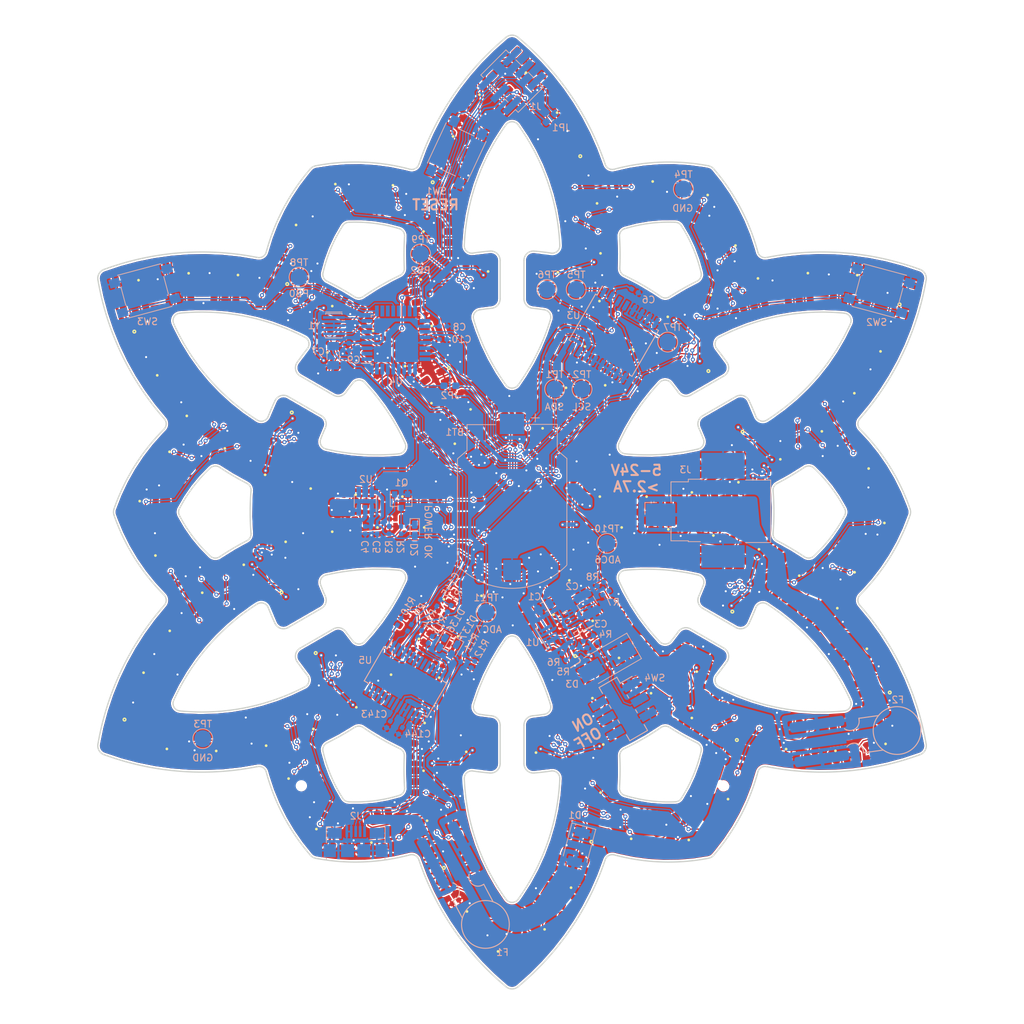
<source format=kicad_pcb>
(kicad_pcb (version 20171130) (host pcbnew 5.0.2-bee76a0~70~ubuntu16.04.1)
  (layers (0 F.Cu signal) (31 B.Cu signal) (34 B.Paste user hide) (35 F.Paste user hide) (36 B.SilkS user) (37 F.SilkS user hide) (38 B.Mask user) (39 F.Mask user hide) (44 Edge.Cuts user))
  (net 0 "")
  (net 1 GND)
  (net 2 /Microcontroller/LED_DATA_PD6)
  (net 3 /Microcontroller/PWR_LED_DISABLE)
  (net 4 /Microcontroller/RTC_SDA)
  (net 5 /Microcontroller/RTC_SCL)
  (net 6 /Microcontroller/USB_TO_MICRO)
  (net 7 /Microcontroller/MICRO_TO_USB)
  (net 8 VDD_MICRO_3V2)
  (net 9 VDD_3V3)
  (net 10 "Net-(U4-Pad1)")
  (net 11 "Net-(U4-Pad2)")
  (net 12 "Net-(U4-Pad7)")
  (net 13 "Net-(U4-Pad8)")
  (net 14 "Net-(U4-Pad11)")
  (net 15 "Net-(U4-Pad26)")
  (net 16 "Net-(U4-Pad32)")
  (net 17 "/LED Chain/LED_DATA")
  (net 18 VEXT)
  (net 19 "Net-(C10-Pad1)")
  (net 20 "/USB Serial/FT232_3V3_INTERNAL")
  (net 21 VUSB_5V0)
  (net 22 /~MICRO_RESET~)
  (net 23 "Net-(D4-Pad3)")
  (net 24 "Net-(D12-Pad3)")
  (net 25 "Net-(D5-Pad3)")
  (net 26 "Net-(D10-Pad6)")
  (net 27 "Net-(D10-Pad4)")
  (net 28 "Net-(D10-Pad3)")
  (net 29 "Net-(D11-Pad3)")
  (net 30 "/LED Chain/LED Arm 2/BIN")
  (net 31 "/LED Chain/LED Arm 2/DIN")
  (net 32 "Net-(D16-Pad3)")
  (net 33 "Net-(D17-Pad3)")
  (net 34 "Net-(D18-Pad3)")
  (net 35 "Net-(D19-Pad3)")
  (net 36 "Net-(D20-Pad3)")
  (net 37 "Net-(D21-Pad3)")
  (net 38 "Net-(D22-Pad3)")
  (net 39 "Net-(D23-Pad3)")
  (net 40 "/LED Chain/LED Arm 3/BIN")
  (net 41 "/LED Chain/LED Arm 3/DIN")
  (net 42 "Net-(D28-Pad3)")
  (net 43 "Net-(D29-Pad3)")
  (net 44 "Net-(D30-Pad3)")
  (net 45 "Net-(D31-Pad3)")
  (net 46 "Net-(D32-Pad3)")
  (net 47 "Net-(D33-Pad3)")
  (net 48 "Net-(D34-Pad3)")
  (net 49 "/LED Chain/LED Arm 4/BIN")
  (net 50 "/LED Chain/LED Arm 4/DIN")
  (net 51 "Net-(D40-Pad3)")
  (net 52 "Net-(D41-Pad3)")
  (net 53 "Net-(D42-Pad3)")
  (net 54 "Net-(D43-Pad3)")
  (net 55 "Net-(D44-Pad3)")
  (net 56 "Net-(D45-Pad3)")
  (net 57 "/LED Chain/LED Arm 5/BIN")
  (net 58 "/LED Chain/LED Arm 5/DIN")
  (net 59 "Net-(D52-Pad3)")
  (net 60 "Net-(D53-Pad3)")
  (net 61 "Net-(D54-Pad3)")
  (net 62 "Net-(D55-Pad3)")
  (net 63 "Net-(D56-Pad3)")
  (net 64 "Net-(D59-Pad3)")
  (net 65 "/LED Chain/LED Arm 6/BIN")
  (net 66 "/LED Chain/LED Arm 6/DIN")
  (net 67 "Net-(D64-Pad3)")
  (net 68 "Net-(D65-Pad3)")
  (net 69 "Net-(D66-Pad3)")
  (net 70 "Net-(D67-Pad3)")
  (net 71 "Net-(D70-Pad3)")
  (net 72 "Net-(D71-Pad3)")
  (net 73 "/LED Chain/LED Arm 7/BIN")
  (net 74 "/LED Chain/LED Arm 7/DIN")
  (net 75 "Net-(D76-Pad3)")
  (net 76 "Net-(D77-Pad3)")
  (net 77 "Net-(D78-Pad3)")
  (net 78 "Net-(D81-Pad3)")
  (net 79 "Net-(D82-Pad3)")
  (net 80 "Net-(D83-Pad3)")
  (net 81 "/LED Chain/LED Arm 8/BIN")
  (net 82 "/LED Chain/LED Arm 8/DIN")
  (net 83 "Net-(D88-Pad3)")
  (net 84 "Net-(D89-Pad3)")
  (net 85 "Net-(D92-Pad3)")
  (net 86 "Net-(D93-Pad3)")
  (net 87 "Net-(D94-Pad3)")
  (net 88 "Net-(D95-Pad3)")
  (net 89 "/LED Chain/LED Arm 9/BIN")
  (net 90 "/LED Chain/LED Arm 9/DIN")
  (net 91 "Net-(D100-Pad3)")
  (net 92 "Net-(D103-Pad3)")
  (net 93 "Net-(D104-Pad3)")
  (net 94 "Net-(D105-Pad3)")
  (net 95 "Net-(D106-Pad3)")
  (net 96 "Net-(D107-Pad3)")
  (net 97 "/LED Chain/LED Arm 10/BIN")
  (net 98 "/LED Chain/LED Arm 10/DIN")
  (net 99 "Net-(D114-Pad3)")
  (net 100 "Net-(D115-Pad3)")
  (net 101 "Net-(D116-Pad3)")
  (net 102 "Net-(D117-Pad3)")
  (net 103 "Net-(D118-Pad3)")
  (net 104 "Net-(D119-Pad3)")
  (net 105 "/LED Chain/LED Arm 11/BIN")
  (net 106 "/LED Chain/LED Arm 11/DIN")
  (net 107 "Net-(D125-Pad3)")
  (net 108 "Net-(D126-Pad3)")
  (net 109 "Net-(D127-Pad3)")
  (net 110 "Net-(D128-Pad3)")
  (net 111 "Net-(D129-Pad3)")
  (net 112 "Net-(D130-Pad3)")
  (net 113 "Net-(D131-Pad3)")
  (net 114 "/LED Chain/LED Arm 12/BIN")
  (net 115 "/LED Chain/LED Arm 12/DIN")
  (net 116 "/LED Chain/LED Arm 12/PENULTIMATE_DOUT")
  (net 117 "/LED Chain/LED Arm 12/DOUT")
  (net 118 /Microcontroller/ADC6_VEXT_MEAS)
  (net 119 /Microcontroller/ADC7_VUSB_MEAS)
  (net 120 "Net-(Q1-Pad3)")
  (net 121 /Microcontroller/PB0)
  (net 122 /Microcontroller/PB2)
  (net 123 "Net-(U1-Pad2)")
  (net 124 "Net-(R5-Pad2)")
  (net 125 "/Real-Time Clock/RTC_VBAT")
  (net 126 "/Real-Time Clock/RTC_~RST~")
  (net 127 "/Real-Time Clock/RTC_~INT~")
  (net 128 "/Real-Time Clock/RTC_32KHZ")
  (net 129 /Microcontroller/INPUT_BUTTON_2)
  (net 130 /Microcontroller/INPUT_BUTTON_1)
  (net 131 /PROG_SCK)
  (net 132 /PROG_MOSI)
  (net 133 /PROG_MISO)
  (net 134 "Net-(U5-Pad2)")
  (net 135 "Net-(U5-Pad6)")
  (net 136 "Net-(U5-Pad9)")
  (net 137 "Net-(U5-Pad10)")
  (net 138 "Net-(U5-Pad11)")
  (net 139 "Net-(R14-Pad2)")
  (net 140 "Net-(U5-Pad13)")
  (net 141 "Net-(R13-Pad2)")
  (net 142 "Net-(U5-Pad22)")
  (net 143 "Net-(U5-Pad23)")
  (net 144 "Net-(U5-Pad26)")
  (net 145 "Net-(U5-Pad27)")
  (net 146 "Net-(U5-Pad28)")
  (net 147 "Net-(U1-Pad15)")
  (net 148 "Net-(U1-Pad18)")
  (net 149 "Net-(U1-Pad4-6)")
  (net 150 "Net-(U1-Pad10)")
  (net 151 "Net-(U1-Pad11)")
  (net 152 "Net-(U2-Pad4)")
  (net 153 /Power/POWER_ON)
  (net 154 /VUSB_UNPROTECTED)
  (net 155 /VEXT_UNPROTECTED)
  (net 156 "Net-(R10-Pad2)")
  (net 157 "Net-(R9-Pad2)")
  (net 158 "Net-(C3-Pad1)")
  (net 159 "Net-(D2-Pad1)")
  (net 160 "Net-(J1-Pad2)")
  (net 161 "Net-(D37-Pad3)")
  (net 162 "Net-(D48-Pad3)")
  (net 163 "Net-(D49-Pad3)")
  (net 164 "Net-(D96-Pad3)")
  (net 165 "Net-(D97-Pad3)")
  (net 166 "Net-(D60-Pad3)")
  (net 167 "Net-(D61-Pad3)")
  (net 168 "Net-(D72-Pad3)")
  (net 169 "Net-(D73-Pad3)")
  (net 170 "Net-(D84-Pad3)")
  (net 171 "Net-(D85-Pad3)")
  (net 172 "Net-(D109-Pad3)")
  (net 173 "Net-(D108-Pad3)")
  (net 174 "Net-(D120-Pad3)")
  (net 175 "Net-(D121-Pad3)")
  (net 176 "Net-(D133-Pad3)")
  (net 177 "Net-(D132-Pad3)")
  (net 178 "Net-(D7-Pad3)")
  (net 179 "Net-(D6-Pad3)")
  (net 180 "Net-(D137-Pad1)")
  (net 181 "Net-(D136-Pad1)")
  (net 182 "Net-(D75-Pad3)")
  (net 183 "Net-(D122-Pad3)")
  (net 184 "Net-(D26-Pad3)")
  (net 185 "Net-(D27-Pad3)")
  (net 186 "Net-(D111-Pad3)")
  (net 187 "Net-(D110-Pad3)")
  (net 188 "Net-(D100-Pad4)")
  (net 189 "Net-(D100-Pad6)")
  (net 190 "Net-(D87-Pad3)")
  (net 191 "Net-(D86-Pad3)")
  (net 192 "Net-(D74-Pad3)")
  (net 193 "Net-(D15-Pad3)")
  (net 194 "Net-(D63-Pad3)")
  (net 195 "Net-(D62-Pad3)")
  (net 196 "Net-(D50-Pad3)")
  (net 197 "Net-(D39-Pad3)")
  (net 198 "Net-(D51-Pad3)")
  (net 199 "Net-(D38-Pad3)")
  (net 200 "Net-(C145-Pad2)")
  (net 201 "/USB Serial/USBD_N")
  (net 202 "/USB Serial/USBD_P")
  (net 203 "Net-(U4-Pad10)")
  (net 204 "Net-(U4-Pad13)")
  (module led_clock_custom_parts:MandalaMountingHole (layer F.Cu) (at 30.96 40.1)
    (fp_text reference H2 hide)
    (fp_text value MountingHole)
    (pad "" np_thru_hole circle (at 0 0) (size 1.25 1.25) (drill 1.25) (layers *.Cu *.Mask))
  )
  (module led_clock_custom_parts:MandalaMountingHole (layer F.Cu) (at -30.96 40.1)
    (fp_text reference H3 hide)
    (fp_text value MountingHole)
    (pad "" np_thru_hole circle (at 0.1 0) (size 1.25 1.25) (drill 1.25) (layers *.Cu *.Mask))
  )
  (module led_clock_custom_parts:LED_WS2813_PLCC6_5.0x5.0mm_P1.6mm_Modified (layer F.Cu) (at 10.78 46.42 165)
    (fp_text reference D83 hide)
    (fp_text value WS2813)
    (pad 1 smd roundrect (at -2.45 -1.6 165) (size 1.5 1) (layers F.Cu F.Paste F.Mask) (net 9 VDD_3V3))
    (pad 2 smd roundrect (at -2.45 0 165) (size 1.5 1) (layers F.Cu F.Paste F.Mask) (net 9 VDD_3V3))
    (pad 3 smd roundrect (at -2.45 1.6 165) (size 1.5 1) (layers F.Cu F.Paste F.Mask) (net 80 "Net-(D83-Pad3)"))
    (pad 6 smd roundrect (at 2.45 -1.6 165) (size 1.5 1) (layers F.Cu F.Paste F.Mask) (net 78 "Net-(D81-Pad3)"))
    (pad 5 smd roundrect (at 2.45 0 165) (size 1.5 1) (layers F.Cu F.Paste F.Mask) (net 1 GND))
    (pad 4 smd roundrect (at 2.45 1.6 165) (size 1.5 1) (layers F.Cu F.Paste F.Mask) (net 79 "Net-(D82-Pad3)"))
  )
  (module led_clock_custom_parts:LED_WS2813_PLCC6_5.0x5.0mm_P1.6mm_Modified (layer F.Cu) (at 26.81 -21.32 212)
    (fp_text reference D131 hide)
    (fp_text value WS2813)
    (pad 1 smd roundrect (at -2.45 -1.6 212) (size 1.5 1) (layers F.Cu F.Paste F.Mask) (net 9 VDD_3V3))
    (pad 2 smd roundrect (at -2.45 0 212) (size 1.5 1) (layers F.Cu F.Paste F.Mask) (net 9 VDD_3V3))
    (pad 3 smd roundrect (at -2.45 1.6 212) (size 1.5 1) (layers F.Cu F.Paste F.Mask) (net 113 "Net-(D131-Pad3)"))
    (pad 6 smd roundrect (at 2.45 -1.6 212) (size 1.5 1) (layers F.Cu F.Paste F.Mask) (net 111 "Net-(D129-Pad3)"))
    (pad 5 smd roundrect (at 2.45 0 212) (size 1.5 1) (layers F.Cu F.Paste F.Mask) (net 1 GND))
    (pad 4 smd roundrect (at 2.45 1.6 212) (size 1.5 1) (layers F.Cu F.Paste F.Mask) (net 112 "Net-(D130-Pad3)"))
  )
  (module TestPoint:TestPoint_Pad_D2.5mm (layer B.Cu) (at 13.9 4.6 180)
    (fp_text reference TP10 (at 0 2.148 180) (layer B.SilkS) (effects (justify mirror)))
    (fp_text value TestPoint)
    (pad 1 smd circle (at 0 0 180) (size 2.5 2.5) (layers B.Cu B.Mask) (net 118 /Microcontroller/ADC6_VEXT_MEAS))
  )
  (module TestPoint:TestPoint_Pad_D2.5mm (layer B.Cu) (at -31.2 -34.4 180)
    (fp_text reference TP8 (at 0 2.148 180) (layer B.SilkS) (effects (justify mirror)))
    (fp_text value TestPoint)
    (pad 1 smd circle (at 0 0 180) (size 2.5 2.5) (layers B.Cu B.Mask) (net 121 /Microcontroller/PB0))
  )
  (module led_clock_custom_parts:MPM3620A_HandSoldering (layer B.Cu) (at 6.570568 17.181979 120)
    (fp_text reference U1 (at 0.124229 -4.051213 180) (layer B.SilkS) (effects (justify mirror)))
    (fp_text value MPM3620A)
    (pad 7-9 smd custom (at 1.4 -1.25 120) (size 1.4 0.25) (layers B.Cu B.Paste B.Mask) (net 9 VDD_3V3) (options (clearance outline) (anchor rect)) (primitives (gr_poly (pts (xy -0.7 0.975) (xy -0.7 -0.975) (xy 0.7 -0.975) (xy 0.7 -0.725) (xy -0.25 -0.725) (xy -0.25 0.725) (xy 0.7 0.725) (xy 0.7 0.975)) (width 0))))
    (pad 12 smd rect (at 1.6 1.55 120) (size 1 0.25) (layers B.Cu B.Paste B.Mask) (net 1 GND))
    (pad 11 smd rect (at 1.4 0.9 120) (size 1.4 0.25) (layers B.Cu B.Paste B.Mask) (net 151 "Net-(U1-Pad11)"))
    (pad 10 smd rect (at 1.400001 0.25 120) (size 1.4 0.25) (layers B.Cu B.Paste B.Mask) (net 150 "Net-(U1-Pad10)"))
    (pad 4-6 smd custom (at -1.4 -1.25 120) (size 1.4 0.25) (layers B.Cu B.Paste B.Mask) (net 149 "Net-(U1-Pad4-6)") (options (clearance outline) (anchor rect)) (primitives (gr_poly (pts (xy 0.7 0.975) (xy 0.7 -0.975) (xy -0.7 -0.975) (xy -0.7 -0.725) (xy 0.1 -0.725) (xy 0.1 0.725) (xy -0.7 0.725) (xy -0.7 0.975)) (width 0))))
    (pad 3 smd rect (at -1.4 0.249999 120) (size 1.4 0.25) (layers B.Cu B.Paste B.Mask) (net 1 GND))
    (pad 1 smd custom (at -1.8 1.55 120) (size 0.6 0.25) (layers B.Cu B.Paste B.Mask) (net 124 "Net-(R5-Pad2)") (options (clearance outline) (anchor rect)) (primitives (gr_poly (pts (xy -0.3 -0.125) (xy 0.8 -0.125) (xy 0.8 0) (xy 0.675 0.125) (xy -0.3 0.125)) (width 0))))
    (pad 2 smd rect (at -1.4 0.9 120) (size 1.4 0.25) (layers B.Cu B.Paste B.Mask) (net 123 "Net-(U1-Pad2)"))
    (pad 18 smd rect (at -1.25 2.6 120) (size 0.25 1) (layers B.Cu B.Paste B.Mask) (net 148 "Net-(U1-Pad18)"))
    (pad 13 smd rect (at 1.25 2.6 120) (size 0.25 1) (layers B.Cu B.Paste B.Mask) (net 1 GND))
    (pad 14 smd rect (at 0.75 2.6 120) (size 0.25 1) (layers B.Cu B.Paste B.Mask) (net 1 GND))
    (pad 17 smd rect (at -0.75 2.6 120) (size 0.25 1) (layers B.Cu B.Paste B.Mask) (net 158 "Net-(C3-Pad1)"))
    (pad 16 smd rect (at -0.25 2.4 120) (size 0.25 1.4) (layers B.Cu B.Paste B.Mask) (net 18 VEXT))
    (pad 15 smd rect (at 0.25 2.4 120) (size 0.25 1.4) (layers B.Cu B.Paste B.Mask) (net 147 "Net-(U1-Pad15)"))
  )
  (module led_clock_custom_parts:BarrelJack_Switchcraft_RASM722-SMT_Horizontal (layer B.Cu) (at 30.9 0.4 270)
    (fp_text reference J3 (at -6.6 5.5) (layer B.SilkS) (effects (justify mirror)))
    (fp_text value Barrel_Jack)
    (pad 1 smd rect (at 0 9.144 270) (size 3.302 4.318) (layers B.Cu B.Paste B.Mask) (net 155 /VEXT_UNPROTECTED))
    (pad 2 smd rect (at -7.1882 0 270) (size 3.81 6.35) (layers B.Cu B.Paste B.Mask) (net 1 GND))
    (pad 3 smd rect (at 6.096 0 270) (size 3.302 6.35) (layers B.Cu B.Paste B.Mask) (net 1 GND))
  )
  (module LED_SMD:LED_0603_1608Metric_Castellated (layer B.Cu) (at -8.497596 20.142949 240)
    (fp_text reference D137 (at -3.857274 -0.195097 240) (layer B.SilkS) (effects (justify mirror)))
    (fp_text value GREEN)
    (pad 1 smd roundrect (at -0.8125 0.000001 240) (size 1.225 0.85) (layers B.Cu B.Paste B.Mask) (net 180 "Net-(D137-Pad1)"))
    (pad 2 smd roundrect (at 0.8125 -0.000001 240) (size 1.225 0.85) (layers B.Cu B.Paste B.Mask) (net 21 VUSB_5V0))
  )
  (module LED_SMD:LED_0603_1608Metric_Castellated (layer B.Cu) (at -10.229646 19.142949 240)
    (fp_text reference D136 (at -3.823299 -0.13625 240) (layer B.SilkS) (effects (justify mirror)))
    (fp_text value RED)
    (pad 1 smd roundrect (at -0.8125 0.000001 240) (size 1.225 0.85) (layers B.Cu B.Paste B.Mask) (net 181 "Net-(D136-Pad1)"))
    (pad 2 smd roundrect (at 0.8125 -0.000001 240) (size 1.225 0.85) (layers B.Cu B.Paste B.Mask) (net 21 VUSB_5V0))
  )
  (module led_clock_custom_parts:LED_WS2813_PLCC6_5.0x5.0mm_P1.6mm_Modified (layer F.Cu) (at 11.66 -39.49 180)
    (fp_text reference D9 hide)
    (fp_text value WS2813)
    (pad 1 smd roundrect (at -2.45 -1.6 180) (size 1.5 1) (layers F.Cu F.Paste F.Mask) (net 9 VDD_3V3))
    (pad 2 smd roundrect (at -2.45 0 180) (size 1.5 1) (layers F.Cu F.Paste F.Mask) (net 9 VDD_3V3))
    (pad 3 smd roundrect (at -2.45 1.6 180) (size 1.5 1) (layers F.Cu F.Paste F.Mask) (net 27 "Net-(D10-Pad4)"))
    (pad 6 smd roundrect (at 2.45 -1.6 180) (size 1.5 1) (layers F.Cu F.Paste F.Mask) (net 178 "Net-(D7-Pad3)"))
    (pad 5 smd roundrect (at 2.45 0 180) (size 1.5 1) (layers F.Cu F.Paste F.Mask) (net 1 GND))
    (pad 4 smd roundrect (at 2.45 1.6 180) (size 1.5 1) (layers F.Cu F.Paste F.Mask) (net 26 "Net-(D10-Pad6)"))
  )
  (module led_clock_custom_parts:LED_WS2813_PLCC6_5.0x5.0mm_P1.6mm_Modified (layer F.Cu) (at 5.06 -33.88 268)
    (fp_text reference D8 hide)
    (fp_text value WS2813)
    (pad 1 smd roundrect (at -2.45 -1.6 268) (size 1.5 1) (layers F.Cu F.Paste F.Mask) (net 9 VDD_3V3))
    (pad 2 smd roundrect (at -2.45 0 268) (size 1.5 1) (layers F.Cu F.Paste F.Mask) (net 9 VDD_3V3))
    (pad 3 smd roundrect (at -2.45 1.6 268) (size 1.5 1) (layers F.Cu F.Paste F.Mask) (net 26 "Net-(D10-Pad6)"))
    (pad 6 smd roundrect (at 2.45 -1.6 268) (size 1.5 1) (layers F.Cu F.Paste F.Mask) (net 179 "Net-(D6-Pad3)"))
    (pad 5 smd roundrect (at 2.45 0 268) (size 1.5 1) (layers F.Cu F.Paste F.Mask) (net 1 GND))
    (pad 4 smd roundrect (at 2.45 1.6 268) (size 1.5 1) (layers F.Cu F.Paste F.Mask) (net 178 "Net-(D7-Pad3)"))
  )
  (module led_clock_custom_parts:LED_WS2813_PLCC6_5.0x5.0mm_P1.6mm_Modified (layer F.Cu) (at 11.8 -32.7 170)
    (fp_text reference D7 hide)
    (fp_text value WS2813)
    (pad 1 smd roundrect (at -2.45 -1.6 170) (size 1.5 1) (layers F.Cu F.Paste F.Mask) (net 9 VDD_3V3))
    (pad 2 smd roundrect (at -2.45 0 170) (size 1.5 1) (layers F.Cu F.Paste F.Mask) (net 9 VDD_3V3))
    (pad 3 smd roundrect (at -2.45 1.6 170) (size 1.5 1) (layers F.Cu F.Paste F.Mask) (net 178 "Net-(D7-Pad3)"))
    (pad 6 smd roundrect (at 2.45 -1.6 170) (size 1.5 1) (layers F.Cu F.Paste F.Mask) (net 25 "Net-(D5-Pad3)"))
    (pad 5 smd roundrect (at 2.45 0 170) (size 1.5 1) (layers F.Cu F.Paste F.Mask) (net 1 GND))
    (pad 4 smd roundrect (at 2.45 1.6 170) (size 1.5 1) (layers F.Cu F.Paste F.Mask) (net 179 "Net-(D6-Pad3)"))
  )
  (module led_clock_custom_parts:LED_WS2813_PLCC6_5.0x5.0mm_P1.6mm_Modified (layer F.Cu) (at -7.4 -20.2 25)
    (fp_text reference D24 hide)
    (fp_text value WS2813)
    (pad 1 smd roundrect (at -2.45 -1.6 25) (size 1.5 1) (layers F.Cu F.Paste F.Mask) (net 9 VDD_3V3))
    (pad 2 smd roundrect (at -2.45 0 25) (size 1.5 1) (layers F.Cu F.Paste F.Mask) (net 9 VDD_3V3))
    (pad 3 smd roundrect (at -2.45 1.6 25) (size 1.5 1) (layers F.Cu F.Paste F.Mask) (net 40 "/LED Chain/LED Arm 3/BIN"))
    (pad 6 smd roundrect (at 2.45 -1.6 25) (size 1.5 1) (layers F.Cu F.Paste F.Mask) (net 38 "Net-(D22-Pad3)"))
    (pad 5 smd roundrect (at 2.45 0 25) (size 1.5 1) (layers F.Cu F.Paste F.Mask) (net 1 GND))
    (pad 4 smd roundrect (at 2.45 1.6 25) (size 1.5 1) (layers F.Cu F.Paste F.Mask) (net 39 "Net-(D23-Pad3)"))
  )
  (module led_clock_custom_parts:LED_WS2813_PLCC6_5.0x5.0mm_P1.6mm_Modified (layer F.Cu) (at 7.4 -20.2 155)
    (fp_text reference D5 hide)
    (fp_text value WS2813)
    (pad 1 smd roundrect (at -2.45 -1.6 155) (size 1.5 1) (layers F.Cu F.Paste F.Mask) (net 9 VDD_3V3))
    (pad 2 smd roundrect (at -2.45 0 155) (size 1.5 1) (layers F.Cu F.Paste F.Mask) (net 9 VDD_3V3))
    (pad 3 smd roundrect (at -2.45 1.6 155) (size 1.5 1) (layers F.Cu F.Paste F.Mask) (net 25 "Net-(D5-Pad3)"))
    (pad 6 smd roundrect (at 2.45 -1.6 155) (size 1.5 1) (layers F.Cu F.Paste F.Mask) (net 17 "/LED Chain/LED_DATA"))
    (pad 5 smd roundrect (at 2.45 0 155) (size 1.5 1) (layers F.Cu F.Paste F.Mask) (net 1 GND))
    (pad 4 smd roundrect (at 2.45 1.6 155) (size 1.5 1) (layers F.Cu F.Paste F.Mask) (net 23 "Net-(D4-Pad3)"))
  )
  (module led_clock_custom_parts:LED_WS2813_PLCC6_5.0x5.0mm_P1.6mm_Modified (layer F.Cu) (at 4.15 -14.3 150)
    (fp_text reference D4 hide)
    (fp_text value WS2813)
    (pad 1 smd roundrect (at -2.45 -1.6 150) (size 1.5 1) (layers F.Cu F.Paste F.Mask) (net 9 VDD_3V3))
    (pad 2 smd roundrect (at -2.45 0 150) (size 1.5 1) (layers F.Cu F.Paste F.Mask) (net 9 VDD_3V3))
    (pad 3 smd roundrect (at -2.45 1.6 150) (size 1.5 1) (layers F.Cu F.Paste F.Mask) (net 23 "Net-(D4-Pad3)"))
    (pad 6 smd roundrect (at 2.45 -1.6 150) (size 1.5 1) (layers F.Cu F.Paste F.Mask) (net 17 "/LED Chain/LED_DATA"))
    (pad 5 smd roundrect (at 2.45 0 150) (size 1.5 1) (layers F.Cu F.Paste F.Mask) (net 1 GND))
    (pad 4 smd roundrect (at 2.45 1.6 150) (size 1.5 1) (layers F.Cu F.Paste F.Mask) (net 17 "/LED Chain/LED_DATA"))
  )
  (module led_clock_custom_parts:LED_WS2813_PLCC6_5.0x5.0mm_P1.6mm_Modified (layer F.Cu) (at -10.78 -46.42 345)
    (fp_text reference D17 hide)
    (fp_text value WS2813)
    (pad 1 smd roundrect (at -2.45 -1.6 345) (size 1.5 1) (layers F.Cu F.Paste F.Mask) (net 9 VDD_3V3))
    (pad 2 smd roundrect (at -2.45 0 345) (size 1.5 1) (layers F.Cu F.Paste F.Mask) (net 9 VDD_3V3))
    (pad 3 smd roundrect (at -2.45 1.6 345) (size 1.5 1) (layers F.Cu F.Paste F.Mask) (net 33 "Net-(D17-Pad3)"))
    (pad 6 smd roundrect (at 2.45 -1.6 345) (size 1.5 1) (layers F.Cu F.Paste F.Mask) (net 193 "Net-(D15-Pad3)"))
    (pad 5 smd roundrect (at 2.45 0 345) (size 1.5 1) (layers F.Cu F.Paste F.Mask) (net 1 GND))
    (pad 4 smd roundrect (at 2.45 1.6 345) (size 1.5 1) (layers F.Cu F.Paste F.Mask) (net 32 "Net-(D16-Pad3)"))
  )
  (module led_clock_custom_parts:LED_WS2813_PLCC6_5.0x5.0mm_P1.6mm_Modified (layer F.Cu) (at -19.25 -46.86 260)
    (fp_text reference D18 hide)
    (fp_text value WS2813)
    (pad 1 smd roundrect (at -2.45 -1.6 260) (size 1.5 1) (layers F.Cu F.Paste F.Mask) (net 9 VDD_3V3))
    (pad 2 smd roundrect (at -2.45 0 260) (size 1.5 1) (layers F.Cu F.Paste F.Mask) (net 9 VDD_3V3))
    (pad 3 smd roundrect (at -2.45 1.6 260) (size 1.5 1) (layers F.Cu F.Paste F.Mask) (net 34 "Net-(D18-Pad3)"))
    (pad 6 smd roundrect (at 2.45 -1.6 260) (size 1.5 1) (layers F.Cu F.Paste F.Mask) (net 32 "Net-(D16-Pad3)"))
    (pad 5 smd roundrect (at 2.45 0 260) (size 1.5 1) (layers F.Cu F.Paste F.Mask) (net 1 GND))
    (pad 4 smd roundrect (at 2.45 1.6 260) (size 1.5 1) (layers F.Cu F.Paste F.Mask) (net 33 "Net-(D17-Pad3)"))
  )
  (module led_clock_custom_parts:LED_WS2813_PLCC6_5.0x5.0mm_P1.6mm_Modified (layer F.Cu) (at -26.62 -46.11 300)
    (fp_text reference D19 hide)
    (fp_text value WS2813)
    (pad 1 smd roundrect (at -2.45 -1.6 300) (size 1.5 1) (layers F.Cu F.Paste F.Mask) (net 9 VDD_3V3))
    (pad 2 smd roundrect (at -2.45 0 300) (size 1.5 1) (layers F.Cu F.Paste F.Mask) (net 9 VDD_3V3))
    (pad 3 smd roundrect (at -2.45 1.6 300) (size 1.5 1) (layers F.Cu F.Paste F.Mask) (net 35 "Net-(D19-Pad3)"))
    (pad 6 smd roundrect (at 2.45 -1.6 300) (size 1.5 1) (layers F.Cu F.Paste F.Mask) (net 33 "Net-(D17-Pad3)"))
    (pad 5 smd roundrect (at 2.45 0 300) (size 1.5 1) (layers F.Cu F.Paste F.Mask) (net 1 GND))
    (pad 4 smd roundrect (at 2.45 1.6 300) (size 1.5 1) (layers F.Cu F.Paste F.Mask) (net 34 "Net-(D18-Pad3)"))
  )
  (module led_clock_custom_parts:LED_WS2813_PLCC6_5.0x5.0mm_P1.6mm_Modified (layer F.Cu) (at -5.06 -33.88 272)
    (fp_text reference D21 hide)
    (fp_text value WS2813)
    (pad 1 smd roundrect (at -2.45 -1.6 272) (size 1.5 1) (layers F.Cu F.Paste F.Mask) (net 9 VDD_3V3))
    (pad 2 smd roundrect (at -2.45 0 272) (size 1.5 1) (layers F.Cu F.Paste F.Mask) (net 9 VDD_3V3))
    (pad 3 smd roundrect (at -2.45 1.6 272) (size 1.5 1) (layers F.Cu F.Paste F.Mask) (net 37 "Net-(D21-Pad3)"))
    (pad 6 smd roundrect (at 2.45 -1.6 272) (size 1.5 1) (layers F.Cu F.Paste F.Mask) (net 35 "Net-(D19-Pad3)"))
    (pad 5 smd roundrect (at 2.45 0 272) (size 1.5 1) (layers F.Cu F.Paste F.Mask) (net 1 GND))
    (pad 4 smd roundrect (at 2.45 1.6 272) (size 1.5 1) (layers F.Cu F.Paste F.Mask) (net 36 "Net-(D20-Pad3)"))
  )
  (module led_clock_custom_parts:LED_WS2813_PLCC6_5.0x5.0mm_P1.6mm_Modified (layer F.Cu) (at -11.8 -32.7 10)
    (fp_text reference D22 hide)
    (fp_text value WS2813)
    (pad 1 smd roundrect (at -2.45 -1.6 10) (size 1.5 1) (layers F.Cu F.Paste F.Mask) (net 9 VDD_3V3))
    (pad 2 smd roundrect (at -2.45 0 10) (size 1.5 1) (layers F.Cu F.Paste F.Mask) (net 9 VDD_3V3))
    (pad 3 smd roundrect (at -2.45 1.6 10) (size 1.5 1) (layers F.Cu F.Paste F.Mask) (net 38 "Net-(D22-Pad3)"))
    (pad 6 smd roundrect (at 2.45 -1.6 10) (size 1.5 1) (layers F.Cu F.Paste F.Mask) (net 36 "Net-(D20-Pad3)"))
    (pad 5 smd roundrect (at 2.45 0 10) (size 1.5 1) (layers F.Cu F.Paste F.Mask) (net 1 GND))
    (pad 4 smd roundrect (at 2.45 1.6 10) (size 1.5 1) (layers F.Cu F.Paste F.Mask) (net 37 "Net-(D21-Pad3)"))
  )
  (module led_clock_custom_parts:LED_WS2813_PLCC6_5.0x5.0mm_P1.6mm_Modified (layer F.Cu) (at -28.37 -29.84 240)
    (fp_text reference D31 hide)
    (fp_text value WS2813)
    (pad 1 smd roundrect (at -2.45 -1.6 240) (size 1.5 1) (layers F.Cu F.Paste F.Mask) (net 9 VDD_3V3))
    (pad 2 smd roundrect (at -2.45 0 240) (size 1.5 1) (layers F.Cu F.Paste F.Mask) (net 9 VDD_3V3))
    (pad 3 smd roundrect (at -2.45 1.6 240) (size 1.5 1) (layers F.Cu F.Paste F.Mask) (net 45 "Net-(D31-Pad3)"))
    (pad 6 smd roundrect (at 2.45 -1.6 240) (size 1.5 1) (layers F.Cu F.Paste F.Mask) (net 43 "Net-(D29-Pad3)"))
    (pad 5 smd roundrect (at 2.45 0 240) (size 1.5 1) (layers F.Cu F.Paste F.Mask) (net 1 GND))
    (pad 4 smd roundrect (at 2.45 1.6 240) (size 1.5 1) (layers F.Cu F.Paste F.Mask) (net 44 "Net-(D30-Pad3)"))
  )
  (module led_clock_custom_parts:LED_WS2813_PLCC6_5.0x5.0mm_P1.6mm_Modified (layer F.Cu) (at -10 -26.2 20)
    (fp_text reference D23 hide)
    (fp_text value WS2813)
    (pad 1 smd roundrect (at -2.45 -1.6 20) (size 1.5 1) (layers F.Cu F.Paste F.Mask) (net 9 VDD_3V3))
    (pad 2 smd roundrect (at -2.45 0 20) (size 1.5 1) (layers F.Cu F.Paste F.Mask) (net 9 VDD_3V3))
    (pad 3 smd roundrect (at -2.45 1.6 20) (size 1.5 1) (layers F.Cu F.Paste F.Mask) (net 39 "Net-(D23-Pad3)"))
    (pad 6 smd roundrect (at 2.45 -1.6 20) (size 1.5 1) (layers F.Cu F.Paste F.Mask) (net 37 "Net-(D21-Pad3)"))
    (pad 5 smd roundrect (at 2.45 0 20) (size 1.5 1) (layers F.Cu F.Paste F.Mask) (net 1 GND))
    (pad 4 smd roundrect (at 2.45 1.6 20) (size 1.5 1) (layers F.Cu F.Paste F.Mask) (net 38 "Net-(D22-Pad3)"))
  )
  (module led_clock_custom_parts:LED_WS2813_PLCC6_5.0x5.0mm_P1.6mm_Modified (layer F.Cu) (at 10 -26.2 160)
    (fp_text reference D6 hide)
    (fp_text value WS2813)
    (pad 1 smd roundrect (at -2.45 -1.6 160) (size 1.5 1) (layers F.Cu F.Paste F.Mask) (net 9 VDD_3V3))
    (pad 2 smd roundrect (at -2.45 0 160) (size 1.5 1) (layers F.Cu F.Paste F.Mask) (net 9 VDD_3V3))
    (pad 3 smd roundrect (at -2.45 1.6 160) (size 1.5 1) (layers F.Cu F.Paste F.Mask) (net 179 "Net-(D6-Pad3)"))
    (pad 6 smd roundrect (at 2.45 -1.6 160) (size 1.5 1) (layers F.Cu F.Paste F.Mask) (net 23 "Net-(D4-Pad3)"))
    (pad 5 smd roundrect (at 2.45 0 160) (size 1.5 1) (layers F.Cu F.Paste F.Mask) (net 1 GND))
    (pad 4 smd roundrect (at 2.45 1.6 160) (size 1.5 1) (layers F.Cu F.Paste F.Mask) (net 25 "Net-(D5-Pad3)"))
  )
  (module led_clock_custom_parts:LED_WS2813_PLCC6_5.0x5.0mm_P1.6mm_Modified (layer F.Cu) (at -28.37 29.84 120)
    (fp_text reference D64 hide)
    (fp_text value WS2813)
    (pad 1 smd roundrect (at -2.45 -1.6 120) (size 1.5 1) (layers F.Cu F.Paste F.Mask) (net 9 VDD_3V3))
    (pad 2 smd roundrect (at -2.45 0 120) (size 1.5 1) (layers F.Cu F.Paste F.Mask) (net 9 VDD_3V3))
    (pad 3 smd roundrect (at -2.45 1.6 120) (size 1.5 1) (layers F.Cu F.Paste F.Mask) (net 67 "Net-(D64-Pad3)"))
    (pad 6 smd roundrect (at 2.45 -1.6 120) (size 1.5 1) (layers F.Cu F.Paste F.Mask) (net 195 "Net-(D62-Pad3)"))
    (pad 5 smd roundrect (at 2.45 0 120) (size 1.5 1) (layers F.Cu F.Paste F.Mask) (net 1 GND))
    (pad 4 smd roundrect (at 2.45 1.6 120) (size 1.5 1) (layers F.Cu F.Paste F.Mask) (net 194 "Net-(D63-Pad3)"))
  )
  (module led_clock_custom_parts:LED_WS2813_PLCC6_5.0x5.0mm_P1.6mm_Modified (layer F.Cu) (at 19.25 -46.86 280)
    (fp_text reference D10 hide)
    (fp_text value WS2813)
    (pad 1 smd roundrect (at -2.45 -1.6 280) (size 1.5 1) (layers F.Cu F.Paste F.Mask) (net 9 VDD_3V3))
    (pad 2 smd roundrect (at -2.45 0 280) (size 1.5 1) (layers F.Cu F.Paste F.Mask) (net 9 VDD_3V3))
    (pad 3 smd roundrect (at -2.45 1.6 280) (size 1.5 1) (layers F.Cu F.Paste F.Mask) (net 28 "Net-(D10-Pad3)"))
    (pad 6 smd roundrect (at 2.45 -1.6 280) (size 1.5 1) (layers F.Cu F.Paste F.Mask) (net 26 "Net-(D10-Pad6)"))
    (pad 5 smd roundrect (at 2.45 0 280) (size 1.5 1) (layers F.Cu F.Paste F.Mask) (net 1 GND))
    (pad 4 smd roundrect (at 2.45 1.6 280) (size 1.5 1) (layers F.Cu F.Paste F.Mask) (net 27 "Net-(D10-Pad4)"))
  )
  (module led_clock_custom_parts:LED_WS2813_PLCC6_5.0x5.0mm_P1.6mm_Modified (layer F.Cu) (at -11.66 -39.49)
    (fp_text reference D20 hide)
    (fp_text value WS2813)
    (pad 1 smd roundrect (at -2.45 -1.6) (size 1.5 1) (layers F.Cu F.Paste F.Mask) (net 9 VDD_3V3))
    (pad 2 smd roundrect (at -2.45 0) (size 1.5 1) (layers F.Cu F.Paste F.Mask) (net 9 VDD_3V3))
    (pad 3 smd roundrect (at -2.45 1.6) (size 1.5 1) (layers F.Cu F.Paste F.Mask) (net 36 "Net-(D20-Pad3)"))
    (pad 6 smd roundrect (at 2.45 -1.6) (size 1.5 1) (layers F.Cu F.Paste F.Mask) (net 34 "Net-(D18-Pad3)"))
    (pad 5 smd roundrect (at 2.45 0) (size 1.5 1) (layers F.Cu F.Paste F.Mask) (net 1 GND))
    (pad 4 smd roundrect (at 2.45 1.6) (size 1.5 1) (layers F.Cu F.Paste F.Mask) (net 35 "Net-(D19-Pad3)"))
  )
  (module led_clock_custom_parts:LED_WS2813_PLCC6_5.0x5.0mm_P1.6mm_Modified (layer F.Cu) (at -22.42 26.57 130)
    (fp_text reference D66 hide)
    (fp_text value WS2813)
    (pad 1 smd roundrect (at -2.45 -1.6 130) (size 1.5 1) (layers F.Cu F.Paste F.Mask) (net 9 VDD_3V3))
    (pad 2 smd roundrect (at -2.45 0 130) (size 1.5 1) (layers F.Cu F.Paste F.Mask) (net 9 VDD_3V3))
    (pad 3 smd roundrect (at -2.45 1.6 130) (size 1.5 1) (layers F.Cu F.Paste F.Mask) (net 69 "Net-(D66-Pad3)"))
    (pad 6 smd roundrect (at 2.45 -1.6 130) (size 1.5 1) (layers F.Cu F.Paste F.Mask) (net 67 "Net-(D64-Pad3)"))
    (pad 5 smd roundrect (at 2.45 0 130) (size 1.5 1) (layers F.Cu F.Paste F.Mask) (net 1 GND))
    (pad 4 smd roundrect (at 2.45 1.6 130) (size 1.5 1) (layers F.Cu F.Paste F.Mask) (net 68 "Net-(D65-Pad3)"))
  )
  (module led_clock_custom_parts:LED_WS2813_PLCC6_5.0x5.0mm_P1.6mm_Modified (layer F.Cu) (at -31.87 -12.56 332)
    (fp_text reference D43 hide)
    (fp_text value WS2813)
    (pad 1 smd roundrect (at -2.45 -1.6 332) (size 1.5 1) (layers F.Cu F.Paste F.Mask) (net 9 VDD_3V3))
    (pad 2 smd roundrect (at -2.45 0 332) (size 1.5 1) (layers F.Cu F.Paste F.Mask) (net 9 VDD_3V3))
    (pad 3 smd roundrect (at -2.45 1.6 332) (size 1.5 1) (layers F.Cu F.Paste F.Mask) (net 54 "Net-(D43-Pad3)"))
    (pad 6 smd roundrect (at 2.45 -1.6 332) (size 1.5 1) (layers F.Cu F.Paste F.Mask) (net 52 "Net-(D41-Pad3)"))
    (pad 5 smd roundrect (at 2.45 0 332) (size 1.5 1) (layers F.Cu F.Paste F.Mask) (net 1 GND))
    (pad 4 smd roundrect (at 2.45 1.6 332) (size 1.5 1) (layers F.Cu F.Paste F.Mask) (net 53 "Net-(D42-Pad3)"))
  )
  (module led_clock_custom_parts:LED_WS2813_PLCC6_5.0x5.0mm_P1.6mm_Modified (layer F.Cu) (at -41.85 -33.56 265)
    (fp_text reference D34 hide)
    (fp_text value WS2813)
    (pad 1 smd roundrect (at -2.45 -1.6 265) (size 1.5 1) (layers F.Cu F.Paste F.Mask) (net 9 VDD_3V3))
    (pad 2 smd roundrect (at -2.45 0 265) (size 1.5 1) (layers F.Cu F.Paste F.Mask) (net 9 VDD_3V3))
    (pad 3 smd roundrect (at -2.45 1.6 265) (size 1.5 1) (layers F.Cu F.Paste F.Mask) (net 48 "Net-(D34-Pad3)"))
    (pad 6 smd roundrect (at 2.45 -1.6 265) (size 1.5 1) (layers F.Cu F.Paste F.Mask) (net 46 "Net-(D32-Pad3)"))
    (pad 5 smd roundrect (at 2.45 0 265) (size 1.5 1) (layers F.Cu F.Paste F.Mask) (net 1 GND))
    (pad 4 smd roundrect (at 2.45 1.6 265) (size 1.5 1) (layers F.Cu F.Paste F.Mask) (net 47 "Net-(D33-Pad3)"))
  )
  (module led_clock_custom_parts:LED_WS2813_PLCC6_5.0x5.0mm_P1.6mm_Modified (layer F.Cu) (at -48.85 -33.54 275)
    (fp_text reference D35 hide)
    (fp_text value WS2813)
    (pad 1 smd roundrect (at -2.45 -1.6 275) (size 1.5 1) (layers F.Cu F.Paste F.Mask) (net 9 VDD_3V3))
    (pad 2 smd roundrect (at -2.45 0 275) (size 1.5 1) (layers F.Cu F.Paste F.Mask) (net 9 VDD_3V3))
    (pad 3 smd roundrect (at -2.45 1.6 275) (size 1.5 1) (layers F.Cu F.Paste F.Mask) (net 49 "/LED Chain/LED Arm 4/BIN"))
    (pad 6 smd roundrect (at 2.45 -1.6 275) (size 1.5 1) (layers F.Cu F.Paste F.Mask) (net 47 "Net-(D33-Pad3)"))
    (pad 5 smd roundrect (at 2.45 0 275) (size 1.5 1) (layers F.Cu F.Paste F.Mask) (net 1 GND))
    (pad 4 smd roundrect (at 2.45 1.6 275) (size 1.5 1) (layers F.Cu F.Paste F.Mask) (net 48 "Net-(D34-Pad3)"))
  )
  (module led_clock_custom_parts:LED_WS2813_PLCC6_5.0x5.0mm_P1.6mm_Modified (layer F.Cu) (at -55.92 -32.29 285)
    (fp_text reference D36 hide)
    (fp_text value WS2813)
    (pad 1 smd roundrect (at -2.45 -1.6 285) (size 1.5 1) (layers F.Cu F.Paste F.Mask) (net 9 VDD_3V3))
    (pad 2 smd roundrect (at -2.45 0 285) (size 1.5 1) (layers F.Cu F.Paste F.Mask) (net 9 VDD_3V3))
    (pad 3 smd roundrect (at -2.45 1.6 285) (size 1.5 1) (layers F.Cu F.Paste F.Mask) (net 50 "/LED Chain/LED Arm 4/DIN"))
    (pad 6 smd roundrect (at 2.45 -1.6 285) (size 1.5 1) (layers F.Cu F.Paste F.Mask) (net 48 "Net-(D34-Pad3)"))
    (pad 5 smd roundrect (at 2.45 0 285) (size 1.5 1) (layers F.Cu F.Paste F.Mask) (net 1 GND))
    (pad 4 smd roundrect (at 2.45 1.6 285) (size 1.5 1) (layers F.Cu F.Paste F.Mask) (net 49 "/LED Chain/LED Arm 4/BIN"))
  )
  (module led_clock_custom_parts:LED_WS2813_PLCC6_5.0x5.0mm_P1.6mm_Modified (layer F.Cu) (at -53.47 -25.53 25)
    (fp_text reference D37 hide)
    (fp_text value WS2813)
    (pad 1 smd roundrect (at -2.45 -1.6 25) (size 1.5 1) (layers F.Cu F.Paste F.Mask) (net 9 VDD_3V3))
    (pad 2 smd roundrect (at -2.45 0 25) (size 1.5 1) (layers F.Cu F.Paste F.Mask) (net 9 VDD_3V3))
    (pad 3 smd roundrect (at -2.45 1.6 25) (size 1.5 1) (layers F.Cu F.Paste F.Mask) (net 161 "Net-(D37-Pad3)"))
    (pad 6 smd roundrect (at 2.45 -1.6 25) (size 1.5 1) (layers F.Cu F.Paste F.Mask) (net 49 "/LED Chain/LED Arm 4/BIN"))
    (pad 5 smd roundrect (at 2.45 0 25) (size 1.5 1) (layers F.Cu F.Paste F.Mask) (net 1 GND))
    (pad 4 smd roundrect (at 2.45 1.6 25) (size 1.5 1) (layers F.Cu F.Paste F.Mask) (net 50 "/LED Chain/LED Arm 4/DIN"))
  )
  (module led_clock_custom_parts:LED_WS2813_PLCC6_5.0x5.0mm_P1.6mm_Modified (layer F.Cu) (at -49.99 -19.46 35)
    (fp_text reference D38 hide)
    (fp_text value WS2813)
    (pad 1 smd roundrect (at -2.45 -1.6 35) (size 1.5 1) (layers F.Cu F.Paste F.Mask) (net 9 VDD_3V3))
    (pad 2 smd roundrect (at -2.45 -0.000001 35) (size 1.5 1) (layers F.Cu F.Paste F.Mask) (net 9 VDD_3V3))
    (pad 3 smd roundrect (at -2.45 1.6 35) (size 1.5 1) (layers F.Cu F.Paste F.Mask) (net 199 "Net-(D38-Pad3)"))
    (pad 6 smd roundrect (at 2.45 -1.6 35) (size 1.5 1) (layers F.Cu F.Paste F.Mask) (net 50 "/LED Chain/LED Arm 4/DIN"))
    (pad 5 smd roundrect (at 2.45 0.000001 35) (size 1.5 1) (layers F.Cu F.Paste F.Mask) (net 1 GND))
    (pad 4 smd roundrect (at 2.45 1.6 35) (size 1.5 1) (layers F.Cu F.Paste F.Mask) (net 161 "Net-(D37-Pad3)"))
  )
  (module led_clock_custom_parts:LED_WS2813_PLCC6_5.0x5.0mm_P1.6mm_Modified (layer F.Cu) (at -45.59 -13.87 45)
    (fp_text reference D39 hide)
    (fp_text value WS2813)
    (pad 1 smd roundrect (at -2.45 -1.6 45) (size 1.5 1) (layers F.Cu F.Paste F.Mask) (net 9 VDD_3V3))
    (pad 2 smd roundrect (at -2.450001 0 45) (size 1.5 1) (layers F.Cu F.Paste F.Mask) (net 9 VDD_3V3))
    (pad 3 smd roundrect (at -2.45 1.6 45) (size 1.5 1) (layers F.Cu F.Paste F.Mask) (net 197 "Net-(D39-Pad3)"))
    (pad 6 smd roundrect (at 2.45 -1.6 45) (size 1.5 1) (layers F.Cu F.Paste F.Mask) (net 161 "Net-(D37-Pad3)"))
    (pad 5 smd roundrect (at 2.450001 0 45) (size 1.5 1) (layers F.Cu F.Paste F.Mask) (net 1 GND))
    (pad 4 smd roundrect (at 2.45 1.6 45) (size 1.5 1) (layers F.Cu F.Paste F.Mask) (net 199 "Net-(D38-Pad3)"))
  )
  (module led_clock_custom_parts:LED_WS2813_PLCC6_5.0x5.0mm_P1.6mm_Modified (layer F.Cu) (at -26.81 21.32 32)
    (fp_text reference D65 hide)
    (fp_text value WS2813)
    (pad 1 smd roundrect (at -2.45 -1.6 32) (size 1.5 1) (layers F.Cu F.Paste F.Mask) (net 9 VDD_3V3))
    (pad 2 smd roundrect (at -2.45 0 32) (size 1.5 1) (layers F.Cu F.Paste F.Mask) (net 9 VDD_3V3))
    (pad 3 smd roundrect (at -2.45 1.6 32) (size 1.5 1) (layers F.Cu F.Paste F.Mask) (net 68 "Net-(D65-Pad3)"))
    (pad 6 smd roundrect (at 2.45 -1.6 32) (size 1.5 1) (layers F.Cu F.Paste F.Mask) (net 194 "Net-(D63-Pad3)"))
    (pad 5 smd roundrect (at 2.45 0 32) (size 1.5 1) (layers F.Cu F.Paste F.Mask) (net 1 GND))
    (pad 4 smd roundrect (at 2.45 1.6 32) (size 1.5 1) (layers F.Cu F.Paste F.Mask) (net 67 "Net-(D64-Pad3)"))
  )
  (module led_clock_custom_parts:LED_WS2813_PLCC6_5.0x5.0mm_P1.6mm_Modified (layer F.Cu) (at -53.24 0)
    (fp_text reference D41 hide)
    (fp_text value WS2813)
    (pad 1 smd roundrect (at -2.45 -1.6) (size 1.5 1) (layers F.Cu F.Paste F.Mask) (net 9 VDD_3V3))
    (pad 2 smd roundrect (at -2.45 0) (size 1.5 1) (layers F.Cu F.Paste F.Mask) (net 9 VDD_3V3))
    (pad 3 smd roundrect (at -2.45 1.6) (size 1.5 1) (layers F.Cu F.Paste F.Mask) (net 52 "Net-(D41-Pad3)"))
    (pad 6 smd roundrect (at 2.45 -1.6) (size 1.5 1) (layers F.Cu F.Paste F.Mask) (net 197 "Net-(D39-Pad3)"))
    (pad 5 smd roundrect (at 2.45 0) (size 1.5 1) (layers F.Cu F.Paste F.Mask) (net 1 GND))
    (pad 4 smd roundrect (at 2.45 1.6) (size 1.5 1) (layers F.Cu F.Paste F.Mask) (net 51 "Net-(D40-Pad3)"))
  )
  (module led_clock_custom_parts:LED_WS2813_PLCC6_5.0x5.0mm_P1.6mm_Modified (layer F.Cu) (at -40.03 -9.65 60)
    (fp_text reference D42 hide)
    (fp_text value WS2813)
    (pad 1 smd roundrect (at -2.45 -1.6 60) (size 1.5 1) (layers F.Cu F.Paste F.Mask) (net 9 VDD_3V3))
    (pad 2 smd roundrect (at -2.45 0 60) (size 1.5 1) (layers F.Cu F.Paste F.Mask) (net 9 VDD_3V3))
    (pad 3 smd roundrect (at -2.45 1.6 60) (size 1.5 1) (layers F.Cu F.Paste F.Mask) (net 53 "Net-(D42-Pad3)"))
    (pad 6 smd roundrect (at 2.45 -1.6 60) (size 1.5 1) (layers F.Cu F.Paste F.Mask) (net 51 "Net-(D40-Pad3)"))
    (pad 5 smd roundrect (at 2.45 0 60) (size 1.5 1) (layers F.Cu F.Paste F.Mask) (net 1 GND))
    (pad 4 smd roundrect (at 2.45 1.6 60) (size 1.5 1) (layers F.Cu F.Paste F.Mask) (net 52 "Net-(D41-Pad3)"))
  )
  (module led_clock_custom_parts:LED_WS2813_PLCC6_5.0x5.0mm_P1.6mm_Modified (layer F.Cu) (at -34.81 -32.55 255)
    (fp_text reference D33 hide)
    (fp_text value WS2813)
    (pad 1 smd roundrect (at -2.45 -1.6 255) (size 1.5 1) (layers F.Cu F.Paste F.Mask) (net 9 VDD_3V3))
    (pad 2 smd roundrect (at -2.45 0 255) (size 1.5 1) (layers F.Cu F.Paste F.Mask) (net 9 VDD_3V3))
    (pad 3 smd roundrect (at -2.45 1.6 255) (size 1.5 1) (layers F.Cu F.Paste F.Mask) (net 47 "Net-(D33-Pad3)"))
    (pad 6 smd roundrect (at 2.45 -1.6 255) (size 1.5 1) (layers F.Cu F.Paste F.Mask) (net 45 "Net-(D31-Pad3)"))
    (pad 5 smd roundrect (at 2.45 0 255) (size 1.5 1) (layers F.Cu F.Paste F.Mask) (net 1 GND))
    (pad 4 smd roundrect (at 2.45 1.6 255) (size 1.5 1) (layers F.Cu F.Paste F.Mask) (net 46 "Net-(D32-Pad3)"))
  )
  (module led_clock_custom_parts:LED_WS2813_PLCC6_5.0x5.0mm_P1.6mm_Modified (layer F.Cu) (at -4.62 -59.07 325)
    (fp_text reference D15 hide)
    (fp_text value WS2813)
    (pad 1 smd roundrect (at -2.45 -1.6 325) (size 1.5 1) (layers F.Cu F.Paste F.Mask) (net 9 VDD_3V3))
    (pad 2 smd roundrect (at -2.45 0.000001 325) (size 1.5 1) (layers F.Cu F.Paste F.Mask) (net 9 VDD_3V3))
    (pad 3 smd roundrect (at -2.45 1.6 325) (size 1.5 1) (layers F.Cu F.Paste F.Mask) (net 193 "Net-(D15-Pad3)"))
    (pad 6 smd roundrect (at 2.45 -1.6 325) (size 1.5 1) (layers F.Cu F.Paste F.Mask) (net 30 "/LED Chain/LED Arm 2/BIN"))
    (pad 5 smd roundrect (at 2.45 -0.000001 325) (size 1.5 1) (layers F.Cu F.Paste F.Mask) (net 1 GND))
    (pad 4 smd roundrect (at 2.45 1.6 325) (size 1.5 1) (layers F.Cu F.Paste F.Mask) (net 31 "/LED Chain/LED Arm 2/DIN"))
  )
  (module led_clock_custom_parts:LED_WS2813_PLCC6_5.0x5.0mm_P1.6mm_Modified (layer F.Cu) (at 0 -64.57 225)
    (fp_text reference D14 hide)
    (fp_text value WS2813)
    (pad 1 smd roundrect (at -2.45 -1.6 225) (size 1.5 1) (layers F.Cu F.Paste F.Mask) (net 9 VDD_3V3))
    (pad 2 smd roundrect (at -2.450001 0 225) (size 1.5 1) (layers F.Cu F.Paste F.Mask) (net 9 VDD_3V3))
    (pad 3 smd roundrect (at -2.45 1.6 225) (size 1.5 1) (layers F.Cu F.Paste F.Mask) (net 31 "/LED Chain/LED Arm 2/DIN"))
    (pad 6 smd roundrect (at 2.45 -1.6 225) (size 1.5 1) (layers F.Cu F.Paste F.Mask) (net 24 "Net-(D12-Pad3)"))
    (pad 5 smd roundrect (at 2.450001 0 225) (size 1.5 1) (layers F.Cu F.Paste F.Mask) (net 1 GND))
    (pad 4 smd roundrect (at 2.45 1.6 225) (size 1.5 1) (layers F.Cu F.Paste F.Mask) (net 30 "/LED Chain/LED Arm 2/BIN"))
  )
  (module led_clock_custom_parts:LED_WS2813_PLCC6_5.0x5.0mm_P1.6mm_Modified (layer F.Cu) (at 4.62 -59.07 215)
    (fp_text reference D13 hide)
    (fp_text value WS2813)
    (pad 1 smd roundrect (at -2.45 -1.6 215) (size 1.5 1) (layers F.Cu F.Paste F.Mask) (net 9 VDD_3V3))
    (pad 2 smd roundrect (at -2.45 -0.000001 215) (size 1.5 1) (layers F.Cu F.Paste F.Mask) (net 9 VDD_3V3))
    (pad 3 smd roundrect (at -2.45 1.6 215) (size 1.5 1) (layers F.Cu F.Paste F.Mask) (net 30 "/LED Chain/LED Arm 2/BIN"))
    (pad 6 smd roundrect (at 2.45 -1.6 215) (size 1.5 1) (layers F.Cu F.Paste F.Mask) (net 29 "Net-(D11-Pad3)"))
    (pad 5 smd roundrect (at 2.45 0.000001 215) (size 1.5 1) (layers F.Cu F.Paste F.Mask) (net 1 GND))
    (pad 4 smd roundrect (at 2.45 1.6 215) (size 1.5 1) (layers F.Cu F.Paste F.Mask) (net 24 "Net-(D12-Pad3)"))
  )
  (module led_clock_custom_parts:LED_WS2813_PLCC6_5.0x5.0mm_P1.6mm_Modified (layer F.Cu) (at 8.14 -53.02 205)
    (fp_text reference D12 hide)
    (fp_text value WS2813)
    (pad 1 smd roundrect (at -2.45 -1.6 205) (size 1.5 1) (layers F.Cu F.Paste F.Mask) (net 9 VDD_3V3))
    (pad 2 smd roundrect (at -2.45 0 205) (size 1.5 1) (layers F.Cu F.Paste F.Mask) (net 9 VDD_3V3))
    (pad 3 smd roundrect (at -2.45 1.6 205) (size 1.5 1) (layers F.Cu F.Paste F.Mask) (net 24 "Net-(D12-Pad3)"))
    (pad 6 smd roundrect (at 2.45 -1.6 205) (size 1.5 1) (layers F.Cu F.Paste F.Mask) (net 28 "Net-(D10-Pad3)"))
    (pad 5 smd roundrect (at 2.45 0 205) (size 1.5 1) (layers F.Cu F.Paste F.Mask) (net 1 GND))
    (pad 4 smd roundrect (at 2.45 1.6 205) (size 1.5 1) (layers F.Cu F.Paste F.Mask) (net 29 "Net-(D11-Pad3)"))
  )
  (module led_clock_custom_parts:LED_WS2813_PLCC6_5.0x5.0mm_P1.6mm_Modified (layer F.Cu) (at 10.78 -46.42 195)
    (fp_text reference D11 hide)
    (fp_text value WS2813)
    (pad 1 smd roundrect (at -2.45 -1.6 195) (size 1.5 1) (layers F.Cu F.Paste F.Mask) (net 9 VDD_3V3))
    (pad 2 smd roundrect (at -2.45 0 195) (size 1.5 1) (layers F.Cu F.Paste F.Mask) (net 9 VDD_3V3))
    (pad 3 smd roundrect (at -2.45 1.6 195) (size 1.5 1) (layers F.Cu F.Paste F.Mask) (net 29 "Net-(D11-Pad3)"))
    (pad 6 smd roundrect (at 2.45 -1.6 195) (size 1.5 1) (layers F.Cu F.Paste F.Mask) (net 27 "Net-(D10-Pad4)"))
    (pad 5 smd roundrect (at 2.45 0 195) (size 1.5 1) (layers F.Cu F.Paste F.Mask) (net 1 GND))
    (pad 4 smd roundrect (at 2.45 1.6 195) (size 1.5 1) (layers F.Cu F.Paste F.Mask) (net 28 "Net-(D10-Pad3)"))
  )
  (module led_clock_custom_parts:LED_WS2813_PLCC6_5.0x5.0mm_P1.6mm_Modified (layer F.Cu) (at -50.21 -6.76 320)
    (fp_text reference D40 hide)
    (fp_text value WS2813)
    (pad 1 smd roundrect (at -2.45 -1.6 320) (size 1.5 1) (layers F.Cu F.Paste F.Mask) (net 9 VDD_3V3))
    (pad 2 smd roundrect (at -2.45 0 320) (size 1.5 1) (layers F.Cu F.Paste F.Mask) (net 9 VDD_3V3))
    (pad 3 smd roundrect (at -2.45 1.6 320) (size 1.5 1) (layers F.Cu F.Paste F.Mask) (net 51 "Net-(D40-Pad3)"))
    (pad 6 smd roundrect (at 2.45 -1.6 320) (size 1.5 1) (layers F.Cu F.Paste F.Mask) (net 199 "Net-(D38-Pad3)"))
    (pad 5 smd roundrect (at 2.45 0 320) (size 1.5 1) (layers F.Cu F.Paste F.Mask) (net 1 GND))
    (pad 4 smd roundrect (at 2.45 1.6 320) (size 1.5 1) (layers F.Cu F.Paste F.Mask) (net 197 "Net-(D39-Pad3)"))
  )
  (module led_clock_custom_parts:LED_WS2813_PLCC6_5.0x5.0mm_P1.6mm_Modified (layer F.Cu) (at -14.46 -3.56 90)
    (fp_text reference D47 hide)
    (fp_text value WS2813)
    (pad 1 smd roundrect (at -2.45 -1.6 90) (size 1.5 1) (layers F.Cu F.Paste F.Mask) (net 9 VDD_3V3))
    (pad 2 smd roundrect (at -2.45 0 90) (size 1.5 1) (layers F.Cu F.Paste F.Mask) (net 9 VDD_3V3))
    (pad 3 smd roundrect (at -2.45 1.6 90) (size 1.5 1) (layers F.Cu F.Paste F.Mask) (net 58 "/LED Chain/LED Arm 5/DIN"))
    (pad 6 smd roundrect (at 2.45 -1.6 90) (size 1.5 1) (layers F.Cu F.Paste F.Mask) (net 56 "Net-(D45-Pad3)"))
    (pad 5 smd roundrect (at 2.45 0 90) (size 1.5 1) (layers F.Cu F.Paste F.Mask) (net 1 GND))
    (pad 4 smd roundrect (at 2.45 1.6 90) (size 1.5 1) (layers F.Cu F.Paste F.Mask) (net 57 "/LED Chain/LED Arm 5/BIN"))
  )
  (module led_clock_custom_parts:LED_WS2813_PLCC6_5.0x5.0mm_P1.6mm_Modified (layer F.Cu) (at -14.46 3.56 270)
    (fp_text reference D48 hide)
    (fp_text value WS2813)
    (pad 1 smd roundrect (at -2.45 -1.6 270) (size 1.5 1) (layers F.Cu F.Paste F.Mask) (net 9 VDD_3V3))
    (pad 2 smd roundrect (at -2.45 0 270) (size 1.5 1) (layers F.Cu F.Paste F.Mask) (net 9 VDD_3V3))
    (pad 3 smd roundrect (at -2.45 1.6 270) (size 1.5 1) (layers F.Cu F.Paste F.Mask) (net 162 "Net-(D48-Pad3)"))
    (pad 6 smd roundrect (at 2.45 -1.6 270) (size 1.5 1) (layers F.Cu F.Paste F.Mask) (net 57 "/LED Chain/LED Arm 5/BIN"))
    (pad 5 smd roundrect (at 2.45 0 270) (size 1.5 1) (layers F.Cu F.Paste F.Mask) (net 1 GND))
    (pad 4 smd roundrect (at 2.45 1.6 270) (size 1.5 1) (layers F.Cu F.Paste F.Mask) (net 58 "/LED Chain/LED Arm 5/DIN"))
  )
  (module led_clock_custom_parts:LED_WS2813_PLCC6_5.0x5.0mm_P1.6mm_Modified (layer F.Cu) (at -21.19 3.69 275)
    (fp_text reference D49 hide)
    (fp_text value WS2813)
    (pad 1 smd roundrect (at -2.45 -1.6 275) (size 1.5 1) (layers F.Cu F.Paste F.Mask) (net 9 VDD_3V3))
    (pad 2 smd roundrect (at -2.45 0 275) (size 1.5 1) (layers F.Cu F.Paste F.Mask) (net 9 VDD_3V3))
    (pad 3 smd roundrect (at -2.45 1.6 275) (size 1.5 1) (layers F.Cu F.Paste F.Mask) (net 163 "Net-(D49-Pad3)"))
    (pad 6 smd roundrect (at 2.45 -1.6 275) (size 1.5 1) (layers F.Cu F.Paste F.Mask) (net 58 "/LED Chain/LED Arm 5/DIN"))
    (pad 5 smd roundrect (at 2.45 0 275) (size 1.5 1) (layers F.Cu F.Paste F.Mask) (net 1 GND))
    (pad 4 smd roundrect (at 2.45 1.6 275) (size 1.5 1) (layers F.Cu F.Paste F.Mask) (net 162 "Net-(D48-Pad3)"))
  )
  (module led_clock_custom_parts:LED_WS2813_PLCC6_5.0x5.0mm_P1.6mm_Modified (layer F.Cu) (at -27.69 4.44 280)
    (fp_text reference D50 hide)
    (fp_text value WS2813)
    (pad 1 smd roundrect (at -2.45 -1.6 280) (size 1.5 1) (layers F.Cu F.Paste F.Mask) (net 9 VDD_3V3))
    (pad 2 smd roundrect (at -2.45 0 280) (size 1.5 1) (layers F.Cu F.Paste F.Mask) (net 9 VDD_3V3))
    (pad 3 smd roundrect (at -2.45 1.6 280) (size 1.5 1) (layers F.Cu F.Paste F.Mask) (net 196 "Net-(D50-Pad3)"))
    (pad 6 smd roundrect (at 2.45 -1.6 280) (size 1.5 1) (layers F.Cu F.Paste F.Mask) (net 162 "Net-(D48-Pad3)"))
    (pad 5 smd roundrect (at 2.45 0 280) (size 1.5 1) (layers F.Cu F.Paste F.Mask) (net 1 GND))
    (pad 4 smd roundrect (at 2.45 1.6 280) (size 1.5 1) (layers F.Cu F.Paste F.Mask) (net 163 "Net-(D49-Pad3)"))
  )
  (module led_clock_custom_parts:LED_WS2813_PLCC6_5.0x5.0mm_P1.6mm_Modified (layer F.Cu) (at -34.22 6.13 290)
    (fp_text reference D51 hide)
    (fp_text value WS2813)
    (pad 1 smd roundrect (at -2.45 -1.6 290) (size 1.5 1) (layers F.Cu F.Paste F.Mask) (net 9 VDD_3V3))
    (pad 2 smd roundrect (at -2.45 0 290) (size 1.5 1) (layers F.Cu F.Paste F.Mask) (net 9 VDD_3V3))
    (pad 3 smd roundrect (at -2.45 1.6 290) (size 1.5 1) (layers F.Cu F.Paste F.Mask) (net 198 "Net-(D51-Pad3)"))
    (pad 6 smd roundrect (at 2.45 -1.6 290) (size 1.5 1) (layers F.Cu F.Paste F.Mask) (net 163 "Net-(D49-Pad3)"))
    (pad 5 smd roundrect (at 2.45 0 290) (size 1.5 1) (layers F.Cu F.Paste F.Mask) (net 1 GND))
    (pad 4 smd roundrect (at 2.45 1.6 290) (size 1.5 1) (layers F.Cu F.Paste F.Mask) (net 196 "Net-(D50-Pad3)"))
  )
  (module led_clock_custom_parts:LED_WS2813_PLCC6_5.0x5.0mm_P1.6mm_Modified (layer F.Cu) (at -31.87 12.56 28)
    (fp_text reference D52 hide)
    (fp_text value WS2813)
    (pad 1 smd roundrect (at -2.45 -1.6 28) (size 1.5 1) (layers F.Cu F.Paste F.Mask) (net 9 VDD_3V3))
    (pad 2 smd roundrect (at -2.45 0 28) (size 1.5 1) (layers F.Cu F.Paste F.Mask) (net 9 VDD_3V3))
    (pad 3 smd roundrect (at -2.45 1.6 28) (size 1.5 1) (layers F.Cu F.Paste F.Mask) (net 59 "Net-(D52-Pad3)"))
    (pad 6 smd roundrect (at 2.45 -1.6 28) (size 1.5 1) (layers F.Cu F.Paste F.Mask) (net 196 "Net-(D50-Pad3)"))
    (pad 5 smd roundrect (at 2.45 0 28) (size 1.5 1) (layers F.Cu F.Paste F.Mask) (net 1 GND))
    (pad 4 smd roundrect (at 2.45 1.6 28) (size 1.5 1) (layers F.Cu F.Paste F.Mask) (net 198 "Net-(D51-Pad3)"))
  )
  (module led_clock_custom_parts:LED_WS2813_PLCC6_5.0x5.0mm_P1.6mm_Modified (layer F.Cu) (at -40.03 9.65 300)
    (fp_text reference D53 hide)
    (fp_text value WS2813)
    (pad 1 smd roundrect (at -2.45 -1.6 300) (size 1.5 1) (layers F.Cu F.Paste F.Mask) (net 9 VDD_3V3))
    (pad 2 smd roundrect (at -2.45 0 300) (size 1.5 1) (layers F.Cu F.Paste F.Mask) (net 9 VDD_3V3))
    (pad 3 smd roundrect (at -2.45 1.6 300) (size 1.5 1) (layers F.Cu F.Paste F.Mask) (net 60 "Net-(D53-Pad3)"))
    (pad 6 smd roundrect (at 2.45 -1.6 300) (size 1.5 1) (layers F.Cu F.Paste F.Mask) (net 198 "Net-(D51-Pad3)"))
    (pad 5 smd roundrect (at 2.45 0 300) (size 1.5 1) (layers F.Cu F.Paste F.Mask) (net 1 GND))
    (pad 4 smd roundrect (at 2.45 1.6 300) (size 1.5 1) (layers F.Cu F.Paste F.Mask) (net 59 "Net-(D52-Pad3)"))
  )
  (module led_clock_custom_parts:LED_WS2813_PLCC6_5.0x5.0mm_P1.6mm_Modified (layer F.Cu) (at -50.21 6.76 40)
    (fp_text reference D54 hide)
    (fp_text value WS2813)
    (pad 1 smd roundrect (at -2.45 -1.6 40) (size 1.5 1) (layers F.Cu F.Paste F.Mask) (net 9 VDD_3V3))
    (pad 2 smd roundrect (at -2.45 0 40) (size 1.5 1) (layers F.Cu F.Paste F.Mask) (net 9 VDD_3V3))
    (pad 3 smd roundrect (at -2.45 1.6 40) (size 1.5 1) (layers F.Cu F.Paste F.Mask) (net 61 "Net-(D54-Pad3)"))
    (pad 6 smd roundrect (at 2.45 -1.6 40) (size 1.5 1) (layers F.Cu F.Paste F.Mask) (net 59 "Net-(D52-Pad3)"))
    (pad 5 smd roundrect (at 2.45 0 40) (size 1.5 1) (layers F.Cu F.Paste F.Mask) (net 1 GND))
    (pad 4 smd roundrect (at 2.45 1.6 40) (size 1.5 1) (layers F.Cu F.Paste F.Mask) (net 60 "Net-(D53-Pad3)"))
  )
  (module led_clock_custom_parts:LED_WS2813_PLCC6_5.0x5.0mm_P1.6mm_Modified (layer F.Cu) (at -30.96 -40.1 340)
    (fp_text reference D32 hide)
    (fp_text value WS2813)
    (pad 1 smd roundrect (at -2.45 -1.6 340) (size 1.5 1) (layers F.Cu F.Paste F.Mask) (net 9 VDD_3V3))
    (pad 2 smd roundrect (at -2.45 0 340) (size 1.5 1) (layers F.Cu F.Paste F.Mask) (net 9 VDD_3V3))
    (pad 3 smd roundrect (at -2.45 1.6 340) (size 1.5 1) (layers F.Cu F.Paste F.Mask) (net 46 "Net-(D32-Pad3)"))
    (pad 6 smd roundrect (at 2.45 -1.6 340) (size 1.5 1) (layers F.Cu F.Paste F.Mask) (net 44 "Net-(D30-Pad3)"))
    (pad 5 smd roundrect (at 2.45 0 340) (size 1.5 1) (layers F.Cu F.Paste F.Mask) (net 1 GND))
    (pad 4 smd roundrect (at 2.45 1.6 340) (size 1.5 1) (layers F.Cu F.Paste F.Mask) (net 45 "Net-(D31-Pad3)"))
  )
  (module led_clock_custom_parts:LED_WS2813_PLCC6_5.0x5.0mm_P1.6mm_Modified (layer F.Cu) (at -49.99 19.46 325)
    (fp_text reference D56 hide)
    (fp_text value WS2813)
    (pad 1 smd roundrect (at -2.45 -1.6 325) (size 1.5 1) (layers F.Cu F.Paste F.Mask) (net 9 VDD_3V3))
    (pad 2 smd roundrect (at -2.45 0.000001 325) (size 1.5 1) (layers F.Cu F.Paste F.Mask) (net 9 VDD_3V3))
    (pad 3 smd roundrect (at -2.45 1.6 325) (size 1.5 1) (layers F.Cu F.Paste F.Mask) (net 63 "Net-(D56-Pad3)"))
    (pad 6 smd roundrect (at 2.45 -1.6 325) (size 1.5 1) (layers F.Cu F.Paste F.Mask) (net 61 "Net-(D54-Pad3)"))
    (pad 5 smd roundrect (at 2.45 -0.000001 325) (size 1.5 1) (layers F.Cu F.Paste F.Mask) (net 1 GND))
    (pad 4 smd roundrect (at 2.45 1.6 325) (size 1.5 1) (layers F.Cu F.Paste F.Mask) (net 62 "Net-(D55-Pad3)"))
  )
  (module led_clock_custom_parts:LED_WS2813_PLCC6_5.0x5.0mm_P1.6mm_Modified (layer F.Cu) (at -53.47 25.53 335)
    (fp_text reference D57 hide)
    (fp_text value WS2813)
    (pad 1 smd roundrect (at -2.45 -1.6 335) (size 1.5 1) (layers F.Cu F.Paste F.Mask) (net 9 VDD_3V3))
    (pad 2 smd roundrect (at -2.45 0 335) (size 1.5 1) (layers F.Cu F.Paste F.Mask) (net 9 VDD_3V3))
    (pad 3 smd roundrect (at -2.45 1.6 335) (size 1.5 1) (layers F.Cu F.Paste F.Mask) (net 65 "/LED Chain/LED Arm 6/BIN"))
    (pad 6 smd roundrect (at 2.45 -1.6 335) (size 1.5 1) (layers F.Cu F.Paste F.Mask) (net 62 "Net-(D55-Pad3)"))
    (pad 5 smd roundrect (at 2.45 0 335) (size 1.5 1) (layers F.Cu F.Paste F.Mask) (net 1 GND))
    (pad 4 smd roundrect (at 2.45 1.6 335) (size 1.5 1) (layers F.Cu F.Paste F.Mask) (net 63 "Net-(D56-Pad3)"))
  )
  (module led_clock_custom_parts:LED_WS2813_PLCC6_5.0x5.0mm_P1.6mm_Modified (layer F.Cu) (at -55.92 32.28 345)
    (fp_text reference D58 hide)
    (fp_text value WS2813)
    (pad 1 smd roundrect (at -2.45 -1.6 345) (size 1.5 1) (layers F.Cu F.Paste F.Mask) (net 9 VDD_3V3))
    (pad 2 smd roundrect (at -2.45 0 345) (size 1.5 1) (layers F.Cu F.Paste F.Mask) (net 9 VDD_3V3))
    (pad 3 smd roundrect (at -2.45 1.6 345) (size 1.5 1) (layers F.Cu F.Paste F.Mask) (net 66 "/LED Chain/LED Arm 6/DIN"))
    (pad 6 smd roundrect (at 2.45 -1.6 345) (size 1.5 1) (layers F.Cu F.Paste F.Mask) (net 63 "Net-(D56-Pad3)"))
    (pad 5 smd roundrect (at 2.45 0 345) (size 1.5 1) (layers F.Cu F.Paste F.Mask) (net 1 GND))
    (pad 4 smd roundrect (at 2.45 1.6 345) (size 1.5 1) (layers F.Cu F.Paste F.Mask) (net 65 "/LED Chain/LED Arm 6/BIN"))
  )
  (module led_clock_custom_parts:LED_WS2813_PLCC6_5.0x5.0mm_P1.6mm_Modified (layer F.Cu) (at -48.85 33.54 85)
    (fp_text reference D59 hide)
    (fp_text value WS2813)
    (pad 1 smd roundrect (at -2.45 -1.6 85) (size 1.5 1) (layers F.Cu F.Paste F.Mask) (net 9 VDD_3V3))
    (pad 2 smd roundrect (at -2.45 0 85) (size 1.5 1) (layers F.Cu F.Paste F.Mask) (net 9 VDD_3V3))
    (pad 3 smd roundrect (at -2.45 1.6 85) (size 1.5 1) (layers F.Cu F.Paste F.Mask) (net 64 "Net-(D59-Pad3)"))
    (pad 6 smd roundrect (at 2.45 -1.6 85) (size 1.5 1) (layers F.Cu F.Paste F.Mask) (net 65 "/LED Chain/LED Arm 6/BIN"))
    (pad 5 smd roundrect (at 2.45 0 85) (size 1.5 1) (layers F.Cu F.Paste F.Mask) (net 1 GND))
    (pad 4 smd roundrect (at 2.45 1.6 85) (size 1.5 1) (layers F.Cu F.Paste F.Mask) (net 66 "/LED Chain/LED Arm 6/DIN"))
  )
  (module led_clock_custom_parts:LED_WS2813_PLCC6_5.0x5.0mm_P1.6mm_Modified (layer F.Cu) (at -41.85 33.56 95)
    (fp_text reference D60 hide)
    (fp_text value WS2813)
    (pad 1 smd roundrect (at -2.45 -1.6 95) (size 1.5 1) (layers F.Cu F.Paste F.Mask) (net 9 VDD_3V3))
    (pad 2 smd roundrect (at -2.45 0 95) (size 1.5 1) (layers F.Cu F.Paste F.Mask) (net 9 VDD_3V3))
    (pad 3 smd roundrect (at -2.45 1.6 95) (size 1.5 1) (layers F.Cu F.Paste F.Mask) (net 166 "Net-(D60-Pad3)"))
    (pad 6 smd roundrect (at 2.45 -1.6 95) (size 1.5 1) (layers F.Cu F.Paste F.Mask) (net 66 "/LED Chain/LED Arm 6/DIN"))
    (pad 5 smd roundrect (at 2.45 0 95) (size 1.5 1) (layers F.Cu F.Paste F.Mask) (net 1 GND))
    (pad 4 smd roundrect (at 2.45 1.6 95) (size 1.5 1) (layers F.Cu F.Paste F.Mask) (net 64 "Net-(D59-Pad3)"))
  )
  (module led_clock_custom_parts:LED_WS2813_PLCC6_5.0x5.0mm_P1.6mm_Modified (layer F.Cu) (at -34.81 32.55 105)
    (fp_text reference D61 hide)
    (fp_text value WS2813)
    (pad 1 smd roundrect (at -2.45 -1.6 105) (size 1.5 1) (layers F.Cu F.Paste F.Mask) (net 9 VDD_3V3))
    (pad 2 smd roundrect (at -2.45 0 105) (size 1.5 1) (layers F.Cu F.Paste F.Mask) (net 9 VDD_3V3))
    (pad 3 smd roundrect (at -2.45 1.6 105) (size 1.5 1) (layers F.Cu F.Paste F.Mask) (net 167 "Net-(D61-Pad3)"))
    (pad 6 smd roundrect (at 2.45 -1.6 105) (size 1.5 1) (layers F.Cu F.Paste F.Mask) (net 64 "Net-(D59-Pad3)"))
    (pad 5 smd roundrect (at 2.45 0 105) (size 1.5 1) (layers F.Cu F.Paste F.Mask) (net 1 GND))
    (pad 4 smd roundrect (at 2.45 1.6 105) (size 1.5 1) (layers F.Cu F.Paste F.Mask) (net 166 "Net-(D60-Pad3)"))
  )
  (module led_clock_custom_parts:LED_WS2813_PLCC6_5.0x5.0mm_P1.6mm_Modified (layer F.Cu) (at -34.22 -6.13 70)
    (fp_text reference D44 hide)
    (fp_text value WS2813)
    (pad 1 smd roundrect (at -2.45 -1.6 70) (size 1.5 1) (layers F.Cu F.Paste F.Mask) (net 9 VDD_3V3))
    (pad 2 smd roundrect (at -2.45 0 70) (size 1.5 1) (layers F.Cu F.Paste F.Mask) (net 9 VDD_3V3))
    (pad 3 smd roundrect (at -2.45 1.6 70) (size 1.5 1) (layers F.Cu F.Paste F.Mask) (net 55 "Net-(D44-Pad3)"))
    (pad 6 smd roundrect (at 2.45 -1.6 70) (size 1.5 1) (layers F.Cu F.Paste F.Mask) (net 53 "Net-(D42-Pad3)"))
    (pad 5 smd roundrect (at 2.45 0 70) (size 1.5 1) (layers F.Cu F.Paste F.Mask) (net 1 GND))
    (pad 4 smd roundrect (at 2.45 1.6 70) (size 1.5 1) (layers F.Cu F.Paste F.Mask) (net 54 "Net-(D43-Pad3)"))
  )
  (module led_clock_custom_parts:LED_WS2813_PLCC6_5.0x5.0mm_P1.6mm_Modified (layer F.Cu) (at -30.96 40.1 20)
    (fp_text reference D62 hide)
    (fp_text value WS2813)
    (pad 1 smd roundrect (at -2.45 -1.6 20) (size 1.5 1) (layers F.Cu F.Paste F.Mask) (net 9 VDD_3V3))
    (pad 2 smd roundrect (at -2.45 0 20) (size 1.5 1) (layers F.Cu F.Paste F.Mask) (net 9 VDD_3V3))
    (pad 3 smd roundrect (at -2.45 1.6 20) (size 1.5 1) (layers F.Cu F.Paste F.Mask) (net 195 "Net-(D62-Pad3)"))
    (pad 6 smd roundrect (at 2.45 -1.6 20) (size 1.5 1) (layers F.Cu F.Paste F.Mask) (net 166 "Net-(D60-Pad3)"))
    (pad 5 smd roundrect (at 2.45 0 20) (size 1.5 1) (layers F.Cu F.Paste F.Mask) (net 1 GND))
    (pad 4 smd roundrect (at 2.45 1.6 20) (size 1.5 1) (layers F.Cu F.Paste F.Mask) (net 167 "Net-(D61-Pad3)"))
  )
  (module led_clock_custom_parts:LED_WS2813_PLCC6_5.0x5.0mm_P1.6mm_Modified (layer F.Cu) (at -45.59 13.87 315)
    (fp_text reference D55 hide)
    (fp_text value WS2813)
    (pad 1 smd roundrect (at -2.45 -1.6 315) (size 1.5 1) (layers F.Cu F.Paste F.Mask) (net 9 VDD_3V3))
    (pad 2 smd roundrect (at -2.450001 0 315) (size 1.5 1) (layers F.Cu F.Paste F.Mask) (net 9 VDD_3V3))
    (pad 3 smd roundrect (at -2.45 1.6 315) (size 1.5 1) (layers F.Cu F.Paste F.Mask) (net 62 "Net-(D55-Pad3)"))
    (pad 6 smd roundrect (at 2.45 -1.6 315) (size 1.5 1) (layers F.Cu F.Paste F.Mask) (net 60 "Net-(D53-Pad3)"))
    (pad 5 smd roundrect (at 2.450001 0 315) (size 1.5 1) (layers F.Cu F.Paste F.Mask) (net 1 GND))
    (pad 4 smd roundrect (at 2.45 1.6 315) (size 1.5 1) (layers F.Cu F.Paste F.Mask) (net 61 "Net-(D54-Pad3)"))
  )
  (module led_clock_custom_parts:LED_WS2813_PLCC6_5.0x5.0mm_P1.6mm_Modified (layer F.Cu) (at -17.69 21.76 140)
    (fp_text reference D67 hide)
    (fp_text value WS2813)
    (pad 1 smd roundrect (at -2.45 -1.6 140) (size 1.5 1) (layers F.Cu F.Paste F.Mask) (net 9 VDD_3V3))
    (pad 2 smd roundrect (at -2.45 0 140) (size 1.5 1) (layers F.Cu F.Paste F.Mask) (net 9 VDD_3V3))
    (pad 3 smd roundrect (at -2.45 1.6 140) (size 1.5 1) (layers F.Cu F.Paste F.Mask) (net 70 "Net-(D67-Pad3)"))
    (pad 6 smd roundrect (at 2.45 -1.6 140) (size 1.5 1) (layers F.Cu F.Paste F.Mask) (net 68 "Net-(D65-Pad3)"))
    (pad 5 smd roundrect (at 2.45 0 140) (size 1.5 1) (layers F.Cu F.Paste F.Mask) (net 1 GND))
    (pad 4 smd roundrect (at 2.45 1.6 140) (size 1.5 1) (layers F.Cu F.Paste F.Mask) (net 69 "Net-(D66-Pad3)"))
  )
  (module led_clock_custom_parts:LED_WS2813_PLCC6_5.0x5.0mm_P1.6mm_Modified (layer F.Cu) (at -13.79 16.51 145)
    (fp_text reference D68 hide)
    (fp_text value WS2813)
    (pad 1 smd roundrect (at -2.45 -1.6 145) (size 1.5 1) (layers F.Cu F.Paste F.Mask) (net 9 VDD_3V3))
    (pad 2 smd roundrect (at -2.45 0.000001 145) (size 1.5 1) (layers F.Cu F.Paste F.Mask) (net 9 VDD_3V3))
    (pad 3 smd roundrect (at -2.45 1.6 145) (size 1.5 1) (layers F.Cu F.Paste F.Mask) (net 73 "/LED Chain/LED Arm 7/BIN"))
    (pad 6 smd roundrect (at 2.45 -1.6 145) (size 1.5 1) (layers F.Cu F.Paste F.Mask) (net 69 "Net-(D66-Pad3)"))
    (pad 5 smd roundrect (at 2.45 -0.000001 145) (size 1.5 1) (layers F.Cu F.Paste F.Mask) (net 1 GND))
    (pad 4 smd roundrect (at 2.45 1.6 145) (size 1.5 1) (layers F.Cu F.Paste F.Mask) (net 70 "Net-(D67-Pad3)"))
  )
  (module led_clock_custom_parts:LED_WS2813_PLCC6_5.0x5.0mm_P1.6mm_Modified (layer F.Cu) (at -10.31 10.74 150)
    (fp_text reference D69 hide)
    (fp_text value WS2813)
    (pad 1 smd roundrect (at -2.45 -1.6 150) (size 1.5 1) (layers F.Cu F.Paste F.Mask) (net 9 VDD_3V3))
    (pad 2 smd roundrect (at -2.45 0 150) (size 1.5 1) (layers F.Cu F.Paste F.Mask) (net 9 VDD_3V3))
    (pad 3 smd roundrect (at -2.45 1.6 150) (size 1.5 1) (layers F.Cu F.Paste F.Mask) (net 74 "/LED Chain/LED Arm 7/DIN"))
    (pad 6 smd roundrect (at 2.45 -1.6 150) (size 1.5 1) (layers F.Cu F.Paste F.Mask) (net 70 "Net-(D67-Pad3)"))
    (pad 5 smd roundrect (at 2.45 0 150) (size 1.5 1) (layers F.Cu F.Paste F.Mask) (net 1 GND))
    (pad 4 smd roundrect (at 2.45 1.6 150) (size 1.5 1) (layers F.Cu F.Paste F.Mask) (net 73 "/LED Chain/LED Arm 7/BIN"))
  )
  (module led_clock_custom_parts:LED_WS2813_PLCC6_5.0x5.0mm_P1.6mm_Modified (layer F.Cu) (at -4.15 14.3 330)
    (fp_text reference D70 hide)
    (fp_text value WS2813)
    (pad 1 smd roundrect (at -2.45 -1.6 330) (size 1.5 1) (layers F.Cu F.Paste F.Mask) (net 9 VDD_3V3))
    (pad 2 smd roundrect (at -2.45 0 330) (size 1.5 1) (layers F.Cu F.Paste F.Mask) (net 9 VDD_3V3))
    (pad 3 smd roundrect (at -2.45 1.6 330) (size 1.5 1) (layers F.Cu F.Paste F.Mask) (net 71 "Net-(D70-Pad3)"))
    (pad 6 smd roundrect (at 2.45 -1.6 330) (size 1.5 1) (layers F.Cu F.Paste F.Mask) (net 73 "/LED Chain/LED Arm 7/BIN"))
    (pad 5 smd roundrect (at 2.45 0 330) (size 1.5 1) (layers F.Cu F.Paste F.Mask) (net 1 GND))
    (pad 4 smd roundrect (at 2.45 1.6 330) (size 1.5 1) (layers F.Cu F.Paste F.Mask) (net 74 "/LED Chain/LED Arm 7/DIN"))
  )
  (module led_clock_custom_parts:LED_WS2813_PLCC6_5.0x5.0mm_P1.6mm_Modified (layer F.Cu) (at -7.4 20.2 335)
    (fp_text reference D71 hide)
    (fp_text value WS2813)
    (pad 1 smd roundrect (at -2.45 -1.6 335) (size 1.5 1) (layers F.Cu F.Paste F.Mask) (net 9 VDD_3V3))
    (pad 2 smd roundrect (at -2.45 0 335) (size 1.5 1) (layers F.Cu F.Paste F.Mask) (net 9 VDD_3V3))
    (pad 3 smd roundrect (at -2.45 1.6 335) (size 1.5 1) (layers F.Cu F.Paste F.Mask) (net 72 "Net-(D71-Pad3)"))
    (pad 6 smd roundrect (at 2.45 -1.6 335) (size 1.5 1) (layers F.Cu F.Paste F.Mask) (net 74 "/LED Chain/LED Arm 7/DIN"))
    (pad 5 smd roundrect (at 2.45 0 335) (size 1.5 1) (layers F.Cu F.Paste F.Mask) (net 1 GND))
    (pad 4 smd roundrect (at 2.45 1.6 335) (size 1.5 1) (layers F.Cu F.Paste F.Mask) (net 71 "Net-(D70-Pad3)"))
  )
  (module led_clock_custom_parts:LED_WS2813_PLCC6_5.0x5.0mm_P1.6mm_Modified (layer F.Cu) (at -26.62 46.11 60)
    (fp_text reference D63 hide)
    (fp_text value WS2813)
    (pad 1 smd roundrect (at -2.45 -1.6 60) (size 1.5 1) (layers F.Cu F.Paste F.Mask) (net 9 VDD_3V3))
    (pad 2 smd roundrect (at -2.45 0 60) (size 1.5 1) (layers F.Cu F.Paste F.Mask) (net 9 VDD_3V3))
    (pad 3 smd roundrect (at -2.45 1.6 60) (size 1.5 1) (layers F.Cu F.Paste F.Mask) (net 194 "Net-(D63-Pad3)"))
    (pad 6 smd roundrect (at 2.45 -1.6 60) (size 1.5 1) (layers F.Cu F.Paste F.Mask) (net 167 "Net-(D61-Pad3)"))
    (pad 5 smd roundrect (at 2.45 0 60) (size 1.5 1) (layers F.Cu F.Paste F.Mask) (net 1 GND))
    (pad 4 smd roundrect (at 2.45 1.6 60) (size 1.5 1) (layers F.Cu F.Paste F.Mask) (net 195 "Net-(D62-Pad3)"))
  )
  (module led_clock_custom_parts:LED_WS2813_PLCC6_5.0x5.0mm_P1.6mm_Modified (layer F.Cu) (at -11.8 32.7 350)
    (fp_text reference D73 hide)
    (fp_text value WS2813)
    (pad 1 smd roundrect (at -2.45 -1.6 350) (size 1.5 1) (layers F.Cu F.Paste F.Mask) (net 9 VDD_3V3))
    (pad 2 smd roundrect (at -2.45 0 350) (size 1.5 1) (layers F.Cu F.Paste F.Mask) (net 9 VDD_3V3))
    (pad 3 smd roundrect (at -2.45 1.6 350) (size 1.5 1) (layers F.Cu F.Paste F.Mask) (net 169 "Net-(D73-Pad3)"))
    (pad 6 smd roundrect (at 2.45 -1.6 350) (size 1.5 1) (layers F.Cu F.Paste F.Mask) (net 72 "Net-(D71-Pad3)"))
    (pad 5 smd roundrect (at 2.45 0 350) (size 1.5 1) (layers F.Cu F.Paste F.Mask) (net 1 GND))
    (pad 4 smd roundrect (at 2.45 1.6 350) (size 1.5 1) (layers F.Cu F.Paste F.Mask) (net 168 "Net-(D72-Pad3)"))
  )
  (module led_clock_custom_parts:LED_WS2813_PLCC6_5.0x5.0mm_P1.6mm_Modified (layer F.Cu) (at -5.06 33.88 88)
    (fp_text reference D74 hide)
    (fp_text value WS2813)
    (pad 1 smd roundrect (at -2.45 -1.6 88) (size 1.5 1) (layers F.Cu F.Paste F.Mask) (net 9 VDD_3V3))
    (pad 2 smd roundrect (at -2.45 0 88) (size 1.5 1) (layers F.Cu F.Paste F.Mask) (net 9 VDD_3V3))
    (pad 3 smd roundrect (at -2.45 1.6 88) (size 1.5 1) (layers F.Cu F.Paste F.Mask) (net 192 "Net-(D74-Pad3)"))
    (pad 6 smd roundrect (at 2.45 -1.6 88) (size 1.5 1) (layers F.Cu F.Paste F.Mask) (net 168 "Net-(D72-Pad3)"))
    (pad 5 smd roundrect (at 2.45 0 88) (size 1.5 1) (layers F.Cu F.Paste F.Mask) (net 1 GND))
    (pad 4 smd roundrect (at 2.45 1.6 88) (size 1.5 1) (layers F.Cu F.Paste F.Mask) (net 169 "Net-(D73-Pad3)"))
  )
  (module led_clock_custom_parts:LED_WS2813_PLCC6_5.0x5.0mm_P1.6mm_Modified (layer F.Cu) (at -21.19 -3.69 85)
    (fp_text reference D46 hide)
    (fp_text value WS2813)
    (pad 1 smd roundrect (at -2.45 -1.6 85) (size 1.5 1) (layers F.Cu F.Paste F.Mask) (net 9 VDD_3V3))
    (pad 2 smd roundrect (at -2.45 0 85) (size 1.5 1) (layers F.Cu F.Paste F.Mask) (net 9 VDD_3V3))
    (pad 3 smd roundrect (at -2.45 1.6 85) (size 1.5 1) (layers F.Cu F.Paste F.Mask) (net 57 "/LED Chain/LED Arm 5/BIN"))
    (pad 6 smd roundrect (at 2.45 -1.6 85) (size 1.5 1) (layers F.Cu F.Paste F.Mask) (net 55 "Net-(D44-Pad3)"))
    (pad 5 smd roundrect (at 2.45 0 85) (size 1.5 1) (layers F.Cu F.Paste F.Mask) (net 1 GND))
    (pad 4 smd roundrect (at 2.45 1.6 85) (size 1.5 1) (layers F.Cu F.Paste F.Mask) (net 56 "Net-(D45-Pad3)"))
  )
  (module led_clock_custom_parts:LED_WS2813_PLCC6_5.0x5.0mm_P1.6mm_Modified (layer F.Cu) (at -19.25 46.86 100)
    (fp_text reference D76 hide)
    (fp_text value WS2813)
    (pad 1 smd roundrect (at -2.45 -1.6 100) (size 1.5 1) (layers F.Cu F.Paste F.Mask) (net 9 VDD_3V3))
    (pad 2 smd roundrect (at -2.45 0 100) (size 1.5 1) (layers F.Cu F.Paste F.Mask) (net 9 VDD_3V3))
    (pad 3 smd roundrect (at -2.45 1.6 100) (size 1.5 1) (layers F.Cu F.Paste F.Mask) (net 75 "Net-(D76-Pad3)"))
    (pad 6 smd roundrect (at 2.45 -1.6 100) (size 1.5 1) (layers F.Cu F.Paste F.Mask) (net 192 "Net-(D74-Pad3)"))
    (pad 5 smd roundrect (at 2.45 0 100) (size 1.5 1) (layers F.Cu F.Paste F.Mask) (net 1 GND))
    (pad 4 smd roundrect (at 2.45 1.6 100) (size 1.5 1) (layers F.Cu F.Paste F.Mask) (net 182 "Net-(D75-Pad3)"))
  )
  (module led_clock_custom_parts:LED_WS2813_PLCC6_5.0x5.0mm_P1.6mm_Modified (layer F.Cu) (at -10.78 46.42 15)
    (fp_text reference D77 hide)
    (fp_text value WS2813)
    (pad 1 smd roundrect (at -2.45 -1.6 15) (size 1.5 1) (layers F.Cu F.Paste F.Mask) (net 9 VDD_3V3))
    (pad 2 smd roundrect (at -2.45 0 15) (size 1.5 1) (layers F.Cu F.Paste F.Mask) (net 9 VDD_3V3))
    (pad 3 smd roundrect (at -2.45 1.6 15) (size 1.5 1) (layers F.Cu F.Paste F.Mask) (net 76 "Net-(D77-Pad3)"))
    (pad 6 smd roundrect (at 2.45 -1.6 15) (size 1.5 1) (layers F.Cu F.Paste F.Mask) (net 182 "Net-(D75-Pad3)"))
    (pad 5 smd roundrect (at 2.45 0 15) (size 1.5 1) (layers F.Cu F.Paste F.Mask) (net 1 GND))
    (pad 4 smd roundrect (at 2.45 1.6 15) (size 1.5 1) (layers F.Cu F.Paste F.Mask) (net 75 "Net-(D76-Pad3)"))
  )
  (module led_clock_custom_parts:LED_WS2813_PLCC6_5.0x5.0mm_P1.6mm_Modified (layer F.Cu) (at -8.14 53.02 25)
    (fp_text reference D78 hide)
    (fp_text value WS2813)
    (pad 1 smd roundrect (at -2.45 -1.6 25) (size 1.5 1) (layers F.Cu F.Paste F.Mask) (net 9 VDD_3V3))
    (pad 2 smd roundrect (at -2.45 0 25) (size 1.5 1) (layers F.Cu F.Paste F.Mask) (net 9 VDD_3V3))
    (pad 3 smd roundrect (at -2.45 1.6 25) (size 1.5 1) (layers F.Cu F.Paste F.Mask) (net 77 "Net-(D78-Pad3)"))
    (pad 6 smd roundrect (at 2.45 -1.6 25) (size 1.5 1) (layers F.Cu F.Paste F.Mask) (net 75 "Net-(D76-Pad3)"))
    (pad 5 smd roundrect (at 2.45 0 25) (size 1.5 1) (layers F.Cu F.Paste F.Mask) (net 1 GND))
    (pad 4 smd roundrect (at 2.45 1.6 25) (size 1.5 1) (layers F.Cu F.Paste F.Mask) (net 76 "Net-(D77-Pad3)"))
  )
  (module led_clock_custom_parts:LED_WS2813_PLCC6_5.0x5.0mm_P1.6mm_Modified (layer F.Cu) (at -4.62 59.07 35)
    (fp_text reference D79 hide)
    (fp_text value WS2813)
    (pad 1 smd roundrect (at -2.45 -1.6 35) (size 1.5 1) (layers F.Cu F.Paste F.Mask) (net 9 VDD_3V3))
    (pad 2 smd roundrect (at -2.45 -0.000001 35) (size 1.5 1) (layers F.Cu F.Paste F.Mask) (net 9 VDD_3V3))
    (pad 3 smd roundrect (at -2.45 1.6 35) (size 1.5 1) (layers F.Cu F.Paste F.Mask) (net 81 "/LED Chain/LED Arm 8/BIN"))
    (pad 6 smd roundrect (at 2.45 -1.6 35) (size 1.5 1) (layers F.Cu F.Paste F.Mask) (net 76 "Net-(D77-Pad3)"))
    (pad 5 smd roundrect (at 2.45 0.000001 35) (size 1.5 1) (layers F.Cu F.Paste F.Mask) (net 1 GND))
    (pad 4 smd roundrect (at 2.45 1.6 35) (size 1.5 1) (layers F.Cu F.Paste F.Mask) (net 77 "Net-(D78-Pad3)"))
  )
  (module led_clock_custom_parts:LED_WS2813_PLCC6_5.0x5.0mm_P1.6mm_Modified (layer F.Cu) (at 0 64.57 45)
    (fp_text reference D80 hide)
    (fp_text value WS2813)
    (pad 1 smd roundrect (at -2.45 -1.6 45) (size 1.5 1) (layers F.Cu F.Paste F.Mask) (net 9 VDD_3V3))
    (pad 2 smd roundrect (at -2.450001 0 45) (size 1.5 1) (layers F.Cu F.Paste F.Mask) (net 9 VDD_3V3))
    (pad 3 smd roundrect (at -2.45 1.6 45) (size 1.5 1) (layers F.Cu F.Paste F.Mask) (net 82 "/LED Chain/LED Arm 8/DIN"))
    (pad 6 smd roundrect (at 2.45 -1.6 45) (size 1.5 1) (layers F.Cu F.Paste F.Mask) (net 77 "Net-(D78-Pad3)"))
    (pad 5 smd roundrect (at 2.450001 0 45) (size 1.5 1) (layers F.Cu F.Paste F.Mask) (net 1 GND))
    (pad 4 smd roundrect (at 2.45 1.6 45) (size 1.5 1) (layers F.Cu F.Paste F.Mask) (net 81 "/LED Chain/LED Arm 8/BIN"))
  )
  (module led_clock_custom_parts:LED_WS2813_PLCC6_5.0x5.0mm_P1.6mm_Modified (layer F.Cu) (at -8.14 -53.02 335)
    (fp_text reference D16 hide)
    (fp_text value WS2813)
    (pad 1 smd roundrect (at -2.45 -1.6 335) (size 1.5 1) (layers F.Cu F.Paste F.Mask) (net 9 VDD_3V3))
    (pad 2 smd roundrect (at -2.45 0 335) (size 1.5 1) (layers F.Cu F.Paste F.Mask) (net 9 VDD_3V3))
    (pad 3 smd roundrect (at -2.45 1.6 335) (size 1.5 1) (layers F.Cu F.Paste F.Mask) (net 32 "Net-(D16-Pad3)"))
    (pad 6 smd roundrect (at 2.45 -1.6 335) (size 1.5 1) (layers F.Cu F.Paste F.Mask) (net 31 "/LED Chain/LED Arm 2/DIN"))
    (pad 5 smd roundrect (at 2.45 0 335) (size 1.5 1) (layers F.Cu F.Paste F.Mask) (net 1 GND))
    (pad 4 smd roundrect (at 2.45 1.6 335) (size 1.5 1) (layers F.Cu F.Paste F.Mask) (net 193 "Net-(D15-Pad3)"))
  )
  (module led_clock_custom_parts:LED_WS2813_PLCC6_5.0x5.0mm_P1.6mm_Modified (layer F.Cu) (at -10 26.2 340)
    (fp_text reference D72 hide)
    (fp_text value WS2813)
    (pad 1 smd roundrect (at -2.45 -1.6 340) (size 1.5 1) (layers F.Cu F.Paste F.Mask) (net 9 VDD_3V3))
    (pad 2 smd roundrect (at -2.45 0 340) (size 1.5 1) (layers F.Cu F.Paste F.Mask) (net 9 VDD_3V3))
    (pad 3 smd roundrect (at -2.45 1.6 340) (size 1.5 1) (layers F.Cu F.Paste F.Mask) (net 168 "Net-(D72-Pad3)"))
    (pad 6 smd roundrect (at 2.45 -1.6 340) (size 1.5 1) (layers F.Cu F.Paste F.Mask) (net 71 "Net-(D70-Pad3)"))
    (pad 5 smd roundrect (at 2.45 0 340) (size 1.5 1) (layers F.Cu F.Paste F.Mask) (net 1 GND))
    (pad 4 smd roundrect (at 2.45 1.6 340) (size 1.5 1) (layers F.Cu F.Paste F.Mask) (net 72 "Net-(D71-Pad3)"))
  )
  (module led_clock_custom_parts:LED_WS2813_PLCC6_5.0x5.0mm_P1.6mm_Modified (layer F.Cu) (at 4.62 59.07 145)
    (fp_text reference D81 hide)
    (fp_text value WS2813)
    (pad 1 smd roundrect (at -2.45 -1.6 145) (size 1.5 1) (layers F.Cu F.Paste F.Mask) (net 9 VDD_3V3))
    (pad 2 smd roundrect (at -2.45 0.000001 145) (size 1.5 1) (layers F.Cu F.Paste F.Mask) (net 9 VDD_3V3))
    (pad 3 smd roundrect (at -2.45 1.6 145) (size 1.5 1) (layers F.Cu F.Paste F.Mask) (net 78 "Net-(D81-Pad3)"))
    (pad 6 smd roundrect (at 2.45 -1.6 145) (size 1.5 1) (layers F.Cu F.Paste F.Mask) (net 81 "/LED Chain/LED Arm 8/BIN"))
    (pad 5 smd roundrect (at 2.45 -0.000001 145) (size 1.5 1) (layers F.Cu F.Paste F.Mask) (net 1 GND))
    (pad 4 smd roundrect (at 2.45 1.6 145) (size 1.5 1) (layers F.Cu F.Paste F.Mask) (net 82 "/LED Chain/LED Arm 8/DIN"))
  )
  (module led_clock_custom_parts:LED_WS2813_PLCC6_5.0x5.0mm_P1.6mm_Modified (layer F.Cu) (at -27.69 -4.44 80)
    (fp_text reference D45 hide)
    (fp_text value WS2813)
    (pad 1 smd roundrect (at -2.45 -1.6 80) (size 1.5 1) (layers F.Cu F.Paste F.Mask) (net 9 VDD_3V3))
    (pad 2 smd roundrect (at -2.45 0 80) (size 1.5 1) (layers F.Cu F.Paste F.Mask) (net 9 VDD_3V3))
    (pad 3 smd roundrect (at -2.45 1.6 80) (size 1.5 1) (layers F.Cu F.Paste F.Mask) (net 56 "Net-(D45-Pad3)"))
    (pad 6 smd roundrect (at 2.45 -1.6 80) (size 1.5 1) (layers F.Cu F.Paste F.Mask) (net 54 "Net-(D43-Pad3)"))
    (pad 5 smd roundrect (at 2.45 0 80) (size 1.5 1) (layers F.Cu F.Paste F.Mask) (net 1 GND))
    (pad 4 smd roundrect (at 2.45 1.6 80) (size 1.5 1) (layers F.Cu F.Paste F.Mask) (net 55 "Net-(D44-Pad3)"))
  )
  (module led_clock_custom_parts:LED_WS2813_PLCC6_5.0x5.0mm_P1.6mm_Modified (layer F.Cu) (at -11.66 39.49)
    (fp_text reference D75 hide)
    (fp_text value WS2813)
    (pad 1 smd roundrect (at -2.45 -1.6) (size 1.5 1) (layers F.Cu F.Paste F.Mask) (net 9 VDD_3V3))
    (pad 2 smd roundrect (at -2.45 0) (size 1.5 1) (layers F.Cu F.Paste F.Mask) (net 9 VDD_3V3))
    (pad 3 smd roundrect (at -2.45 1.6) (size 1.5 1) (layers F.Cu F.Paste F.Mask) (net 182 "Net-(D75-Pad3)"))
    (pad 6 smd roundrect (at 2.45 -1.6) (size 1.5 1) (layers F.Cu F.Paste F.Mask) (net 169 "Net-(D73-Pad3)"))
    (pad 5 smd roundrect (at 2.45 0) (size 1.5 1) (layers F.Cu F.Paste F.Mask) (net 1 GND))
    (pad 4 smd roundrect (at 2.45 1.6) (size 1.5 1) (layers F.Cu F.Paste F.Mask) (net 192 "Net-(D74-Pad3)"))
  )
  (module led_clock_custom_parts:LED_WS2813_PLCC6_5.0x5.0mm_P1.6mm_Modified (layer F.Cu) (at 26.62 46.11 120)
    (fp_text reference D85 hide)
    (fp_text value WS2813)
    (pad 1 smd roundrect (at -2.45 -1.6 120) (size 1.5 1) (layers F.Cu F.Paste F.Mask) (net 9 VDD_3V3))
    (pad 2 smd roundrect (at -2.45 0 120) (size 1.5 1) (layers F.Cu F.Paste F.Mask) (net 9 VDD_3V3))
    (pad 3 smd roundrect (at -2.45 1.6 120) (size 1.5 1) (layers F.Cu F.Paste F.Mask) (net 171 "Net-(D85-Pad3)"))
    (pad 6 smd roundrect (at 2.45 -1.6 120) (size 1.5 1) (layers F.Cu F.Paste F.Mask) (net 80 "Net-(D83-Pad3)"))
    (pad 5 smd roundrect (at 2.45 0 120) (size 1.5 1) (layers F.Cu F.Paste F.Mask) (net 1 GND))
    (pad 4 smd roundrect (at 2.45 1.6 120) (size 1.5 1) (layers F.Cu F.Paste F.Mask) (net 170 "Net-(D84-Pad3)"))
  )
  (module led_clock_custom_parts:LED_WS2813_PLCC6_5.0x5.0mm_P1.6mm_Modified (layer F.Cu) (at 11.66 39.49 180)
    (fp_text reference D86 hide)
    (fp_text value WS2813)
    (pad 1 smd roundrect (at -2.45 -1.6 180) (size 1.5 1) (layers F.Cu F.Paste F.Mask) (net 9 VDD_3V3))
    (pad 2 smd roundrect (at -2.45 0 180) (size 1.5 1) (layers F.Cu F.Paste F.Mask) (net 9 VDD_3V3))
    (pad 3 smd roundrect (at -2.45 1.6 180) (size 1.5 1) (layers F.Cu F.Paste F.Mask) (net 191 "Net-(D86-Pad3)"))
    (pad 6 smd roundrect (at 2.45 -1.6 180) (size 1.5 1) (layers F.Cu F.Paste F.Mask) (net 170 "Net-(D84-Pad3)"))
    (pad 5 smd roundrect (at 2.45 0 180) (size 1.5 1) (layers F.Cu F.Paste F.Mask) (net 1 GND))
    (pad 4 smd roundrect (at 2.45 1.6 180) (size 1.5 1) (layers F.Cu F.Paste F.Mask) (net 171 "Net-(D85-Pad3)"))
  )
  (module led_clock_custom_parts:LED_WS2813_PLCC6_5.0x5.0mm_P1.6mm_Modified (layer F.Cu) (at 5.06 33.88 92)
    (fp_text reference D87 hide)
    (fp_text value WS2813)
    (pad 1 smd roundrect (at -2.45 -1.6 92) (size 1.5 1) (layers F.Cu F.Paste F.Mask) (net 9 VDD_3V3))
    (pad 2 smd roundrect (at -2.45 0 92) (size 1.5 1) (layers F.Cu F.Paste F.Mask) (net 9 VDD_3V3))
    (pad 3 smd roundrect (at -2.45 1.6 92) (size 1.5 1) (layers F.Cu F.Paste F.Mask) (net 190 "Net-(D87-Pad3)"))
    (pad 6 smd roundrect (at 2.45 -1.6 92) (size 1.5 1) (layers F.Cu F.Paste F.Mask) (net 171 "Net-(D85-Pad3)"))
    (pad 5 smd roundrect (at 2.45 0 92) (size 1.5 1) (layers F.Cu F.Paste F.Mask) (net 1 GND))
    (pad 4 smd roundrect (at 2.45 1.6 92) (size 1.5 1) (layers F.Cu F.Paste F.Mask) (net 191 "Net-(D86-Pad3)"))
  )
  (module led_clock_custom_parts:LED_WS2813_PLCC6_5.0x5.0mm_P1.6mm_Modified (layer F.Cu) (at 11.8 32.7 190)
    (fp_text reference D88 hide)
    (fp_text value WS2813)
    (pad 1 smd roundrect (at -2.45 -1.6 190) (size 1.5 1) (layers F.Cu F.Paste F.Mask) (net 9 VDD_3V3))
    (pad 2 smd roundrect (at -2.45 0 190) (size 1.5 1) (layers F.Cu F.Paste F.Mask) (net 9 VDD_3V3))
    (pad 3 smd roundrect (at -2.45 1.6 190) (size 1.5 1) (layers F.Cu F.Paste F.Mask) (net 83 "Net-(D88-Pad3)"))
    (pad 6 smd roundrect (at 2.45 -1.6 190) (size 1.5 1) (layers F.Cu F.Paste F.Mask) (net 191 "Net-(D86-Pad3)"))
    (pad 5 smd roundrect (at 2.45 0 190) (size 1.5 1) (layers F.Cu F.Paste F.Mask) (net 1 GND))
    (pad 4 smd roundrect (at 2.45 1.6 190) (size 1.5 1) (layers F.Cu F.Paste F.Mask) (net 190 "Net-(D87-Pad3)"))
  )
  (module led_clock_custom_parts:LED_WS2813_PLCC6_5.0x5.0mm_P1.6mm_Modified (layer F.Cu) (at 10 26.2 200)
    (fp_text reference D89 hide)
    (fp_text value WS2813)
    (pad 1 smd roundrect (at -2.45 -1.6 200) (size 1.5 1) (layers F.Cu F.Paste F.Mask) (net 9 VDD_3V3))
    (pad 2 smd roundrect (at -2.45 0 200) (size 1.5 1) (layers F.Cu F.Paste F.Mask) (net 9 VDD_3V3))
    (pad 3 smd roundrect (at -2.45 1.6 200) (size 1.5 1) (layers F.Cu F.Paste F.Mask) (net 84 "Net-(D89-Pad3)"))
    (pad 6 smd roundrect (at 2.45 -1.6 200) (size 1.5 1) (layers F.Cu F.Paste F.Mask) (net 190 "Net-(D87-Pad3)"))
    (pad 5 smd roundrect (at 2.45 0 200) (size 1.5 1) (layers F.Cu F.Paste F.Mask) (net 1 GND))
    (pad 4 smd roundrect (at 2.45 1.6 200) (size 1.5 1) (layers F.Cu F.Paste F.Mask) (net 83 "Net-(D88-Pad3)"))
  )
  (module led_clock_custom_parts:LED_WS2813_PLCC6_5.0x5.0mm_P1.6mm_Modified (layer F.Cu) (at 14.46 -3.56 90)
    (fp_text reference D114 hide)
    (fp_text value WS2813)
    (pad 1 smd roundrect (at -2.45 -1.6 90) (size 1.5 1) (layers F.Cu F.Paste F.Mask) (net 9 VDD_3V3))
    (pad 2 smd roundrect (at -2.45 0 90) (size 1.5 1) (layers F.Cu F.Paste F.Mask) (net 9 VDD_3V3))
    (pad 3 smd roundrect (at -2.45 1.6 90) (size 1.5 1) (layers F.Cu F.Paste F.Mask) (net 99 "Net-(D114-Pad3)"))
    (pad 6 smd roundrect (at 2.45 -1.6 90) (size 1.5 1) (layers F.Cu F.Paste F.Mask) (net 105 "/LED Chain/LED Arm 11/BIN"))
    (pad 5 smd roundrect (at 2.45 0 90) (size 1.5 1) (layers F.Cu F.Paste F.Mask) (net 1 GND))
    (pad 4 smd roundrect (at 2.45 1.6 90) (size 1.5 1) (layers F.Cu F.Paste F.Mask) (net 106 "/LED Chain/LED Arm 11/DIN"))
  )
  (module led_clock_custom_parts:LED_WS2813_PLCC6_5.0x5.0mm_P1.6mm_Modified (layer F.Cu) (at 4.15 14.3 210)
    (fp_text reference D91 hide)
    (fp_text value WS2813)
    (pad 1 smd roundrect (at -2.45 -1.6 210) (size 1.5 1) (layers F.Cu F.Paste F.Mask) (net 9 VDD_3V3))
    (pad 2 smd roundrect (at -2.45 0 210) (size 1.5 1) (layers F.Cu F.Paste F.Mask) (net 9 VDD_3V3))
    (pad 3 smd roundrect (at -2.45 1.6 210) (size 1.5 1) (layers F.Cu F.Paste F.Mask) (net 90 "/LED Chain/LED Arm 9/DIN"))
    (pad 6 smd roundrect (at 2.45 -1.6 210) (size 1.5 1) (layers F.Cu F.Paste F.Mask) (net 84 "Net-(D89-Pad3)"))
    (pad 5 smd roundrect (at 2.45 0 210) (size 1.5 1) (layers F.Cu F.Paste F.Mask) (net 1 GND))
    (pad 4 smd roundrect (at 2.45 1.6 210) (size 1.5 1) (layers F.Cu F.Paste F.Mask) (net 89 "/LED Chain/LED Arm 9/BIN"))
  )
  (module led_clock_custom_parts:LED_WS2813_PLCC6_5.0x5.0mm_P1.6mm_Modified (layer F.Cu) (at 10.31 10.74 30)
    (fp_text reference D92 hide)
    (fp_text value WS2813)
    (pad 1 smd roundrect (at -2.45 -1.6 30) (size 1.5 1) (layers F.Cu F.Paste F.Mask) (net 9 VDD_3V3))
    (pad 2 smd roundrect (at -2.45 0 30) (size 1.5 1) (layers F.Cu F.Paste F.Mask) (net 9 VDD_3V3))
    (pad 3 smd roundrect (at -2.45 1.6 30) (size 1.5 1) (layers F.Cu F.Paste F.Mask) (net 85 "Net-(D92-Pad3)"))
    (pad 6 smd roundrect (at 2.45 -1.6 30) (size 1.5 1) (layers F.Cu F.Paste F.Mask) (net 89 "/LED Chain/LED Arm 9/BIN"))
    (pad 5 smd roundrect (at 2.45 0 30) (size 1.5 1) (layers F.Cu F.Paste F.Mask) (net 1 GND))
    (pad 4 smd roundrect (at 2.45 1.6 30) (size 1.5 1) (layers F.Cu F.Paste F.Mask) (net 90 "/LED Chain/LED Arm 9/DIN"))
  )
  (module led_clock_custom_parts:LED_WS2813_PLCC6_5.0x5.0mm_P1.6mm_Modified (layer F.Cu) (at 17.69 21.76 40)
    (fp_text reference D94 hide)
    (fp_text value WS2813)
    (pad 1 smd roundrect (at -2.45 -1.6 40) (size 1.5 1) (layers F.Cu F.Paste F.Mask) (net 9 VDD_3V3))
    (pad 2 smd roundrect (at -2.45 0 40) (size 1.5 1) (layers F.Cu F.Paste F.Mask) (net 9 VDD_3V3))
    (pad 3 smd roundrect (at -2.45 1.6 40) (size 1.5 1) (layers F.Cu F.Paste F.Mask) (net 87 "Net-(D94-Pad3)"))
    (pad 6 smd roundrect (at 2.45 -1.6 40) (size 1.5 1) (layers F.Cu F.Paste F.Mask) (net 85 "Net-(D92-Pad3)"))
    (pad 5 smd roundrect (at 2.45 0 40) (size 1.5 1) (layers F.Cu F.Paste F.Mask) (net 1 GND))
    (pad 4 smd roundrect (at 2.45 1.6 40) (size 1.5 1) (layers F.Cu F.Paste F.Mask) (net 86 "Net-(D93-Pad3)"))
  )
  (module led_clock_custom_parts:LED_WS2813_PLCC6_5.0x5.0mm_P1.6mm_Modified (layer F.Cu) (at 22.42 26.57 50)
    (fp_text reference D95 hide)
    (fp_text value WS2813)
    (pad 1 smd roundrect (at -2.45 -1.6 50) (size 1.5 1) (layers F.Cu F.Paste F.Mask) (net 9 VDD_3V3))
    (pad 2 smd roundrect (at -2.45 0 50) (size 1.5 1) (layers F.Cu F.Paste F.Mask) (net 9 VDD_3V3))
    (pad 3 smd roundrect (at -2.45 1.6 50) (size 1.5 1) (layers F.Cu F.Paste F.Mask) (net 88 "Net-(D95-Pad3)"))
    (pad 6 smd roundrect (at 2.45 -1.6 50) (size 1.5 1) (layers F.Cu F.Paste F.Mask) (net 86 "Net-(D93-Pad3)"))
    (pad 5 smd roundrect (at 2.45 0 50) (size 1.5 1) (layers F.Cu F.Paste F.Mask) (net 1 GND))
    (pad 4 smd roundrect (at 2.45 1.6 50) (size 1.5 1) (layers F.Cu F.Paste F.Mask) (net 87 "Net-(D94-Pad3)"))
  )
  (module led_clock_custom_parts:LED_WS2813_PLCC6_5.0x5.0mm_P1.6mm_Modified (layer F.Cu) (at 26.81 21.32 148)
    (fp_text reference D96 hide)
    (fp_text value WS2813)
    (pad 1 smd roundrect (at -2.45 -1.6 148) (size 1.5 1) (layers F.Cu F.Paste F.Mask) (net 9 VDD_3V3))
    (pad 2 smd roundrect (at -2.45 0 148) (size 1.5 1) (layers F.Cu F.Paste F.Mask) (net 9 VDD_3V3))
    (pad 3 smd roundrect (at -2.45 1.6 148) (size 1.5 1) (layers F.Cu F.Paste F.Mask) (net 164 "Net-(D96-Pad3)"))
    (pad 6 smd roundrect (at 2.45 -1.6 148) (size 1.5 1) (layers F.Cu F.Paste F.Mask) (net 87 "Net-(D94-Pad3)"))
    (pad 5 smd roundrect (at 2.45 0 148) (size 1.5 1) (layers F.Cu F.Paste F.Mask) (net 1 GND))
    (pad 4 smd roundrect (at 2.45 1.6 148) (size 1.5 1) (layers F.Cu F.Paste F.Mask) (net 88 "Net-(D95-Pad3)"))
  )
  (module led_clock_custom_parts:LED_WS2813_PLCC6_5.0x5.0mm_P1.6mm_Modified (layer F.Cu) (at 28.37 29.84 60)
    (fp_text reference D97 hide)
    (fp_text value WS2813)
    (pad 1 smd roundrect (at -2.45 -1.6 60) (size 1.5 1) (layers F.Cu F.Paste F.Mask) (net 9 VDD_3V3))
    (pad 2 smd roundrect (at -2.45 0 60) (size 1.5 1) (layers F.Cu F.Paste F.Mask) (net 9 VDD_3V3))
    (pad 3 smd roundrect (at -2.45 1.6 60) (size 1.5 1) (layers F.Cu F.Paste F.Mask) (net 165 "Net-(D97-Pad3)"))
    (pad 6 smd roundrect (at 2.45 -1.6 60) (size 1.5 1) (layers F.Cu F.Paste F.Mask) (net 88 "Net-(D95-Pad3)"))
    (pad 5 smd roundrect (at 2.45 0 60) (size 1.5 1) (layers F.Cu F.Paste F.Mask) (net 1 GND))
    (pad 4 smd roundrect (at 2.45 1.6 60) (size 1.5 1) (layers F.Cu F.Paste F.Mask) (net 164 "Net-(D96-Pad3)"))
  )
  (module led_clock_custom_parts:LED_WS2813_PLCC6_5.0x5.0mm_P1.6mm_Modified (layer F.Cu) (at 30.96 40.1 160)
    (fp_text reference D98 hide)
    (fp_text value WS2813)
    (pad 1 smd roundrect (at -2.45 -1.6 160) (size 1.5 1) (layers F.Cu F.Paste F.Mask) (net 9 VDD_3V3))
    (pad 2 smd roundrect (at -2.45 0 160) (size 1.5 1) (layers F.Cu F.Paste F.Mask) (net 9 VDD_3V3))
    (pad 3 smd roundrect (at -2.45 1.6 160) (size 1.5 1) (layers F.Cu F.Paste F.Mask) (net 189 "Net-(D100-Pad6)"))
    (pad 6 smd roundrect (at 2.45 -1.6 160) (size 1.5 1) (layers F.Cu F.Paste F.Mask) (net 164 "Net-(D96-Pad3)"))
    (pad 5 smd roundrect (at 2.45 0 160) (size 1.5 1) (layers F.Cu F.Paste F.Mask) (net 1 GND))
    (pad 4 smd roundrect (at 2.45 1.6 160) (size 1.5 1) (layers F.Cu F.Paste F.Mask) (net 165 "Net-(D97-Pad3)"))
  )
  (module led_clock_custom_parts:LED_WS2813_PLCC6_5.0x5.0mm_P1.6mm_Modified (layer F.Cu) (at 7.4 20.2 205)
    (fp_text reference D90 hide)
    (fp_text value WS2813)
    (pad 1 smd roundrect (at -2.45 -1.6 205) (size 1.5 1) (layers F.Cu F.Paste F.Mask) (net 9 VDD_3V3))
    (pad 2 smd roundrect (at -2.45 0 205) (size 1.5 1) (layers F.Cu F.Paste F.Mask) (net 9 VDD_3V3))
    (pad 3 smd roundrect (at -2.45 1.6 205) (size 1.5 1) (layers F.Cu F.Paste F.Mask) (net 89 "/LED Chain/LED Arm 9/BIN"))
    (pad 6 smd roundrect (at 2.45 -1.6 205) (size 1.5 1) (layers F.Cu F.Paste F.Mask) (net 83 "Net-(D88-Pad3)"))
    (pad 5 smd roundrect (at 2.45 0 205) (size 1.5 1) (layers F.Cu F.Paste F.Mask) (net 1 GND))
    (pad 4 smd roundrect (at 2.45 1.6 205) (size 1.5 1) (layers F.Cu F.Paste F.Mask) (net 84 "Net-(D89-Pad3)"))
  )
  (module led_clock_custom_parts:LED_WS2813_PLCC6_5.0x5.0mm_P1.6mm_Modified (layer F.Cu) (at 13.79 16.51 35)
    (fp_text reference D93 hide)
    (fp_text value WS2813)
    (pad 1 smd roundrect (at -2.45 -1.6 35) (size 1.5 1) (layers F.Cu F.Paste F.Mask) (net 9 VDD_3V3))
    (pad 2 smd roundrect (at -2.45 -0.000001 35) (size 1.5 1) (layers F.Cu F.Paste F.Mask) (net 9 VDD_3V3))
    (pad 3 smd roundrect (at -2.45 1.6 35) (size 1.5 1) (layers F.Cu F.Paste F.Mask) (net 86 "Net-(D93-Pad3)"))
    (pad 6 smd roundrect (at 2.45 -1.6 35) (size 1.5 1) (layers F.Cu F.Paste F.Mask) (net 90 "/LED Chain/LED Arm 9/DIN"))
    (pad 5 smd roundrect (at 2.45 0.000001 35) (size 1.5 1) (layers F.Cu F.Paste F.Mask) (net 1 GND))
    (pad 4 smd roundrect (at 2.45 1.6 35) (size 1.5 1) (layers F.Cu F.Paste F.Mask) (net 85 "Net-(D92-Pad3)"))
  )
  (module led_clock_custom_parts:LED_WS2813_PLCC6_5.0x5.0mm_P1.6mm_Modified (layer F.Cu) (at 53.24 0 180)
    (fp_text reference D107 hide)
    (fp_text value WS2813)
    (pad 1 smd roundrect (at -2.45 -1.6 180) (size 1.5 1) (layers F.Cu F.Paste F.Mask) (net 9 VDD_3V3))
    (pad 2 smd roundrect (at -2.45 0 180) (size 1.5 1) (layers F.Cu F.Paste F.Mask) (net 9 VDD_3V3))
    (pad 3 smd roundrect (at -2.45 1.6 180) (size 1.5 1) (layers F.Cu F.Paste F.Mask) (net 96 "Net-(D107-Pad3)"))
    (pad 6 smd roundrect (at 2.45 -1.6 180) (size 1.5 1) (layers F.Cu F.Paste F.Mask) (net 94 "Net-(D105-Pad3)"))
    (pad 5 smd roundrect (at 2.45 0 180) (size 1.5 1) (layers F.Cu F.Paste F.Mask) (net 1 GND))
    (pad 4 smd roundrect (at 2.45 1.6 180) (size 1.5 1) (layers F.Cu F.Paste F.Mask) (net 95 "Net-(D106-Pad3)"))
  )
  (module led_clock_custom_parts:LED_WS2813_PLCC6_5.0x5.0mm_P1.6mm_Modified (layer F.Cu) (at 34.81 32.55 75)
    (fp_text reference D99 hide)
    (fp_text value WS2813)
    (pad 1 smd roundrect (at -2.45 -1.6 75) (size 1.5 1) (layers F.Cu F.Paste F.Mask) (net 9 VDD_3V3))
    (pad 2 smd roundrect (at -2.45 0 75) (size 1.5 1) (layers F.Cu F.Paste F.Mask) (net 9 VDD_3V3))
    (pad 3 smd roundrect (at -2.45 1.6 75) (size 1.5 1) (layers F.Cu F.Paste F.Mask) (net 188 "Net-(D100-Pad4)"))
    (pad 6 smd roundrect (at 2.45 -1.6 75) (size 1.5 1) (layers F.Cu F.Paste F.Mask) (net 165 "Net-(D97-Pad3)"))
    (pad 5 smd roundrect (at 2.45 0 75) (size 1.5 1) (layers F.Cu F.Paste F.Mask) (net 1 GND))
    (pad 4 smd roundrect (at 2.45 1.6 75) (size 1.5 1) (layers F.Cu F.Paste F.Mask) (net 189 "Net-(D100-Pad6)"))
  )
  (module led_clock_custom_parts:LED_WS2813_PLCC6_5.0x5.0mm_P1.6mm_Modified (layer F.Cu) (at 48.85 33.54 95)
    (fp_text reference D101 hide)
    (fp_text value WS2813)
    (pad 1 smd roundrect (at -2.45 -1.6 95) (size 1.5 1) (layers F.Cu F.Paste F.Mask) (net 9 VDD_3V3))
    (pad 2 smd roundrect (at -2.45 0 95) (size 1.5 1) (layers F.Cu F.Paste F.Mask) (net 9 VDD_3V3))
    (pad 3 smd roundrect (at -2.45 1.6 95) (size 1.5 1) (layers F.Cu F.Paste F.Mask) (net 97 "/LED Chain/LED Arm 10/BIN"))
    (pad 6 smd roundrect (at 2.45 -1.6 95) (size 1.5 1) (layers F.Cu F.Paste F.Mask) (net 188 "Net-(D100-Pad4)"))
    (pad 5 smd roundrect (at 2.45 0 95) (size 1.5 1) (layers F.Cu F.Paste F.Mask) (net 1 GND))
    (pad 4 smd roundrect (at 2.45 1.6 95) (size 1.5 1) (layers F.Cu F.Paste F.Mask) (net 91 "Net-(D100-Pad3)"))
  )
  (module led_clock_custom_parts:LED_WS2813_PLCC6_5.0x5.0mm_P1.6mm_Modified (layer F.Cu) (at 55.92 32.29 105)
    (fp_text reference D102 hide)
    (fp_text value WS2813)
    (pad 1 smd roundrect (at -2.45 -1.6 105) (size 1.5 1) (layers F.Cu F.Paste F.Mask) (net 9 VDD_3V3))
    (pad 2 smd roundrect (at -2.45 0 105) (size 1.5 1) (layers F.Cu F.Paste F.Mask) (net 9 VDD_3V3))
    (pad 3 smd roundrect (at -2.45 1.6 105) (size 1.5 1) (layers F.Cu F.Paste F.Mask) (net 98 "/LED Chain/LED Arm 10/DIN"))
    (pad 6 smd roundrect (at 2.45 -1.6 105) (size 1.5 1) (layers F.Cu F.Paste F.Mask) (net 91 "Net-(D100-Pad3)"))
    (pad 5 smd roundrect (at 2.45 0 105) (size 1.5 1) (layers F.Cu F.Paste F.Mask) (net 1 GND))
    (pad 4 smd roundrect (at 2.45 1.6 105) (size 1.5 1) (layers F.Cu F.Paste F.Mask) (net 97 "/LED Chain/LED Arm 10/BIN"))
  )
  (module led_clock_custom_parts:LED_WS2813_PLCC6_5.0x5.0mm_P1.6mm_Modified (layer F.Cu) (at 53.47 25.53 205)
    (fp_text reference D103 hide)
    (fp_text value WS2813)
    (pad 1 smd roundrect (at -2.45 -1.6 205) (size 1.5 1) (layers F.Cu F.Paste F.Mask) (net 9 VDD_3V3))
    (pad 2 smd roundrect (at -2.45 0 205) (size 1.5 1) (layers F.Cu F.Paste F.Mask) (net 9 VDD_3V3))
    (pad 3 smd roundrect (at -2.45 1.6 205) (size 1.5 1) (layers F.Cu F.Paste F.Mask) (net 92 "Net-(D103-Pad3)"))
    (pad 6 smd roundrect (at 2.45 -1.6 205) (size 1.5 1) (layers F.Cu F.Paste F.Mask) (net 97 "/LED Chain/LED Arm 10/BIN"))
    (pad 5 smd roundrect (at 2.45 0 205) (size 1.5 1) (layers F.Cu F.Paste F.Mask) (net 1 GND))
    (pad 4 smd roundrect (at 2.45 1.6 205) (size 1.5 1) (layers F.Cu F.Paste F.Mask) (net 98 "/LED Chain/LED Arm 10/DIN"))
  )
  (module led_clock_custom_parts:LED_WS2813_PLCC6_5.0x5.0mm_P1.6mm_Modified (layer F.Cu) (at 49.99 19.46 215)
    (fp_text reference D104 hide)
    (fp_text value WS2813)
    (pad 1 smd roundrect (at -2.45 -1.6 215) (size 1.5 1) (layers F.Cu F.Paste F.Mask) (net 9 VDD_3V3))
    (pad 2 smd roundrect (at -2.45 -0.000001 215) (size 1.5 1) (layers F.Cu F.Paste F.Mask) (net 9 VDD_3V3))
    (pad 3 smd roundrect (at -2.45 1.6 215) (size 1.5 1) (layers F.Cu F.Paste F.Mask) (net 93 "Net-(D104-Pad3)"))
    (pad 6 smd roundrect (at 2.45 -1.6 215) (size 1.5 1) (layers F.Cu F.Paste F.Mask) (net 98 "/LED Chain/LED Arm 10/DIN"))
    (pad 5 smd roundrect (at 2.45 0.000001 215) (size 1.5 1) (layers F.Cu F.Paste F.Mask) (net 1 GND))
    (pad 4 smd roundrect (at 2.45 1.6 215) (size 1.5 1) (layers F.Cu F.Paste F.Mask) (net 92 "Net-(D103-Pad3)"))
  )
  (module led_clock_custom_parts:LED_WS2813_PLCC6_5.0x5.0mm_P1.6mm_Modified (layer F.Cu) (at 45.59 13.87 225)
    (fp_text reference D105 hide)
    (fp_text value WS2813)
    (pad 1 smd roundrect (at -2.45 -1.6 225) (size 1.5 1) (layers F.Cu F.Paste F.Mask) (net 9 VDD_3V3))
    (pad 2 smd roundrect (at -2.450001 0 225) (size 1.5 1) (layers F.Cu F.Paste F.Mask) (net 9 VDD_3V3))
    (pad 3 smd roundrect (at -2.45 1.6 225) (size 1.5 1) (layers F.Cu F.Paste F.Mask) (net 94 "Net-(D105-Pad3)"))
    (pad 6 smd roundrect (at 2.45 -1.6 225) (size 1.5 1) (layers F.Cu F.Paste F.Mask) (net 92 "Net-(D103-Pad3)"))
    (pad 5 smd roundrect (at 2.450001 0 225) (size 1.5 1) (layers F.Cu F.Paste F.Mask) (net 1 GND))
    (pad 4 smd roundrect (at 2.45 1.6 225) (size 1.5 1) (layers F.Cu F.Paste F.Mask) (net 93 "Net-(D104-Pad3)"))
  )
  (module led_clock_custom_parts:LED_WS2813_PLCC6_5.0x5.0mm_P1.6mm_Modified (layer F.Cu) (at 50.21 6.76 140)
    (fp_text reference D106 hide)
    (fp_text value WS2813)
    (pad 1 smd roundrect (at -2.45 -1.6 140) (size 1.5 1) (layers F.Cu F.Paste F.Mask) (net 9 VDD_3V3))
    (pad 2 smd roundrect (at -2.45 0 140) (size 1.5 1) (layers F.Cu F.Paste F.Mask) (net 9 VDD_3V3))
    (pad 3 smd roundrect (at -2.45 1.6 140) (size 1.5 1) (layers F.Cu F.Paste F.Mask) (net 95 "Net-(D106-Pad3)"))
    (pad 6 smd roundrect (at 2.45 -1.6 140) (size 1.5 1) (layers F.Cu F.Paste F.Mask) (net 93 "Net-(D104-Pad3)"))
    (pad 5 smd roundrect (at 2.45 0 140) (size 1.5 1) (layers F.Cu F.Paste F.Mask) (net 1 GND))
    (pad 4 smd roundrect (at 2.45 1.6 140) (size 1.5 1) (layers F.Cu F.Paste F.Mask) (net 94 "Net-(D105-Pad3)"))
  )
  (module led_clock_custom_parts:LED_WS2813_PLCC6_5.0x5.0mm_P1.6mm_Modified (layer F.Cu) (at 19.25 46.86 80)
    (fp_text reference D84 hide)
    (fp_text value WS2813)
    (pad 1 smd roundrect (at -2.45 -1.6 80) (size 1.5 1) (layers F.Cu F.Paste F.Mask) (net 9 VDD_3V3))
    (pad 2 smd roundrect (at -2.45 0 80) (size 1.5 1) (layers F.Cu F.Paste F.Mask) (net 9 VDD_3V3))
    (pad 3 smd roundrect (at -2.45 1.6 80) (size 1.5 1) (layers F.Cu F.Paste F.Mask) (net 170 "Net-(D84-Pad3)"))
    (pad 6 smd roundrect (at 2.45 -1.6 80) (size 1.5 1) (layers F.Cu F.Paste F.Mask) (net 79 "Net-(D82-Pad3)"))
    (pad 5 smd roundrect (at 2.45 0 80) (size 1.5 1) (layers F.Cu F.Paste F.Mask) (net 1 GND))
    (pad 4 smd roundrect (at 2.45 1.6 80) (size 1.5 1) (layers F.Cu F.Paste F.Mask) (net 80 "Net-(D83-Pad3)"))
  )
  (module led_clock_custom_parts:LED_WS2813_PLCC6_5.0x5.0mm_P1.6mm_Modified (layer F.Cu) (at 31.87 12.56 152)
    (fp_text reference D109 hide)
    (fp_text value WS2813)
    (pad 1 smd roundrect (at -2.45 -1.6 152) (size 1.5 1) (layers F.Cu F.Paste F.Mask) (net 9 VDD_3V3))
    (pad 2 smd roundrect (at -2.45 0 152) (size 1.5 1) (layers F.Cu F.Paste F.Mask) (net 9 VDD_3V3))
    (pad 3 smd roundrect (at -2.45 1.6 152) (size 1.5 1) (layers F.Cu F.Paste F.Mask) (net 172 "Net-(D109-Pad3)"))
    (pad 6 smd roundrect (at 2.45 -1.6 152) (size 1.5 1) (layers F.Cu F.Paste F.Mask) (net 96 "Net-(D107-Pad3)"))
    (pad 5 smd roundrect (at 2.45 0 152) (size 1.5 1) (layers F.Cu F.Paste F.Mask) (net 1 GND))
    (pad 4 smd roundrect (at 2.45 1.6 152) (size 1.5 1) (layers F.Cu F.Paste F.Mask) (net 173 "Net-(D108-Pad3)"))
  )
  (module led_clock_custom_parts:LED_WS2813_PLCC6_5.0x5.0mm_P1.6mm_Modified (layer F.Cu) (at 34.22 6.13 250)
    (fp_text reference D110 hide)
    (fp_text value WS2813)
    (pad 1 smd roundrect (at -2.45 -1.6 250) (size 1.5 1) (layers F.Cu F.Paste F.Mask) (net 9 VDD_3V3))
    (pad 2 smd roundrect (at -2.45 0 250) (size 1.5 1) (layers F.Cu F.Paste F.Mask) (net 9 VDD_3V3))
    (pad 3 smd roundrect (at -2.45 1.6 250) (size 1.5 1) (layers F.Cu F.Paste F.Mask) (net 187 "Net-(D110-Pad3)"))
    (pad 6 smd roundrect (at 2.45 -1.6 250) (size 1.5 1) (layers F.Cu F.Paste F.Mask) (net 173 "Net-(D108-Pad3)"))
    (pad 5 smd roundrect (at 2.45 0 250) (size 1.5 1) (layers F.Cu F.Paste F.Mask) (net 1 GND))
    (pad 4 smd roundrect (at 2.45 1.6 250) (size 1.5 1) (layers F.Cu F.Paste F.Mask) (net 172 "Net-(D109-Pad3)"))
  )
  (module led_clock_custom_parts:LED_WS2813_PLCC6_5.0x5.0mm_P1.6mm_Modified (layer F.Cu) (at 27.69 4.44 260)
    (fp_text reference D111 hide)
    (fp_text value WS2813)
    (pad 1 smd roundrect (at -2.45 -1.6 260) (size 1.5 1) (layers F.Cu F.Paste F.Mask) (net 9 VDD_3V3))
    (pad 2 smd roundrect (at -2.45 0 260) (size 1.5 1) (layers F.Cu F.Paste F.Mask) (net 9 VDD_3V3))
    (pad 3 smd roundrect (at -2.45 1.6 260) (size 1.5 1) (layers F.Cu F.Paste F.Mask) (net 186 "Net-(D111-Pad3)"))
    (pad 6 smd roundrect (at 2.45 -1.6 260) (size 1.5 1) (layers F.Cu F.Paste F.Mask) (net 172 "Net-(D109-Pad3)"))
    (pad 5 smd roundrect (at 2.45 0 260) (size 1.5 1) (layers F.Cu F.Paste F.Mask) (net 1 GND))
    (pad 4 smd roundrect (at 2.45 1.6 260) (size 1.5 1) (layers F.Cu F.Paste F.Mask) (net 187 "Net-(D110-Pad3)"))
  )
  (module led_clock_custom_parts:LED_WS2813_PLCC6_5.0x5.0mm_P1.6mm_Modified (layer F.Cu) (at 21.19 3.69 265)
    (fp_text reference D112 hide)
    (fp_text value WS2813)
    (pad 1 smd roundrect (at -2.45 -1.6 265) (size 1.5 1) (layers F.Cu F.Paste F.Mask) (net 9 VDD_3V3))
    (pad 2 smd roundrect (at -2.45 0 265) (size 1.5 1) (layers F.Cu F.Paste F.Mask) (net 9 VDD_3V3))
    (pad 3 smd roundrect (at -2.45 1.6 265) (size 1.5 1) (layers F.Cu F.Paste F.Mask) (net 105 "/LED Chain/LED Arm 11/BIN"))
    (pad 6 smd roundrect (at 2.45 -1.6 265) (size 1.5 1) (layers F.Cu F.Paste F.Mask) (net 187 "Net-(D110-Pad3)"))
    (pad 5 smd roundrect (at 2.45 0 265) (size 1.5 1) (layers F.Cu F.Paste F.Mask) (net 1 GND))
    (pad 4 smd roundrect (at 2.45 1.6 265) (size 1.5 1) (layers F.Cu F.Paste F.Mask) (net 186 "Net-(D111-Pad3)"))
  )
  (module led_clock_custom_parts:LED_WS2813_PLCC6_5.0x5.0mm_P1.6mm_Modified (layer F.Cu) (at 14.46 3.56 270)
    (fp_text reference D113 hide)
    (fp_text value WS2813)
    (pad 1 smd roundrect (at -2.45 -1.6 270) (size 1.5 1) (layers F.Cu F.Paste F.Mask) (net 9 VDD_3V3))
    (pad 2 smd roundrect (at -2.45 0 270) (size 1.5 1) (layers F.Cu F.Paste F.Mask) (net 9 VDD_3V3))
    (pad 3 smd roundrect (at -2.45 1.6 270) (size 1.5 1) (layers F.Cu F.Paste F.Mask) (net 106 "/LED Chain/LED Arm 11/DIN"))
    (pad 6 smd roundrect (at 2.45 -1.6 270) (size 1.5 1) (layers F.Cu F.Paste F.Mask) (net 186 "Net-(D111-Pad3)"))
    (pad 5 smd roundrect (at 2.45 0 270) (size 1.5 1) (layers F.Cu F.Paste F.Mask) (net 1 GND))
    (pad 4 smd roundrect (at 2.45 1.6 270) (size 1.5 1) (layers F.Cu F.Paste F.Mask) (net 105 "/LED Chain/LED Arm 11/BIN"))
  )
  (module led_clock_custom_parts:LED_WS2813_PLCC6_5.0x5.0mm_P1.6mm_Modified (layer F.Cu) (at 21.19 -3.69 95)
    (fp_text reference D115 hide)
    (fp_text value WS2813)
    (pad 1 smd roundrect (at -2.45 -1.6 95) (size 1.5 1) (layers F.Cu F.Paste F.Mask) (net 9 VDD_3V3))
    (pad 2 smd roundrect (at -2.45 0 95) (size 1.5 1) (layers F.Cu F.Paste F.Mask) (net 9 VDD_3V3))
    (pad 3 smd roundrect (at -2.45 1.6 95) (size 1.5 1) (layers F.Cu F.Paste F.Mask) (net 100 "Net-(D115-Pad3)"))
    (pad 6 smd roundrect (at 2.45 -1.6 95) (size 1.5 1) (layers F.Cu F.Paste F.Mask) (net 106 "/LED Chain/LED Arm 11/DIN"))
    (pad 5 smd roundrect (at 2.45 0 95) (size 1.5 1) (layers F.Cu F.Paste F.Mask) (net 1 GND))
    (pad 4 smd roundrect (at 2.45 1.6 95) (size 1.5 1) (layers F.Cu F.Paste F.Mask) (net 99 "Net-(D114-Pad3)"))
  )
  (module led_clock_custom_parts:LED_WS2813_PLCC6_5.0x5.0mm_P1.6mm_Modified (layer F.Cu) (at 41.85 33.56 85)
    (fp_text reference D100 hide)
    (fp_text value WS2813)
    (pad 1 smd roundrect (at -2.45 -1.6 85) (size 1.5 1) (layers F.Cu F.Paste F.Mask) (net 9 VDD_3V3))
    (pad 2 smd roundrect (at -2.45 0 85) (size 1.5 1) (layers F.Cu F.Paste F.Mask) (net 9 VDD_3V3))
    (pad 3 smd roundrect (at -2.45 1.6 85) (size 1.5 1) (layers F.Cu F.Paste F.Mask) (net 91 "Net-(D100-Pad3)"))
    (pad 6 smd roundrect (at 2.45 -1.6 85) (size 1.5 1) (layers F.Cu F.Paste F.Mask) (net 189 "Net-(D100-Pad6)"))
    (pad 5 smd roundrect (at 2.45 0 85) (size 1.5 1) (layers F.Cu F.Paste F.Mask) (net 1 GND))
    (pad 4 smd roundrect (at 2.45 1.6 85) (size 1.5 1) (layers F.Cu F.Paste F.Mask) (net 188 "Net-(D100-Pad4)"))
  )
  (module led_clock_custom_parts:LED_WS2813_PLCC6_5.0x5.0mm_P1.6mm_Modified (layer F.Cu) (at 8.14 53.02 155)
    (fp_text reference D82 hide)
    (fp_text value WS2813)
    (pad 1 smd roundrect (at -2.45 -1.6 155) (size 1.5 1) (layers F.Cu F.Paste F.Mask) (net 9 VDD_3V3))
    (pad 2 smd roundrect (at -2.45 0 155) (size 1.5 1) (layers F.Cu F.Paste F.Mask) (net 9 VDD_3V3))
    (pad 3 smd roundrect (at -2.45 1.6 155) (size 1.5 1) (layers F.Cu F.Paste F.Mask) (net 79 "Net-(D82-Pad3)"))
    (pad 6 smd roundrect (at 2.45 -1.6 155) (size 1.5 1) (layers F.Cu F.Paste F.Mask) (net 82 "/LED Chain/LED Arm 8/DIN"))
    (pad 5 smd roundrect (at 2.45 0 155) (size 1.5 1) (layers F.Cu F.Paste F.Mask) (net 1 GND))
    (pad 4 smd roundrect (at 2.45 1.6 155) (size 1.5 1) (layers F.Cu F.Paste F.Mask) (net 78 "Net-(D81-Pad3)"))
  )
  (module led_clock_custom_parts:LED_WS2813_PLCC6_5.0x5.0mm_P1.6mm_Modified (layer F.Cu) (at 40.03 9.65 240)
    (fp_text reference D108 hide)
    (fp_text value WS2813)
    (pad 1 smd roundrect (at -2.45 -1.6 240) (size 1.5 1) (layers F.Cu F.Paste F.Mask) (net 9 VDD_3V3))
    (pad 2 smd roundrect (at -2.45 0 240) (size 1.5 1) (layers F.Cu F.Paste F.Mask) (net 9 VDD_3V3))
    (pad 3 smd roundrect (at -2.45 1.6 240) (size 1.5 1) (layers F.Cu F.Paste F.Mask) (net 173 "Net-(D108-Pad3)"))
    (pad 6 smd roundrect (at 2.45 -1.6 240) (size 1.5 1) (layers F.Cu F.Paste F.Mask) (net 95 "Net-(D106-Pad3)"))
    (pad 5 smd roundrect (at 2.45 0 240) (size 1.5 1) (layers F.Cu F.Paste F.Mask) (net 1 GND))
    (pad 4 smd roundrect (at 2.45 1.6 240) (size 1.5 1) (layers F.Cu F.Paste F.Mask) (net 96 "Net-(D107-Pad3)"))
  )
  (module led_clock_custom_parts:LED_WS2813_PLCC6_5.0x5.0mm_P1.6mm_Modified (layer F.Cu) (at 49.99 -19.46 145)
    (fp_text reference D122 hide)
    (fp_text value WS2813)
    (pad 1 smd roundrect (at -2.45 -1.6 145) (size 1.5 1) (layers F.Cu F.Paste F.Mask) (net 9 VDD_3V3))
    (pad 2 smd roundrect (at -2.45 0.000001 145) (size 1.5 1) (layers F.Cu F.Paste F.Mask) (net 9 VDD_3V3))
    (pad 3 smd roundrect (at -2.45 1.6 145) (size 1.5 1) (layers F.Cu F.Paste F.Mask) (net 183 "Net-(D122-Pad3)"))
    (pad 6 smd roundrect (at 2.45 -1.6 145) (size 1.5 1) (layers F.Cu F.Paste F.Mask) (net 174 "Net-(D120-Pad3)"))
    (pad 5 smd roundrect (at 2.45 -0.000001 145) (size 1.5 1) (layers F.Cu F.Paste F.Mask) (net 1 GND))
    (pad 4 smd roundrect (at 2.45 1.6 145) (size 1.5 1) (layers F.Cu F.Paste F.Mask) (net 175 "Net-(D121-Pad3)"))
  )
  (module led_clock_custom_parts:LED_WS2813_PLCC6_5.0x5.0mm_P1.6mm_Modified (layer F.Cu) (at 22.42 -26.57 310)
    (fp_text reference D132 hide)
    (fp_text value WS2813)
    (pad 1 smd roundrect (at -2.45 -1.6 310) (size 1.5 1) (layers F.Cu F.Paste F.Mask) (net 9 VDD_3V3))
    (pad 2 smd roundrect (at -2.45 0 310) (size 1.5 1) (layers F.Cu F.Paste F.Mask) (net 9 VDD_3V3))
    (pad 3 smd roundrect (at -2.45 1.6 310) (size 1.5 1) (layers F.Cu F.Paste F.Mask) (net 177 "Net-(D132-Pad3)"))
    (pad 6 smd roundrect (at 2.45 -1.6 310) (size 1.5 1) (layers F.Cu F.Paste F.Mask) (net 112 "Net-(D130-Pad3)"))
    (pad 5 smd roundrect (at 2.45 0 310) (size 1.5 1) (layers F.Cu F.Paste F.Mask) (net 1 GND))
    (pad 4 smd roundrect (at 2.45 1.6 310) (size 1.5 1) (layers F.Cu F.Paste F.Mask) (net 113 "Net-(D131-Pad3)"))
  )
  (module led_clock_custom_parts:LED_WS2813_PLCC6_5.0x5.0mm_P1.6mm_Modified (layer F.Cu) (at 55.92 -32.29 165)
    (fp_text reference D124 hide)
    (fp_text value WS2813)
    (pad 1 smd roundrect (at -2.45 -1.6 165) (size 1.5 1) (layers F.Cu F.Paste F.Mask) (net 9 VDD_3V3))
    (pad 2 smd roundrect (at -2.45 0 165) (size 1.5 1) (layers F.Cu F.Paste F.Mask) (net 9 VDD_3V3))
    (pad 3 smd roundrect (at -2.45 1.6 165) (size 1.5 1) (layers F.Cu F.Paste F.Mask) (net 115 "/LED Chain/LED Arm 12/DIN"))
    (pad 6 smd roundrect (at 2.45 -1.6 165) (size 1.5 1) (layers F.Cu F.Paste F.Mask) (net 183 "Net-(D122-Pad3)"))
    (pad 5 smd roundrect (at 2.45 0 165) (size 1.5 1) (layers F.Cu F.Paste F.Mask) (net 1 GND))
    (pad 4 smd roundrect (at 2.45 1.6 165) (size 1.5 1) (layers F.Cu F.Paste F.Mask) (net 114 "/LED Chain/LED Arm 12/BIN"))
  )
  (module led_clock_custom_parts:LED_WS2813_PLCC6_5.0x5.0mm_P1.6mm_Modified (layer F.Cu) (at 48.85 -33.54 265)
    (fp_text reference D125 hide)
    (fp_text value WS2813)
    (pad 1 smd roundrect (at -2.45 -1.6 265) (size 1.5 1) (layers F.Cu F.Paste F.Mask) (net 9 VDD_3V3))
    (pad 2 smd roundrect (at -2.45 0 265) (size 1.5 1) (layers F.Cu F.Paste F.Mask) (net 9 VDD_3V3))
    (pad 3 smd roundrect (at -2.45 1.6 265) (size 1.5 1) (layers F.Cu F.Paste F.Mask) (net 107 "Net-(D125-Pad3)"))
    (pad 6 smd roundrect (at 2.45 -1.6 265) (size 1.5 1) (layers F.Cu F.Paste F.Mask) (net 114 "/LED Chain/LED Arm 12/BIN"))
    (pad 5 smd roundrect (at 2.45 0 265) (size 1.5 1) (layers F.Cu F.Paste F.Mask) (net 1 GND))
    (pad 4 smd roundrect (at 2.45 1.6 265) (size 1.5 1) (layers F.Cu F.Paste F.Mask) (net 115 "/LED Chain/LED Arm 12/DIN"))
  )
  (module led_clock_custom_parts:LED_WS2813_PLCC6_5.0x5.0mm_P1.6mm_Modified (layer F.Cu) (at 41.85 -33.56 275)
    (fp_text reference D126 hide)
    (fp_text value WS2813)
    (pad 1 smd roundrect (at -2.45 -1.6 275) (size 1.5 1) (layers F.Cu F.Paste F.Mask) (net 9 VDD_3V3))
    (pad 2 smd roundrect (at -2.45 0 275) (size 1.5 1) (layers F.Cu F.Paste F.Mask) (net 9 VDD_3V3))
    (pad 3 smd roundrect (at -2.45 1.6 275) (size 1.5 1) (layers F.Cu F.Paste F.Mask) (net 108 "Net-(D126-Pad3)"))
    (pad 6 smd roundrect (at 2.45 -1.6 275) (size 1.5 1) (layers F.Cu F.Paste F.Mask) (net 115 "/LED Chain/LED Arm 12/DIN"))
    (pad 5 smd roundrect (at 2.45 0 275) (size 1.5 1) (layers F.Cu F.Paste F.Mask) (net 1 GND))
    (pad 4 smd roundrect (at 2.45 1.6 275) (size 1.5 1) (layers F.Cu F.Paste F.Mask) (net 107 "Net-(D125-Pad3)"))
  )
  (module led_clock_custom_parts:LED_WS2813_PLCC6_5.0x5.0mm_P1.6mm_Modified (layer F.Cu) (at 34.81 -32.55 285)
    (fp_text reference D127 hide)
    (fp_text value WS2813)
    (pad 1 smd roundrect (at -2.45 -1.6 285) (size 1.5 1) (layers F.Cu F.Paste F.Mask) (net 9 VDD_3V3))
    (pad 2 smd roundrect (at -2.45 0 285) (size 1.5 1) (layers F.Cu F.Paste F.Mask) (net 9 VDD_3V3))
    (pad 3 smd roundrect (at -2.45 1.6 285) (size 1.5 1) (layers F.Cu F.Paste F.Mask) (net 109 "Net-(D127-Pad3)"))
    (pad 6 smd roundrect (at 2.45 -1.6 285) (size 1.5 1) (layers F.Cu F.Paste F.Mask) (net 107 "Net-(D125-Pad3)"))
    (pad 5 smd roundrect (at 2.45 0 285) (size 1.5 1) (layers F.Cu F.Paste F.Mask) (net 1 GND))
    (pad 4 smd roundrect (at 2.45 1.6 285) (size 1.5 1) (layers F.Cu F.Paste F.Mask) (net 108 "Net-(D126-Pad3)"))
  )
  (module led_clock_custom_parts:LED_WS2813_PLCC6_5.0x5.0mm_P1.6mm_Modified (layer F.Cu) (at 30.96 -40.1 200)
    (fp_text reference D128 hide)
    (fp_text value WS2813)
    (pad 1 smd roundrect (at -2.45 -1.6 200) (size 1.5 1) (layers F.Cu F.Paste F.Mask) (net 9 VDD_3V3))
    (pad 2 smd roundrect (at -2.45 0 200) (size 1.5 1) (layers F.Cu F.Paste F.Mask) (net 9 VDD_3V3))
    (pad 3 smd roundrect (at -2.45 1.6 200) (size 1.5 1) (layers F.Cu F.Paste F.Mask) (net 110 "Net-(D128-Pad3)"))
    (pad 6 smd roundrect (at 2.45 -1.6 200) (size 1.5 1) (layers F.Cu F.Paste F.Mask) (net 108 "Net-(D126-Pad3)"))
    (pad 5 smd roundrect (at 2.45 0 200) (size 1.5 1) (layers F.Cu F.Paste F.Mask) (net 1 GND))
    (pad 4 smd roundrect (at 2.45 1.6 200) (size 1.5 1) (layers F.Cu F.Paste F.Mask) (net 109 "Net-(D127-Pad3)"))
  )
  (module led_clock_custom_parts:LED_WS2813_PLCC6_5.0x5.0mm_P1.6mm_Modified (layer F.Cu) (at 26.62 -46.11 240)
    (fp_text reference D129 hide)
    (fp_text value WS2813)
    (pad 1 smd roundrect (at -2.45 -1.6 240) (size 1.5 1) (layers F.Cu F.Paste F.Mask) (net 9 VDD_3V3))
    (pad 2 smd roundrect (at -2.45 0 240) (size 1.5 1) (layers F.Cu F.Paste F.Mask) (net 9 VDD_3V3))
    (pad 3 smd roundrect (at -2.45 1.6 240) (size 1.5 1) (layers F.Cu F.Paste F.Mask) (net 111 "Net-(D129-Pad3)"))
    (pad 6 smd roundrect (at 2.45 -1.6 240) (size 1.5 1) (layers F.Cu F.Paste F.Mask) (net 109 "Net-(D127-Pad3)"))
    (pad 5 smd roundrect (at 2.45 0 240) (size 1.5 1) (layers F.Cu F.Paste F.Mask) (net 1 GND))
    (pad 4 smd roundrect (at 2.45 1.6 240) (size 1.5 1) (layers F.Cu F.Paste F.Mask) (net 110 "Net-(D128-Pad3)"))
  )
  (module led_clock_custom_parts:LED_WS2813_PLCC6_5.0x5.0mm_P1.6mm_Modified (layer F.Cu) (at 45.59 -13.87 135)
    (fp_text reference D121 hide)
    (fp_text value WS2813)
    (pad 1 smd roundrect (at -2.45 -1.6 135) (size 1.5 1) (layers F.Cu F.Paste F.Mask) (net 9 VDD_3V3))
    (pad 2 smd roundrect (at -2.450001 0 135) (size 1.5 1) (layers F.Cu F.Paste F.Mask) (net 9 VDD_3V3))
    (pad 3 smd roundrect (at -2.45 1.6 135) (size 1.5 1) (layers F.Cu F.Paste F.Mask) (net 175 "Net-(D121-Pad3)"))
    (pad 6 smd roundrect (at 2.45 -1.6 135) (size 1.5 1) (layers F.Cu F.Paste F.Mask) (net 104 "Net-(D119-Pad3)"))
    (pad 5 smd roundrect (at 2.450001 0 135) (size 1.5 1) (layers F.Cu F.Paste F.Mask) (net 1 GND))
    (pad 4 smd roundrect (at 2.45 1.6 135) (size 1.5 1) (layers F.Cu F.Paste F.Mask) (net 174 "Net-(D120-Pad3)"))
  )
  (module led_clock_custom_parts:LED_WS2813_PLCC6_5.0x5.0mm_P1.6mm_Modified (layer F.Cu) (at 53.47 -25.53 155)
    (fp_text reference D123 hide)
    (fp_text value WS2813)
    (pad 1 smd roundrect (at -2.45 -1.6 155) (size 1.5 1) (layers F.Cu F.Paste F.Mask) (net 9 VDD_3V3))
    (pad 2 smd roundrect (at -2.45 0 155) (size 1.5 1) (layers F.Cu F.Paste F.Mask) (net 9 VDD_3V3))
    (pad 3 smd roundrect (at -2.45 1.6 155) (size 1.5 1) (layers F.Cu F.Paste F.Mask) (net 114 "/LED Chain/LED Arm 12/BIN"))
    (pad 6 smd roundrect (at 2.45 -1.6 155) (size 1.5 1) (layers F.Cu F.Paste F.Mask) (net 175 "Net-(D121-Pad3)"))
    (pad 5 smd roundrect (at 2.45 0 155) (size 1.5 1) (layers F.Cu F.Paste F.Mask) (net 1 GND))
    (pad 4 smd roundrect (at 2.45 1.6 155) (size 1.5 1) (layers F.Cu F.Paste F.Mask) (net 183 "Net-(D122-Pad3)"))
  )
  (module led_clock_custom_parts:LED_WS2813_PLCC6_5.0x5.0mm_P1.6mm_Modified (layer F.Cu) (at -4.15 -14.3 30)
    (fp_text reference D25 hide)
    (fp_text value WS2813)
    (pad 1 smd roundrect (at -2.45 -1.6 30) (size 1.5 1) (layers F.Cu F.Paste F.Mask) (net 9 VDD_3V3))
    (pad 2 smd roundrect (at -2.45 0 30) (size 1.5 1) (layers F.Cu F.Paste F.Mask) (net 9 VDD_3V3))
    (pad 3 smd roundrect (at -2.45 1.6 30) (size 1.5 1) (layers F.Cu F.Paste F.Mask) (net 41 "/LED Chain/LED Arm 3/DIN"))
    (pad 6 smd roundrect (at 2.45 -1.6 30) (size 1.5 1) (layers F.Cu F.Paste F.Mask) (net 39 "Net-(D23-Pad3)"))
    (pad 5 smd roundrect (at 2.45 0 30) (size 1.5 1) (layers F.Cu F.Paste F.Mask) (net 1 GND))
    (pad 4 smd roundrect (at 2.45 1.6 30) (size 1.5 1) (layers F.Cu F.Paste F.Mask) (net 40 "/LED Chain/LED Arm 3/BIN"))
  )
  (module led_clock_custom_parts:LED_WS2813_PLCC6_5.0x5.0mm_P1.6mm_Modified (layer F.Cu) (at -10.31 -10.74 210)
    (fp_text reference D26 hide)
    (fp_text value WS2813)
    (pad 1 smd roundrect (at -2.45 -1.6 210) (size 1.5 1) (layers F.Cu F.Paste F.Mask) (net 9 VDD_3V3))
    (pad 2 smd roundrect (at -2.45 0 210) (size 1.5 1) (layers F.Cu F.Paste F.Mask) (net 9 VDD_3V3))
    (pad 3 smd roundrect (at -2.45 1.6 210) (size 1.5 1) (layers F.Cu F.Paste F.Mask) (net 184 "Net-(D26-Pad3)"))
    (pad 6 smd roundrect (at 2.45 -1.6 210) (size 1.5 1) (layers F.Cu F.Paste F.Mask) (net 40 "/LED Chain/LED Arm 3/BIN"))
    (pad 5 smd roundrect (at 2.45 0 210) (size 1.5 1) (layers F.Cu F.Paste F.Mask) (net 1 GND))
    (pad 4 smd roundrect (at 2.45 1.6 210) (size 1.5 1) (layers F.Cu F.Paste F.Mask) (net 41 "/LED Chain/LED Arm 3/DIN"))
  )
  (module led_clock_custom_parts:LED_WS2813_PLCC6_5.0x5.0mm_P1.6mm_Modified (layer F.Cu) (at -13.79 -16.51 215)
    (fp_text reference D27 hide)
    (fp_text value WS2813)
    (pad 1 smd roundrect (at -2.45 -1.6 215) (size 1.5 1) (layers F.Cu F.Paste F.Mask) (net 9 VDD_3V3))
    (pad 2 smd roundrect (at -2.45 -0.000001 215) (size 1.5 1) (layers F.Cu F.Paste F.Mask) (net 9 VDD_3V3))
    (pad 3 smd roundrect (at -2.45 1.6 215) (size 1.5 1) (layers F.Cu F.Paste F.Mask) (net 185 "Net-(D27-Pad3)"))
    (pad 6 smd roundrect (at 2.45 -1.6 215) (size 1.5 1) (layers F.Cu F.Paste F.Mask) (net 41 "/LED Chain/LED Arm 3/DIN"))
    (pad 5 smd roundrect (at 2.45 0.000001 215) (size 1.5 1) (layers F.Cu F.Paste F.Mask) (net 1 GND))
    (pad 4 smd roundrect (at 2.45 1.6 215) (size 1.5 1) (layers F.Cu F.Paste F.Mask) (net 184 "Net-(D26-Pad3)"))
  )
  (module led_clock_custom_parts:LED_WS2813_PLCC6_5.0x5.0mm_P1.6mm_Modified (layer F.Cu) (at -17.69 -21.76 220)
    (fp_text reference D28 hide)
    (fp_text value WS2813)
    (pad 1 smd roundrect (at -2.45 -1.6 220) (size 1.5 1) (layers F.Cu F.Paste F.Mask) (net 9 VDD_3V3))
    (pad 2 smd roundrect (at -2.45 0 220) (size 1.5 1) (layers F.Cu F.Paste F.Mask) (net 9 VDD_3V3))
    (pad 3 smd roundrect (at -2.45 1.6 220) (size 1.5 1) (layers F.Cu F.Paste F.Mask) (net 42 "Net-(D28-Pad3)"))
    (pad 6 smd roundrect (at 2.45 -1.6 220) (size 1.5 1) (layers F.Cu F.Paste F.Mask) (net 184 "Net-(D26-Pad3)"))
    (pad 5 smd roundrect (at 2.45 0 220) (size 1.5 1) (layers F.Cu F.Paste F.Mask) (net 1 GND))
    (pad 4 smd roundrect (at 2.45 1.6 220) (size 1.5 1) (layers F.Cu F.Paste F.Mask) (net 185 "Net-(D27-Pad3)"))
  )
  (module led_clock_custom_parts:LED_WS2813_PLCC6_5.0x5.0mm_P1.6mm_Modified (layer F.Cu) (at -22.42 -26.57 230)
    (fp_text reference D29 hide)
    (fp_text value WS2813)
    (pad 1 smd roundrect (at -2.45 -1.6 230) (size 1.5 1) (layers F.Cu F.Paste F.Mask) (net 9 VDD_3V3))
    (pad 2 smd roundrect (at -2.45 0 230) (size 1.5 1) (layers F.Cu F.Paste F.Mask) (net 9 VDD_3V3))
    (pad 3 smd roundrect (at -2.45 1.6 230) (size 1.5 1) (layers F.Cu F.Paste F.Mask) (net 43 "Net-(D29-Pad3)"))
    (pad 6 smd roundrect (at 2.45 -1.6 230) (size 1.5 1) (layers F.Cu F.Paste F.Mask) (net 185 "Net-(D27-Pad3)"))
    (pad 5 smd roundrect (at 2.45 0 230) (size 1.5 1) (layers F.Cu F.Paste F.Mask) (net 1 GND))
    (pad 4 smd roundrect (at 2.45 1.6 230) (size 1.5 1) (layers F.Cu F.Paste F.Mask) (net 42 "Net-(D28-Pad3)"))
  )
  (module led_clock_custom_parts:LED_WS2813_PLCC6_5.0x5.0mm_P1.6mm_Modified (layer F.Cu) (at 28.37 -29.84 300)
    (fp_text reference D130 hide)
    (fp_text value WS2813)
    (pad 1 smd roundrect (at -2.45 -1.6 300) (size 1.5 1) (layers F.Cu F.Paste F.Mask) (net 9 VDD_3V3))
    (pad 2 smd roundrect (at -2.45 0 300) (size 1.5 1) (layers F.Cu F.Paste F.Mask) (net 9 VDD_3V3))
    (pad 3 smd roundrect (at -2.45 1.6 300) (size 1.5 1) (layers F.Cu F.Paste F.Mask) (net 112 "Net-(D130-Pad3)"))
    (pad 6 smd roundrect (at 2.45 -1.6 300) (size 1.5 1) (layers F.Cu F.Paste F.Mask) (net 110 "Net-(D128-Pad3)"))
    (pad 5 smd roundrect (at 2.45 0 300) (size 1.5 1) (layers F.Cu F.Paste F.Mask) (net 1 GND))
    (pad 4 smd roundrect (at 2.45 1.6 300) (size 1.5 1) (layers F.Cu F.Paste F.Mask) (net 111 "Net-(D129-Pad3)"))
  )
  (module led_clock_custom_parts:LED_WS2813_PLCC6_5.0x5.0mm_P1.6mm_Modified (layer F.Cu) (at -26.81 -21.32 328)
    (fp_text reference D30 hide)
    (fp_text value WS2813)
    (pad 4 smd roundrect (at 2.45 1.6 328) (size 1.5 1) (layers F.Cu F.Paste F.Mask) (net 43 "Net-(D29-Pad3)"))
    (pad 5 smd roundrect (at 2.45 0 328) (size 1.5 1) (layers F.Cu F.Paste F.Mask) (net 1 GND))
    (pad 6 smd roundrect (at 2.45 -1.6 328) (size 1.5 1) (layers F.Cu F.Paste F.Mask) (net 42 "Net-(D28-Pad3)"))
    (pad 3 smd roundrect (at -2.45 1.6 328) (size 1.5 1) (layers F.Cu F.Paste F.Mask) (net 44 "Net-(D30-Pad3)"))
    (pad 2 smd roundrect (at -2.45 0 328) (size 1.5 1) (layers F.Cu F.Paste F.Mask) (net 9 VDD_3V3))
    (pad 1 smd roundrect (at -2.45 -1.6 328) (size 1.5 1) (layers F.Cu F.Paste F.Mask) (net 9 VDD_3V3))
  )
  (module led_clock_custom_parts:LED_WS2813_PLCC6_5.0x5.0mm_P1.6mm_Modified (layer F.Cu) (at 10.31 -10.74 330)
    (fp_text reference D135 hide)
    (fp_text value WS2813)
    (pad 1 smd roundrect (at -2.45 -1.6 330) (size 1.5 1) (layers F.Cu F.Paste F.Mask) (net 9 VDD_3V3))
    (pad 2 smd roundrect (at -2.45 0 330) (size 1.5 1) (layers F.Cu F.Paste F.Mask) (net 9 VDD_3V3))
    (pad 3 smd roundrect (at -2.45 1.6 330) (size 1.5 1) (layers F.Cu F.Paste F.Mask) (net 117 "/LED Chain/LED Arm 12/DOUT"))
    (pad 6 smd roundrect (at 2.45 -1.6 330) (size 1.5 1) (layers F.Cu F.Paste F.Mask) (net 176 "Net-(D133-Pad3)"))
    (pad 5 smd roundrect (at 2.45 0 330) (size 1.5 1) (layers F.Cu F.Paste F.Mask) (net 1 GND))
    (pad 4 smd roundrect (at 2.45 1.6 330) (size 1.5 1) (layers F.Cu F.Paste F.Mask) (net 116 "/LED Chain/LED Arm 12/PENULTIMATE_DOUT"))
  )
  (module led_clock_custom_parts:LED_WS2813_PLCC6_5.0x5.0mm_P1.6mm_Modified (layer F.Cu) (at 13.79 -16.51 325)
    (fp_text reference D134 hide)
    (fp_text value WS2813)
    (pad 1 smd roundrect (at -2.45 -1.6 325) (size 1.5 1) (layers F.Cu F.Paste F.Mask) (net 9 VDD_3V3))
    (pad 2 smd roundrect (at -2.45 0.000001 325) (size 1.5 1) (layers F.Cu F.Paste F.Mask) (net 9 VDD_3V3))
    (pad 3 smd roundrect (at -2.45 1.6 325) (size 1.5 1) (layers F.Cu F.Paste F.Mask) (net 116 "/LED Chain/LED Arm 12/PENULTIMATE_DOUT"))
    (pad 6 smd roundrect (at 2.45 -1.6 325) (size 1.5 1) (layers F.Cu F.Paste F.Mask) (net 177 "Net-(D132-Pad3)"))
    (pad 5 smd roundrect (at 2.45 -0.000001 325) (size 1.5 1) (layers F.Cu F.Paste F.Mask) (net 1 GND))
    (pad 4 smd roundrect (at 2.45 1.6 325) (size 1.5 1) (layers F.Cu F.Paste F.Mask) (net 176 "Net-(D133-Pad3)"))
  )
  (module led_clock_custom_parts:LED_WS2813_PLCC6_5.0x5.0mm_P1.6mm_Modified (layer F.Cu) (at 17.69 -21.76 320)
    (fp_text reference D133 hide)
    (fp_text value WS2813)
    (pad 1 smd roundrect (at -2.45 -1.6 320) (size 1.5 1) (layers F.Cu F.Paste F.Mask) (net 9 VDD_3V3))
    (pad 2 smd roundrect (at -2.45 0 320) (size 1.5 1) (layers F.Cu F.Paste F.Mask) (net 9 VDD_3V3))
    (pad 3 smd roundrect (at -2.45 1.6 320) (size 1.5 1) (layers F.Cu F.Paste F.Mask) (net 176 "Net-(D133-Pad3)"))
    (pad 6 smd roundrect (at 2.45 -1.6 320) (size 1.5 1) (layers F.Cu F.Paste F.Mask) (net 113 "Net-(D131-Pad3)"))
    (pad 5 smd roundrect (at 2.45 0 320) (size 1.5 1) (layers F.Cu F.Paste F.Mask) (net 1 GND))
    (pad 4 smd roundrect (at 2.45 1.6 320) (size 1.5 1) (layers F.Cu F.Paste F.Mask) (net 177 "Net-(D132-Pad3)"))
  )
  (module led_clock_custom_parts:LED_WS2813_PLCC6_5.0x5.0mm_P1.6mm_Modified (layer F.Cu) (at 27.69 -4.44 100)
    (fp_text reference D116 hide)
    (fp_text value WS2813)
    (pad 1 smd roundrect (at -2.45 -1.6 100) (size 1.5 1) (layers F.Cu F.Paste F.Mask) (net 9 VDD_3V3))
    (pad 2 smd roundrect (at -2.45 0 100) (size 1.5 1) (layers F.Cu F.Paste F.Mask) (net 9 VDD_3V3))
    (pad 3 smd roundrect (at -2.45 1.6 100) (size 1.5 1) (layers F.Cu F.Paste F.Mask) (net 101 "Net-(D116-Pad3)"))
    (pad 6 smd roundrect (at 2.45 -1.6 100) (size 1.5 1) (layers F.Cu F.Paste F.Mask) (net 99 "Net-(D114-Pad3)"))
    (pad 5 smd roundrect (at 2.45 0 100) (size 1.5 1) (layers F.Cu F.Paste F.Mask) (net 1 GND))
    (pad 4 smd roundrect (at 2.45 1.6 100) (size 1.5 1) (layers F.Cu F.Paste F.Mask) (net 100 "Net-(D115-Pad3)"))
  )
  (module led_clock_custom_parts:LED_WS2813_PLCC6_5.0x5.0mm_P1.6mm_Modified (layer F.Cu) (at 34.22 -6.13 110)
    (fp_text reference D117 hide)
    (fp_text value WS2813)
    (pad 1 smd roundrect (at -2.45 -1.6 110) (size 1.5 1) (layers F.Cu F.Paste F.Mask) (net 9 VDD_3V3))
    (pad 2 smd roundrect (at -2.45 0 110) (size 1.5 1) (layers F.Cu F.Paste F.Mask) (net 9 VDD_3V3))
    (pad 3 smd roundrect (at -2.45 1.6 110) (size 1.5 1) (layers F.Cu F.Paste F.Mask) (net 102 "Net-(D117-Pad3)"))
    (pad 6 smd roundrect (at 2.45 -1.6 110) (size 1.5 1) (layers F.Cu F.Paste F.Mask) (net 100 "Net-(D115-Pad3)"))
    (pad 5 smd roundrect (at 2.45 0 110) (size 1.5 1) (layers F.Cu F.Paste F.Mask) (net 1 GND))
    (pad 4 smd roundrect (at 2.45 1.6 110) (size 1.5 1) (layers F.Cu F.Paste F.Mask) (net 101 "Net-(D116-Pad3)"))
  )
  (module led_clock_custom_parts:LED_WS2813_PLCC6_5.0x5.0mm_P1.6mm_Modified (layer F.Cu) (at 31.87 -12.56 208)
    (fp_text reference D118 hide)
    (fp_text value WS2813)
    (pad 1 smd roundrect (at -2.45 -1.6 208) (size 1.5 1) (layers F.Cu F.Paste F.Mask) (net 9 VDD_3V3))
    (pad 2 smd roundrect (at -2.45 0 208) (size 1.5 1) (layers F.Cu F.Paste F.Mask) (net 9 VDD_3V3))
    (pad 3 smd roundrect (at -2.45 1.6 208) (size 1.5 1) (layers F.Cu F.Paste F.Mask) (net 103 "Net-(D118-Pad3)"))
    (pad 6 smd roundrect (at 2.45 -1.6 208) (size 1.5 1) (layers F.Cu F.Paste F.Mask) (net 101 "Net-(D116-Pad3)"))
    (pad 5 smd roundrect (at 2.45 0 208) (size 1.5 1) (layers F.Cu F.Paste F.Mask) (net 1 GND))
    (pad 4 smd roundrect (at 2.45 1.6 208) (size 1.5 1) (layers F.Cu F.Paste F.Mask) (net 102 "Net-(D117-Pad3)"))
  )
  (module led_clock_custom_parts:LED_WS2813_PLCC6_5.0x5.0mm_P1.6mm_Modified (layer F.Cu) (at 40.03 -9.65 120)
    (fp_text reference D119 hide)
    (fp_text value WS2813)
    (pad 1 smd roundrect (at -2.45 -1.6 120) (size 1.5 1) (layers F.Cu F.Paste F.Mask) (net 9 VDD_3V3))
    (pad 2 smd roundrect (at -2.45 0 120) (size 1.5 1) (layers F.Cu F.Paste F.Mask) (net 9 VDD_3V3))
    (pad 3 smd roundrect (at -2.45 1.6 120) (size 1.5 1) (layers F.Cu F.Paste F.Mask) (net 104 "Net-(D119-Pad3)"))
    (pad 6 smd roundrect (at 2.45 -1.6 120) (size 1.5 1) (layers F.Cu F.Paste F.Mask) (net 102 "Net-(D117-Pad3)"))
    (pad 5 smd roundrect (at 2.45 0 120) (size 1.5 1) (layers F.Cu F.Paste F.Mask) (net 1 GND))
    (pad 4 smd roundrect (at 2.45 1.6 120) (size 1.5 1) (layers F.Cu F.Paste F.Mask) (net 103 "Net-(D118-Pad3)"))
  )
  (module led_clock_custom_parts:LED_WS2813_PLCC6_5.0x5.0mm_P1.6mm_Modified (layer F.Cu) (at 50.21 -6.76 220)
    (fp_text reference D120 hide)
    (fp_text value WS2813)
    (pad 1 smd roundrect (at -2.45 -1.6 220) (size 1.5 1) (layers F.Cu F.Paste F.Mask) (net 9 VDD_3V3))
    (pad 2 smd roundrect (at -2.45 0 220) (size 1.5 1) (layers F.Cu F.Paste F.Mask) (net 9 VDD_3V3))
    (pad 3 smd roundrect (at -2.45 1.6 220) (size 1.5 1) (layers F.Cu F.Paste F.Mask) (net 174 "Net-(D120-Pad3)"))
    (pad 6 smd roundrect (at 2.45 -1.6 220) (size 1.5 1) (layers F.Cu F.Paste F.Mask) (net 103 "Net-(D118-Pad3)"))
    (pad 5 smd roundrect (at 2.45 0 220) (size 1.5 1) (layers F.Cu F.Paste F.Mask) (net 1 GND))
    (pad 4 smd roundrect (at 2.45 1.6 220) (size 1.5 1) (layers F.Cu F.Paste F.Mask) (net 104 "Net-(D119-Pad3)"))
  )
  (module Button_Switch_SMD:SW_SPST_PTS645 (layer B.Cu) (at -8.1 -52.7 65)
    (fp_text reference SW1 (at -6.433809 -0.309999) (layer B.SilkS) (effects (justify mirror)))
    (fp_text value SW_Push)
    (pad 2 smd rect (at 3.98 -2.25 65) (size 1.55 1.3) (layers B.Cu B.Paste B.Mask) (net 22 /~MICRO_RESET~))
    (pad 1 smd rect (at 3.98 2.25 65) (size 1.55 1.3) (layers B.Cu B.Paste B.Mask) (net 1 GND))
    (pad 1 smd rect (at -3.98 2.25 65) (size 1.55 1.3) (layers B.Cu B.Paste B.Mask) (net 1 GND))
    (pad 2 smd rect (at -3.98 -2.25 65) (size 1.55 1.3) (layers B.Cu B.Paste B.Mask) (net 22 /~MICRO_RESET~))
  )
  (module Capacitor_SMD:C_0805_2012Metric (layer B.Cu) (at 4.7 13.9 30)
    (fp_text reference C1 (at -0.462436 -1.999038) (layer B.SilkS) (effects (justify mirror)))
    (fp_text value 22u)
    (pad 1 smd roundrect (at -0.9375 0 30) (size 0.975 1.4) (layers B.Cu B.Paste B.Mask) (net 9 VDD_3V3))
    (pad 2 smd roundrect (at 0.9375 0 30) (size 0.975 1.4) (layers B.Cu B.Paste B.Mask) (net 1 GND))
  )
  (module Capacitor_SMD:C_1210_3225Metric (layer B.Cu) (at 11 13.5 120)
    (fp_text reference C2 (at 3.351666 -0.605256 180) (layer B.SilkS) (effects (justify mirror)))
    (fp_text value 10u)
    (pad 1 smd roundrect (at -1.4 0 120) (size 1.25 2.65) (layers B.Cu B.Paste B.Mask) (roundrect_rratio 0.2) (net 18 VEXT))
    (pad 2 smd roundrect (at 1.4 0 120) (size 1.25 2.65) (layers B.Cu B.Paste B.Mask) (roundrect_rratio 0.2) (net 1 GND))
  )
  (module Connector_PinHeader_2.54mm:PinHeader_2x03_P2.54mm_Vertical_SMD (layer B.Cu) (at 0 -63.119 45)
    (fp_text reference J1 (at -0.19473 5.06473) (layer B.SilkS) (effects (justify mirror)))
    (fp_text value "Programming (ICSP)")
    (pad 6 smd rect (at 2.525 -2.54 45) (size 3.15 1) (layers B.Cu B.Paste B.Mask) (net 1 GND))
    (pad 5 smd rect (at -2.525 -2.54 45) (size 3.15 1) (layers B.Cu B.Paste B.Mask) (net 22 /~MICRO_RESET~))
    (pad 4 smd rect (at 2.525001 0 45) (size 3.15 1) (layers B.Cu B.Paste B.Mask) (net 133 /PROG_MISO))
    (pad 3 smd rect (at -2.525001 0 45) (size 3.15 1) (layers B.Cu B.Paste B.Mask) (net 131 /PROG_SCK))
    (pad 2 smd rect (at 2.525 2.54 45) (size 3.15 1) (layers B.Cu B.Paste B.Mask) (net 160 "Net-(J1-Pad2)"))
    (pad 1 smd rect (at -2.525 2.54 45) (size 3.15 1) (layers B.Cu B.Paste B.Mask) (net 132 /PROG_MOSI))
  )
  (module Diode_SMD:D_SMB_Handsoldering (layer B.Cu) (at 13.9 21.9 210)
    (fp_text reference D3 (at 6.06673 -0.307884 180) (layer B.SilkS) (effects (justify mirror)))
    (fp_text value TVS)
    (pad 1 smd rect (at -2.7 0 210) (size 3.5 2.3) (layers B.Cu B.Paste B.Mask) (net 18 VEXT))
    (pad 2 smd rect (at 2.7 0 210) (size 3.5 2.3) (layers B.Cu B.Paste B.Mask) (net 1 GND))
  )
  (module LED_SMD:LED_0603_1608Metric_Castellated (layer B.Cu) (at -14.25 2.65 270)
    (fp_text reference D2 (at 2.85 0.05 90) (layer B.SilkS) (effects (justify mirror)))
    (fp_text value WHITE)
    (pad 1 smd roundrect (at -0.8125 -0.000001 270) (size 1.225 0.85) (layers B.Cu B.Paste B.Mask) (net 159 "Net-(D2-Pad1)"))
    (pad 2 smd roundrect (at 0.8125 0.000001 270) (size 1.225 0.85) (layers B.Cu B.Paste B.Mask) (net 8 VDD_MICRO_3V2))
  )
  (module led_clock_custom_parts:C_0402_1005Metric_HandSoldering (layer B.Cu) (at 10.7 19.4 300)
    (fp_text reference C3 (at -1.448076 -3.491858) (layer B.SilkS) (effects (justify mirror)))
    (fp_text value 100n)
    (pad 1 smd roundrect (at -0.544 0 300) (size 0.708 0.64) (layers B.Cu B.Paste B.Mask) (net 158 "Net-(C3-Pad1)"))
    (pad 2 smd roundrect (at 0.544 0 300) (size 0.708 0.64) (layers B.Cu B.Paste B.Mask) (net 1 GND))
  )
  (module led_clock_custom_parts:D_SOD-128 (layer B.Cu) (at 9.7 49.1 255)
    (fp_text reference D1 (at -4.410442 1.699412 180) (layer B.SilkS) (effects (justify mirror)))
    (fp_text value D_Schottky)
    (pad 1 smd rect (at -2.2 0 255) (size 1.4 2.1) (layers B.Cu B.Paste B.Mask) (net 18 VEXT))
    (pad 2 smd rect (at 2.2 0 255) (size 1.4 2.1) (layers B.Cu B.Paste B.Mask) (net 21 VUSB_5V0))
  )
  (module led_clock_custom_parts:SW_SPDT_CK_JS202011SCQN (layer B.Cu) (at 16.3 28.85 210)
    (fp_text reference SW4 (at -6.258717 1.640416 180) (layer B.SilkS) (effects (justify mirror)))
    (fp_text value SW_SPDT)
    (pad 1 smd rect (at -2.75 2.5 210) (size 2.5 1.2) (layers B.Cu B.Paste B.Mask) (net 18 VEXT))
    (pad 2 smd rect (at -2.75 0 210) (size 2.5 1.2) (layers B.Cu B.Paste B.Mask) (net 153 /Power/POWER_ON))
    (pad 3 smd rect (at -2.75 -2.5 210) (size 2.5 1.2) (layers B.Cu B.Paste B.Mask) (net 1 GND))
    (pad 0 smd rect (at 2.75 2.5 210) (size 2.5 1.2) (layers B.Cu B.Paste B.Mask))
    (pad 0 smd rect (at 2.75 0 210) (size 2.5 1.2) (layers B.Cu B.Paste B.Mask))
    (pad 0 smd rect (at 2.75 -2.5 210) (size 2.5 1.2) (layers B.Cu B.Paste B.Mask))
  )
  (module led_clock_custom_parts:USB_Micro-B_Amphenol_10118192-0001LF_HandSoldering (layer B.Cu) (at -22.9 49.6 180)
    (fp_text reference J2 (at 0 5.08) (layer B.SilkS) (effects (justify mirror)))
    (fp_text value USB_B_Micro)
    (pad 1 smd rect (at -1.3 2.8 180) (size 0.4 1.6) (layers B.Cu B.Paste B.Mask) (net 154 /VUSB_UNPROTECTED))
    (pad 2 smd rect (at -0.65 2.8 180) (size 0.4 1.6) (layers B.Cu B.Paste B.Mask) (net 201 "/USB Serial/USBD_N"))
    (pad 3 smd rect (at 0 2.8 180) (size 0.4 1.6) (layers B.Cu B.Paste B.Mask) (net 202 "/USB Serial/USBD_P"))
    (pad 4 smd rect (at 0.65 2.8 180) (size 0.4 1.6) (layers B.Cu B.Paste B.Mask) (net 1 GND))
    (pad 5 smd rect (at 1.3 2.8 180) (size 0.4 1.6) (layers B.Cu B.Paste B.Mask) (net 1 GND))
    (pad 6 smd rect (at -3.1 2.55 180) (size 2.1 1.6) (layers B.Cu B.Paste B.Mask) (net 1 GND))
    (pad 6 smd rect (at 3.1 2.55 180) (size 2.1 1.6) (layers B.Cu B.Paste B.Mask) (net 1 GND))
    (pad 6 smd rect (at -3.8 0 180) (size 1.8 1.9) (layers B.Cu B.Paste B.Mask) (net 1 GND))
    (pad 6 smd rect (at 3.8 0 180) (size 1.8 1.9) (layers B.Cu B.Paste B.Mask) (net 1 GND))
    (pad 6 smd rect (at -1.2 0 180) (size 1.9 1.9) (layers B.Cu B.Paste B.Mask) (net 1 GND))
    (pad 6 smd rect (at 1.2 0 180) (size 1.9 1.9) (layers B.Cu B.Paste B.Mask) (net 1 GND))
  )
  (module Button_Switch_SMD:SW_SPST_PTS645 (layer B.Cu) (at 53.8 -32.4 165)
    (fp_text reference SW2 (at -0.804197 -4.546786 180) (layer B.SilkS) (effects (justify mirror)))
    (fp_text value SW_Push)
    (pad 2 smd rect (at 3.98 -2.25 165) (size 1.55 1.3) (layers B.Cu B.Paste B.Mask) (net 130 /Microcontroller/INPUT_BUTTON_1))
    (pad 1 smd rect (at 3.98 2.25 165) (size 1.55 1.3) (layers B.Cu B.Paste B.Mask) (net 1 GND))
    (pad 1 smd rect (at -3.98 2.25 165) (size 1.55 1.3) (layers B.Cu B.Paste B.Mask) (net 1 GND))
    (pad 2 smd rect (at -3.98 -2.25 165) (size 1.55 1.3) (layers B.Cu B.Paste B.Mask) (net 130 /Microcontroller/INPUT_BUTTON_1))
  )
  (module Button_Switch_SMD:SW_SPST_PTS645 (layer B.Cu) (at -53.8 -32.4 195)
    (fp_text reference SW3 (at 0.778315 -4.450194 180) (layer B.SilkS) (effects (justify mirror)))
    (fp_text value SW_Push)
    (pad 2 smd rect (at 3.98 -2.25 195) (size 1.55 1.3) (layers B.Cu B.Paste B.Mask) (net 129 /Microcontroller/INPUT_BUTTON_2))
    (pad 1 smd rect (at 3.98 2.25 195) (size 1.55 1.3) (layers B.Cu B.Paste B.Mask) (net 1 GND))
    (pad 1 smd rect (at -3.98 2.25 195) (size 1.55 1.3) (layers B.Cu B.Paste B.Mask) (net 1 GND))
    (pad 2 smd rect (at -3.98 -2.25 195) (size 1.55 1.3) (layers B.Cu B.Paste B.Mask) (net 129 /Microcontroller/INPUT_BUTTON_2))
  )
  (module led_clock_custom_parts:BatteryHolder_Harwin_S8421-45R_1x2032 (layer B.Cu) (at 0 0 270)
    (fp_text reference BT1 (at -11.7 8.4) (layer B.SilkS) (effects (justify mirror)))
    (fp_text value "CR2032 Battery")
    (pad 1 smd rect (at -12.9 0 90) (size 3 3.6) (layers B.Cu B.Paste B.Mask) (net 125 "/Real-Time Clock/RTC_VBAT"))
    (pad 2 smd rect (at 8.5 0 90) (size 3 2.6) (layers B.Cu B.Paste B.Mask) (net 1 GND))
  )
  (module led_clock_custom_parts:Fuse_BelFuse_0ZRG0155FF_SMD_Modified (layer B.Cu) (at 56.4 32 98)
    (fp_text reference F2 (at 4.442289 0.725306 180) (layer B.SilkS) (effects (justify mirror)))
    (fp_text value PTC)
    (pad 2 smd roundrect (at 2.55 -11.5 98) (size 1.5 8) (layers B.Cu B.Paste B.Mask) (net 155 /VEXT_UNPROTECTED))
    (pad 1 smd roundrect (at -2.55 -11.5 98) (size 1.5 8) (layers B.Cu B.Paste B.Mask) (net 18 VEXT))
  )
  (module Capacitor_SMD:C_1206_3216Metric (layer B.Cu) (at -26.2 -22.9 270)
    (fp_text reference C7 (at -0.6 2.2 180) (layer B.SilkS) (effects (justify mirror)))
    (fp_text value "4.7uF Tantalum")
    (pad 2 smd roundrect (at 1.4 0 270) (size 1.25 1.75) (layers B.Cu B.Paste B.Mask) (roundrect_rratio 0.2) (net 1 GND))
    (pad 1 smd roundrect (at -1.4 0 270) (size 1.25 1.75) (layers B.Cu B.Paste B.Mask) (roundrect_rratio 0.2) (net 8 VDD_MICRO_3V2))
  )
  (module Crystal:Resonator_SMD_muRata_CSTxExxV-3Pin_3.0x1.1mm_HandSoldering (layer B.Cu) (at -26.1 -27.3 270)
    (fp_text reference Y1 (at 0 2.9 180) (layer B.SilkS) (effects (justify mirror)))
    (fp_text value 16MHz)
    (pad 3 smd rect (at 1.2 0 270) (size 0.4 3.2) (layers B.Cu B.Paste B.Mask) (net 12 "Net-(U4-Pad7)"))
    (pad 2 smd rect (at 0 0 270) (size 0.4 3.2) (layers B.Cu B.Paste B.Mask) (net 1 GND))
    (pad 1 smd rect (at -1.2 0 270) (size 0.4 3.2) (layers B.Cu B.Paste B.Mask) (net 13 "Net-(U4-Pad8)"))
  )
  (module led_clock_custom_parts:Fuse_BelFuse_0ZRG0155FF_SMD_Modified (layer B.Cu) (at -3.9 60.4 28)
    (fp_text reference F1 (at 0.282536 4.793764) (layer B.SilkS) (effects (justify mirror)))
    (fp_text value PTC)
    (pad 2 smd roundrect (at 2.55 -11.5 28) (size 1.5 8) (layers B.Cu B.Paste B.Mask) (net 21 VUSB_5V0))
    (pad 1 smd roundrect (at -2.55 -11.5 28) (size 1.5 8) (layers B.Cu B.Paste B.Mask) (net 154 /VUSB_UNPROTECTED))
  )
  (module led_clock_custom_parts:R_0402_1005Metric_HandSoldering (layer B.Cu) (at 12.95 10.55 210)
    (fp_text reference R8 (at 0.470929 1.484327 180) (layer B.SilkS) (effects (justify mirror)))
    (fp_text value "107k 1%")
    (pad 1 smd roundrect (at -0.544 0 210) (size 0.708 0.64) (layers B.Cu B.Paste B.Mask) (net 118 /Microcontroller/ADC6_VEXT_MEAS))
    (pad 2 smd roundrect (at 0.544 0 210) (size 0.708 0.64) (layers B.Cu B.Paste B.Mask) (net 1 GND))
  )
  (module led_clock_custom_parts:R_0402_1005Metric_HandSoldering (layer B.Cu) (at -9.2 14.15 60)
    (fp_text reference R1 (at 2.152147 0.027628 60) (layer B.SilkS) (effects (justify mirror)))
    (fp_text value 1k)
    (pad 2 smd roundrect (at 0.544 0 60) (size 0.708 0.64) (layers B.Cu B.Paste B.Mask) (net 22 /~MICRO_RESET~))
    (pad 1 smd roundrect (at -0.544 0 60) (size 0.708 0.64) (layers B.Cu B.Paste B.Mask) (net 8 VDD_MICRO_3V2))
  )
  (module led_clock_custom_parts:R_0402_1005Metric_HandSoldering (layer B.Cu) (at 9.1 20.3 120)
    (fp_text reference R5 (at -1.884679 -2.935641 180) (layer B.SilkS) (effects (justify mirror)))
    (fp_text value "107 1%")
    (pad 1 smd roundrect (at -0.544 0 120) (size 0.708 0.64) (layers B.Cu B.Paste B.Mask) (net 9 VDD_3V3))
    (pad 2 smd roundrect (at 0.544 0 120) (size 0.708 0.64) (layers B.Cu B.Paste B.Mask) (net 124 "Net-(R5-Pad2)"))
  )
  (module led_clock_custom_parts:R_0402_1005Metric_HandSoldering (layer B.Cu) (at 7.6 21.2 120)
    (fp_text reference R6 (at 0.05718 -1.699038 180) (layer B.SilkS) (effects (justify mirror)))
    (fp_text value "34.0 1%")
    (pad 1 smd roundrect (at -0.544 0 120) (size 0.708 0.64) (layers B.Cu B.Paste B.Mask) (net 124 "Net-(R5-Pad2)"))
    (pad 2 smd roundrect (at 0.544 0 120) (size 0.708 0.64) (layers B.Cu B.Paste B.Mask) (net 1 GND))
  )
  (module led_clock_custom_parts:R_0402_1005Metric_HandSoldering (layer B.Cu) (at 13.75 11.85 30)
    (fp_text reference R7 (at 0.234327 1.694134) (layer B.SilkS) (effects (justify mirror)))
    (fp_text value "825k 1%")
    (pad 1 smd roundrect (at -0.544 0 30) (size 0.708 0.64) (layers B.Cu B.Paste B.Mask) (net 18 VEXT))
    (pad 2 smd roundrect (at 0.544 0 30) (size 0.708 0.64) (layers B.Cu B.Paste B.Mask) (net 118 /Microcontroller/ADC6_VEXT_MEAS))
  )
  (module led_clock_custom_parts:R_0402_1005Metric_HandSoldering (layer B.Cu) (at -16.25 2.65 90)
    (fp_text reference R2 (at -2.45 -0.05 270) (layer B.SilkS) (effects (justify mirror)))
    (fp_text value 270)
    (pad 1 smd roundrect (at -0.544 0 90) (size 0.708 0.64) (layers B.Cu B.Paste B.Mask) (net 159 "Net-(D2-Pad1)"))
    (pad 2 smd roundrect (at 0.544 0 90) (size 0.708 0.64) (layers B.Cu B.Paste B.Mask) (net 120 "Net-(Q1-Pad3)"))
  )
  (module led_clock_custom_parts:R_0402_1005Metric_HandSoldering (layer B.Cu) (at -15.02628 16.950962 60)
    (fp_text reference R9 (at 3.10894 0.082919 60) (layer B.SilkS) (effects (justify mirror)))
    (fp_text value 1k)
    (pad 1 smd roundrect (at -0.544 0 60) (size 0.708 0.64) (layers B.Cu B.Paste B.Mask) (net 6 /Microcontroller/USB_TO_MICRO))
    (pad 2 smd roundrect (at 0.544 0 60) (size 0.708 0.64) (layers B.Cu B.Paste B.Mask) (net 157 "Net-(R9-Pad2)"))
  )
  (module led_clock_custom_parts:R_0402_1005Metric_HandSoldering (layer B.Cu) (at -16.541824 16.075961 60)
    (fp_text reference R10 (at 2.641952 0.024073 60) (layer B.SilkS) (effects (justify mirror)))
    (fp_text value 1k)
    (pad 1 smd roundrect (at -0.544 0 60) (size 0.708 0.64) (layers B.Cu B.Paste B.Mask) (net 7 /Microcontroller/MICRO_TO_USB))
    (pad 2 smd roundrect (at 0.544 0 60) (size 0.708 0.64) (layers B.Cu B.Paste B.Mask) (net 156 "Net-(R10-Pad2)"))
  )
  (module led_clock_custom_parts:R_0402_1005Metric_HandSoldering (layer B.Cu) (at -7.232051 21.450962 60)
    (fp_text reference R11 (at 2.702018 -0.021891 60) (layer B.SilkS) (effects (justify mirror)))
    (fp_text value "464k 1%")
    (pad 1 smd roundrect (at -0.544 0 60) (size 0.708 0.64) (layers B.Cu B.Paste B.Mask) (net 21 VUSB_5V0))
    (pad 2 smd roundrect (at 0.544 0 60) (size 0.708 0.64) (layers B.Cu B.Paste B.Mask) (net 119 /Microcontroller/ADC7_VUSB_MEAS))
  )
  (module led_clock_custom_parts:R_0402_1005Metric_HandSoldering (layer B.Cu) (at -5.716506 22.325961 240)
    (fp_text reference R12 (at -2.672594 0.022853 240) (layer B.SilkS) (effects (justify mirror)))
    (fp_text value "825k 1%")
    (pad 1 smd roundrect (at -0.544 0 240) (size 0.708 0.64) (layers B.Cu B.Paste B.Mask) (net 119 /Microcontroller/ADC7_VUSB_MEAS))
    (pad 2 smd roundrect (at 0.544 0 240) (size 0.708 0.64) (layers B.Cu B.Paste B.Mask) (net 1 GND))
  )
  (module led_clock_custom_parts:R_0402_1005Metric_HandSoldering (layer B.Cu) (at -11.99519 18.700962 240)
    (fp_text reference R13 (at -2.603684 -0.107789 240) (layer B.SilkS) (effects (justify mirror)))
    (fp_text value 1K)
    (pad 1 smd roundrect (at -0.544 0 240) (size 0.708 0.64) (layers B.Cu B.Paste B.Mask) (net 181 "Net-(D136-Pad1)"))
    (pad 2 smd roundrect (at 0.544 0 240) (size 0.708 0.64) (layers B.Cu B.Paste B.Mask) (net 141 "Net-(R13-Pad2)"))
  )
  (module led_clock_custom_parts:R_0402_1005Metric_HandSoldering (layer B.Cu) (at -13.510735 17.825962 240)
    (fp_text reference R14 (at -2.633107 -0.108751 240) (layer B.SilkS) (effects (justify mirror)))
    (fp_text value 1K)
    (pad 1 smd roundrect (at -0.544 0 240) (size 0.708 0.64) (layers B.Cu B.Paste B.Mask) (net 180 "Net-(D137-Pad1)"))
    (pad 2 smd roundrect (at 0.544 0 240) (size 0.708 0.64) (layers B.Cu B.Paste B.Mask) (net 139 "Net-(R14-Pad2)"))
  )
  (module led_clock_custom_parts:R_0402_1005Metric_HandSoldering (layer B.Cu) (at -18 2.65 90)
    (fp_text reference R3 (at -2.45 0 270) (layer B.SilkS) (effects (justify mirror)))
    (fp_text value 100k)
    (pad 1 smd roundrect (at -0.544 0 90) (size 0.708 0.64) (layers B.Cu B.Paste B.Mask) (net 8 VDD_MICRO_3V2))
    (pad 2 smd roundrect (at 0.544 0 90) (size 0.708 0.64) (layers B.Cu B.Paste B.Mask) (net 3 /Microcontroller/PWR_LED_DISABLE))
  )
  (module led_clock_custom_parts:R_0402_1005Metric_HandSoldering (layer B.Cu) (at 12.2 18.6 300)
    (fp_text reference R4 (at 0.143782 -1.649038) (layer B.SilkS) (effects (justify mirror)))
    (fp_text value 220k)
    (pad 1 smd roundrect (at -0.544 0 300) (size 0.708 0.64) (layers B.Cu B.Paste B.Mask) (net 158 "Net-(C3-Pad1)"))
    (pad 2 smd roundrect (at 0.544 0 300) (size 0.708 0.64) (layers B.Cu B.Paste B.Mask) (net 153 /Power/POWER_ON))
  )
  (module TestPoint:TestPoint_Pad_D2.5mm (layer B.Cu) (at 22.8 -24.9 180)
    (fp_text reference TP7 (at -0.7 2.148 180) (layer B.SilkS) (effects (justify mirror)))
    (fp_text value TestPoint)
    (pad 1 smd circle (at 0 0 180) (size 2.5 2.5) (layers B.Cu B.Mask) (net 126 "/Real-Time Clock/RTC_~RST~"))
  )
  (module TestPoint:TestPoint_Pad_D2.5mm (layer B.Cu) (at 5.1 -32.6 180)
    (fp_text reference TP6 (at 0 2.148 180) (layer B.SilkS) (effects (justify mirror)))
    (fp_text value TestPoint)
    (pad 1 smd circle (at 0 0 180) (size 2.5 2.5) (layers B.Cu B.Mask) (net 127 "/Real-Time Clock/RTC_~INT~"))
  )
  (module TestPoint:TestPoint_Pad_D2.5mm (layer B.Cu) (at 9.4 -32.6 180)
    (fp_text reference TP5 (at 0 2.148 180) (layer B.SilkS) (effects (justify mirror)))
    (fp_text value TestPoint)
    (pad 1 smd circle (at 0 0 180) (size 2.5 2.5) (layers B.Cu B.Mask) (net 128 "/Real-Time Clock/RTC_32KHZ"))
  )
  (module TestPoint:TestPoint_Pad_D2.5mm (layer B.Cu) (at 25.1 -47.3 180)
    (fp_text reference TP4 (at 0 2.148 180) (layer B.SilkS) (effects (justify mirror)))
    (fp_text value TestPoint)
    (pad 1 smd circle (at 0 0 180) (size 2.5 2.5) (layers B.Cu B.Mask) (net 1 GND))
  )
  (module led_clock_custom_parts:C_0402_1005Metric_HandSoldering (layer B.Cu) (at 18 -32.4 330)
    (fp_text reference C6 (at 2.382051 0.125833) (layer B.SilkS) (effects (justify mirror)))
    (fp_text value 1uF)
    (pad 2 smd roundrect (at 0.544 0 330) (size 0.708 0.64) (layers B.Cu B.Paste B.Mask) (net 1 GND))
    (pad 1 smd roundrect (at -0.544 0 330) (size 0.708 0.64) (layers B.Cu B.Paste B.Mask) (net 8 VDD_MICRO_3V2))
  )
  (module Package_SO:SOIC-16W_7.5x10.3mm_P1.27mm (layer B.Cu) (at 14.9 -25.9 240)
    (fp_text reference U3 (at 0.438526 6.55955 180) (layer B.SilkS) (effects (justify mirror)))
    (fp_text value DS3231M)
    (pad 1 smd rect (at -4.65 4.445 240) (size 1.5 0.6) (layers B.Cu B.Paste B.Mask) (net 128 "/Real-Time Clock/RTC_32KHZ"))
    (pad 2 smd rect (at -4.65 3.175 240) (size 1.5 0.6) (layers B.Cu B.Paste B.Mask) (net 8 VDD_MICRO_3V2))
    (pad 3 smd rect (at -4.65 1.905 240) (size 1.5 0.6) (layers B.Cu B.Paste B.Mask) (net 127 "/Real-Time Clock/RTC_~INT~"))
    (pad 4 smd rect (at -4.65 0.635 240) (size 1.5 0.6) (layers B.Cu B.Paste B.Mask) (net 126 "/Real-Time Clock/RTC_~RST~"))
    (pad 5 smd rect (at -4.65 -0.635 240) (size 1.5 0.6) (layers B.Cu B.Paste B.Mask) (net 1 GND))
    (pad 6 smd rect (at -4.65 -1.905 240) (size 1.5 0.6) (layers B.Cu B.Paste B.Mask) (net 1 GND))
    (pad 7 smd rect (at -4.65 -3.175 240) (size 1.5 0.6) (layers B.Cu B.Paste B.Mask) (net 1 GND))
    (pad 8 smd rect (at -4.65 -4.445 240) (size 1.5 0.6) (layers B.Cu B.Paste B.Mask) (net 1 GND))
    (pad 9 smd rect (at 4.65 -4.445 240) (size 1.5 0.6) (layers B.Cu B.Paste B.Mask) (net 1 GND))
    (pad 10 smd rect (at 4.65 -3.175 240) (size 1.5 0.6) (layers B.Cu B.Paste B.Mask) (net 1 GND))
    (pad 11 smd rect (at 4.65 -1.905 240) (size 1.5 0.6) (layers B.Cu B.Paste B.Mask) (net 1 GND))
    (pad 12 smd rect (at 4.65 -0.635 240) (size 1.5 0.6) (layers B.Cu B.Paste B.Mask) (net 1 GND))
    (pad 13 smd rect (at 4.65 0.635 240) (size 1.5 0.6) (layers B.Cu B.Paste B.Mask) (net 1 GND))
    (pad 14 smd rect (at 4.65 1.905 240) (size 1.5 0.6) (layers B.Cu B.Paste B.Mask) (net 125 "/Real-Time Clock/RTC_VBAT"))
    (pad 15 smd rect (at 4.65 3.175 240) (size 1.5 0.6) (layers B.Cu B.Paste B.Mask) (net 4 /Microcontroller/RTC_SDA))
    (pad 16 smd rect (at 4.65 4.445 240) (size 1.5 0.6) (layers B.Cu B.Paste B.Mask) (net 5 /Microcontroller/RTC_SCL))
  )
  (module Package_TO_SOT_SMD:SOT-23-5_HandSoldering (layer B.Cu) (at -21.5 -1.6 90)
    (fp_text reference U2 (at 3.2 0.1 180) (layer B.SilkS) (effects (justify mirror)))
    (fp_text value TLV70032_SOT23-5)
    (pad 1 smd rect (at -1.35 0.95 90) (size 1.56 0.65) (layers B.Cu B.Paste B.Mask) (net 9 VDD_3V3))
    (pad 2 smd rect (at -1.35 0 90) (size 1.56 0.65) (layers B.Cu B.Paste B.Mask) (net 1 GND))
    (pad 3 smd rect (at -1.35 -0.95 90) (size 1.56 0.65) (layers B.Cu B.Paste B.Mask) (net 9 VDD_3V3))
    (pad 4 smd rect (at 1.35 -0.95 90) (size 1.56 0.65) (layers B.Cu B.Paste B.Mask) (net 152 "Net-(U2-Pad4)"))
    (pad 5 smd rect (at 1.35 0.95 90) (size 1.56 0.65) (layers B.Cu B.Paste B.Mask) (net 8 VDD_MICRO_3V2))
  )
  (module led_clock_custom_parts:C_0402_1005Metric_HandSoldering (layer B.Cu) (at -21.5 2.65 270)
    (fp_text reference C4 (at 2.45 0 270) (layer B.SilkS) (effects (justify mirror)))
    (fp_text value 1uF)
    (pad 1 smd roundrect (at -0.544 0 270) (size 0.708 0.64) (layers B.Cu B.Paste B.Mask) (net 9 VDD_3V3))
    (pad 2 smd roundrect (at 0.544 0 270) (size 0.708 0.64) (layers B.Cu B.Paste B.Mask) (net 1 GND))
  )
  (module led_clock_custom_parts:C_0402_1005Metric_HandSoldering (layer B.Cu) (at -19.75 2.65 270)
    (fp_text reference C5 (at 2.45 0.05 90) (layer B.SilkS) (effects (justify mirror)))
    (fp_text value 1uF)
    (pad 1 smd roundrect (at -0.544 0 270) (size 0.708 0.64) (layers B.Cu B.Paste B.Mask) (net 8 VDD_MICRO_3V2))
    (pad 2 smd roundrect (at 0.544 0 270) (size 0.708 0.64) (layers B.Cu B.Paste B.Mask) (net 1 GND))
  )
  (module led_clock_custom_parts:C_0402_1005Metric_HandSoldering (layer B.Cu) (at -10.1 -27.2)
    (fp_text reference C8 (at 2.4 0.1) (layer B.SilkS) (effects (justify mirror)))
    (fp_text value 1uF)
    (pad 2 smd roundrect (at 0.544 0) (size 0.708 0.64) (layers B.Cu B.Paste B.Mask) (net 1 GND))
    (pad 1 smd roundrect (at -0.544 0) (size 0.708 0.64) (layers B.Cu B.Paste B.Mask) (net 8 VDD_MICRO_3V2))
  )
  (module led_clock_custom_parts:C_0402_1005Metric_HandSoldering (layer B.Cu) (at -23.899997 -24.2 270)
    (fp_text reference C9 (at 1.9 -0.699997 180) (layer B.SilkS) (effects (justify mirror)))
    (fp_text value 1uF)
    (pad 2 smd roundrect (at 0.544 0 270) (size 0.708 0.64) (layers B.Cu B.Paste B.Mask) (net 1 GND))
    (pad 1 smd roundrect (at -0.544 0 270) (size 0.708 0.64) (layers B.Cu B.Paste B.Mask) (net 8 VDD_MICRO_3V2))
  )
  (module TestPoint:TestPoint_Pad_D2.5mm (layer B.Cu) (at 6.25 -18 180)
    (fp_text reference TP1 (at 0 2.148 180) (layer B.SilkS) (effects (justify mirror)))
    (fp_text value TestPoint)
    (pad 1 smd circle (at 0 0 180) (size 2.5 2.5) (layers B.Cu B.Mask) (net 4 /Microcontroller/RTC_SDA))
  )
  (module TestPoint:TestPoint_Pad_D2.5mm (layer B.Cu) (at 10.25 -18 180)
    (fp_text reference TP2 (at 0 2.148 180) (layer B.SilkS) (effects (justify mirror)))
    (fp_text value TestPoint)
    (pad 1 smd circle (at 0 0 180) (size 2.5 2.5) (layers B.Cu B.Mask) (net 5 /Microcontroller/RTC_SCL))
  )
  (module TestPoint:TestPoint_Pad_D2.5mm (layer B.Cu) (at -45.3 33.2 180)
    (fp_text reference TP3 (at 0 2.148 180) (layer B.SilkS) (effects (justify mirror)))
    (fp_text value TestPoint)
    (pad 1 smd circle (at 0 0 180) (size 2.5 2.5) (layers B.Cu B.Mask) (net 1 GND))
  )
  (module Package_QFP:TQFP-32_7x7mm_P0.8mm (layer B.Cu) (at -17 -25.2)
    (fp_text reference U4 (at 0 6.05) (layer B.SilkS) (effects (justify mirror)))
    (fp_text value ATmega328P-AU)
    (pad 32 smd rect (at -2.8 4.25 270) (size 1.6 0.55) (layers B.Cu B.Paste B.Mask) (net 16 "Net-(U4-Pad32)"))
    (pad 31 smd rect (at -2 4.25 270) (size 1.6 0.55) (layers B.Cu B.Paste B.Mask) (net 156 "Net-(R10-Pad2)"))
    (pad 30 smd rect (at -1.2 4.25 270) (size 1.6 0.55) (layers B.Cu B.Paste B.Mask) (net 157 "Net-(R9-Pad2)"))
    (pad 29 smd rect (at -0.4 4.25 270) (size 1.6 0.55) (layers B.Cu B.Paste B.Mask) (net 22 /~MICRO_RESET~))
    (pad 28 smd rect (at 0.4 4.25 270) (size 1.6 0.55) (layers B.Cu B.Paste B.Mask) (net 5 /Microcontroller/RTC_SCL))
    (pad 27 smd rect (at 1.2 4.25 270) (size 1.6 0.55) (layers B.Cu B.Paste B.Mask) (net 4 /Microcontroller/RTC_SDA))
    (pad 26 smd rect (at 2 4.25 270) (size 1.6 0.55) (layers B.Cu B.Paste B.Mask) (net 15 "Net-(U4-Pad26)"))
    (pad 25 smd rect (at 2.8 4.25 270) (size 1.6 0.55) (layers B.Cu B.Paste B.Mask) (net 2 /Microcontroller/LED_DATA_PD6))
    (pad 24 smd rect (at 4.25 2.8) (size 1.6 0.55) (layers B.Cu B.Paste B.Mask) (net 130 /Microcontroller/INPUT_BUTTON_1))
    (pad 23 smd rect (at 4.25 2) (size 1.6 0.55) (layers B.Cu B.Paste B.Mask) (net 3 /Microcontroller/PWR_LED_DISABLE))
    (pad 22 smd rect (at 4.25 1.2) (size 1.6 0.55) (layers B.Cu B.Paste B.Mask) (net 119 /Microcontroller/ADC7_VUSB_MEAS))
    (pad 21 smd rect (at 4.25 0.4) (size 1.6 0.55) (layers B.Cu B.Paste B.Mask) (net 1 GND))
    (pad 20 smd rect (at 4.25 -0.4) (size 1.6 0.55) (layers B.Cu B.Paste B.Mask) (net 19 "Net-(C10-Pad1)"))
    (pad 19 smd rect (at 4.25 -1.2) (size 1.6 0.55) (layers B.Cu B.Paste B.Mask) (net 118 /Microcontroller/ADC6_VEXT_MEAS))
    (pad 18 smd rect (at 4.25 -2) (size 1.6 0.55) (layers B.Cu B.Paste B.Mask) (net 8 VDD_MICRO_3V2))
    (pad 17 smd rect (at 4.25 -2.8) (size 1.6 0.55) (layers B.Cu B.Paste B.Mask) (net 131 /PROG_SCK))
    (pad 16 smd rect (at 2.8 -4.25 270) (size 1.6 0.55) (layers B.Cu B.Paste B.Mask) (net 132 /PROG_MOSI))
    (pad 15 smd rect (at 2 -4.25 270) (size 1.6 0.55) (layers B.Cu B.Paste B.Mask) (net 133 /PROG_MISO))
    (pad 14 smd rect (at 1.2 -4.25 270) (size 1.6 0.55) (layers B.Cu B.Paste B.Mask) (net 122 /Microcontroller/PB2))
    (pad 13 smd rect (at 0.4 -4.25 270) (size 1.6 0.55) (layers B.Cu B.Paste B.Mask) (net 204 "Net-(U4-Pad13)"))
    (pad 12 smd rect (at -0.4 -4.25 270) (size 1.6 0.55) (layers B.Cu B.Paste B.Mask) (net 121 /Microcontroller/PB0))
    (pad 11 smd rect (at -1.2 -4.25 270) (size 1.6 0.55) (layers B.Cu B.Paste B.Mask) (net 14 "Net-(U4-Pad11)"))
    (pad 10 smd rect (at -2 -4.25 270) (size 1.6 0.55) (layers B.Cu B.Paste B.Mask) (net 203 "Net-(U4-Pad10)"))
    (pad 9 smd rect (at -2.8 -4.25 270) (size 1.6 0.55) (layers B.Cu B.Paste B.Mask) (net 129 /Microcontroller/INPUT_BUTTON_2))
    (pad 8 smd rect (at -4.25 -2.8) (size 1.6 0.55) (layers B.Cu B.Paste B.Mask) (net 13 "Net-(U4-Pad8)"))
    (pad 7 smd rect (at -4.25 -2) (size 1.6 0.55) (layers B.Cu B.Paste B.Mask) (net 12 "Net-(U4-Pad7)"))
    (pad 6 smd rect (at -4.25 -1.2) (size 1.6 0.55) (layers B.Cu B.Paste B.Mask) (net 8 VDD_MICRO_3V2))
    (pad 5 smd rect (at -4.25 -0.4) (size 1.6 0.55) (layers B.Cu B.Paste B.Mask) (net 1 GND))
    (pad 4 smd rect (at -4.25 0.4) (size 1.6 0.55) (layers B.Cu B.Paste B.Mask) (net 8 VDD_MICRO_3V2))
    (pad 3 smd rect (at -4.25 1.2) (size 1.6 0.55) (layers B.Cu B.Paste B.Mask) (net 1 GND))
    (pad 2 smd rect (at -4.25 2) (size 1.6 0.55) (layers B.Cu B.Paste B.Mask) (net 11 "Net-(U4-Pad2)"))
    (pad 1 smd rect (at -4.25 2.8) (size 1.6 0.55) (layers B.Cu B.Paste B.Mask) (net 10 "Net-(U4-Pad1)"))
  )
  (module Resistor_SMD:R_0603_1608Metric_Pad1.05x0.95mm_HandSolder (layer B.Cu) (at 5.65 -57.75 225)
    (fp_text reference JP1 (at -0.070711 -2.12132 180) (layer B.SilkS) (effects (justify mirror)))
    (fp_text value Jumper)
    (pad 2 smd roundrect (at 0.874999 0 225) (size 1.05 0.95) (layers B.Cu B.Paste B.Mask) (net 8 VDD_MICRO_3V2))
    (pad 1 smd roundrect (at -0.874999 0 225) (size 1.05 0.95) (layers B.Cu B.Paste B.Mask) (net 160 "Net-(J1-Pad2)"))
  )
  (module led_clock_custom_parts:C_0402_1005Metric_HandSoldering (layer B.Cu) (at -10.1 -25.3)
    (fp_text reference C10 (at 2.7 0) (layer B.SilkS) (effects (justify mirror)))
    (fp_text value 100nF)
    (pad 2 smd roundrect (at 0.544 0) (size 0.708 0.64) (layers B.Cu B.Paste B.Mask) (net 1 GND))
    (pad 1 smd roundrect (at -0.544 0) (size 0.708 0.64) (layers B.Cu B.Paste B.Mask) (net 19 "Net-(C10-Pad1)"))
  )
  (module led_clock_custom_parts:C_0402_1005Metric_HandSoldering (layer F.Cu) (at 3.1 -10.4 150)
    (fp_text reference C11 hide)
    (fp_text value 100nF)
    (pad 2 smd roundrect (at 0.544 0 150) (size 0.708 0.64) (layers F.Cu F.Paste F.Mask) (net 1 GND))
    (pad 1 smd roundrect (at -0.544 0 150) (size 0.708 0.64) (layers F.Cu F.Paste F.Mask) (net 9 VDD_3V3))
  )
  (module led_clock_custom_parts:C_0402_1005Metric_HandSoldering (layer F.Cu) (at 7.6 -16.3 150)
    (fp_text reference C12 hide)
    (fp_text value 100nF)
    (pad 2 smd roundrect (at 0.544 0 150) (size 0.708 0.64) (layers F.Cu F.Paste F.Mask) (net 1 GND))
    (pad 1 smd roundrect (at -0.544 0 150) (size 0.708 0.64) (layers F.Cu F.Paste F.Mask) (net 9 VDD_3V3))
  )
  (module led_clock_custom_parts:C_0402_1005Metric_HandSoldering (layer F.Cu) (at 10.706969 -22.329904 155)
    (fp_text reference C13 hide)
    (fp_text value 100nF)
    (pad 2 smd roundrect (at 0.543999 0 155) (size 0.708 0.64) (layers F.Cu F.Paste F.Mask) (net 1 GND))
    (pad 1 smd roundrect (at -0.543999 0 155) (size 0.708 0.64) (layers F.Cu F.Paste F.Mask) (net 9 VDD_3V3))
  )
  (module led_clock_custom_parts:C_0402_1005Metric_HandSoldering (layer F.Cu) (at 13.174535 -28.840797 165)
    (fp_text reference C14 hide)
    (fp_text value 100nF)
    (pad 2 smd roundrect (at 0.544 0 165) (size 0.708 0.64) (layers F.Cu F.Paste F.Mask) (net 1 GND))
    (pad 1 smd roundrect (at -0.544 0 165) (size 0.708 0.64) (layers F.Cu F.Paste F.Mask) (net 9 VDD_3V3))
  )
  (module led_clock_custom_parts:C_0402_1005Metric_HandSoldering (layer F.Cu) (at 14.04193 -35.952587 355)
    (fp_text reference C15 hide)
    (fp_text value 100nF)
    (pad 2 smd roundrect (at 0.544 0 355) (size 0.708 0.64) (layers F.Cu F.Paste F.Mask) (net 1 GND))
    (pad 1 smd roundrect (at -0.544 0 355) (size 0.708 0.64) (layers F.Cu F.Paste F.Mask) (net 9 VDD_3V3))
  )
  (module led_clock_custom_parts:C_0402_1005Metric_HandSoldering (layer F.Cu) (at 14 -43.3 5)
    (fp_text reference C16 hide)
    (fp_text value 100nF)
    (pad 2 smd roundrect (at 0.544 0 5) (size 0.708 0.64) (layers F.Cu F.Paste F.Mask) (net 1 GND))
    (pad 1 smd roundrect (at -0.544 0 5) (size 0.708 0.64) (layers F.Cu F.Paste F.Mask) (net 9 VDD_3V3))
  )
  (module led_clock_custom_parts:C_0402_1005Metric_HandSoldering (layer F.Cu) (at 22.5 -49.2 275)
    (fp_text reference C17 hide)
    (fp_text value 100nF)
    (pad 2 smd roundrect (at 0.544 0 275) (size 0.708 0.64) (layers F.Cu F.Paste F.Mask) (net 1 GND))
    (pad 1 smd roundrect (at -0.544 0 275) (size 0.708 0.64) (layers F.Cu F.Paste F.Mask) (net 9 VDD_3V3))
  )
  (module led_clock_custom_parts:C_0402_1005Metric_HandSoldering (layer F.Cu) (at 15.18 -48.18 280)
    (fp_text reference C18 hide)
    (fp_text value 100nF)
    (pad 2 smd roundrect (at 0.544 0 280) (size 0.708 0.64) (layers F.Cu F.Paste F.Mask) (net 1 GND))
    (pad 1 smd roundrect (at -0.544 0 280) (size 0.708 0.64) (layers F.Cu F.Paste F.Mask) (net 9 VDD_3V3))
  )
  (module led_clock_custom_parts:C_0402_1005Metric_HandSoldering (layer F.Cu) (at 11.88 -50.6 200)
    (fp_text reference C19 hide)
    (fp_text value 100nF)
    (pad 2 smd roundrect (at 0.544 0 200) (size 0.708 0.64) (layers F.Cu F.Paste F.Mask) (net 1 GND))
    (pad 1 smd roundrect (at -0.544 0 200) (size 0.708 0.64) (layers F.Cu F.Paste F.Mask) (net 9 VDD_3V3))
  )
  (module led_clock_custom_parts:C_0402_1005Metric_HandSoldering (layer F.Cu) (at 8.3 -57.1 210)
    (fp_text reference C20 hide)
    (fp_text value 100nF)
    (pad 2 smd roundrect (at 0.544 0 210) (size 0.708 0.64) (layers F.Cu F.Paste F.Mask) (net 1 GND))
    (pad 1 smd roundrect (at -0.544 0 210) (size 0.708 0.64) (layers F.Cu F.Paste F.Mask) (net 9 VDD_3V3))
  )
  (module led_clock_custom_parts:C_0402_1005Metric_HandSoldering (layer F.Cu) (at 4.2 -63.4 220)
    (fp_text reference C21 hide)
    (fp_text value 100nF)
    (pad 2 smd roundrect (at 0.544 0 220) (size 0.708 0.64) (layers F.Cu F.Paste F.Mask) (net 1 GND))
    (pad 1 smd roundrect (at -0.544 0 220) (size 0.708 0.64) (layers F.Cu F.Paste F.Mask) (net 9 VDD_3V3))
  )
  (module led_clock_custom_parts:C_0402_1005Metric_HandSoldering (layer F.Cu) (at -8.3 -57.1 330)
    (fp_text reference C22 hide)
    (fp_text value 100nF)
    (pad 2 smd roundrect (at 0.544 0 330) (size 0.708 0.64) (layers F.Cu F.Paste F.Mask) (net 1 GND))
    (pad 1 smd roundrect (at -0.544 0 330) (size 0.708 0.64) (layers F.Cu F.Paste F.Mask) (net 9 VDD_3V3))
  )
  (module led_clock_custom_parts:C_0402_1005Metric_HandSoldering (layer F.Cu) (at -11.88 -50.6 340)
    (fp_text reference C23 hide)
    (fp_text value 100nF)
    (pad 2 smd roundrect (at 0.544 0 340) (size 0.708 0.64) (layers F.Cu F.Paste F.Mask) (net 1 GND))
    (pad 1 smd roundrect (at -0.544 0 340) (size 0.708 0.64) (layers F.Cu F.Paste F.Mask) (net 9 VDD_3V3))
  )
  (module led_clock_custom_parts:C_0402_1005Metric_HandSoldering (layer F.Cu) (at -15.18 -48.18 260)
    (fp_text reference C24 hide)
    (fp_text value 100nF)
    (pad 2 smd roundrect (at 0.544 0 260) (size 0.708 0.64) (layers F.Cu F.Paste F.Mask) (net 1 GND))
    (pad 1 smd roundrect (at -0.544 0 260) (size 0.708 0.64) (layers F.Cu F.Paste F.Mask) (net 9 VDD_3V3))
  )
  (module led_clock_custom_parts:C_0402_1005Metric_HandSoldering (layer F.Cu) (at -23.1 -49.1 275)
    (fp_text reference C25 hide)
    (fp_text value 100nF)
    (pad 2 smd roundrect (at 0.544 0 275) (size 0.708 0.64) (layers F.Cu F.Paste F.Mask) (net 1 GND))
    (pad 1 smd roundrect (at -0.544 0 275) (size 0.708 0.64) (layers F.Cu F.Paste F.Mask) (net 9 VDD_3V3))
  )
  (module led_clock_custom_parts:C_0402_1005Metric_HandSoldering (layer F.Cu) (at -30.6 -45.4 320)
    (fp_text reference C26 hide)
    (fp_text value 100nF)
    (pad 2 smd roundrect (at 0.544 0 320) (size 0.708 0.64) (layers F.Cu F.Paste F.Mask) (net 1 GND))
    (pad 1 smd roundrect (at -0.544 0 320) (size 0.708 0.64) (layers F.Cu F.Paste F.Mask) (net 9 VDD_3V3))
  )
  (module led_clock_custom_parts:C_0402_1005Metric_HandSoldering (layer F.Cu) (at -14 -43.3 175)
    (fp_text reference C27 hide)
    (fp_text value 100nF)
    (pad 2 smd roundrect (at 0.544 0 175) (size 0.708 0.64) (layers F.Cu F.Paste F.Mask) (net 1 GND))
    (pad 1 smd roundrect (at -0.544 0 175) (size 0.708 0.64) (layers F.Cu F.Paste F.Mask) (net 9 VDD_3V3))
  )
  (module led_clock_custom_parts:C_0402_1005Metric_HandSoldering (layer F.Cu) (at -14.04 -35.95 5)
    (fp_text reference C28 hide)
    (fp_text value 100nF)
    (pad 2 smd roundrect (at 0.544 0 5) (size 0.708 0.64) (layers F.Cu F.Paste F.Mask) (net 1 GND))
    (pad 1 smd roundrect (at -0.544 0 5) (size 0.708 0.64) (layers F.Cu F.Paste F.Mask) (net 9 VDD_3V3))
  )
  (module led_clock_custom_parts:C_0402_1005Metric_HandSoldering (layer F.Cu) (at -13.17 -28.84 15)
    (fp_text reference C29 hide)
    (fp_text value 100nF)
    (pad 2 smd roundrect (at 0.544 0 15) (size 0.708 0.64) (layers F.Cu F.Paste F.Mask) (net 1 GND))
    (pad 1 smd roundrect (at -0.544 0 15) (size 0.708 0.64) (layers F.Cu F.Paste F.Mask) (net 9 VDD_3V3))
  )
  (module led_clock_custom_parts:C_0402_1005Metric_HandSoldering (layer F.Cu) (at -10.71 -22.33 25)
    (fp_text reference C30 hide)
    (fp_text value 100nF)
    (pad 2 smd roundrect (at 0.543999 0 25) (size 0.708 0.64) (layers F.Cu F.Paste F.Mask) (net 1 GND))
    (pad 1 smd roundrect (at -0.543999 0 25) (size 0.708 0.64) (layers F.Cu F.Paste F.Mask) (net 9 VDD_3V3))
  )
  (module led_clock_custom_parts:C_0402_1005Metric_HandSoldering (layer F.Cu) (at -7.6 -16.3 30)
    (fp_text reference C31 hide)
    (fp_text value 100nF)
    (pad 2 smd roundrect (at 0.544 0 30) (size 0.708 0.64) (layers F.Cu F.Paste F.Mask) (net 1 GND))
    (pad 1 smd roundrect (at -0.544 0 30) (size 0.708 0.64) (layers F.Cu F.Paste F.Mask) (net 9 VDD_3V3))
  )
  (module led_clock_custom_parts:C_0402_1005Metric_HandSoldering (layer F.Cu) (at -3.1 -10.4 30)
    (fp_text reference C32 hide)
    (fp_text value 100nF)
    (pad 2 smd roundrect (at 0.544 0 30) (size 0.708 0.64) (layers F.Cu F.Paste F.Mask) (net 1 GND))
    (pad 1 smd roundrect (at -0.544 0 30) (size 0.708 0.64) (layers F.Cu F.Paste F.Mask) (net 9 VDD_3V3))
  )
  (module led_clock_custom_parts:C_0402_1005Metric_HandSoldering (layer F.Cu) (at -7.46 -7.88 210)
    (fp_text reference C33 hide)
    (fp_text value 100nF)
    (pad 2 smd roundrect (at 0.544 0 210) (size 0.708 0.64) (layers F.Cu F.Paste F.Mask) (net 1 GND))
    (pad 1 smd roundrect (at -0.544 0 210) (size 0.708 0.64) (layers F.Cu F.Paste F.Mask) (net 9 VDD_3V3))
  )
  (module led_clock_custom_parts:C_0402_1005Metric_HandSoldering (layer F.Cu) (at -10.32 -14.73 210)
    (fp_text reference C34 hide)
    (fp_text value 100nF)
    (pad 2 smd roundrect (at 0.544 0 210) (size 0.708 0.64) (layers F.Cu F.Paste F.Mask) (net 1 GND))
    (pad 1 smd roundrect (at -0.544 0 210) (size 0.708 0.64) (layers F.Cu F.Paste F.Mask) (net 9 VDD_3V3))
  )
  (module led_clock_custom_parts:C_0402_1005Metric_HandSoldering (layer F.Cu) (at -13.98 -20.44 215)
    (fp_text reference C35 hide)
    (fp_text value 100nF)
    (pad 2 smd roundrect (at 0.544 0 215) (size 0.708 0.64) (layers F.Cu F.Paste F.Mask) (net 1 GND))
    (pad 1 smd roundrect (at -0.544 0 215) (size 0.708 0.64) (layers F.Cu F.Paste F.Mask) (net 9 VDD_3V3))
  )
  (module led_clock_custom_parts:C_0402_1005Metric_HandSoldering (layer F.Cu) (at -18.39 -25.83 225)
    (fp_text reference C36 hide)
    (fp_text value 100nF)
    (pad 2 smd roundrect (at 0.544 0 225) (size 0.708 0.64) (layers F.Cu F.Paste F.Mask) (net 1 GND))
    (pad 1 smd roundrect (at -0.544 0 225) (size 0.708 0.64) (layers F.Cu F.Paste F.Mask) (net 9 VDD_3V3))
  )
  (module led_clock_custom_parts:C_0402_1005Metric_HandSoldering (layer F.Cu) (at -24.11 -30.14 55)
    (fp_text reference C37 hide)
    (fp_text value 100nF)
    (pad 2 smd roundrect (at 0.544 0 55) (size 0.708 0.64) (layers F.Cu F.Paste F.Mask) (net 1 GND))
    (pad 1 smd roundrect (at -0.544 0 55) (size 0.708 0.64) (layers F.Cu F.Paste F.Mask) (net 9 VDD_3V3))
  )
  (module led_clock_custom_parts:C_0402_1005Metric_HandSoldering (layer F.Cu) (at -30.5 -33.77 65)
    (fp_text reference C38 hide)
    (fp_text value 100nF)
    (pad 2 smd roundrect (at 0.543999 0 65) (size 0.708 0.64) (layers F.Cu F.Paste F.Mask) (net 1 GND))
    (pad 1 smd roundrect (at -0.543999 0 65) (size 0.708 0.64) (layers F.Cu F.Paste F.Mask) (net 9 VDD_3V3))
  )
  (module led_clock_custom_parts:C_0402_1005Metric_HandSoldering (layer F.Cu) (at -31.36 -44.09 335)
    (fp_text reference C39 hide)
    (fp_text value 100nF)
    (pad 2 smd roundrect (at 0.543999 0 335) (size 0.708 0.64) (layers F.Cu F.Paste F.Mask) (net 1 GND))
    (pad 1 smd roundrect (at -0.543999 0 335) (size 0.708 0.64) (layers F.Cu F.Paste F.Mask) (net 9 VDD_3V3))
  )
  (module led_clock_custom_parts:C_0402_1005Metric_HandSoldering (layer F.Cu) (at -34.14 -37.24 340)
    (fp_text reference C40 hide)
    (fp_text value 100nF)
    (pad 2 smd roundrect (at 0.544 0 340) (size 0.708 0.64) (layers F.Cu F.Paste F.Mask) (net 1 GND))
    (pad 1 smd roundrect (at -0.544 0 340) (size 0.708 0.64) (layers F.Cu F.Paste F.Mask) (net 9 VDD_3V3))
  )
  (module led_clock_custom_parts:C_0402_1005Metric_HandSoldering (layer F.Cu) (at -37.88 -35.59 260)
    (fp_text reference C41 hide)
    (fp_text value 100nF)
    (pad 2 smd roundrect (at 0.544 0 260) (size 0.708 0.64) (layers F.Cu F.Paste F.Mask) (net 1 GND))
    (pad 1 smd roundrect (at -0.544 0 260) (size 0.708 0.64) (layers F.Cu F.Paste F.Mask) (net 9 VDD_3V3))
  )
  (module led_clock_custom_parts:C_0402_1005Metric_HandSoldering (layer F.Cu) (at -45.3 -35.74 270)
    (fp_text reference C42 hide)
    (fp_text value 100nF)
    (pad 2 smd roundrect (at 0.544 0 270) (size 0.708 0.64) (layers F.Cu F.Paste F.Mask) (net 1 GND))
    (pad 1 smd roundrect (at -0.544 0 270) (size 0.708 0.64) (layers F.Cu F.Paste F.Mask) (net 9 VDD_3V3))
  )
  (module led_clock_custom_parts:C_0402_1005Metric_HandSoldering (layer F.Cu) (at -52.81 -35.34 280)
    (fp_text reference C43 hide)
    (fp_text value 100nF)
    (pad 2 smd roundrect (at 0.544 0 280) (size 0.708 0.64) (layers F.Cu F.Paste F.Mask) (net 1 GND))
    (pad 1 smd roundrect (at -0.544 0 280) (size 0.708 0.64) (layers F.Cu F.Paste F.Mask) (net 9 VDD_3V3))
  )
  (module led_clock_custom_parts:C_0402_1005Metric_HandSoldering (layer F.Cu) (at -53.6 -21.36 30)
    (fp_text reference C44 hide)
    (fp_text value 100nF)
    (pad 2 smd roundrect (at 0.544 0 30) (size 0.708 0.64) (layers F.Cu F.Paste F.Mask) (net 1 GND))
    (pad 1 smd roundrect (at -0.544 0 30) (size 0.708 0.64) (layers F.Cu F.Paste F.Mask) (net 9 VDD_3V3))
  )
  (module led_clock_custom_parts:C_0402_1005Metric_HandSoldering (layer F.Cu) (at -49.76 -15.01 40)
    (fp_text reference C45 hide)
    (fp_text value 100nF)
    (pad 2 smd roundrect (at 0.544 0 40) (size 0.708 0.64) (layers F.Cu F.Paste F.Mask) (net 1 GND))
    (pad 1 smd roundrect (at -0.544 0 40) (size 0.708 0.64) (layers F.Cu F.Paste F.Mask) (net 9 VDD_3V3))
  )
  (module led_clock_custom_parts:C_0402_1005Metric_HandSoldering (layer F.Cu) (at -49.32 -10.94 320)
    (fp_text reference C46 hide)
    (fp_text value 100nF)
    (pad 2 smd roundrect (at 0.544 0 320) (size 0.708 0.64) (layers F.Cu F.Paste F.Mask) (net 1 GND))
    (pad 1 smd roundrect (at -0.544 0 320) (size 0.708 0.64) (layers F.Cu F.Paste F.Mask) (net 9 VDD_3V3))
  )
  (module led_clock_custom_parts:C_0402_1005Metric_HandSoldering (layer F.Cu) (at -54.07 -4.54 335)
    (fp_text reference C47 hide)
    (fp_text value 100nF)
    (pad 2 smd roundrect (at 0.543999 0 335) (size 0.708 0.64) (layers F.Cu F.Paste F.Mask) (net 1 GND))
    (pad 1 smd roundrect (at -0.543999 0 335) (size 0.708 0.64) (layers F.Cu F.Paste F.Mask) (net 9 VDD_3V3))
  )
  (module led_clock_custom_parts:C_0402_1005Metric_HandSoldering (layer F.Cu) (at -54.62 3.8 20)
    (fp_text reference C48 hide)
    (fp_text value 100nF)
    (pad 2 smd roundrect (at 0.544 0 20) (size 0.708 0.64) (layers F.Cu F.Paste F.Mask) (net 1 GND))
    (pad 1 smd roundrect (at -0.544 0 20) (size 0.708 0.64) (layers F.Cu F.Paste F.Mask) (net 9 VDD_3V3))
  )
  (module led_clock_custom_parts:C_0402_1005Metric_HandSoldering (layer F.Cu) (at -44.5 -9.53 235)
    (fp_text reference C49 hide)
    (fp_text value 100nF)
    (pad 2 smd roundrect (at 0.544 0 235) (size 0.708 0.64) (layers F.Cu F.Paste F.Mask) (net 1 GND))
    (pad 1 smd roundrect (at -0.544 0 235) (size 0.708 0.64) (layers F.Cu F.Paste F.Mask) (net 9 VDD_3V3))
  )
  (module led_clock_custom_parts:C_0402_1005Metric_HandSoldering (layer F.Cu) (at -38.15 -5.82 65)
    (fp_text reference C50 hide)
    (fp_text value 100nF)
    (pad 2 smd roundrect (at 0.543999 0 65) (size 0.708 0.64) (layers F.Cu F.Paste F.Mask) (net 1 GND))
    (pad 1 smd roundrect (at -0.543999 0 65) (size 0.708 0.64) (layers F.Cu F.Paste F.Mask) (net 9 VDD_3V3))
  )
  (module led_clock_custom_parts:C_0402_1005Metric_HandSoldering (layer F.Cu) (at -31.56 -3.01 75)
    (fp_text reference C51 hide)
    (fp_text value 100nF)
    (pad 2 smd roundrect (at 0.544 0 75) (size 0.708 0.64) (layers F.Cu F.Paste F.Mask) (net 1 GND))
    (pad 1 smd roundrect (at -0.544 0 75) (size 0.708 0.64) (layers F.Cu F.Paste F.Mask) (net 9 VDD_3V3))
  )
  (module led_clock_custom_parts:C_0402_1005Metric_HandSoldering (layer F.Cu) (at -24.69 -1.89 85)
    (fp_text reference C52 hide)
    (fp_text value 100nF)
    (pad 2 smd roundrect (at 0.544 0 85) (size 0.708 0.64) (layers F.Cu F.Paste F.Mask) (net 1 GND))
    (pad 1 smd roundrect (at -0.544 0 85) (size 0.708 0.64) (layers F.Cu F.Paste F.Mask) (net 9 VDD_3V3))
  )
  (module led_clock_custom_parts:C_0402_1005Metric_HandSoldering (layer F.Cu) (at -17.92 -1.57 90)
    (fp_text reference C53 hide)
    (fp_text value 100nF)
    (pad 2 smd roundrect (at 0.544 0 90) (size 0.708 0.64) (layers F.Cu F.Paste F.Mask) (net 1 GND))
    (pad 1 smd roundrect (at -0.544 0 90) (size 0.708 0.64) (layers F.Cu F.Paste F.Mask) (net 9 VDD_3V3))
  )
  (module led_clock_custom_parts:C_0402_1005Metric_HandSoldering (layer F.Cu) (at -10.56 -2.52 90)
    (fp_text reference C54 hide)
    (fp_text value 100nF)
    (pad 2 smd roundrect (at 0.544 0 90) (size 0.708 0.64) (layers F.Cu F.Paste F.Mask) (net 1 GND))
    (pad 1 smd roundrect (at -0.544 0 90) (size 0.708 0.64) (layers F.Cu F.Paste F.Mask) (net 9 VDD_3V3))
  )
  (module led_clock_custom_parts:C_0402_1005Metric_HandSoldering (layer F.Cu) (at -10.56 2.52 270)
    (fp_text reference C55 hide)
    (fp_text value 100nF)
    (pad 2 smd roundrect (at 0.544 0 270) (size 0.708 0.64) (layers F.Cu F.Paste F.Mask) (net 1 GND))
    (pad 1 smd roundrect (at -0.544 0 270) (size 0.708 0.64) (layers F.Cu F.Paste F.Mask) (net 9 VDD_3V3))
  )
  (module led_clock_custom_parts:C_0402_1005Metric_HandSoldering (layer F.Cu) (at -17.92 1.57 270)
    (fp_text reference C56 hide)
    (fp_text value 100nF)
    (pad 2 smd roundrect (at 0.544 0 270) (size 0.708 0.64) (layers F.Cu F.Paste F.Mask) (net 1 GND))
    (pad 1 smd roundrect (at -0.544 0 270) (size 0.708 0.64) (layers F.Cu F.Paste F.Mask) (net 9 VDD_3V3))
  )
  (module led_clock_custom_parts:C_0402_1005Metric_HandSoldering (layer F.Cu) (at -24.69 1.89 275)
    (fp_text reference C57 hide)
    (fp_text value 100nF)
    (pad 2 smd roundrect (at 0.544 0 275) (size 0.708 0.64) (layers F.Cu F.Paste F.Mask) (net 1 GND))
    (pad 1 smd roundrect (at -0.544 0 275) (size 0.708 0.64) (layers F.Cu F.Paste F.Mask) (net 9 VDD_3V3))
  )
  (module led_clock_custom_parts:C_0402_1005Metric_HandSoldering (layer F.Cu) (at -31.56 3.01 285)
    (fp_text reference C58 hide)
    (fp_text value 100nF)
    (pad 2 smd roundrect (at 0.544 0 285) (size 0.708 0.64) (layers F.Cu F.Paste F.Mask) (net 1 GND))
    (pad 1 smd roundrect (at -0.544 0 285) (size 0.708 0.64) (layers F.Cu F.Paste F.Mask) (net 9 VDD_3V3))
  )
  (module led_clock_custom_parts:C_0402_1005Metric_HandSoldering (layer F.Cu) (at -38.16 5.82 115)
    (fp_text reference C59 hide)
    (fp_text value 100nF)
    (pad 2 smd roundrect (at 0.543999 0 115) (size 0.708 0.64) (layers F.Cu F.Paste F.Mask) (net 1 GND))
    (pad 1 smd roundrect (at -0.543999 0 115) (size 0.708 0.64) (layers F.Cu F.Paste F.Mask) (net 9 VDD_3V3))
  )
  (module led_clock_custom_parts:C_0402_1005Metric_HandSoldering (layer F.Cu) (at -44.5 9.53 125)
    (fp_text reference C60 hide)
    (fp_text value 100nF)
    (pad 2 smd roundrect (at 0.544 0 125) (size 0.708 0.64) (layers F.Cu F.Paste F.Mask) (net 1 GND))
    (pad 1 smd roundrect (at -0.544 0 125) (size 0.708 0.64) (layers F.Cu F.Paste F.Mask) (net 9 VDD_3V3))
  )
  (module led_clock_custom_parts:C_0402_1005Metric_HandSoldering (layer F.Cu) (at -53.86 5.11 35)
    (fp_text reference C61 hide)
    (fp_text value 100nF)
    (pad 2 smd roundrect (at 0.544 0 35) (size 0.708 0.64) (layers F.Cu F.Paste F.Mask) (net 1 GND))
    (pad 1 smd roundrect (at -0.544 0 35) (size 0.708 0.64) (layers F.Cu F.Paste F.Mask) (net 9 VDD_3V3))
  )
  (module led_clock_custom_parts:C_0402_1005Metric_HandSoldering (layer F.Cu) (at -49.32 10.94 40)
    (fp_text reference C62 hide)
    (fp_text value 100nF)
    (pad 2 smd roundrect (at 0.544 0 40) (size 0.708 0.64) (layers F.Cu F.Paste F.Mask) (net 1 GND))
    (pad 1 smd roundrect (at -0.544 0 40) (size 0.708 0.64) (layers F.Cu F.Paste F.Mask) (net 9 VDD_3V3))
  )
  (module led_clock_custom_parts:C_0402_1005Metric_HandSoldering (layer F.Cu) (at -49.76 15.01 320)
    (fp_text reference C63 hide)
    (fp_text value 100nF)
    (pad 2 smd roundrect (at 0.544 0 320) (size 0.708 0.64) (layers F.Cu F.Paste F.Mask) (net 1 GND))
    (pad 1 smd roundrect (at -0.544 0 320) (size 0.708 0.64) (layers F.Cu F.Paste F.Mask) (net 9 VDD_3V3))
  )
  (module led_clock_custom_parts:C_0402_1005Metric_HandSoldering (layer F.Cu) (at -53.6 21.36 330)
    (fp_text reference C64 hide)
    (fp_text value 100nF)
    (pad 2 smd roundrect (at 0.544 0 330) (size 0.708 0.64) (layers F.Cu F.Paste F.Mask) (net 1 GND))
    (pad 1 smd roundrect (at -0.544 0 330) (size 0.708 0.64) (layers F.Cu F.Paste F.Mask) (net 9 VDD_3V3))
  )
  (module led_clock_custom_parts:C_0402_1005Metric_HandSoldering (layer F.Cu) (at -57.01 28.06 340)
    (fp_text reference C65 hide)
    (fp_text value 100nF)
    (pad 2 smd roundrect (at 0.544 0 340) (size 0.708 0.64) (layers F.Cu F.Paste F.Mask) (net 1 GND))
    (pad 1 smd roundrect (at -0.544 0 340) (size 0.708 0.64) (layers F.Cu F.Paste F.Mask) (net 9 VDD_3V3))
  )
  (module led_clock_custom_parts:C_0402_1005Metric_HandSoldering (layer F.Cu) (at -45.3 35.74 90)
    (fp_text reference C66 hide)
    (fp_text value 100nF)
    (pad 2 smd roundrect (at 0.544 0 90) (size 0.708 0.64) (layers F.Cu F.Paste F.Mask) (net 1 GND))
    (pad 1 smd roundrect (at -0.544 0 90) (size 0.708 0.64) (layers F.Cu F.Paste F.Mask) (net 9 VDD_3V3))
  )
  (module led_clock_custom_parts:C_0402_1005Metric_HandSoldering (layer F.Cu) (at -37.88 35.59 100)
    (fp_text reference C67 hide)
    (fp_text value 100nF)
    (pad 2 smd roundrect (at 0.544 0 100) (size 0.708 0.64) (layers F.Cu F.Paste F.Mask) (net 1 GND))
    (pad 1 smd roundrect (at -0.544 0 100) (size 0.708 0.64) (layers F.Cu F.Paste F.Mask) (net 9 VDD_3V3))
  )
  (module led_clock_custom_parts:C_0402_1005Metric_HandSoldering (layer F.Cu) (at -34.14 37.24 20)
    (fp_text reference C68 hide)
    (fp_text value 100nF)
    (pad 2 smd roundrect (at 0.544 0 20) (size 0.708 0.64) (layers F.Cu F.Paste F.Mask) (net 1 GND))
    (pad 1 smd roundrect (at -0.544 0 20) (size 0.708 0.64) (layers F.Cu F.Paste F.Mask) (net 9 VDD_3V3))
  )
  (module led_clock_custom_parts:C_0402_1005Metric_HandSoldering (layer F.Cu) (at -30.97 44.56 35)
    (fp_text reference C69 hide)
    (fp_text value 100nF)
    (pad 2 smd roundrect (at 0.544 0 35) (size 0.708 0.64) (layers F.Cu F.Paste F.Mask) (net 1 GND))
    (pad 1 smd roundrect (at -0.544 0 35) (size 0.708 0.64) (layers F.Cu F.Paste F.Mask) (net 9 VDD_3V3))
  )
  (module led_clock_custom_parts:C_0402_1005Metric_HandSoldering (layer F.Cu) (at -24.02 49.2 80)
    (fp_text reference C70 hide)
    (fp_text value 100nF)
    (pad 2 smd roundrect (at 0.544 0 80) (size 0.708 0.64) (layers F.Cu F.Paste F.Mask) (net 1 GND))
    (pad 1 smd roundrect (at -0.544 0 80) (size 0.708 0.64) (layers F.Cu F.Paste F.Mask) (net 9 VDD_3V3))
  )
  (module led_clock_custom_parts:C_0402_1005Metric_HandSoldering (layer F.Cu) (at -30.5 33.77 295)
    (fp_text reference C71 hide)
    (fp_text value 100nF)
    (pad 2 smd roundrect (at 0.543999 0 295) (size 0.708 0.64) (layers F.Cu F.Paste F.Mask) (net 1 GND))
    (pad 1 smd roundrect (at -0.543999 0 295) (size 0.708 0.64) (layers F.Cu F.Paste F.Mask) (net 9 VDD_3V3))
  )
  (module led_clock_custom_parts:C_0402_1005Metric_HandSoldering (layer F.Cu) (at -24.11 30.13 125)
    (fp_text reference C72 hide)
    (fp_text value 100nF)
    (pad 2 smd roundrect (at 0.544 0 125) (size 0.708 0.64) (layers F.Cu F.Paste F.Mask) (net 1 GND))
    (pad 1 smd roundrect (at -0.544 0 125) (size 0.708 0.64) (layers F.Cu F.Paste F.Mask) (net 9 VDD_3V3))
  )
  (module led_clock_custom_parts:C_0402_1005Metric_HandSoldering (layer F.Cu) (at -18.39 25.83 135)
    (fp_text reference C73 hide)
    (fp_text value 100nF)
    (pad 2 smd roundrect (at 0.544 0 135) (size 0.708 0.64) (layers F.Cu F.Paste F.Mask) (net 1 GND))
    (pad 1 smd roundrect (at -0.544 0 135) (size 0.708 0.64) (layers F.Cu F.Paste F.Mask) (net 9 VDD_3V3))
  )
  (module led_clock_custom_parts:C_0402_1005Metric_HandSoldering (layer F.Cu) (at -13.98 20.44 145)
    (fp_text reference C74 hide)
    (fp_text value 100nF)
    (pad 2 smd roundrect (at 0.544 0 145) (size 0.708 0.64) (layers F.Cu F.Paste F.Mask) (net 1 GND))
    (pad 1 smd roundrect (at -0.544 0 145) (size 0.708 0.64) (layers F.Cu F.Paste F.Mask) (net 9 VDD_3V3))
  )
  (module led_clock_custom_parts:C_0402_1005Metric_HandSoldering (layer F.Cu) (at -10.32 14.73 150)
    (fp_text reference C75 hide)
    (fp_text value 100nF)
    (pad 2 smd roundrect (at 0.544 0 150) (size 0.708 0.64) (layers F.Cu F.Paste F.Mask) (net 1 GND))
    (pad 1 smd roundrect (at -0.544 0 150) (size 0.708 0.64) (layers F.Cu F.Paste F.Mask) (net 9 VDD_3V3))
  )
  (module led_clock_custom_parts:C_0402_1005Metric_HandSoldering (layer F.Cu) (at -7.46 7.88 150)
    (fp_text reference C76 hide)
    (fp_text value 100nF)
    (pad 2 smd roundrect (at 0.544 0 150) (size 0.708 0.64) (layers F.Cu F.Paste F.Mask) (net 1 GND))
    (pad 1 smd roundrect (at -0.544 0 150) (size 0.708 0.64) (layers F.Cu F.Paste F.Mask) (net 9 VDD_3V3))
  )
  (module led_clock_custom_parts:C_0402_1005Metric_HandSoldering (layer F.Cu) (at -3.1 10.4 330)
    (fp_text reference C77 hide)
    (fp_text value 100nF)
    (pad 2 smd roundrect (at 0.544 0 330) (size 0.708 0.64) (layers F.Cu F.Paste F.Mask) (net 1 GND))
    (pad 1 smd roundrect (at -0.544 0 330) (size 0.708 0.64) (layers F.Cu F.Paste F.Mask) (net 9 VDD_3V3))
  )
  (module led_clock_custom_parts:C_0402_1005Metric_HandSoldering (layer F.Cu) (at -7.6 16.3 330)
    (fp_text reference C78 hide)
    (fp_text value 100nF)
    (pad 2 smd roundrect (at 0.544 0 330) (size 0.708 0.64) (layers F.Cu F.Paste F.Mask) (net 1 GND))
    (pad 1 smd roundrect (at -0.544 0 330) (size 0.708 0.64) (layers F.Cu F.Paste F.Mask) (net 9 VDD_3V3))
  )
  (module led_clock_custom_parts:C_0402_1005Metric_HandSoldering (layer F.Cu) (at -10.71 22.33 335)
    (fp_text reference C79 hide)
    (fp_text value 100nF)
    (pad 2 smd roundrect (at 0.543999 0 335) (size 0.708 0.64) (layers F.Cu F.Paste F.Mask) (net 1 GND))
    (pad 1 smd roundrect (at -0.543999 0 335) (size 0.708 0.64) (layers F.Cu F.Paste F.Mask) (net 9 VDD_3V3))
  )
  (module led_clock_custom_parts:C_0402_1005Metric_HandSoldering (layer F.Cu) (at -13.17 28.84 345)
    (fp_text reference C80 hide)
    (fp_text value 100nF)
    (pad 2 smd roundrect (at 0.544 0 345) (size 0.708 0.64) (layers F.Cu F.Paste F.Mask) (net 1 GND))
    (pad 1 smd roundrect (at -0.544 0 345) (size 0.708 0.64) (layers F.Cu F.Paste F.Mask) (net 9 VDD_3V3))
  )
  (module led_clock_custom_parts:C_0402_1005Metric_HandSoldering (layer F.Cu) (at -14.04 35.95 175)
    (fp_text reference C81 hide)
    (fp_text value 100nF)
    (pad 2 smd roundrect (at 0.544 0 175) (size 0.708 0.64) (layers F.Cu F.Paste F.Mask) (net 1 GND))
    (pad 1 smd roundrect (at -0.544 0 175) (size 0.708 0.64) (layers F.Cu F.Paste F.Mask) (net 9 VDD_3V3))
  )
  (module led_clock_custom_parts:C_0402_1005Metric_HandSoldering (layer F.Cu) (at -14 43.3 185)
    (fp_text reference C82 hide)
    (fp_text value 100nF)
    (pad 2 smd roundrect (at 0.544 0 185) (size 0.708 0.64) (layers F.Cu F.Paste F.Mask) (net 1 GND))
    (pad 1 smd roundrect (at -0.544 0 185) (size 0.708 0.64) (layers F.Cu F.Paste F.Mask) (net 9 VDD_3V3))
  )
  (module led_clock_custom_parts:C_0402_1005Metric_HandSoldering (layer F.Cu) (at -22.5 49.2 95)
    (fp_text reference C83 hide)
    (fp_text value 100nF)
    (pad 2 smd roundrect (at 0.544 0 95) (size 0.708 0.64) (layers F.Cu F.Paste F.Mask) (net 1 GND))
    (pad 1 smd roundrect (at -0.544 0 95) (size 0.708 0.64) (layers F.Cu F.Paste F.Mask) (net 9 VDD_3V3))
  )
  (module led_clock_custom_parts:C_0402_1005Metric_HandSoldering (layer F.Cu) (at -15.18 48.18 100)
    (fp_text reference C84 hide)
    (fp_text value 100nF)
    (pad 2 smd roundrect (at 0.544 0 100) (size 0.708 0.64) (layers F.Cu F.Paste F.Mask) (net 1 GND))
    (pad 1 smd roundrect (at -0.544 0 100) (size 0.708 0.64) (layers F.Cu F.Paste F.Mask) (net 9 VDD_3V3))
  )
  (module led_clock_custom_parts:C_0402_1005Metric_HandSoldering (layer F.Cu) (at -11.88 50.6 20)
    (fp_text reference C85 hide)
    (fp_text value 100nF)
    (pad 2 smd roundrect (at 0.544 0 20) (size 0.708 0.64) (layers F.Cu F.Paste F.Mask) (net 1 GND))
    (pad 1 smd roundrect (at -0.544 0 20) (size 0.708 0.64) (layers F.Cu F.Paste F.Mask) (net 9 VDD_3V3))
  )
  (module led_clock_custom_parts:C_0402_1005Metric_HandSoldering (layer F.Cu) (at -8.3 57.1 30)
    (fp_text reference C86 hide)
    (fp_text value 100nF)
    (pad 2 smd roundrect (at 0.544 0 30) (size 0.708 0.64) (layers F.Cu F.Paste F.Mask) (net 1 GND))
    (pad 1 smd roundrect (at -0.544 0 30) (size 0.708 0.64) (layers F.Cu F.Paste F.Mask) (net 9 VDD_3V3))
  )
  (module led_clock_custom_parts:C_0402_1005Metric_HandSoldering (layer F.Cu) (at -4.2 63.4 40)
    (fp_text reference C87 hide)
    (fp_text value 100nF)
    (pad 2 smd roundrect (at 0.544 0 40) (size 0.708 0.64) (layers F.Cu F.Paste F.Mask) (net 1 GND))
    (pad 1 smd roundrect (at -0.544 0 40) (size 0.708 0.64) (layers F.Cu F.Paste F.Mask) (net 9 VDD_3V3))
  )
  (module led_clock_custom_parts:C_0402_1005Metric_HandSoldering (layer F.Cu) (at 8.3 57.1 150)
    (fp_text reference C88 hide)
    (fp_text value 100nF)
    (pad 2 smd roundrect (at 0.544 0 150) (size 0.708 0.64) (layers F.Cu F.Paste F.Mask) (net 1 GND))
    (pad 1 smd roundrect (at -0.544 0 150) (size 0.708 0.64) (layers F.Cu F.Paste F.Mask) (net 9 VDD_3V3))
  )
  (module led_clock_custom_parts:C_0402_1005Metric_HandSoldering (layer F.Cu) (at 11.88 50.6 160)
    (fp_text reference C89 hide)
    (fp_text value 100nF)
    (pad 2 smd roundrect (at 0.544 0 160) (size 0.708 0.64) (layers F.Cu F.Paste F.Mask) (net 1 GND))
    (pad 1 smd roundrect (at -0.544 0 160) (size 0.708 0.64) (layers F.Cu F.Paste F.Mask) (net 9 VDD_3V3))
  )
  (module led_clock_custom_parts:C_0402_1005Metric_HandSoldering (layer F.Cu) (at 15.18 48.18 80)
    (fp_text reference C90 hide)
    (fp_text value 100nF)
    (pad 2 smd roundrect (at 0.544 0 80) (size 0.708 0.64) (layers F.Cu F.Paste F.Mask) (net 1 GND))
    (pad 1 smd roundrect (at -0.544 0 80) (size 0.708 0.64) (layers F.Cu F.Paste F.Mask) (net 9 VDD_3V3))
  )
  (module led_clock_custom_parts:C_0402_1005Metric_HandSoldering (layer F.Cu) (at 23.1 49.1 95)
    (fp_text reference C91 hide)
    (fp_text value 100nF)
    (pad 2 smd roundrect (at 0.544 0 95) (size 0.708 0.64) (layers F.Cu F.Paste F.Mask) (net 1 GND))
    (pad 1 smd roundrect (at -0.544 0 95) (size 0.708 0.64) (layers F.Cu F.Paste F.Mask) (net 9 VDD_3V3))
  )
  (module led_clock_custom_parts:C_0402_1005Metric_HandSoldering (layer F.Cu) (at 30.6 45.4 140)
    (fp_text reference C92 hide)
    (fp_text value 100nF)
    (pad 2 smd roundrect (at 0.544 0 140) (size 0.708 0.64) (layers F.Cu F.Paste F.Mask) (net 1 GND))
    (pad 1 smd roundrect (at -0.544 0 140) (size 0.708 0.64) (layers F.Cu F.Paste F.Mask) (net 9 VDD_3V3))
  )
  (module led_clock_custom_parts:C_0402_1005Metric_HandSoldering (layer F.Cu) (at 14 43.3 355)
    (fp_text reference C93 hide)
    (fp_text value 100nF)
    (pad 2 smd roundrect (at 0.544 0 355) (size 0.708 0.64) (layers F.Cu F.Paste F.Mask) (net 1 GND))
    (pad 1 smd roundrect (at -0.544 0 355) (size 0.708 0.64) (layers F.Cu F.Paste F.Mask) (net 9 VDD_3V3))
  )
  (module led_clock_custom_parts:C_0402_1005Metric_HandSoldering (layer F.Cu) (at 14.04 35.95 185)
    (fp_text reference C94 hide)
    (fp_text value 100nF)
    (pad 2 smd roundrect (at 0.544 0 185) (size 0.708 0.64) (layers F.Cu F.Paste F.Mask) (net 1 GND))
    (pad 1 smd roundrect (at -0.544 0 185) (size 0.708 0.64) (layers F.Cu F.Paste F.Mask) (net 9 VDD_3V3))
  )
  (module led_clock_custom_parts:C_0402_1005Metric_HandSoldering (layer F.Cu) (at 13.17 28.84 195)
    (fp_text reference C95 hide)
    (fp_text value 100nF)
    (pad 2 smd roundrect (at 0.544 0 195) (size 0.708 0.64) (layers F.Cu F.Paste F.Mask) (net 1 GND))
    (pad 1 smd roundrect (at -0.544 0 195) (size 0.708 0.64) (layers F.Cu F.Paste F.Mask) (net 9 VDD_3V3))
  )
  (module led_clock_custom_parts:C_0402_1005Metric_HandSoldering (layer F.Cu) (at 10.71 22.33 205)
    (fp_text reference C96 hide)
    (fp_text value 100nF)
    (pad 2 smd roundrect (at 0.543999 0 205) (size 0.708 0.64) (layers F.Cu F.Paste F.Mask) (net 1 GND))
    (pad 1 smd roundrect (at -0.543999 0 205) (size 0.708 0.64) (layers F.Cu F.Paste F.Mask) (net 9 VDD_3V3))
  )
  (module led_clock_custom_parts:C_0402_1005Metric_HandSoldering (layer F.Cu) (at 7.6 16.3 210)
    (fp_text reference C97 hide)
    (fp_text value 100nF)
    (pad 2 smd roundrect (at 0.544 0 210) (size 0.708 0.64) (layers F.Cu F.Paste F.Mask) (net 1 GND))
    (pad 1 smd roundrect (at -0.544 0 210) (size 0.708 0.64) (layers F.Cu F.Paste F.Mask) (net 9 VDD_3V3))
  )
  (module led_clock_custom_parts:C_0402_1005Metric_HandSoldering (layer F.Cu) (at 3.1 10.4 210)
    (fp_text reference C98 hide)
    (fp_text value 100nF)
    (pad 2 smd roundrect (at 0.544 0 210) (size 0.708 0.64) (layers F.Cu F.Paste F.Mask) (net 1 GND))
    (pad 1 smd roundrect (at -0.544 0 210) (size 0.708 0.64) (layers F.Cu F.Paste F.Mask) (net 9 VDD_3V3))
  )
  (module led_clock_custom_parts:C_0402_1005Metric_HandSoldering (layer F.Cu) (at 7.46 7.88 30)
    (fp_text reference C99 hide)
    (fp_text value 100nF)
    (pad 2 smd roundrect (at 0.544 0 30) (size 0.708 0.64) (layers F.Cu F.Paste F.Mask) (net 1 GND))
    (pad 1 smd roundrect (at -0.544 0 30) (size 0.708 0.64) (layers F.Cu F.Paste F.Mask) (net 9 VDD_3V3))
  )
  (module led_clock_custom_parts:C_0402_1005Metric_HandSoldering (layer F.Cu) (at 10.32 14.73 30)
    (fp_text reference C100 hide)
    (fp_text value 100nF)
    (pad 2 smd roundrect (at 0.544 0 30) (size 0.708 0.64) (layers F.Cu F.Paste F.Mask) (net 1 GND))
    (pad 1 smd roundrect (at -0.544 0 30) (size 0.708 0.64) (layers F.Cu F.Paste F.Mask) (net 9 VDD_3V3))
  )
  (module led_clock_custom_parts:C_0402_1005Metric_HandSoldering (layer F.Cu) (at 13.98 20.44 35)
    (fp_text reference C101 hide)
    (fp_text value 100nF)
    (pad 2 smd roundrect (at 0.544 0 35) (size 0.708 0.64) (layers F.Cu F.Paste F.Mask) (net 1 GND))
    (pad 1 smd roundrect (at -0.544 0 35) (size 0.708 0.64) (layers F.Cu F.Paste F.Mask) (net 9 VDD_3V3))
  )
  (module led_clock_custom_parts:C_0402_1005Metric_HandSoldering (layer F.Cu) (at 18.39 25.83 45)
    (fp_text reference C102 hide)
    (fp_text value 100nF)
    (pad 2 smd roundrect (at 0.544 0 45) (size 0.708 0.64) (layers F.Cu F.Paste F.Mask) (net 1 GND))
    (pad 1 smd roundrect (at -0.544 0 45) (size 0.708 0.64) (layers F.Cu F.Paste F.Mask) (net 9 VDD_3V3))
  )
  (module led_clock_custom_parts:C_0402_1005Metric_HandSoldering (layer F.Cu) (at 24.11 30.14 235)
    (fp_text reference C103 hide)
    (fp_text value 100nF)
    (pad 2 smd roundrect (at 0.544 0 235) (size 0.708 0.64) (layers F.Cu F.Paste F.Mask) (net 1 GND))
    (pad 1 smd roundrect (at -0.544 0 235) (size 0.708 0.64) (layers F.Cu F.Paste F.Mask) (net 9 VDD_3V3))
  )
  (module led_clock_custom_parts:C_0402_1005Metric_HandSoldering (layer F.Cu) (at 30.5 33.77 245)
    (fp_text reference C104 hide)
    (fp_text value 100nF)
    (pad 2 smd roundrect (at 0.543999 0 245) (size 0.708 0.64) (layers F.Cu F.Paste F.Mask) (net 1 GND))
    (pad 1 smd roundrect (at -0.543999 0 245) (size 0.708 0.64) (layers F.Cu F.Paste F.Mask) (net 9 VDD_3V3))
  )
  (module led_clock_custom_parts:C_0402_1005Metric_HandSoldering (layer F.Cu) (at 31.36 44.09 155)
    (fp_text reference C105 hide)
    (fp_text value 100nF)
    (pad 2 smd roundrect (at 0.543999 0 155) (size 0.708 0.64) (layers F.Cu F.Paste F.Mask) (net 1 GND))
    (pad 1 smd roundrect (at -0.543999 0 155) (size 0.708 0.64) (layers F.Cu F.Paste F.Mask) (net 9 VDD_3V3))
  )
  (module led_clock_custom_parts:C_0402_1005Metric_HandSoldering (layer F.Cu) (at 34.14 37.24 160)
    (fp_text reference C106 hide)
    (fp_text value 100nF)
    (pad 2 smd roundrect (at 0.544 0 160) (size 0.708 0.64) (layers F.Cu F.Paste F.Mask) (net 1 GND))
    (pad 1 smd roundrect (at -0.544 0 160) (size 0.708 0.64) (layers F.Cu F.Paste F.Mask) (net 9 VDD_3V3))
  )
  (module led_clock_custom_parts:C_0402_1005Metric_HandSoldering (layer F.Cu) (at 37.88 35.59 80)
    (fp_text reference C107 hide)
    (fp_text value 100nF)
    (pad 2 smd roundrect (at 0.544 0 80) (size 0.708 0.64) (layers F.Cu F.Paste F.Mask) (net 1 GND))
    (pad 1 smd roundrect (at -0.544 0 80) (size 0.708 0.64) (layers F.Cu F.Paste F.Mask) (net 9 VDD_3V3))
  )
  (module led_clock_custom_parts:C_0402_1005Metric_HandSoldering (layer F.Cu) (at 45.3 35.74 90)
    (fp_text reference C108 hide)
    (fp_text value 100nF)
    (pad 2 smd roundrect (at 0.544 0 90) (size 0.708 0.64) (layers F.Cu F.Paste F.Mask) (net 1 GND))
    (pad 1 smd roundrect (at -0.544 0 90) (size 0.708 0.64) (layers F.Cu F.Paste F.Mask) (net 9 VDD_3V3))
  )
  (module led_clock_custom_parts:C_0402_1005Metric_HandSoldering (layer F.Cu) (at 52.81 35.34 100)
    (fp_text reference C109 hide)
    (fp_text value 100nF)
    (pad 2 smd roundrect (at 0.544 0 100) (size 0.708 0.64) (layers F.Cu F.Paste F.Mask) (net 1 GND))
    (pad 1 smd roundrect (at -0.544 0 100) (size 0.708 0.64) (layers F.Cu F.Paste F.Mask) (net 9 VDD_3V3))
  )
  (module led_clock_custom_parts:C_0402_1005Metric_HandSoldering (layer F.Cu) (at 53.6 21.36 210)
    (fp_text reference C110 hide)
    (fp_text value 100nF)
    (pad 2 smd roundrect (at 0.544 0 210) (size 0.708 0.64) (layers F.Cu F.Paste F.Mask) (net 1 GND))
    (pad 1 smd roundrect (at -0.544 0 210) (size 0.708 0.64) (layers F.Cu F.Paste F.Mask) (net 9 VDD_3V3))
  )
  (module led_clock_custom_parts:C_0402_1005Metric_HandSoldering (layer F.Cu) (at 49.76 15.01 220)
    (fp_text reference C111 hide)
    (fp_text value 100nF)
    (pad 2 smd roundrect (at 0.544 0 220) (size 0.708 0.64) (layers F.Cu F.Paste F.Mask) (net 1 GND))
    (pad 1 smd roundrect (at -0.544 0 220) (size 0.708 0.64) (layers F.Cu F.Paste F.Mask) (net 9 VDD_3V3))
  )
  (module led_clock_custom_parts:C_0402_1005Metric_HandSoldering (layer F.Cu) (at 49.32 10.94 140)
    (fp_text reference C112 hide)
    (fp_text value 100nF)
    (pad 2 smd roundrect (at 0.544 0 140) (size 0.708 0.64) (layers F.Cu F.Paste F.Mask) (net 1 GND))
    (pad 1 smd roundrect (at -0.544 0 140) (size 0.708 0.64) (layers F.Cu F.Paste F.Mask) (net 9 VDD_3V3))
  )
  (module led_clock_custom_parts:C_0402_1005Metric_HandSoldering (layer F.Cu) (at 54.07 4.54 155)
    (fp_text reference C113 hide)
    (fp_text value 100nF)
    (pad 2 smd roundrect (at 0.543999 0 155) (size 0.708 0.64) (layers F.Cu F.Paste F.Mask) (net 1 GND))
    (pad 1 smd roundrect (at -0.543999 0 155) (size 0.708 0.64) (layers F.Cu F.Paste F.Mask) (net 9 VDD_3V3))
  )
  (module led_clock_custom_parts:C_0402_1005Metric_HandSoldering (layer F.Cu) (at 54.62 -3.8 200)
    (fp_text reference C114 hide)
    (fp_text value 100nF)
    (pad 2 smd roundrect (at 0.544 0 200) (size 0.708 0.64) (layers F.Cu F.Paste F.Mask) (net 1 GND))
    (pad 1 smd roundrect (at -0.544 0 200) (size 0.708 0.64) (layers F.Cu F.Paste F.Mask) (net 9 VDD_3V3))
  )
  (module led_clock_custom_parts:C_0402_1005Metric_HandSoldering (layer F.Cu) (at 44.5 9.53 55)
    (fp_text reference C115 hide)
    (fp_text value 100nF)
    (pad 2 smd roundrect (at 0.544 0 55) (size 0.708 0.64) (layers F.Cu F.Paste F.Mask) (net 1 GND))
    (pad 1 smd roundrect (at -0.544 0 55) (size 0.708 0.64) (layers F.Cu F.Paste F.Mask) (net 9 VDD_3V3))
  )
  (module led_clock_custom_parts:C_0402_1005Metric_HandSoldering (layer F.Cu) (at 38.15 5.82 245)
    (fp_text reference C116 hide)
    (fp_text value 100nF)
    (pad 2 smd roundrect (at 0.543999 0 245) (size 0.708 0.64) (layers F.Cu F.Paste F.Mask) (net 1 GND))
    (pad 1 smd roundrect (at -0.543999 0 245) (size 0.708 0.64) (layers F.Cu F.Paste F.Mask) (net 9 VDD_3V3))
  )
  (module led_clock_custom_parts:C_0402_1005Metric_HandSoldering (layer F.Cu) (at 31.56 3.01 255)
    (fp_text reference C117 hide)
    (fp_text value 100nF)
    (pad 2 smd roundrect (at 0.544 0 255) (size 0.708 0.64) (layers F.Cu F.Paste F.Mask) (net 1 GND))
    (pad 1 smd roundrect (at -0.544 0 255) (size 0.708 0.64) (layers F.Cu F.Paste F.Mask) (net 9 VDD_3V3))
  )
  (module led_clock_custom_parts:C_0402_1005Metric_HandSoldering (layer F.Cu) (at 24.69 1.89 265)
    (fp_text reference C118 hide)
    (fp_text value 100nF)
    (pad 2 smd roundrect (at 0.544 0 265) (size 0.708 0.64) (layers F.Cu F.Paste F.Mask) (net 1 GND))
    (pad 1 smd roundrect (at -0.544 0 265) (size 0.708 0.64) (layers F.Cu F.Paste F.Mask) (net 9 VDD_3V3))
  )
  (module led_clock_custom_parts:C_0402_1005Metric_HandSoldering (layer F.Cu) (at 17.92 1.57 270)
    (fp_text reference C119 hide)
    (fp_text value 100nF)
    (pad 2 smd roundrect (at 0.544 0 270) (size 0.708 0.64) (layers F.Cu F.Paste F.Mask) (net 1 GND))
    (pad 1 smd roundrect (at -0.544 0 270) (size 0.708 0.64) (layers F.Cu F.Paste F.Mask) (net 9 VDD_3V3))
  )
  (module led_clock_custom_parts:C_0402_1005Metric_HandSoldering (layer F.Cu) (at 10.56 2.52 270)
    (fp_text reference C120 hide)
    (fp_text value 100nF)
    (pad 2 smd roundrect (at 0.544 0 270) (size 0.708 0.64) (layers F.Cu F.Paste F.Mask) (net 1 GND))
    (pad 1 smd roundrect (at -0.544 0 270) (size 0.708 0.64) (layers F.Cu F.Paste F.Mask) (net 9 VDD_3V3))
  )
  (module led_clock_custom_parts:C_0402_1005Metric_HandSoldering (layer F.Cu) (at 10.56 -2.52 90)
    (fp_text reference C121 hide)
    (fp_text value 100nF)
    (pad 2 smd roundrect (at 0.544 0 90) (size 0.708 0.64) (layers F.Cu F.Paste F.Mask) (net 1 GND))
    (pad 1 smd roundrect (at -0.544 0 90) (size 0.708 0.64) (layers F.Cu F.Paste F.Mask) (net 9 VDD_3V3))
  )
  (module led_clock_custom_parts:C_0402_1005Metric_HandSoldering (layer F.Cu) (at 17.92 -1.57 90)
    (fp_text reference C122 hide)
    (fp_text value 100nF)
    (pad 2 smd roundrect (at 0.544 0 90) (size 0.708 0.64) (layers F.Cu F.Paste F.Mask) (net 1 GND))
    (pad 1 smd roundrect (at -0.544 0 90) (size 0.708 0.64) (layers F.Cu F.Paste F.Mask) (net 9 VDD_3V3))
  )
  (module led_clock_custom_parts:C_0402_1005Metric_HandSoldering (layer F.Cu) (at 24.69 -1.89 95)
    (fp_text reference C123 hide)
    (fp_text value 100nF)
    (pad 2 smd roundrect (at 0.544 0 95) (size 0.708 0.64) (layers F.Cu F.Paste F.Mask) (net 1 GND))
    (pad 1 smd roundrect (at -0.544 0 95) (size 0.708 0.64) (layers F.Cu F.Paste F.Mask) (net 9 VDD_3V3))
  )
  (module led_clock_custom_parts:C_0402_1005Metric_HandSoldering (layer F.Cu) (at 31.56 -3.01 105)
    (fp_text reference C124 hide)
    (fp_text value 100nF)
    (pad 2 smd roundrect (at 0.544 0 105) (size 0.708 0.64) (layers F.Cu F.Paste F.Mask) (net 1 GND))
    (pad 1 smd roundrect (at -0.544 0 105) (size 0.708 0.64) (layers F.Cu F.Paste F.Mask) (net 9 VDD_3V3))
  )
  (module led_clock_custom_parts:C_0402_1005Metric_HandSoldering (layer F.Cu) (at 38.16 -5.82 295)
    (fp_text reference C125 hide)
    (fp_text value 100nF)
    (pad 2 smd roundrect (at 0.543999 0 295) (size 0.708 0.64) (layers F.Cu F.Paste F.Mask) (net 1 GND))
    (pad 1 smd roundrect (at -0.543999 0 295) (size 0.708 0.64) (layers F.Cu F.Paste F.Mask) (net 9 VDD_3V3))
  )
  (module led_clock_custom_parts:C_0402_1005Metric_HandSoldering (layer F.Cu) (at 44.5 -9.53 305)
    (fp_text reference C126 hide)
    (fp_text value 100nF)
    (pad 2 smd roundrect (at 0.544 0 305) (size 0.708 0.64) (layers F.Cu F.Paste F.Mask) (net 1 GND))
    (pad 1 smd roundrect (at -0.544 0 305) (size 0.708 0.64) (layers F.Cu F.Paste F.Mask) (net 9 VDD_3V3))
  )
  (module led_clock_custom_parts:C_0402_1005Metric_HandSoldering (layer F.Cu) (at 53.86 -5.11 215)
    (fp_text reference C127 hide)
    (fp_text value 100nF)
    (pad 2 smd roundrect (at 0.544 0 215) (size 0.708 0.64) (layers F.Cu F.Paste F.Mask) (net 1 GND))
    (pad 1 smd roundrect (at -0.544 0 215) (size 0.708 0.64) (layers F.Cu F.Paste F.Mask) (net 9 VDD_3V3))
  )
  (module led_clock_custom_parts:C_0402_1005Metric_HandSoldering (layer F.Cu) (at 49.32 -10.94 220)
    (fp_text reference C128 hide)
    (fp_text value 100nF)
    (pad 2 smd roundrect (at 0.544 0 220) (size 0.708 0.64) (layers F.Cu F.Paste F.Mask) (net 1 GND))
    (pad 1 smd roundrect (at -0.544 0 220) (size 0.708 0.64) (layers F.Cu F.Paste F.Mask) (net 9 VDD_3V3))
  )
  (module led_clock_custom_parts:C_0402_1005Metric_HandSoldering (layer F.Cu) (at 49.76 -15.01 140)
    (fp_text reference C129 hide)
    (fp_text value 100nF)
    (pad 2 smd roundrect (at 0.544 0 140) (size 0.708 0.64) (layers F.Cu F.Paste F.Mask) (net 1 GND))
    (pad 1 smd roundrect (at -0.544 0 140) (size 0.708 0.64) (layers F.Cu F.Paste F.Mask) (net 9 VDD_3V3))
  )
  (module led_clock_custom_parts:C_0402_1005Metric_HandSoldering (layer F.Cu) (at 53.6 -21.36 150)
    (fp_text reference C130 hide)
    (fp_text value 100nF)
    (pad 2 smd roundrect (at 0.544 0 150) (size 0.708 0.64) (layers F.Cu F.Paste F.Mask) (net 1 GND))
    (pad 1 smd roundrect (at -0.544 0 150) (size 0.708 0.64) (layers F.Cu F.Paste F.Mask) (net 9 VDD_3V3))
  )
  (module led_clock_custom_parts:C_0402_1005Metric_HandSoldering (layer F.Cu) (at 57.01 -28.06 160)
    (fp_text reference C131 hide)
    (fp_text value 100nF)
    (pad 2 smd roundrect (at 0.544 0 160) (size 0.708 0.64) (layers F.Cu F.Paste F.Mask) (net 1 GND))
    (pad 1 smd roundrect (at -0.544 0 160) (size 0.708 0.64) (layers F.Cu F.Paste F.Mask) (net 9 VDD_3V3))
  )
  (module led_clock_custom_parts:C_0402_1005Metric_HandSoldering (layer F.Cu) (at 45.3 -35.74 270)
    (fp_text reference C132 hide)
    (fp_text value 100nF)
    (pad 2 smd roundrect (at 0.544 0 270) (size 0.708 0.64) (layers F.Cu F.Paste F.Mask) (net 1 GND))
    (pad 1 smd roundrect (at -0.544 0 270) (size 0.708 0.64) (layers F.Cu F.Paste F.Mask) (net 9 VDD_3V3))
  )
  (module led_clock_custom_parts:C_0402_1005Metric_HandSoldering (layer F.Cu) (at 37.88 -35.59 280)
    (fp_text reference C133 hide)
    (fp_text value 100nF)
    (pad 2 smd roundrect (at 0.544 0 280) (size 0.708 0.64) (layers F.Cu F.Paste F.Mask) (net 1 GND))
    (pad 1 smd roundrect (at -0.544 0 280) (size 0.708 0.64) (layers F.Cu F.Paste F.Mask) (net 9 VDD_3V3))
  )
  (module led_clock_custom_parts:C_0402_1005Metric_HandSoldering (layer F.Cu) (at 34.14 -37.24 200)
    (fp_text reference C134 hide)
    (fp_text value 100nF)
    (pad 2 smd roundrect (at 0.544 0 200) (size 0.708 0.64) (layers F.Cu F.Paste F.Mask) (net 1 GND))
    (pad 1 smd roundrect (at -0.544 0 200) (size 0.708 0.64) (layers F.Cu F.Paste F.Mask) (net 9 VDD_3V3))
  )
  (module led_clock_custom_parts:C_0402_1005Metric_HandSoldering (layer F.Cu) (at 30.97 -44.56 215)
    (fp_text reference C135 hide)
    (fp_text value 100nF)
    (pad 2 smd roundrect (at 0.544 0 215) (size 0.708 0.64) (layers F.Cu F.Paste F.Mask) (net 1 GND))
    (pad 1 smd roundrect (at -0.544 0 215) (size 0.708 0.64) (layers F.Cu F.Paste F.Mask) (net 9 VDD_3V3))
  )
  (module led_clock_custom_parts:C_0402_1005Metric_HandSoldering (layer F.Cu) (at 24.02 -49.2 260)
    (fp_text reference C136 hide)
    (fp_text value 100nF)
    (pad 2 smd roundrect (at 0.544 0 260) (size 0.708 0.64) (layers F.Cu F.Paste F.Mask) (net 1 GND))
    (pad 1 smd roundrect (at -0.544 0 260) (size 0.708 0.64) (layers F.Cu F.Paste F.Mask) (net 9 VDD_3V3))
  )
  (module led_clock_custom_parts:C_0402_1005Metric_HandSoldering (layer F.Cu) (at 30.5 -33.77 115)
    (fp_text reference C137 hide)
    (fp_text value 100nF)
    (pad 2 smd roundrect (at 0.543999 0 115) (size 0.708 0.64) (layers F.Cu F.Paste F.Mask) (net 1 GND))
    (pad 1 smd roundrect (at -0.543999 0 115) (size 0.708 0.64) (layers F.Cu F.Paste F.Mask) (net 9 VDD_3V3))
  )
  (module led_clock_custom_parts:C_0402_1005Metric_HandSoldering (layer F.Cu) (at 24.11 -30.13 305)
    (fp_text reference C138 hide)
    (fp_text value 100nF)
    (pad 2 smd roundrect (at 0.544 0 305) (size 0.708 0.64) (layers F.Cu F.Paste F.Mask) (net 1 GND))
    (pad 1 smd roundrect (at -0.544 0 305) (size 0.708 0.64) (layers F.Cu F.Paste F.Mask) (net 9 VDD_3V3))
  )
  (module led_clock_custom_parts:C_0402_1005Metric_HandSoldering (layer F.Cu) (at 18.39 -25.83 315)
    (fp_text reference C139 hide)
    (fp_text value 100nF)
    (pad 2 smd roundrect (at 0.544 0 315) (size 0.708 0.64) (layers F.Cu F.Paste F.Mask) (net 1 GND))
    (pad 1 smd roundrect (at -0.544 0 315) (size 0.708 0.64) (layers F.Cu F.Paste F.Mask) (net 9 VDD_3V3))
  )
  (module led_clock_custom_parts:C_0402_1005Metric_HandSoldering (layer F.Cu) (at 13.98 -20.44 325)
    (fp_text reference C140 hide)
    (fp_text value 100nF)
    (pad 2 smd roundrect (at 0.544 0 325) (size 0.708 0.64) (layers F.Cu F.Paste F.Mask) (net 1 GND))
    (pad 1 smd roundrect (at -0.544 0 325) (size 0.708 0.64) (layers F.Cu F.Paste F.Mask) (net 9 VDD_3V3))
  )
  (module led_clock_custom_parts:C_0402_1005Metric_HandSoldering (layer F.Cu) (at 10.32 -14.73 330)
    (fp_text reference C141 hide)
    (fp_text value 100nF)
    (pad 2 smd roundrect (at 0.544 0 330) (size 0.708 0.64) (layers F.Cu F.Paste F.Mask) (net 1 GND))
    (pad 1 smd roundrect (at -0.544 0 330) (size 0.708 0.64) (layers F.Cu F.Paste F.Mask) (net 9 VDD_3V3))
  )
  (module led_clock_custom_parts:C_0402_1005Metric_HandSoldering (layer F.Cu) (at 7.46 -7.88 330)
    (fp_text reference C142 hide)
    (fp_text value 100nF)
    (pad 2 smd roundrect (at 0.544 0 330) (size 0.708 0.64) (layers F.Cu F.Paste F.Mask) (net 1 GND))
    (pad 1 smd roundrect (at -0.544 0 330) (size 0.708 0.64) (layers F.Cu F.Paste F.Mask) (net 9 VDD_3V3))
  )
  (module led_clock_custom_parts:C_0402_1005Metric_HandSoldering (layer B.Cu) (at -18.1 31.1 240)
    (fp_text reference C143 (at -0.249038 2.568653 180) (layer B.SilkS) (effects (justify mirror)))
    (fp_text value 100nF)
    (pad 1 smd roundrect (at -0.544 0 240) (size 0.708 0.64) (layers B.Cu B.Paste B.Mask) (net 21 VUSB_5V0))
    (pad 2 smd roundrect (at 0.544 0 240) (size 0.708 0.64) (layers B.Cu B.Paste B.Mask) (net 1 GND))
  )
  (module led_clock_custom_parts:C_0402_1005Metric_HandSoldering (layer B.Cu) (at -16.35 32.05 240)
    (fp_text reference C144 (at -0.885289 -2.433365 180) (layer B.SilkS) (effects (justify mirror)))
    (fp_text value 100nF)
    (pad 1 smd roundrect (at -0.544 0 240) (size 0.708 0.64) (layers B.Cu B.Paste B.Mask) (net 20 "/USB Serial/FT232_3V3_INTERNAL"))
    (pad 2 smd roundrect (at 0.544 0 240) (size 0.708 0.64) (layers B.Cu B.Paste B.Mask) (net 1 GND))
  )
  (module led_clock_custom_parts:C_0402_1005Metric_HandSoldering (layer B.Cu) (at -10.75 13.3 240)
    (fp_text reference C145 (at -3.213269 -0.165544 240) (layer B.SilkS) (effects (justify mirror)))
    (fp_text value 100nF)
    (pad 1 smd roundrect (at -0.544 0 240) (size 0.708 0.64) (layers B.Cu B.Paste B.Mask) (net 22 /~MICRO_RESET~))
    (pad 2 smd roundrect (at 0.544 0 240) (size 0.708 0.64) (layers B.Cu B.Paste B.Mask) (net 200 "Net-(C145-Pad2)"))
  )
  (module Package_TO_SOT_SMD:SOT-23 (layer B.Cu) (at -16.25 -1.6 270)
    (fp_text reference Q1 (at -2.7 -0.05) (layer B.SilkS) (effects (justify mirror)))
    (fp_text value 2N7002)
    (pad 1 smd rect (at -1 0.95 270) (size 0.9 0.8) (layers B.Cu B.Paste B.Mask) (net 3 /Microcontroller/PWR_LED_DISABLE))
    (pad 2 smd rect (at -1 -0.95 270) (size 0.9 0.8) (layers B.Cu B.Paste B.Mask) (net 1 GND))
    (pad 3 smd rect (at 1 0 270) (size 0.9 0.8) (layers B.Cu B.Paste B.Mask) (net 120 "Net-(Q1-Pad3)"))
  )
  (module TestPoint:TestPoint_Pad_D2.5mm (layer B.Cu) (at -3.8 14.7 180)
    (fp_text reference TP11 (at 0 2.148 180) (layer B.SilkS) (effects (justify mirror)))
    (fp_text value TestPoint)
    (pad 1 smd circle (at 0 0 180) (size 2.5 2.5) (layers B.Cu B.Mask) (net 119 /Microcontroller/ADC7_VUSB_MEAS))
  )
  (module Package_SO:SSOP-28_5.3x10.2mm_P0.65mm (layer B.Cu) (at -15.6 24.9 240)
    (fp_text reference U5 (at 0.178719 6.70955 180) (layer B.SilkS) (effects (justify mirror)))
    (fp_text value FT232RL)
    (pad 1 smd rect (at -3.6 4.224999 240) (size 1.75 0.45) (layers B.Cu B.Paste B.Mask) (net 6 /Microcontroller/USB_TO_MICRO))
    (pad 2 smd rect (at -3.6 3.575 240) (size 1.75 0.45) (layers B.Cu B.Paste B.Mask) (net 134 "Net-(U5-Pad2)"))
    (pad 3 smd rect (at -3.6 2.925 240) (size 1.75 0.45) (layers B.Cu B.Paste B.Mask) (net 200 "Net-(C145-Pad2)"))
    (pad 4 smd rect (at -3.6 2.275 240) (size 1.75 0.45) (layers B.Cu B.Paste B.Mask) (net 8 VDD_MICRO_3V2))
    (pad 5 smd rect (at -3.6 1.625 240) (size 1.75 0.45) (layers B.Cu B.Paste B.Mask) (net 7 /Microcontroller/MICRO_TO_USB))
    (pad 6 smd rect (at -3.599999 0.975 240) (size 1.75 0.45) (layers B.Cu B.Paste B.Mask) (net 135 "Net-(U5-Pad6)"))
    (pad 7 smd rect (at -3.6 0.325 240) (size 1.75 0.45) (layers B.Cu B.Paste B.Mask) (net 1 GND))
    (pad 8 smd rect (at -3.599999 -0.325 240) (size 1.75 0.45) (layers B.Cu B.Paste B.Mask))
    (pad 9 smd rect (at -3.6 -0.975 240) (size 1.75 0.45) (layers B.Cu B.Paste B.Mask) (net 136 "Net-(U5-Pad9)"))
    (pad 10 smd rect (at -3.599999 -1.625 240) (size 1.75 0.45) (layers B.Cu B.Paste B.Mask) (net 137 "Net-(U5-Pad10)"))
    (pad 11 smd rect (at -3.6 -2.275 240) (size 1.75 0.45) (layers B.Cu B.Paste B.Mask) (net 138 "Net-(U5-Pad11)"))
    (pad 12 smd rect (at -3.599999 -2.925 240) (size 1.75 0.45) (layers B.Cu B.Paste B.Mask) (net 139 "Net-(R14-Pad2)"))
    (pad 13 smd rect (at -3.6 -3.575 240) (size 1.75 0.45) (layers B.Cu B.Paste B.Mask) (net 140 "Net-(U5-Pad13)"))
    (pad 14 smd rect (at -3.599999 -4.225 240) (size 1.75 0.45) (layers B.Cu B.Paste B.Mask) (net 141 "Net-(R13-Pad2)"))
    (pad 15 smd rect (at 3.6 -4.224999 240) (size 1.75 0.45) (layers B.Cu B.Paste B.Mask) (net 202 "/USB Serial/USBD_P"))
    (pad 16 smd rect (at 3.6 -3.575 240) (size 1.75 0.45) (layers B.Cu B.Paste B.Mask) (net 201 "/USB Serial/USBD_N"))
    (pad 17 smd rect (at 3.6 -2.925 240) (size 1.75 0.45) (layers B.Cu B.Paste B.Mask) (net 20 "/USB Serial/FT232_3V3_INTERNAL"))
    (pad 18 smd rect (at 3.6 -2.275 240) (size 1.75 0.45) (layers B.Cu B.Paste B.Mask) (net 1 GND))
    (pad 19 smd rect (at 3.6 -1.625 240) (size 1.75 0.45) (layers B.Cu B.Paste B.Mask) (net 1 GND))
    (pad 20 smd rect (at 3.599999 -0.975 240) (size 1.75 0.45) (layers B.Cu B.Paste B.Mask) (net 21 VUSB_5V0))
    (pad 21 smd rect (at 3.6 -0.325 240) (size 1.75 0.45) (layers B.Cu B.Paste B.Mask) (net 1 GND))
    (pad 22 smd rect (at 3.599999 0.325 240) (size 1.75 0.45) (layers B.Cu B.Paste B.Mask) (net 142 "Net-(U5-Pad22)"))
    (pad 23 smd rect (at 3.6 0.975 240) (size 1.75 0.45) (layers B.Cu B.Paste B.Mask) (net 143 "Net-(U5-Pad23)"))
    (pad 24 smd rect (at 3.599999 1.625 240) (size 1.75 0.45) (layers B.Cu B.Paste B.Mask))
    (pad 25 smd rect (at 3.6 2.275 240) (size 1.75 0.45) (layers B.Cu B.Paste B.Mask) (net 1 GND))
    (pad 26 smd rect (at 3.599999 2.925 240) (size 1.75 0.45) (layers B.Cu B.Paste B.Mask) (net 144 "Net-(U5-Pad26)"))
    (pad 27 smd rect (at 3.6 3.575 240) (size 1.75 0.45) (layers B.Cu B.Paste B.Mask) (net 145 "Net-(U5-Pad27)"))
    (pad 28 smd rect (at 3.599999 4.225 240) (size 1.75 0.45) (layers B.Cu B.Paste B.Mask) (net 146 "Net-(U5-Pad28)"))
  )
  (module Resistor_SMD:R_0603_1608Metric_Pad1.05x0.95mm_HandSolder (layer B.Cu) (at -9.1 -18.5)
    (fp_text reference JP2 (at 0 1.43) (layer B.SilkS) (effects (justify mirror)))
    (fp_text value Jumper)
    (pad 1 smd roundrect (at -0.875 0) (size 1.05 0.95) (layers B.Cu B.Paste B.Mask) (net 2 /Microcontroller/LED_DATA_PD6))
    (pad 2 smd roundrect (at 0.875 0) (size 1.05 0.95) (layers B.Cu B.Paste B.Mask) (net 17 "/LED Chain/LED_DATA"))
  )
  (module TestPoint:TestPoint_Pad_D2.5mm (layer B.Cu) (at -13.4 -37.8 180)
    (fp_text reference TP9 (at 0 2.148 180) (layer B.SilkS) (effects (justify mirror)))
    (fp_text value TestPoint)
    (pad 1 smd circle (at 0 0 180) (size 2.5 2.5) (layers B.Cu B.Mask) (net 122 /Microcontroller/PB2))
  )
  (gr_text "5-24V\n>2.7A" (at 18.2 -4.9) (layer B.SilkS) (effects (font (size 1.5 1.5) (thickness 0.3)) (justify mirror)))
  (gr_text "POWER OK" (at -12.2 2.9 90) (layer B.SilkS) (effects (font (size 1 1)) (justify mirror)))
  (gr_text ADC7 (at -3.4 17.2) (layer B.SilkS) (effects (font (size 1 1)) (justify mirror)))
  (gr_text ADC6 (at 14 7) (layer B.SilkS) (effects (font (size 1 1)) (justify mirror)))
  (gr_text GND (at -45.3 36) (layer B.SilkS) (effects (font (size 1 1)) (justify mirror)))
  (gr_text PB0 (at -31.2 -32) (layer B.SilkS) (effects (font (size 1 1)) (justify mirror)))
  (gr_text PB2 (at -13.4 -35.4) (layer B.SilkS) (effects (font (size 1 1)) (justify mirror)))
  (gr_text SDA (at 6.2 -15.4) (layer B.SilkS) (effects (font (size 1 1)) (justify mirror)))
  (gr_text SCL (at 10.2 -15.4) (layer B.SilkS) (effects (font (size 1 1)) (justify mirror)))
  (gr_text GND (at 25 -44.5) (layer B.SilkS) (effects (font (size 1 1)) (justify mirror)))
  (gr_text RESET (at -11.2 -45) (layer B.SilkS) (effects (font (size 1.5 1.5) (thickness 0.3)) (justify mirror)))
  (gr_text "ON\nOFF" (at 12.5 31 30) (layer B.SilkS) (effects (font (size 1.5 1.5) (thickness 0.3)) (justify left mirror)))
  (gr_line (start 10 21.7) (end 9.8 21.4) (layer B.SilkS) (width 0.2))
  (gr_line (start 9.9 22) (end 10 21.7) (layer B.SilkS) (width 0.2))
  (gr_line (start 8.6 22.8) (end 9.9 22) (layer B.SilkS) (width 0.2))
  (gr_line (start 9.9 17.9) (end 10.1 18.3) (layer B.SilkS) (width 0.2))
  (gr_line (start 10 17.6) (end 9.9 17.9) (layer B.SilkS) (width 0.2))
  (gr_line (start 11.9 16.6) (end 10 17.6) (layer B.SilkS) (width 0.2))
  (gr_line (start 1.74625 31.218295) (end 1.74625 36.851997) (layer Edge.Cuts) (width 0.2))
  (gr_line (start 1.74625 -31.218294) (end 1.74625 -36.851996) (layer Edge.Cuts) (width 0.2))
  (gr_arc (start -45.42636 3.359905) (end -15.669026 -10.078042) (angle -18.88281314) (layer Edge.Cuts) (width 0.2))
  (gr_arc (start -16.881112 -35.665613) (end -16.410516 -34.67136) (angle -67.35810328) (layer Edge.Cuts) (width 0.2))
  (gr_line (start 26.162712 17.121445) (end 31.04164 19.938296) (layer Edge.Cuts) (width 0.2))
  (gr_arc (start -39.327883 -3.213334) (end -38.231537 -3.123756) (angle -67.35810328) (layer Edge.Cuts) (width 0.2))
  (gr_line (start -1.74625 -31.218294) (end -1.74625 -36.851996) (layer Edge.Cuts) (width 0.2))
  (gr_arc (start -5.898782 -39.015539) (end -6.997767 -39.062784) (angle -101.0590825) (layer Edge.Cuts) (width 0.2))
  (gr_line (start -1.74625 31.218295) (end -1.74625 36.851997) (layer Edge.Cuts) (width 0.2))
  (gr_line (start -27.908961 -14.09685) (end -32.78789 -16.913701) (layer Edge.Cuts) (width 0.2))
  (gr_line (start 26.162712 -17.121444) (end 31.04164 -19.938295) (layer Edge.Cuts) (width 0.2))
  (gr_line (start 27.908962 -14.09685) (end 32.78789 -16.913701) (layer Edge.Cuts) (width 0.2))
  (gr_line (start 27.908962 14.096851) (end 32.78789 16.913702) (layer Edge.Cuts) (width 0.2))
  (gr_arc (start -22.446771 32.452279) (end -21.821021 31.547605) (angle -67.35810328) (layer Edge.Cuts) (width 0.2))
  (gr_line (start -26.162711 17.121445) (end -31.04164 19.938296) (layer Edge.Cuts) (width 0.2))
  (gr_line (start -27.908961 14.096851) (end -32.78789 16.913702) (layer Edge.Cuts) (width 0.2))
  (gr_arc (start 5.898783 -39.015539) (end 5.734342 -37.9279) (angle -101.0590825) (layer Edge.Cuts) (width 0.2))
  (gr_arc (start 0 0) (end 5.734342 -37.9279) (angle -3.756248148) (layer Edge.Cuts) (width 0.2))
  (gr_arc (start 14.68965 51.279125) (end 14.973935 50.216495) (angle -86.31119499) (layer Edge.Cuts) (width 0.2))
  (gr_arc (start 22.953939 20.388009) (end 14.973935 50.216495) (angle -25.81395011) (layer Edge.Cuts) (width 0.2))
  (gr_arc (start 28.500554 49.364407) (end 28.759061 50.714888) (angle -38.32723586) (layer Edge.Cuts) (width 0.2))
  (gr_arc (start 6.179564 30.072698) (end 29.540851 50.263521) (angle -25.81395011) (layer Edge.Cuts) (width 0.2))
  (gr_arc (start -16.881112 35.665614) (end -15.782321 35.717183) (angle -67.35810328) (layer Edge.Cuts) (width 0.2))
  (gr_arc (start 25.622943 37.66043) (end -15.782321 35.717183) (angle -6.450809337) (layer Edge.Cuts) (width 0.2))
  (gr_arc (start 39.327884 3.213335) (end 38.231538 3.123757) (angle -67.35810356) (layer Edge.Cuts) (width 0.2))
  (gr_arc (start 26.615767 -34.8073) (end 27.102048 -33.820624) (angle -76.80775576) (layer Edge.Cuts) (width 0.2))
  (gr_arc (start 37.0642 38.361173) (end 37.280374 37.282623) (angle -86.31119499) (layer Edge.Cuts) (width 0.2))
  (gr_arc (start 45.42636 -3.359904) (end 37.280374 37.282623) (angle -31.58941442) (layer Edge.Cuts) (width 0.2))
  (gr_arc (start 59.30109 34.2375) (end 59.777131 35.527465) (angle -79.48842499) (layer Edge.Cuts) (width 0.2))
  (gr_arc (start 19.803418 41.020334) (end 60.656253 34.004782) (angle -31.58941442) (layer Edge.Cuts) (width 0.2))
  (gr_arc (start 0 0) (end 16.410517 34.671361) (angle -9.342097363) (layer Edge.Cuts) (width 0.2))
  (gr_arc (start 22.446772 32.452279) (end 23.040827 31.526483) (angle -67.35810328) (layer Edge.Cuts) (width 0.2))
  (gr_arc (start 22.421513 18.232513) (end 21.619464 18.985319) (angle -97.69700378) (layer Edge.Cuts) (width 0.2))
  (gr_arc (start 16.671545 -9.62532) (end 15.669026 -10.078042) (angle -108.6063818) (layer Edge.Cuts) (width 0.2))
  (gr_arc (start 45.42636 3.359905) (end 21.619464 -18.985318) (angle -18.88281316) (layer Edge.Cuts) (width 0.2))
  (gr_arc (start -25.475211 18.31223) (end -24.35873 17.509675) (angle -84.29045986) (layer Edge.Cuts) (width 0.2))
  (gr_arc (start -30.35414 21.12908) (end -31.04164 19.938296) (angle -94.84122093) (layer Edge.Cuts) (width 0.2))
  (gr_arc (start 0 0) (end -31.482655 21.914624) (angle -3.756248148) (layer Edge.Cuts) (width 0.2))
  (gr_arc (start -30.839057 24.616266) (end -30.33048 25.591637) (angle -101.0590825) (layer Edge.Cuts) (width 0.2))
  (gr_arc (start 0 0) (end -4.753359 29.61996) (angle -3.407452052) (layer Edge.Cuts) (width 0.2))
  (gr_arc (start -4.579063 28.533856) (end -5.632036 28.215664) (angle -97.69700378) (layer Edge.Cuts) (width 0.2))
  (gr_arc (start 16.671545 9.625321) (end 16.562354 8.530754) (angle -108.6063818) (layer Edge.Cuts) (width 0.2))
  (gr_arc (start -28.596461 -12.906065) (end -27.343187 -12.340442) (angle -84.29045986) (layer Edge.Cuts) (width 0.2))
  (gr_arc (start 45.42636 -3.359904) (end 15.669026 10.078043) (angle -18.88281313) (layer Edge.Cuts) (width 0.2))
  (gr_arc (start 6.179564 30.072698) (end 24.798484 41.936558) (angle -19.46103287) (layer Edge.Cuts) (width 0.2))
  (gr_arc (start 23.870805 41.345447) (end 23.918883 42.444396) (angle -54.98993221) (layer Edge.Cuts) (width 0.2))
  (gr_arc (start -16.671544 9.625321) (end -15.669026 10.078043) (angle -108.6063817) (layer Edge.Cuts) (width 0.2))
  (gr_arc (start -45.42636 -3.359904) (end -21.619463 18.985319) (angle -18.88281314) (layer Edge.Cuts) (width 0.2))
  (gr_arc (start -22.421512 18.232513) (end -23.274957 18.92651) (angle -97.69700375) (layer Edge.Cuts) (width 0.2))
  (gr_arc (start 0 0) (end -24.35873 17.509675) (angle -3.407452053) (layer Edge.Cuts) (width 0.2))
  (gr_arc (start -36.737839 14.399275) (end -35.713696 13.997865) (angle -101.0590825) (layer Edge.Cuts) (width 0.2))
  (gr_arc (start 0 0) (end -35.713696 13.997865) (angle -3.756248149) (layer Edge.Cuts) (width 0.2))
  (gr_arc (start -33.47539 15.722917) (end -34.719948 16.307468) (angle -94.84122093) (layer Edge.Cuts) (width 0.2))
  (gr_arc (start 36.73784 -14.399274) (end 35.713697 -13.997864) (angle -101.0590822) (layer Edge.Cuts) (width 0.2))
  (gr_arc (start 0 0) (end 35.713697 -13.997864) (angle -3.756248149) (layer Edge.Cuts) (width 0.2))
  (gr_arc (start 33.47539 -15.722916) (end 34.719949 -16.307467) (angle -94.84122093) (layer Edge.Cuts) (width 0.2))
  (gr_arc (start 30.35414 21.12908) (end 31.482656 21.914624) (angle -94.84122093) (layer Edge.Cuts) (width 0.2))
  (gr_arc (start 25.475212 18.31223) (end 26.162712 17.121445) (angle -84.29045986) (layer Edge.Cuts) (width 0.2))
  (gr_arc (start 0 0) (end 23.274958 18.92651) (angle -3.407452052) (layer Edge.Cuts) (width 0.2))
  (gr_arc (start 0 0) (end -16.410516 -34.67136) (angle -9.342097362) (layer Edge.Cuts) (width 0.2))
  (gr_arc (start -22.446771 -32.452279) (end -23.040826 -31.526482) (angle -67.35810328) (layer Edge.Cuts) (width 0.2))
  (gr_arc (start -45.42636 3.359905) (end -23.040826 -31.526482) (angle -6.450809337) (layer Edge.Cuts) (width 0.2))
  (gr_arc (start 28.596462 12.906066) (end 27.343188 12.340442) (angle -84.29045986) (layer Edge.Cuts) (width 0.2))
  (gr_arc (start 33.47539 15.722917) (end 32.78789 16.913702) (angle -94.84122093) (layer Edge.Cuts) (width 0.2))
  (gr_arc (start 0 0) (end 34.719949 16.307468) (angle -3.756248149) (layer Edge.Cuts) (width 0.2))
  (gr_arc (start -3.12125 -36.851996) (end -1.74625 -36.851996) (angle -94.84122093) (layer Edge.Cuts) (width 0.2))
  (gr_arc (start 0 0) (end -3.237292 -38.22209) (angle -3.756248148) (layer Edge.Cuts) (width 0.2))
  (gr_arc (start -28.596461 12.906066) (end -27.908961 14.096851) (angle -84.29045986) (layer Edge.Cuts) (width 0.2))
  (gr_arc (start 0 0) (end -28.028316 10.693451) (angle -3.407452053) (layer Edge.Cuts) (width 0.2))
  (gr_arc (start -27.000575 10.301344) (end -27.2515 9.230345) (angle -97.69700378) (layer Edge.Cuts) (width 0.2))
  (gr_arc (start 45.42636 -3.359904) (end 23.040827 31.526483) (angle -6.450809338) (layer Edge.Cuts) (width 0.2))
  (gr_arc (start 26.615767 34.807301) (end 27.687384 35.055571) (angle -76.80775576) (layer Edge.Cuts) (width 0.2))
  (gr_line (start -26.162711 -17.121444) (end -31.04164 -19.938295) (layer Edge.Cuts) (width 0.2))
  (gr_arc (start -26.615767 34.807301) (end -27.102047 33.820625) (angle -76.80775576) (layer Edge.Cuts) (width 0.2))
  (gr_arc (start -45.42636 -3.359904) (end -27.102047 33.820625) (angle -6.450809337) (layer Edge.Cuts) (width 0.2))
  (gr_arc (start 0 0) (end -5.734342 37.927901) (angle -3.756248147) (layer Edge.Cuts) (width 0.2))
  (gr_arc (start -3.12125 36.851997) (end -3.237292 38.222091) (angle -94.84122093) (layer Edge.Cuts) (width 0.2))
  (gr_arc (start -3.12125 31.218295) (end -1.74625 31.218295) (angle -84.29045986) (layer Edge.Cuts) (width 0.2))
  (gr_arc (start -16.836123 40.453581) (end -16.515322 41.505763) (angle -76.80775576) (layer Edge.Cuts) (width 0.2))
  (gr_arc (start -22.953938 20.388009) (end -23.918882 42.444396) (angle -19.46103287) (layer Edge.Cuts) (width 0.2))
  (gr_arc (start 30.35414 -21.12908) (end 31.04164 -19.938295) (angle -94.84122093) (layer Edge.Cuts) (width 0.2))
  (gr_arc (start 0 0) (end 31.482656 -21.914623) (angle -3.756248148) (layer Edge.Cuts) (width 0.2))
  (gr_arc (start 30.839057 -24.616265) (end 30.33048 -25.591636) (angle -101.0590825) (layer Edge.Cuts) (width 0.2))
  (gr_arc (start 51.75385 12.917953) (end 50.975728 12.14044) (angle -86.311195) (layer Edge.Cuts) (width 0.2))
  (gr_arc (start 29.133503 -9.684689) (end 50.975728 12.14044) (angle -25.81395011) (layer Edge.Cuts) (width 0.2))
  (gr_arc (start 57.001107 0) (end 58.299912 0.451367) (angle -38.32723576) (layer Edge.Cuts) (width 0.2))
  (gr_arc (start 29.133503 9.68469) (end 58.299912 -0.451367) (angle -25.81395011) (layer Edge.Cuts) (width 0.2))
  (gr_arc (start -22.421512 -18.232512) (end -21.619463 -18.985318) (angle -97.6970038) (layer Edge.Cuts) (width 0.2))
  (gr_arc (start 19.803418 -41.020333) (end 16.562354 -8.530753) (angle -18.88281314) (layer Edge.Cuts) (width 0.2))
  (gr_arc (start 25.622943 -37.660429) (end -15.738495 -40.381373) (angle -6.450809338) (layer Edge.Cuts) (width 0.2))
  (gr_arc (start -45.42636 3.359905) (end -37.280373 -37.282622) (angle -31.58941442) (layer Edge.Cuts) (width 0.2))
  (gr_arc (start -59.301089 -34.2375) (end -59.77713 -35.527465) (angle -79.48842508) (layer Edge.Cuts) (width 0.2))
  (gr_arc (start -19.803417 -41.020333) (end -60.656252 -34.004781) (angle -31.58941442) (layer Edge.Cuts) (width 0.2))
  (gr_arc (start -51.753849 -12.917952) (end -50.975727 -12.140439) (angle -86.31119499) (layer Edge.Cuts) (width 0.2))
  (gr_arc (start -16.671544 -9.62532) (end -16.562353 -8.530753) (angle -108.6063818) (layer Edge.Cuts) (width 0.2))
  (gr_arc (start -19.803417 -41.020333) (end -27.2515 -9.230344) (angle -18.88281314) (layer Edge.Cuts) (width 0.2))
  (gr_arc (start 0 0) (end -29.979354 -23.930035) (angle -3.756248149) (layer Edge.Cuts) (width 0.2))
  (gr_arc (start -14.68965 -51.279124) (end -14.973935 -50.216494) (angle -86.31119499) (layer Edge.Cuts) (width 0.2))
  (gr_arc (start -22.953938 -20.388008) (end -14.973935 -50.216494) (angle -25.81395011) (layer Edge.Cuts) (width 0.2))
  (gr_arc (start -28.500553 -49.364406) (end -28.75906 -50.714887) (angle -38.32723586) (layer Edge.Cuts) (width 0.2))
  (gr_arc (start -6.179564 -30.072697) (end -29.540851 -50.26352) (angle -25.81395011) (layer Edge.Cuts) (width 0.2))
  (gr_arc (start 3.12125 -36.851996) (end 3.237293 -38.22209) (angle -94.84122093) (layer Edge.Cuts) (width 0.2))
  (gr_arc (start 3.12125 -31.218294) (end 1.74625 -31.218294) (angle -84.29045986) (layer Edge.Cuts) (width 0.2))
  (gr_arc (start 0 0) (end -23.274957 -18.926509) (angle -3.407452053) (layer Edge.Cuts) (width 0.2))
  (gr_arc (start 0 0) (end 4.753359 -29.619959) (angle -3.407452052) (layer Edge.Cuts) (width 0.2))
  (gr_arc (start 4.579063 -28.533855) (end 5.632037 -28.215663) (angle -97.69700385) (layer Edge.Cuts) (width 0.2))
  (gr_arc (start -27.000575 -10.301343) (end -28.028316 -10.69345) (angle -97.69700378) (layer Edge.Cuts) (width 0.2))
  (gr_arc (start 0 0) (end -27.343187 -12.340442) (angle -3.407452052) (layer Edge.Cuts) (width 0.2))
  (gr_arc (start 14.68965 -51.279124) (end 13.647512 -50.927061) (angle -86.31119499) (layer Edge.Cuts) (width 0.2))
  (gr_arc (start -25.622942 -37.660429) (end 13.647512 -50.927061) (angle -31.58941442) (layer Edge.Cuts) (width 0.2))
  (gr_arc (start 0 -68.475) (end 0.879122 -69.532246) (angle -79.48842512) (layer Edge.Cuts) (width 0.2))
  (gr_arc (start 25.622943 -37.660429) (end -0.879121 -69.532246) (angle -31.58941441) (layer Edge.Cuts) (width 0.2))
  (gr_arc (start -19.803417 41.020334) (end -16.562353 8.530754) (angle -18.88281314) (layer Edge.Cuts) (width 0.2))
  (gr_arc (start 25.622943 37.66043) (end -0.893327 18.608796) (angle -18.88281314) (layer Edge.Cuts) (width 0.2))
  (gr_arc (start 36.73784 14.399275) (end 37.328248 13.471148) (angle -101.0590827) (layer Edge.Cuts) (width 0.2))
  (gr_arc (start 19.803418 41.020334) (end 49.560752 27.582388) (angle -33.23519567) (layer Edge.Cuts) (width 0.2))
  (gr_arc (start 48.558234 28.035109) (end 48.667424 29.129677) (angle -108.6063816) (layer Edge.Cuts) (width 0.2))
  (gr_arc (start -30.35414 -21.12908) (end -31.482655 -21.914623) (angle -94.84122093) (layer Edge.Cuts) (width 0.2))
  (gr_arc (start -26.615767 -34.8073) (end -27.687383 -35.05557) (angle -76.80775576) (layer Edge.Cuts) (width 0.2))
  (gr_arc (start -6.179564 -30.072697) (end -24.798483 -41.936557) (angle -19.46103287) (layer Edge.Cuts) (width 0.2))
  (gr_arc (start -23.870804 -41.345446) (end -23.918882 -42.444395) (angle -54.98993221) (layer Edge.Cuts) (width 0.2))
  (gr_arc (start -22.953938 -20.388008) (end -16.515322 -41.505762) (angle -19.46103287) (layer Edge.Cuts) (width 0.2))
  (gr_arc (start -16.836123 -40.45358) (end -15.738495 -40.381373) (angle -76.80775576) (layer Edge.Cuts) (width 0.2))
  (gr_arc (start 37.0642 -38.361172) (end 36.001793 -38.076055) (angle -86.31119499) (layer Edge.Cuts) (width 0.2))
  (gr_arc (start 6.179564 -30.072697) (end 36.001793 -38.076055) (angle -25.81395011) (layer Edge.Cuts) (width 0.2))
  (gr_arc (start 28.500554 -49.364406) (end 29.540851 -50.26352) (angle -38.32723586) (layer Edge.Cuts) (width 0.2))
  (gr_arc (start 22.953939 -20.388008) (end 28.759061 -50.714887) (angle -25.81395011) (layer Edge.Cuts) (width 0.2))
  (gr_arc (start 22.953939 -20.388008) (end 23.918883 -42.444395) (angle -19.46103287) (layer Edge.Cuts) (width 0.2))
  (gr_arc (start 23.870805 -41.345446) (end 24.798484 -41.936557) (angle -54.98993222) (layer Edge.Cuts) (width 0.2))
  (gr_arc (start -19.803417 41.020334) (end -38.823148 4.1907) (angle -6.450809337) (layer Edge.Cuts) (width 0.2))
  (gr_arc (start -43.45189 5.64628) (end -44.202706 6.450193) (angle -76.80775576) (layer Edge.Cuts) (width 0.2))
  (gr_arc (start -25.622942 -37.660429) (end 15.782322 -35.717182) (angle -6.450809337) (layer Edge.Cuts) (width 0.2))
  (gr_arc (start 16.836124 -40.45358) (end 16.515323 -41.505762) (angle -76.80775576) (layer Edge.Cuts) (width 0.2))
  (gr_arc (start -45.42636 3.359905) (end -30.33048 -25.591636) (angle -33.23519567) (layer Edge.Cuts) (width 0.2))
  (gr_arc (start 0 0) (end -2.984457 -29.850116) (angle -3.407452052) (layer Edge.Cuts) (width 0.2))
  (gr_arc (start -3.12125 -31.218294) (end -2.984457 -29.850116) (angle -84.29045986) (layer Edge.Cuts) (width 0.2))
  (gr_arc (start -19.803417 -41.020333) (end -42.840543 -6.560749) (angle -6.450809337) (layer Edge.Cuts) (width 0.2))
  (gr_arc (start 25.622943 -37.660429) (end -0.893327 -56.712063) (angle -33.23519566) (layer Edge.Cuts) (width 0.2))
  (gr_arc (start 25.622943 -37.660429) (end -5.632036 -28.215663) (angle -18.88281314) (layer Edge.Cuts) (width 0.2))
  (gr_arc (start -4.579063 -28.533855) (end -4.753359 -29.619959) (angle -97.69700378) (layer Edge.Cuts) (width 0.2))
  (gr_arc (start -29.133502 9.68469) (end -50.975727 -12.140439) (angle -25.81395011) (layer Edge.Cuts) (width 0.2))
  (gr_arc (start -57.001106 0) (end -58.299911 -0.451367) (angle -38.32723586) (layer Edge.Cuts) (width 0.2))
  (gr_arc (start -29.133502 -9.684689) (end -58.299911 0.451367) (angle -25.81395011) (layer Edge.Cuts) (width 0.2))
  (gr_arc (start -51.753849 12.917953) (end -50.927885 13.644439) (angle -86.31119499) (layer Edge.Cuts) (width 0.2))
  (gr_arc (start -19.803417 41.020334) (end -50.927885 13.644439) (angle -31.58941442) (layer Edge.Cuts) (width 0.2))
  (gr_arc (start 27.000576 -10.301343) (end 27.2515 -9.230344) (angle -97.69700437) (layer Edge.Cuts) (width 0.2))
  (gr_arc (start 45.42636 3.359905) (end 27.102048 -33.820624) (angle -6.450809337) (layer Edge.Cuts) (width 0.2))
  (gr_arc (start 22.446772 -32.452279) (end 21.821022 -31.547604) (angle -67.35810328) (layer Edge.Cuts) (width 0.2))
  (gr_arc (start -22.953938 20.388009) (end -28.75906 50.714888) (angle -25.81395011) (layer Edge.Cuts) (width 0.2))
  (gr_arc (start -14.68965 51.279125) (end -13.647511 50.927062) (angle -86.31119499) (layer Edge.Cuts) (width 0.2))
  (gr_arc (start 25.622943 37.66043) (end -13.647511 50.927062) (angle -31.58941442) (layer Edge.Cuts) (width 0.2))
  (gr_arc (start 0 68.475) (end -0.879121 69.532247) (angle -79.48842508) (layer Edge.Cuts) (width 0.2))
  (gr_arc (start -25.622942 37.66043) (end 0.879122 69.532247) (angle -31.58941442) (layer Edge.Cuts) (width 0.2))
  (gr_arc (start 45.42636 3.359905) (end 48.667424 -29.129676) (angle -33.23519565) (layer Edge.Cuts) (width 0.2))
  (gr_arc (start 48.558234 -28.035108) (end 49.560752 -27.582387) (angle -108.606382) (layer Edge.Cuts) (width 0.2))
  (gr_arc (start 19.803418 -41.020333) (end 37.328248 -13.471147) (angle -33.23519567) (layer Edge.Cuts) (width 0.2))
  (gr_arc (start -45.42636 -3.359904) (end -48.667423 29.129677) (angle -33.23519567) (layer Edge.Cuts) (width 0.2))
  (gr_arc (start -48.558233 28.035109) (end -49.560751 27.582388) (angle -108.6063818) (layer Edge.Cuts) (width 0.2))
  (gr_arc (start -19.803417 41.020334) (end -37.328247 13.471148) (angle -33.23519567) (layer Edge.Cuts) (width 0.2))
  (gr_arc (start 19.803418 41.020334) (end 27.2515 9.230345) (angle -18.88281314) (layer Edge.Cuts) (width 0.2))
  (gr_arc (start 27.000576 10.301344) (end 28.028317 10.693451) (angle -97.69700344) (layer Edge.Cuts) (width 0.2))
  (gr_arc (start 0 0) (end 27.343188 12.340442) (angle -3.407452053) (layer Edge.Cuts) (width 0.2))
  (gr_arc (start 22.421513 -18.232512) (end 23.274958 -18.926509) (angle -97.69700378) (layer Edge.Cuts) (width 0.2))
  (gr_arc (start 0 0) (end 24.35873 -17.509674) (angle -3.407452052) (layer Edge.Cuts) (width 0.2))
  (gr_arc (start 25.475212 -18.312229) (end 24.35873 -17.509674) (angle -84.29045986) (layer Edge.Cuts) (width 0.2))
  (gr_arc (start 0 19.250642) (end 0.893328 18.608796) (angle -108.6063818) (layer Edge.Cuts) (width 0.2))
  (gr_arc (start -25.622942 37.66043) (end 5.632037 28.215664) (angle -18.88281314) (layer Edge.Cuts) (width 0.2))
  (gr_arc (start 4.579063 28.533856) (end 4.753359 29.61996) (angle -97.69700373) (layer Edge.Cuts) (width 0.2))
  (gr_arc (start -25.622942 37.66043) (end 15.738496 40.381374) (angle -6.450809337) (layer Edge.Cuts) (width 0.2))
  (gr_arc (start 0 0) (end -21.821021 31.547605) (angle -9.342097363) (layer Edge.Cuts) (width 0.2))
  (gr_arc (start 39.327884 -3.213334) (end 38.823149 -4.190699) (angle -67.35810282) (layer Edge.Cuts) (width 0.2))
  (gr_arc (start 19.803418 -41.020333) (end 38.823149 -4.190699) (angle -6.450809337) (layer Edge.Cuts) (width 0.2))
  (gr_arc (start 0 0) (end 21.821022 -31.547604) (angle -9.342097363) (layer Edge.Cuts) (width 0.2))
  (gr_arc (start 16.881113 -35.665613) (end 15.782322 -35.717182) (angle -67.35810323) (layer Edge.Cuts) (width 0.2))
  (gr_arc (start -25.622942 -37.660429) (end 0.893328 -18.608795) (angle -18.88281314) (layer Edge.Cuts) (width 0.2))
  (gr_arc (start 0 -19.250641) (end -0.893327 -18.608795) (angle -108.6063818) (layer Edge.Cuts) (width 0.2))
  (gr_arc (start 43.451891 5.64628) (end 42.840544 6.56075) (angle -76.80775576) (layer Edge.Cuts) (width 0.2))
  (gr_arc (start 19.803418 41.020334) (end 42.840544 6.56075) (angle -6.450809337) (layer Edge.Cuts) (width 0.2))
  (gr_arc (start -23.870804 41.345447) (end -24.798483 41.936558) (angle -54.98993222) (layer Edge.Cuts) (width 0.2))
  (gr_arc (start -6.179564 30.072698) (end -27.687383 35.055571) (angle -19.46103287) (layer Edge.Cuts) (width 0.2))
  (gr_arc (start -33.47539 -15.722916) (end -32.78789 -16.913701) (angle -94.84122093) (layer Edge.Cuts) (width 0.2))
  (gr_arc (start -48.558233 -28.035108) (end -48.667423 -29.129676) (angle -108.6063818) (layer Edge.Cuts) (width 0.2))
  (gr_arc (start -37.064199 -38.361172) (end -37.280373 -37.282622) (angle -86.31119499) (layer Edge.Cuts) (width 0.2))
  (gr_arc (start 0 0) (end -38.231537 -3.123756) (angle -9.342097363) (layer Edge.Cuts) (width 0.2))
  (gr_arc (start -39.327883 3.213335) (end -38.823148 4.1907) (angle -67.35810328) (layer Edge.Cuts) (width 0.2))
  (gr_arc (start 43.451891 -5.646279) (end 44.202706 -6.450192) (angle -76.80775576) (layer Edge.Cuts) (width 0.2))
  (gr_arc (start 29.133503 9.68469) (end 48.717366 -0.507837) (angle -19.46103287) (layer Edge.Cuts) (width 0.2))
  (gr_arc (start -29.133502 -9.684689) (end -48.717365 0.507838) (angle -19.46103287) (layer Edge.Cuts) (width 0.2))
  (gr_arc (start -47.741609 0) (end -48.717365 -0.507837) (angle -54.98993221) (layer Edge.Cuts) (width 0.2))
  (gr_arc (start -30.839057 -24.616265) (end -29.979354 -23.930035) (angle -101.0590825) (layer Edge.Cuts) (width 0.2))
  (gr_arc (start 45.42636 -3.359904) (end 30.33048 25.591637) (angle -33.23519568) (layer Edge.Cuts) (width 0.2))
  (gr_arc (start 30.839057 24.616266) (end 29.979355 23.930036) (angle -101.0590825) (layer Edge.Cuts) (width 0.2))
  (gr_arc (start 0 0) (end 29.979355 23.930036) (angle -3.756248148) (layer Edge.Cuts) (width 0.2))
  (gr_arc (start 0 56.070218) (end -0.893327 56.712064) (angle -108.6063818) (layer Edge.Cuts) (width 0.2))
  (gr_arc (start 25.622943 37.66043) (end -6.997767 39.062785) (angle -33.23519567) (layer Edge.Cuts) (width 0.2))
  (gr_arc (start -5.898782 39.01554) (end -5.734342 37.927901) (angle -101.0590825) (layer Edge.Cuts) (width 0.2))
  (gr_arc (start 0 0) (end -34.719948 -16.307467) (angle -3.756248148) (layer Edge.Cuts) (width 0.2))
  (gr_arc (start 0 0) (end 3.237293 38.222091) (angle -3.756248148) (layer Edge.Cuts) (width 0.2))
  (gr_arc (start 5.898783 39.01554) (end 6.997768 39.062785) (angle -101.0590826) (layer Edge.Cuts) (width 0.2))
  (gr_arc (start -25.622942 37.66043) (end 0.893328 56.712064) (angle -33.23519567) (layer Edge.Cuts) (width 0.2))
  (gr_arc (start -19.803417 -41.020333) (end -49.560751 -27.582387) (angle -33.23519567) (layer Edge.Cuts) (width 0.2))
  (gr_arc (start -36.737839 -14.399274) (end -37.328247 -13.471147) (angle -101.0590825) (layer Edge.Cuts) (width 0.2))
  (gr_arc (start 6.179564 -30.072697) (end 27.687384 -35.05557) (angle -19.46103287) (layer Edge.Cuts) (width 0.2))
  (gr_arc (start 0 0) (end 38.231538 3.123757) (angle -9.342097363) (layer Edge.Cuts) (width 0.2))
  (gr_arc (start 47.74161 0) (end 48.717366 0.507838) (angle -54.98993207) (layer Edge.Cuts) (width 0.2))
  (gr_arc (start 29.133503 -9.684689) (end 44.202706 6.450193) (angle -19.46103287) (layer Edge.Cuts) (width 0.2))
  (gr_arc (start -25.475211 -18.312229) (end -26.162711 -17.121444) (angle -84.29045986) (layer Edge.Cuts) (width 0.2))
  (gr_arc (start 28.596462 -12.906065) (end 27.908962 -14.09685) (angle -84.29045986) (layer Edge.Cuts) (width 0.2))
  (gr_arc (start 0 0) (end 28.028317 -10.69345) (angle -3.407452052) (layer Edge.Cuts) (width 0.2))
  (gr_arc (start 51.75385 -12.917952) (end 50.927886 -13.644438) (angle -86.31119499) (layer Edge.Cuts) (width 0.2))
  (gr_arc (start 19.803418 -41.020333) (end 50.927886 -13.644438) (angle -31.58941442) (layer Edge.Cuts) (width 0.2))
  (gr_arc (start 59.30109 -34.2375) (end 60.656253 -34.004781) (angle -79.48842525) (layer Edge.Cuts) (width 0.2))
  (gr_arc (start 45.42636 3.359905) (end 59.777131 -35.527465) (angle -31.5894144) (layer Edge.Cuts) (width 0.2))
  (gr_arc (start 16.881113 35.665614) (end 16.410517 34.671361) (angle -67.35810332) (layer Edge.Cuts) (width 0.2))
  (gr_arc (start 0 0) (end 2.984458 29.850117) (angle -3.407452053) (layer Edge.Cuts) (width 0.2))
  (gr_arc (start 3.12125 31.218295) (end 2.984458 29.850117) (angle -84.29045986) (layer Edge.Cuts) (width 0.2))
  (gr_arc (start 3.12125 36.851997) (end 1.74625 36.851997) (angle -94.84122093) (layer Edge.Cuts) (width 0.2))
  (gr_arc (start -29.133502 9.68469) (end -44.202706 -6.450192) (angle -19.46103287) (layer Edge.Cuts) (width 0.2))
  (gr_arc (start -43.45189 -5.646279) (end -42.840543 -6.560749) (angle -76.80775576) (layer Edge.Cuts) (width 0.2))
  (gr_arc (start 0 -56.070217) (end 0.893328 -56.712063) (angle -108.6063818) (layer Edge.Cuts) (width 0.2))
  (gr_arc (start -25.622942 -37.660429) (end 6.997768 -39.062784) (angle -33.23519567) (layer Edge.Cuts) (width 0.2))
  (gr_arc (start 22.953939 20.388009) (end 16.515323 41.505763) (angle -19.46103287) (layer Edge.Cuts) (width 0.2))
  (gr_arc (start 16.836124 40.453581) (end 15.738496 40.381374) (angle -76.80775576) (layer Edge.Cuts) (width 0.2))
  (gr_arc (start -59.301089 34.2375) (end -60.656252 34.004782) (angle -79.48842508) (layer Edge.Cuts) (width 0.2))
  (gr_arc (start -45.42636 -3.359904) (end -59.77713 35.527465) (angle -31.58941442) (layer Edge.Cuts) (width 0.2))
  (gr_arc (start -37.064199 38.361173) (end -36.001792 38.076056) (angle -86.31119499) (layer Edge.Cuts) (width 0.2))
  (gr_arc (start -6.179564 30.072698) (end -36.001792 38.076056) (angle -25.81395011) (layer Edge.Cuts) (width 0.2))
  (gr_arc (start -28.500553 49.364407) (end -29.540851 50.263521) (angle -38.32723586) (layer Edge.Cuts) (width 0.2))
  (via (at -11.155703 -4.477756) (size 0.6) (drill 0.3) (layers F.Cu B.Cu) (net 1))
  (via (at -22.998453 -27.365509) (size 0.6) (drill 0.3) (layers F.Cu B.Cu) (net 1))
  (via (at -48.451269 -16.079938) (size 0.6) (drill 0.3) (layers F.Cu B.Cu) (net 1))
  (via (at -48.106783 -9.876605) (size 0.6) (drill 0.3) (layers F.Cu B.Cu) (net 1))
  (segment (start -48.898377 -10.594059) (end -48.106783 -9.876605) (width 0.1778) (layer F.Cu) (net 1))
  (via (at -9.455702 7.422245) (size 0.6) (drill 0.3) (layers F.Cu B.Cu) (net 1))
  (via (at -35.198452 6.234491) (size 0.6) (drill 0.3) (layers F.Cu B.Cu) (net 1))
  (via (at -38.151269 33.920061) (size 0.6) (drill 0.3) (layers F.Cu B.Cu) (net 1))
  (via (at -32.606782 36.723395) (size 0.6) (drill 0.3) (layers F.Cu B.Cu) (net 1))
  (segment (start -33.623913 37.050207) (end -32.606782 36.723395) (width 0.1778) (layer F.Cu) (net 1))
  (via (at -11.899998 30) (size 0.6) (drill 0.3) (layers F.Cu B.Cu) (net 1))
  (via (at -12.199998 33.599999) (size 0.6) (drill 0.3) (layers F.Cu B.Cu) (net 1))
  (via (at 10.300001 49.999998) (size 0.6) (drill 0.3) (layers F.Cu B.Cu) (net 1))
  (via (at 22.998455 27.365508) (size 0.6) (drill 0.3) (layers F.Cu B.Cu) (net 1))
  (via (at 48.45127 16.079936) (size 0.6) (drill 0.3) (layers F.Cu B.Cu) (net 1))
  (via (at 48.106784 9.876604) (size 0.6) (drill 0.3) (layers F.Cu B.Cu) (net 1))
  (segment (start 48.898376 10.594061) (end 48.106784 9.876604) (width 0.1778) (layer F.Cu) (net 1))
  (via (at -9.26314 5.044229) (size 0.6) (drill 0.3) (layers F.Cu B.Cu) (net 1))
  (via (at -0.26314 10.544229) (size 0.6) (drill 0.3) (layers F.Cu B.Cu) (net 1))
  (via (at 9 5.5) (size 0.6) (drill 0.3) (layers F.Cu B.Cu) (net 1))
  (segment (start 23.451083 28.781536) (end 23.210889 29.79756) (width 0.254) (layer F.Cu) (net 1))
  (segment (start 23.802863 30.58258) (end 23.407299 30.25737) (width 0.254) (layer F.Cu) (net 1))
  (segment (start 23.210889 29.79756) (end 23.407299 30.25737) (width 0.254) (layer F.Cu) (net 1))
  (via (at 23.451083 28.781536) (size 0.6) (drill 0.3) (layers F.Cu B.Cu) (net 1))
  (segment (start 36.651083 -5.918465) (end 37.410889 -5.202439) (width 0.254) (layer F.Cu) (net 1))
  (segment (start 38.386723 -5.322594) (end 37.9073 -5.142631) (width 0.254) (layer F.Cu) (net 1))
  (segment (start 37.410889 -5.202439) (end 37.9073 -5.142631) (width 0.254) (layer F.Cu) (net 1))
  (via (at 36.651083 -5.918465) (size 0.6) (drill 0.3) (layers F.Cu B.Cu) (net 1))
  (segment (start -13.199998 34.7) (end -14.200001 35.000001) (width 0.254) (layer F.Cu) (net 1))
  (segment (start -14.58386 35.905174) (end -14.499999 35.400001) (width 0.254) (layer F.Cu) (net 1))
  (segment (start -14.200001 35.000001) (end -14.499999 35.400001) (width 0.254) (layer F.Cu) (net 1))
  (via (at -13.199998 34.7) (size 0.6) (drill 0.3) (layers F.Cu B.Cu) (net 1))
  (segment (start -36.651081 5.918466) (end -37.41089 5.202439) (width 0.254) (layer F.Cu) (net 1))
  (segment (start -38.386723 5.322594) (end -37.907299 5.142633) (width 0.254) (layer F.Cu) (net 1))
  (segment (start -37.41089 5.202439) (end -37.907299 5.142633) (width 0.254) (layer F.Cu) (net 1))
  (via (at -36.651081 5.918466) (size 0.6) (drill 0.3) (layers F.Cu B.Cu) (net 1))
  (segment (start 53.578816 4.31491) (end 53.752232 3.898403) (width 0.254) (layer F.Cu) (net 1))
  (via (at 53.519219 3.301994) (size 0.6) (drill 0.3) (layers F.Cu B.Cu) (net 1))
  (segment (start 53.752232 3.898403) (end 53.519219 3.301994) (width 0.254) (layer F.Cu) (net 1))
  (segment (start 30.526229 -44.243161) (end 30.252232 -44.601597) (width 0.254) (layer F.Cu) (net 1))
  (via (at 29.61922 -44.698007) (size 0.6) (drill 0.3) (layers F.Cu B.Cu) (net 1))
  (segment (start 30.252232 -44.601597) (end 29.61922 -44.698007) (width 0.254) (layer F.Cu) (net 1))
  (segment (start -30.526228 44.24316) (end -30.252232 44.601597) (width 0.254) (layer F.Cu) (net 1))
  (via (at -29.619219 44.698007) (size 0.6) (drill 0.3) (layers F.Cu B.Cu) (net 1))
  (segment (start -30.252232 44.601597) (end -29.619219 44.698007) (width 0.254) (layer F.Cu) (net 1))
  (segment (start -53.578815 -4.314909) (end -53.752232 -3.898403) (width 0.254) (layer F.Cu) (net 1))
  (via (at -53.519219 -3.301993) (size 0.6) (drill 0.3) (layers F.Cu B.Cu) (net 1))
  (segment (start -53.752232 -3.898403) (end -53.519219 -3.301993) (width 0.254) (layer F.Cu) (net 1))
  (via (at 35.198453 -6.234492) (size 0.6) (drill 0.3) (layers F.Cu B.Cu) (net 1))
  (via (at 38.151269 -33.920063) (size 0.6) (drill 0.3) (layers F.Cu B.Cu) (net 1))
  (via (at 32.606782 -36.723395) (size 0.6) (drill 0.3) (layers F.Cu B.Cu) (net 1))
  (segment (start 33.623913 -37.050205) (end 32.606782 -36.723395) (width 0.1778) (layer F.Cu) (net 1))
  (via (at 1.700002 11.900001) (size 0.6) (drill 0.3) (layers F.Cu B.Cu) (net 1))
  (via (at 11.155705 4.477755) (size 0.6) (drill 0.3) (layers F.Cu B.Cu) (net 1))
  (via (at 9.455702 -7.422247) (size 0.6) (drill 0.3) (layers F.Cu B.Cu) (net 1))
  (via (at 11.9 -30) (size 0.6) (drill 0.3) (layers F.Cu B.Cu) (net 1))
  (via (at 12.2 -33.6) (size 0.6) (drill 0.3) (layers F.Cu B.Cu) (net 1))
  (via (at -15.5 -46.6) (size 0.6) (drill 0.3) (layers F.Cu B.Cu) (net 1))
  (segment (start -15.274465 -47.644265) (end -15.5 -46.6) (width 0.1778) (layer F.Cu) (net 1))
  (segment (start -23.052587 -48.55807) (end -23.5 -48.5) (width 0.254) (layer F.Cu) (net 1))
  (via (at -23.9 -48) (size 0.6) (drill 0.3) (layers F.Cu B.Cu) (net 1))
  (segment (start -23.5 -48.5) (end -23.9 -48) (width 0.254) (layer F.Cu) (net 1))
  (segment (start 14.58386 -35.905174) (end 14.5 -35.4) (width 0.254) (layer F.Cu) (net 1))
  (via (at 13.2 -34.7) (size 0.6) (drill 0.3) (layers F.Cu B.Cu) (net 1))
  (segment (start 13.2 -34.7) (end 14.2 -35) (width 0.254) (layer F.Cu) (net 1))
  (segment (start 14.2 -35) (end 14.5 -35.4) (width 0.254) (layer F.Cu) (net 1))
  (via (at 31.9 -4.4) (size 0.6) (drill 0.3) (layers F.Cu B.Cu) (net 1))
  (via (at -23.7 -29) (size 0.6) (drill 0.3) (layers F.Cu B.Cu) (net 1))
  (segment (start -23.4 -30.179717) (end -23.802863 -30.58258) (width 0.254) (layer F.Cu) (net 1))
  (segment (start -23.4 -29.3) (end -23.4 -30.179717) (width 0.254) (layer F.Cu) (net 1))
  (segment (start -23.7 -29) (end -23.4 -29.3) (width 0.254) (layer F.Cu) (net 1))
  (via (at 20.65 25.7) (size 0.6) (drill 0.3) (layers F.Cu B.Cu) (net 1))
  (via (at 24.3 47.6) (size 0.6) (drill 0.3) (layers F.Cu B.Cu) (net 1))
  (segment (start 23.69193 48.55807) (end 23.052587 48.55807) (width 0.254) (layer F.Cu) (net 1))
  (segment (start 24.3 47.95) (end 23.69193 48.55807) (width 0.254) (layer F.Cu) (net 1))
  (segment (start 24.3 47.6) (end 24.3 47.95) (width 0.254) (layer F.Cu) (net 1))
  (segment (start 15.274463 46.725537) (end 15.274463 47.644267) (width 0.1778) (layer F.Cu) (net 1))
  (segment (start 15.85 46.15) (end 15.274463 46.725537) (width 0.1778) (layer F.Cu) (net 1))
  (via (at 15.85 46.15) (size 0.6) (drill 0.3) (layers F.Cu B.Cu) (net 1))
  (via (at -19.8 -25.4) (size 0.6) (drill 0.3) (layers F.Cu B.Cu) (net 1))
  (via (at -9 -5.5) (size 0.6) (drill 0.3) (layers F.Cu B.Cu) (net 1))
  (via (at 1.1 -10.7) (size 0.6) (drill 0.3) (layers F.Cu B.Cu) (net 1))
  (via (at -18.2 -22.6) (size 0.6) (drill 0.3) (layers F.Cu B.Cu) (net 1))
  (via (at -19.7 -23.2) (size 0.6) (drill 0.3) (layers F.Cu B.Cu) (net 1))
  (via (at -7.6 -22) (size 0.6) (drill 0.3) (layers F.Cu B.Cu) (net 1))
  (via (at -9.1 -24.4) (size 0.6) (drill 0.3) (layers F.Cu B.Cu) (net 1))
  (via (at -9.4 -23) (size 0.6) (drill 0.3) (layers F.Cu B.Cu) (net 1))
  (via (at -24.8 -23.2) (size 0.6) (drill 0.3) (layers F.Cu B.Cu) (net 1))
  (via (at -22.8 -22.2) (size 0.6) (drill 0.3) (layers F.Cu B.Cu) (net 1))
  (via (at 2.1 -6.1) (size 0.6) (drill 0.3) (layers F.Cu B.Cu) (net 1))
  (via (at -2.3 -5.7) (size 0.6) (drill 0.3) (layers F.Cu B.Cu) (net 1))
  (via (at 1 -3.8) (size 0.6) (drill 0.3) (layers F.Cu B.Cu) (net 1))
  (via (at 4.2 -3.7) (size 0.6) (drill 0.3) (layers F.Cu B.Cu) (net 1))
  (via (at 2.5 -9.1) (size 0.6) (drill 0.3) (layers F.Cu B.Cu) (net 1))
  (via (at 5 -6.4) (size 0.6) (drill 0.3) (layers F.Cu B.Cu) (net 1))
  (via (at 3.7 -7.8) (size 0.6) (drill 0.3) (layers F.Cu B.Cu) (net 1))
  (via (at -0.9 -10.9) (size 0.6) (drill 0.3) (layers F.Cu B.Cu) (net 1))
  (via (at -6.4 -16.1) (size 0.6) (drill 0.3) (layers F.Cu B.Cu) (net 1))
  (via (at 10.1 10.8) (size 0.6) (drill 0.3) (layers F.Cu B.Cu) (net 1))
  (via (at 8.6 8.4) (size 0.6) (drill 0.3) (layers F.Cu B.Cu) (net 1))
  (via (at 15.6 12) (size 0.6) (drill 0.3) (layers F.Cu B.Cu) (net 1))
  (via (at 22.1 20.4) (size 0.6) (drill 0.3) (layers F.Cu B.Cu) (net 1))
  (via (at 10.4 13.5) (size 0.6) (drill 0.3) (layers F.Cu B.Cu) (net 1))
  (via (at 28 19.7) (size 0.6) (drill 0.3) (layers F.Cu B.Cu) (net 1))
  (via (at 30.8 27.2) (size 0.6) (drill 0.3) (layers F.Cu B.Cu) (net 1))
  (via (at 32.4 27.5) (size 0.6) (drill 0.3) (layers F.Cu B.Cu) (net 1))
  (via (at 39.2 31.8) (size 0.6) (drill 0.3) (layers F.Cu B.Cu) (net 1))
  (via (at 38.8 29.4) (size 0.6) (drill 0.3) (layers F.Cu B.Cu) (net 1))
  (via (at 39.8 33.8) (size 0.6) (drill 0.3) (layers F.Cu B.Cu) (net 1))
  (via (at 49.3 32.5) (size 0.6) (drill 0.3) (layers F.Cu B.Cu) (net 1))
  (via (at 53 33.8) (size 0.6) (drill 0.3) (layers F.Cu B.Cu) (net 1))
  (via (at 55.7 31.3) (size 0.6) (drill 0.3) (layers F.Cu B.Cu) (net 1))
  (via (at 50.4 28.1) (size 0.6) (drill 0.3) (layers F.Cu B.Cu) (net 1))
  (via (at 55.3 27.6) (size 0.6) (drill 0.3) (layers F.Cu B.Cu) (net 1))
  (via (at 53.7 22.6) (size 0.6) (drill 0.3) (layers F.Cu B.Cu) (net 1))
  (via (at 46.4 20.8) (size 0.6) (drill 0.3) (layers F.Cu B.Cu) (net 1))
  (via (at 43.2 16.9) (size 0.6) (drill 0.3) (layers F.Cu B.Cu) (net 1))
  (via (at 36.2 11.7) (size 0.6) (drill 0.3) (layers F.Cu B.Cu) (net 1))
  (via (at 36.6 7.6) (size 0.6) (drill 0.3) (layers F.Cu B.Cu) (net 1))
  (via (at 31.3 11.6) (size 0.6) (drill 0.3) (layers F.Cu B.Cu) (net 1))
  (via (at 30.9 13.7) (size 0.6) (drill 0.3) (layers F.Cu B.Cu) (net 1))
  (via (at 30.5 4.3) (size 0.6) (drill 0.3) (layers F.Cu B.Cu) (net 1))
  (via (at 21.6 4.8) (size 0.6) (drill 0.3) (layers F.Cu B.Cu) (net 1))
  (via (at 17.9 3.1) (size 0.6) (drill 0.3) (layers F.Cu B.Cu) (net 1))
  (via (at 45.5 8.2) (size 0.6) (drill 0.3) (layers F.Cu B.Cu) (net 1))
  (via (at 51.8 3.2) (size 0.6) (drill 0.3) (layers F.Cu B.Cu) (net 1))
  (via (at 52.2 -3.6) (size 0.6) (drill 0.3) (layers F.Cu B.Cu) (net 1))
  (via (at 45.5 -8.2) (size 0.6) (drill 0.3) (layers F.Cu B.Cu) (net 1))
  (via (at 12.1 -3.3) (size 0.6) (drill 0.3) (layers F.Cu B.Cu) (net 1))
  (via (at 18.7 -3) (size 0.6) (drill 0.3) (layers F.Cu B.Cu) (net 1))
  (via (at 25.1 -3.4) (size 0.6) (drill 0.3) (layers F.Cu B.Cu) (net 1))
  (via (at 24.7 3.5) (size 0.6) (drill 0.3) (layers F.Cu B.Cu) (net 1))
  (via (at 39.3 -10.4) (size 0.6) (drill 0.3) (layers F.Cu B.Cu) (net 1))
  (via (at 32.2 -9.8) (size 0.6) (drill 0.3) (layers F.Cu B.Cu) (net 1))
  (via (at 48.5 -16.2) (size 0.6) (drill 0.3) (layers F.Cu B.Cu) (net 1))
  (via (at 52.5 -20.9) (size 0.6) (drill 0.3) (layers F.Cu B.Cu) (net 1))
  (via (at 55.5 -27.9) (size 0.6) (drill 0.3) (layers F.Cu B.Cu) (net 1))
  (via (at 55 -32.1) (size 0.6) (drill 0.3) (layers F.Cu B.Cu) (net 1))
  (via (at 46.4 -34.8) (size 0.6) (drill 0.3) (layers F.Cu B.Cu) (net 1))
  (via (at 32.8 -28.4) (size 0.6) (drill 0.3) (layers F.Cu B.Cu) (net 1))
  (via (at 30.1 -29.8) (size 0.6) (drill 0.3) (layers F.Cu B.Cu) (net 1))
  (via (at 19.6 -24.7) (size 0.6) (drill 0.3) (layers F.Cu B.Cu) (net 1))
  (via (at 25.7 -21.4) (size 0.6) (drill 0.3) (layers F.Cu B.Cu) (net 1))
  (via (at 25.3 -28.9) (size 0.6) (drill 0.3) (layers F.Cu B.Cu) (net 1))
  (via (at 21.2 -23.3) (size 0.6) (drill 0.3) (layers F.Cu B.Cu) (net 1))
  (via (at 14.7 -19) (size 0.6) (drill 0.3) (layers F.Cu B.Cu) (net 1))
  (via (at 14.3 -8.4) (size 0.6) (drill 0.3) (layers F.Cu B.Cu) (net 1))
  (via (at -0.4 -17) (size 0.6) (drill 0.3) (layers F.Cu B.Cu) (net 1))
  (via (at 6.9 -15.7) (size 0.6) (drill 0.3) (layers F.Cu B.Cu) (net 1))
  (via (at 9.5 -21.9) (size 0.6) (drill 0.3) (layers F.Cu B.Cu) (net 1))
  (via (at 6.8 -29.5) (size 0.6) (drill 0.3) (layers F.Cu B.Cu) (net 1))
  (via (at 10.2 -30.1) (size 0.6) (drill 0.3) (layers F.Cu B.Cu) (net 1))
  (via (at 3.6 -34.9) (size 0.6) (drill 0.3) (layers F.Cu B.Cu) (net 1))
  (via (at 10.8 -38.6) (size 0.6) (drill 0.3) (layers F.Cu B.Cu) (net 1))
  (via (at 7.8 -42.6) (size 0.6) (drill 0.3) (layers F.Cu B.Cu) (net 1))
  (via (at 11.2 -49.3) (size 0.6) (drill 0.3) (layers F.Cu B.Cu) (net 1))
  (via (at -7.9 -37.2) (size 0.6) (drill 0.3) (layers F.Cu B.Cu) (net 1))
  (via (at -11.4 -33.8) (size 0.6) (drill 0.3) (layers F.Cu B.Cu) (net 1))
  (via (at -5.6 -32.8) (size 0.6) (drill 0.3) (layers F.Cu B.Cu) (net 1))
  (via (at -15.7 -43.5) (size 0.6) (drill 0.3) (layers F.Cu B.Cu) (net 1))
  (via (at -29.2 -43.3) (size 0.6) (drill 0.3) (layers F.Cu B.Cu) (net 1))
  (via (at -32.4 -36.4) (size 0.6) (drill 0.3) (layers F.Cu B.Cu) (net 1))
  (via (at -29.4 -35.3) (size 0.6) (drill 0.3) (layers F.Cu B.Cu) (net 1))
  (via (at -28.5 -36.4) (size 0.6) (drill 0.3) (layers F.Cu B.Cu) (net 1))
  (via (at -8.6 -8.6) (size 0.6) (drill 0.3) (layers F.Cu B.Cu) (net 1))
  (via (at -1 -7.6) (size 0.6) (drill 0.3) (layers F.Cu B.Cu) (net 1))
  (via (at -14.4 -19.1) (size 0.6) (drill 0.3) (layers F.Cu B.Cu) (net 1))
  (via (at -10.5 -13.5) (size 0.6) (drill 0.3) (layers F.Cu B.Cu) (net 1))
  (via (at -16.6 -18.5) (size 0.6) (drill 0.3) (layers F.Cu B.Cu) (net 1))
  (via (at -28.4 -20.3) (size 0.6) (drill 0.3) (layers F.Cu B.Cu) (net 1))
  (via (at -29.6 -29.3) (size 0.6) (drill 0.3) (layers F.Cu B.Cu) (net 1))
  (via (at -32.8 -28.1) (size 0.6) (drill 0.3) (layers F.Cu B.Cu) (net 1))
  (via (at -44.3 -35) (size 0.6) (drill 0.3) (layers F.Cu B.Cu) (net 1))
  (via (at -37 -34.3) (size 0.6) (drill 0.3) (layers F.Cu B.Cu) (net 1))
  (via (at -51.9 -34.1) (size 0.6) (drill 0.3) (layers F.Cu B.Cu) (net 1))
  (via (at -45.2 -30.6) (size 0.6) (drill 0.3) (layers F.Cu B.Cu) (net 1))
  (via (at -53.4 -27.9) (size 0.6) (drill 0.3) (layers F.Cu B.Cu) (net 1))
  (via (at -53.6 -22.7) (size 0.6) (drill 0.3) (layers F.Cu B.Cu) (net 1))
  (via (at -41.7 -11.9) (size 0.6) (drill 0.3) (layers F.Cu B.Cu) (net 1))
  (via (at -45.5 -8.2) (size 0.6) (drill 0.3) (layers F.Cu B.Cu) (net 1))
  (via (at -38.3 -7.5) (size 0.6) (drill 0.3) (layers F.Cu B.Cu) (net 1))
  (via (at -32.2 -4.4) (size 0.6) (drill 0.3) (layers F.Cu B.Cu) (net 1))
  (via (at -25.5 -2.7) (size 0.6) (drill 0.3) (layers F.Cu B.Cu) (net 1))
  (via (at -31.3 -11.6) (size 0.6) (drill 0.3) (layers F.Cu B.Cu) (net 1))
  (via (at -18.3 -3.3) (size 0.6) (drill 0.3) (layers F.Cu B.Cu) (net 1))
  (via (at -20.6 3.4) (size 0.6) (drill 0.3) (layers F.Cu B.Cu) (net 1))
  (segment (start -21.8 1.1) (end -22.1 1.1) (width 0.508) (layer B.Cu) (net 1))
  (segment (start -21.5 -0.25) (end -21.5 0.8) (width 0.508) (layer B.Cu) (net 1))
  (segment (start -21.5 0.8) (end -21.8 1.1) (width 0.508) (layer B.Cu) (net 1))
  (via (at -23.7 2.7) (size 0.6) (drill 0.3) (layers F.Cu B.Cu) (net 1))
  (via (at -30.6 3.1) (size 0.6) (drill 0.3) (layers F.Cu B.Cu) (net 1))
  (via (at -14.2 8) (size 0.6) (drill 0.3) (layers F.Cu B.Cu) (net 1))
  (via (at -4.9 2.7) (size 0.6) (drill 0.3) (layers F.Cu B.Cu) (net 1))
  (via (at -31.3 11.3) (size 0.6) (drill 0.3) (layers F.Cu B.Cu) (net 1))
  (via (at -33.2 6.7) (size 0.6) (drill 0.3) (layers F.Cu B.Cu) (net 1))
  (via (at -37.9 9.2) (size 0.6) (drill 0.3) (layers F.Cu B.Cu) (net 1))
  (via (at -40.7 14.2) (size 0.6) (drill 0.3) (layers F.Cu B.Cu) (net 1))
  (via (at -45.7 8.1) (size 0.6) (drill 0.3) (layers F.Cu B.Cu) (net 1))
  (via (at -47.8 9.4) (size 0.6) (drill 0.3) (layers F.Cu B.Cu) (net 1))
  (via (at -52.3 3.1) (size 0.6) (drill 0.3) (layers F.Cu B.Cu) (net 1))
  (via (at -51.7 -3.9) (size 0.6) (drill 0.3) (layers F.Cu B.Cu) (net 1))
  (via (at -48.4 14.8) (size 0.6) (drill 0.3) (layers F.Cu B.Cu) (net 1))
  (via (at -52.4 20.8) (size 0.6) (drill 0.3) (layers F.Cu B.Cu) (net 1))
  (via (at -55.5 27.9) (size 0.6) (drill 0.3) (layers F.Cu B.Cu) (net 1))
  (via (at -49 23.8) (size 0.6) (drill 0.3) (layers F.Cu B.Cu) (net 1))
  (via (at -47.3 33.6) (size 0.6) (drill 0.3) (layers F.Cu B.Cu) (net 1))
  (via (at -46.5 34.9) (size 0.6) (drill 0.3) (layers F.Cu B.Cu) (net 1))
  (via (at -39 30.1) (size 0.6) (drill 0.3) (layers F.Cu B.Cu) (net 1))
  (via (at -30 29.6) (size 0.6) (drill 0.3) (layers F.Cu B.Cu) (net 1))
  (via (at -25.8 21) (size 0.6) (drill 0.3) (layers F.Cu B.Cu) (net 1))
  (via (at -25.6 29.7) (size 0.6) (drill 0.3) (layers F.Cu B.Cu) (net 1))
  (via (at -19.6 24.7) (size 0.6) (drill 0.3) (layers F.Cu B.Cu) (net 1))
  (via (at -28.3 25.4) (size 0.6) (drill 0.3) (layers F.Cu B.Cu) (net 1))
  (via (at -13.3 12.3) (size 0.6) (drill 0.3) (layers F.Cu B.Cu) (net 1))
  (via (at -2.7 11.7) (size 0.6) (drill 0.3) (layers F.Cu B.Cu) (net 1))
  (via (at -5.1 15.9) (size 0.6) (drill 0.3) (layers F.Cu B.Cu) (net 1))
  (via (at -6.5 15.8) (size 0.6) (drill 0.3) (layers F.Cu B.Cu) (net 1))
  (via (at -4 17.6) (size 0.6) (drill 0.3) (layers F.Cu B.Cu) (net 1))
  (via (at 0.1 16.6) (size 0.6) (drill 0.3) (layers F.Cu B.Cu) (net 1))
  (via (at -9.3 22) (size 0.6) (drill 0.3) (layers F.Cu B.Cu) (net 1))
  (via (at -7.4 23.8) (size 0.6) (drill 0.3) (layers F.Cu B.Cu) (net 1))
  (via (at -5.6 24.5) (size 0.6) (drill 0.3) (layers F.Cu B.Cu) (net 1))
  (via (at -7.5 32.7) (size 0.6) (drill 0.3) (layers F.Cu B.Cu) (net 1))
  (via (at -10.8 36.1) (size 0.6) (drill 0.3) (layers F.Cu B.Cu) (net 1))
  (via (at -11 38.2) (size 0.6) (drill 0.3) (layers F.Cu B.Cu) (net 1))
  (via (at -7.6 41.6) (size 0.6) (drill 0.3) (layers F.Cu B.Cu) (net 1))
  (via (at -10.4 43.6) (size 0.6) (drill 0.3) (layers F.Cu B.Cu) (net 1))
  (via (at -15.4 43.8) (size 0.6) (drill 0.3) (layers F.Cu B.Cu) (net 1))
  (via (at -17.2 42.5) (size 0.6) (drill 0.3) (layers F.Cu B.Cu) (net 1))
  (via (at -23.2 48.1) (size 0.6) (drill 0.3) (layers F.Cu B.Cu) (net 1))
  (via (at -25.5 45.6) (size 0.6) (drill 0.3) (layers F.Cu B.Cu) (net 1))
  (via (at -23.3 43.4) (size 0.6) (drill 0.3) (layers F.Cu B.Cu) (net 1))
  (via (at -10.1 49.7) (size 0.6) (drill 0.3) (layers F.Cu B.Cu) (net 1))
  (via (at -3.6 62) (size 0.6) (drill 0.3) (layers F.Cu B.Cu) (net 1))
  (via (at 3.5 55.1) (size 0.6) (drill 0.3) (layers F.Cu B.Cu) (net 1))
  (via (at -0.8 61.8) (size 0.6) (drill 0.3) (layers F.Cu B.Cu) (net 1))
  (via (at 8 48.8) (size 0.6) (drill 0.3) (layers F.Cu B.Cu) (net 1))
  (via (at 10.7 40.5) (size 0.6) (drill 0.3) (layers F.Cu B.Cu) (net 1))
  (via (at 11.9 36) (size 0.6) (drill 0.3) (layers F.Cu B.Cu) (net 1))
  (via (at 5.5 32.8) (size 0.6) (drill 0.3) (layers F.Cu B.Cu) (net 1))
  (via (at 11.9 29.9) (size 0.6) (drill 0.3) (layers F.Cu B.Cu) (net 1))
  (via (at 9.2 22.5) (size 0.6) (drill 0.3) (layers F.Cu B.Cu) (net 1))
  (via (at 5.9 24.6) (size 0.6) (drill 0.3) (layers F.Cu B.Cu) (net 1))
  (via (at -1.4 12.5) (size 0.6) (drill 0.3) (layers F.Cu B.Cu) (net 1))
  (via (at 22.6 45.8) (size 0.6) (drill 0.3) (layers F.Cu B.Cu) (net 1))
  (via (at 26.2 41.6) (size 0.6) (drill 0.3) (layers F.Cu B.Cu) (net 1))
  (via (at 28.5 34.1) (size 0.6) (drill 0.3) (layers F.Cu B.Cu) (net 1))
  (via (at 47.7 -9.7) (size 0.6) (drill 0.3) (layers F.Cu B.Cu) (net 1))
  (via (at 16.6 -17.9) (size 0.6) (drill 0.3) (layers F.Cu B.Cu) (net 1))
  (via (at 18.4 -17.7) (size 0.6) (drill 0.3) (layers F.Cu B.Cu) (net 1))
  (via (at 15.4 -46.2) (size 0.6) (drill 0.3) (layers F.Cu B.Cu) (net 1))
  (via (at 30.1 -35.4) (size 0.6) (drill 0.3) (layers F.Cu B.Cu) (net 1))
  (via (at 22.7 -46.9) (size 0.6) (drill 0.3) (layers F.Cu B.Cu) (net 1))
  (via (at 28.9 -43.4) (size 0.6) (drill 0.3) (layers F.Cu B.Cu) (net 1))
  (via (at 6.3 -4.6) (size 0.6) (drill 0.3) (layers F.Cu B.Cu) (net 1))
  (via (at -2.3 8.3) (size 0.6) (drill 0.3) (layers F.Cu B.Cu) (net 1))
  (via (at -5.6 5.5) (size 0.6) (drill 0.3) (layers F.Cu B.Cu) (net 1))
  (via (at 15.9 43.6) (size 0.6) (drill 0.3) (layers F.Cu B.Cu) (net 1))
  (via (at -6.2 57.3) (size 0.6) (drill 0.3) (layers F.Cu B.Cu) (net 1))
  (via (at -8.5 3.3) (size 0.6) (drill 0.3) (layers F.Cu B.Cu) (net 1))
  (via (at -5.55 -0.7) (size 0.6) (drill 0.3) (layers F.Cu B.Cu) (net 1))
  (via (at -5.95 -2.85) (size 0.6) (drill 0.3) (layers F.Cu B.Cu) (net 1))
  (via (at 28.6 42.75) (size 0.6) (drill 0.3) (layers F.Cu B.Cu) (net 1))
  (via (at -6.4 -49.3) (size 0.6) (drill 0.3) (layers F.Cu B.Cu) (net 1))
  (via (at -10.35 -50.35) (size 0.6) (drill 0.3) (layers F.Cu B.Cu) (net 1))
  (via (at -5.6 -55.5) (size 0.6) (drill 0.3) (layers F.Cu B.Cu) (net 1))
  (via (at -3.9 -58.3) (size 0.6) (drill 0.3) (layers F.Cu B.Cu) (net 1))
  (via (at -1 -64.2) (size 0.6) (drill 0.3) (layers F.Cu B.Cu) (net 1))
  (via (at 3.7 -61.8) (size 0.6) (drill 0.3) (layers F.Cu B.Cu) (net 1))
  (via (at 8.1 -55.8) (size 0.6) (drill 0.3) (layers F.Cu B.Cu) (net 1))
  (via (at 3.8 -54.6) (size 0.6) (drill 0.3) (layers F.Cu B.Cu) (net 1))
  (via (at -29 42.5) (size 0.6) (drill 0.3) (layers F.Cu B.Cu) (net 1))
  (via (at 29.9 35.3) (size 0.6) (drill 0.3) (layers F.Cu B.Cu) (net 1))
  (via (at 31.3 36.2) (size 0.6) (drill 0.3) (layers F.Cu B.Cu) (net 1))
  (via (at -11.45 -42.35) (size 0.6) (drill 0.3) (layers F.Cu B.Cu) (net 1))
  (segment (start -12.9 -18.5) (end -10.075 -18.5) (width 0.1778) (layer B.Cu) (net 2))
  (segment (start -14.2 -19.8) (end -12.9 -18.5) (width 0.1778) (layer B.Cu) (net 2))
  (segment (start -14.2 -20.95) (end -14.2 -19.8) (width 0.1778) (layer B.Cu) (net 2))
  (segment (start -18 2.106) (end -18 0.65) (width 0.1778) (layer B.Cu) (net 3))
  (segment (start -18 0.65) (end -17.2 -0.15) (width 0.1778) (layer B.Cu) (net 3))
  (segment (start -17.2 -1.6) (end -17.2 -2.6) (width 0.1778) (layer B.Cu) (net 3))
  (segment (start -17.2 -0.15) (end -17.2 -1.6) (width 0.1778) (layer B.Cu) (net 3))
  (via (at -1.2 -5.2) (size 0.6) (drill 0.3) (layers F.Cu B.Cu) (net 3))
  (segment (start -0.724264 -9.2) (end -0.3 -9.2) (width 0.1778) (layer B.Cu) (net 3))
  (segment (start -1.2 -9.2) (end -0.724264 -9.2) (width 0.1778) (layer B.Cu) (net 3))
  (segment (start -3.1 -11.1) (end -1.2 -9.2) (width 0.1778) (layer B.Cu) (net 3))
  (segment (start -0.3 -6) (end -1.1 -5.2) (width 0.1778) (layer F.Cu) (net 3))
  (segment (start -3.1 -14.897092) (end -3.1 -11.1) (width 0.1778) (layer B.Cu) (net 3))
  (segment (start -0.3 -9.2) (end -0.3 -6) (width 0.1778) (layer F.Cu) (net 3))
  (segment (start -1.1 -5.2) (end -1.2 -5.2) (width 0.1778) (layer F.Cu) (net 3))
  (segment (start -11.402908 -23.2) (end -3.1 -14.897092) (width 0.1778) (layer B.Cu) (net 3))
  (via (at -0.3 -9.2) (size 0.6) (drill 0.3) (layers F.Cu B.Cu) (net 3))
  (segment (start -12.75 -23.2) (end -11.402908 -23.2) (width 0.1778) (layer B.Cu) (net 3))
  (via (at -5.65 -1.8) (size 0.6) (drill 0.3) (layers F.Cu B.Cu) (net 3))
  (segment (start -5.65 -1.8) (end -4.4 -1.8) (width 0.1778) (layer B.Cu) (net 3))
  (segment (start -4.4 -1.8) (end -1.2 -5) (width 0.1778) (layer B.Cu) (net 3))
  (segment (start -1.2 -5) (end -1.2 -5.2) (width 0.1778) (layer B.Cu) (net 3))
  (segment (start -9.05 -1.8) (end -5.65 -1.8) (width 0.1778) (layer F.Cu) (net 3))
  (segment (start -9.25 -1.6) (end -17.2 -1.6) (width 0.1778) (layer B.Cu) (net 3))
  (segment (start -9.05 -1.8) (end -9.25 -1.6) (width 0.1778) (layer B.Cu) (net 3))
  (via (at -9.05 -1.8) (size 0.6) (drill 0.3) (layers F.Cu B.Cu) (net 3))
  (segment (start 8.1 -25.9) (end 9.1 -25.9) (width 0.1778) (layer B.Cu) (net 4))
  (segment (start 6.25 -18) (end 6.25 -19.767766) (width 0.1778) (layer B.Cu) (net 4))
  (segment (start 6.25 -19.767766) (end 5.7 -20.317766) (width 0.1778) (layer B.Cu) (net 4))
  (segment (start 9.825369 -23.460482) (end 10.5 -24.6) (width 0.1778) (layer B.Cu) (net 4))
  (segment (start 10.5 -24.6) (end 10.3 -25.2) (width 0.1778) (layer B.Cu) (net 4))
  (segment (start 10.3 -25.2) (end 9.1 -25.9) (width 0.1778) (layer B.Cu) (net 4))
  (segment (start 8.1 -25.9) (end 5.7 -21.9) (width 0.1778) (layer B.Cu) (net 4))
  (segment (start 5.7 -21.9) (end 5.7 -20.317766) (width 0.1778) (layer B.Cu) (net 4))
  (segment (start -9.897092 -15.200001) (end -1.697091 -7) (width 0.1778) (layer B.Cu) (net 4))
  (segment (start -1.697091 -7) (end 1.3 -7) (width 0.1778) (layer B.Cu) (net 4))
  (segment (start 1.3 -7) (end 6.25 -11.95) (width 0.1778) (layer B.Cu) (net 4))
  (segment (start 6.25 -16.232234) (end 6.25 -18) (width 0.1778) (layer B.Cu) (net 4))
  (segment (start -11.697093 -15.200001) (end -9.897092 -15.200001) (width 0.1778) (layer B.Cu) (net 4))
  (segment (start -15.8 -19.302908) (end -11.697093 -15.200001) (width 0.1778) (layer B.Cu) (net 4))
  (segment (start -15.8 -20.95) (end -15.8 -19.302908) (width 0.1778) (layer B.Cu) (net 4))
  (segment (start 6.25 -11.95) (end 6.25 -16.232234) (width 0.1778) (layer B.Cu) (net 4))
  (segment (start 10.25 -18) (end 7.5 -20.75) (width 0.1778) (layer B.Cu) (net 5))
  (segment (start 7.5 -20.75) (end 7.5 -22) (width 0.1778) (layer B.Cu) (net 5))
  (segment (start 8.725517 -24.095482) (end 7.5 -22) (width 0.1778) (layer B.Cu) (net 5))
  (segment (start 10.25 -16.232234) (end 10.25 -18) (width 0.1778) (layer B.Cu) (net 5))
  (segment (start 1.447298 -6.644389) (end 10.25 -15.447091) (width 0.1778) (layer B.Cu) (net 5))
  (segment (start -1.844389 -6.644389) (end 1.447298 -6.644389) (width 0.1778) (layer B.Cu) (net 5))
  (segment (start -16.6 -20.95) (end -16.6 -19.5) (width 0.1778) (layer B.Cu) (net 5))
  (segment (start -11.94439 -14.84439) (end -10.04439 -14.84439) (width 0.1778) (layer B.Cu) (net 5))
  (segment (start 10.25 -15.447091) (end 10.25 -16.232234) (width 0.1778) (layer B.Cu) (net 5))
  (segment (start -16.6 -19.5) (end -11.94439 -14.84439) (width 0.1778) (layer B.Cu) (net 5))
  (segment (start -10.04439 -14.84439) (end -1.844389 -6.644389) (width 0.1778) (layer B.Cu) (net 5))
  (segment (start -15.29828 17.42208) (end -15.8 18.2) (width 0.1778) (layer B.Cu) (net 6))
  (segment (start -15.8 18.2) (end -16.6 18.4) (width 0.1778) (layer B.Cu) (net 6))
  (segment (start -16.6 18.4) (end -17.458956 19.669809) (width 0.1778) (layer B.Cu) (net 6))
  (segment (start -16.813824 16.547079) (end -17.3 17.3) (width 0.1778) (layer B.Cu) (net 7))
  (segment (start -17.3 17.3) (end -17.3 18) (width 0.1778) (layer B.Cu) (net 7))
  (segment (start -17.3 18) (end -18.5 20) (width 0.1778) (layer B.Cu) (net 7))
  (segment (start -18.5 20) (end -18.5 20.6) (width 0.1778) (layer B.Cu) (net 7))
  (segment (start -18.5 20.6) (end -16.2 21.9) (width 0.1778) (layer B.Cu) (net 7))
  (segment (start -16.2 21.9) (end -15.8 21.9) (width 0.1778) (layer B.Cu) (net 7))
  (segment (start -15.8 21.9) (end -15.207291 20.969809) (width 0.1778) (layer B.Cu) (net 7))
  (segment (start -21.25 -24.8) (end -22.6 -24.8) (width 0.254) (layer B.Cu) (net 8))
  (segment (start -22.656 -24.744) (end -23.899997 -24.744) (width 0.254) (layer B.Cu) (net 8))
  (segment (start -22.6 -24.8) (end -22.656 -24.744) (width 0.254) (layer B.Cu) (net 8))
  (segment (start -26.2 -24.3) (end -25.1 -24.3) (width 0.254) (layer B.Cu) (net 8))
  (segment (start -24.656 -24.744) (end -23.899997 -24.744) (width 0.254) (layer B.Cu) (net 8))
  (segment (start -25.1 -24.3) (end -24.656 -24.744) (width 0.254) (layer B.Cu) (net 8))
  (segment (start -20.095106 -24.8) (end -19.995106 -24.7) (width 0.254) (layer B.Cu) (net 8))
  (segment (start -21.25 -24.8) (end -20.095106 -24.8) (width 0.254) (layer B.Cu) (net 8))
  (segment (start -20.196 -26.4) (end -21.25 -26.4) (width 0.254) (layer B.Cu) (net 8))
  (segment (start -19.904894 -26.4) (end -20.196 -26.4) (width 0.254) (layer B.Cu) (net 8))
  (segment (start -10.644 -27.2) (end -12.75 -27.2) (width 0.254) (layer B.Cu) (net 8))
  (via (at -8.816702 4.25) (size 0.6) (drill 0.3) (layers F.Cu B.Cu) (net 8))
  (segment (start -8.816702 4.25) (end -10 4.25) (width 0.254) (layer B.Cu) (net 8))
  (segment (start -10.8125 3.4625) (end -14.250001 3.4625) (width 0.254) (layer B.Cu) (net 8))
  (segment (start -15 18.9) (end -14 17.3) (width 0.254) (layer B.Cu) (net 8))
  (segment (start -8.816702 4.25) (end -6.43329 4.25) (width 0.254) (layer F.Cu) (net 8))
  (segment (start -14.9 19.2) (end -15 18.9) (width 0.254) (layer B.Cu) (net 8))
  (segment (start -14 17.3) (end -13.2 16.1) (width 0.254) (layer B.Cu) (net 8))
  (segment (start -15.770208 20.644809) (end -14.9 19.2) (width 0.254) (layer B.Cu) (net 8))
  (segment (start -6.43329 4.25) (end -6.18329 4.5) (width 0.254) (layer F.Cu) (net 8))
  (via (at -6.18329 4.5) (size 0.6) (drill 0.3) (layers F.Cu B.Cu) (net 8))
  (segment (start 17.528882 -32.672) (end 16.8 -33.1) (width 0.254) (layer B.Cu) (net 8))
  (segment (start 14.475369 -31.514518) (end 15.2 -32.8) (width 0.254) (layer B.Cu) (net 8))
  (segment (start 15.2 -32.8) (end 16.8 -33.1) (width 0.254) (layer B.Cu) (net 8))
  (segment (start -6.18329 4.5) (end -5.5 4.5) (width 0.254) (layer F.Cu) (net 8))
  (via (at -4.1 3.3) (size 0.6) (drill 0.3) (layers F.Cu B.Cu) (net 8))
  (segment (start -4.3 3.3) (end -4.1 3.3) (width 0.254) (layer F.Cu) (net 8))
  (segment (start -5.5 4.5) (end -4.3 3.3) (width 0.254) (layer F.Cu) (net 8))
  (segment (start 3.7 -4.5) (end 3.9 -4.5) (width 0.254) (layer B.Cu) (net 8))
  (via (at 3.9 -4.5) (size 0.6) (drill 0.3) (layers F.Cu B.Cu) (net 8))
  (segment (start -4.1 3.3) (end 3.7 -4.5) (width 0.254) (layer B.Cu) (net 8))
  (segment (start -13.2 16.1) (end -10.05 15.55) (width 0.254) (layer B.Cu) (net 8))
  (segment (start -10.05 15.55) (end -9.472 14.621118) (width 0.254) (layer B.Cu) (net 8))
  (segment (start 5.031282 -57.131282) (end 2.6 -59.25) (width 0.254) (layer B.Cu) (net 8))
  (via (at 1.9 -60.65) (size 0.6) (drill 0.3) (layers F.Cu B.Cu) (net 8))
  (segment (start 2.6 -59.25) (end 1.9 -60.65) (width 0.254) (layer B.Cu) (net 8))
  (segment (start 1.9 -60.65) (end 0.7 -61.5) (width 0.254) (layer F.Cu) (net 8))
  (segment (start -10 4.25) (end -10.8125 3.4625) (width 0.254) (layer B.Cu) (net 8))
  (segment (start -19.75 2.106) (end -19.194 2.106) (width 0.254) (layer B.Cu) (net 8))
  (segment (start -18.9 2.9) (end -18.606 3.194) (width 0.254) (layer B.Cu) (net 8))
  (segment (start -18.606 3.194) (end -18 3.194) (width 0.254) (layer B.Cu) (net 8))
  (segment (start -19.194 2.106) (end -18.9 2.4) (width 0.254) (layer B.Cu) (net 8))
  (segment (start -18.9 2.4) (end -18.9 2.9) (width 0.254) (layer B.Cu) (net 8))
  (segment (start -17.506 3.194) (end -18 3.194) (width 0.254) (layer B.Cu) (net 8))
  (segment (start -14.250001 3.4625) (end -15.0625 3.4625) (width 0.254) (layer B.Cu) (net 8))
  (segment (start -15.45281 3.85281) (end -16.84719 3.85281) (width 0.254) (layer B.Cu) (net 8))
  (segment (start -15.0625 3.4625) (end -15.45281 3.85281) (width 0.254) (layer B.Cu) (net 8))
  (segment (start -16.84719 3.85281) (end -17.506 3.194) (width 0.254) (layer B.Cu) (net 8))
  (segment (start 5.795197 -8.351988) (end 5.795197 -5.809695) (width 0.254) (layer B.Cu) (net 8))
  (segment (start 14.475369 -31.514518) (end 14.475369 -28.824631) (width 0.254) (layer B.Cu) (net 8))
  (segment (start 5.795197 -5.809695) (end 6.319814 -5.285078) (width 0.254) (layer B.Cu) (net 8))
  (segment (start 14.475369 -28.824631) (end 16.3 -27) (width 0.254) (layer B.Cu) (net 8))
  (segment (start 18.8 -20.3) (end 16.9 -17.2) (width 0.254) (layer B.Cu) (net 8))
  (segment (start 16.9 -17.2) (end 14.355795 -16.728851) (width 0.254) (layer B.Cu) (net 8))
  (segment (start 6.382131 -5.285078) (end 6.806395 -5.285078) (width 0.254) (layer B.Cu) (net 8))
  (segment (start 16.3 -27) (end 18.8 -20.3) (width 0.254) (layer B.Cu) (net 8))
  (via (at 6.806395 -5.285078) (size 0.6) (drill 0.3) (layers F.Cu B.Cu) (net 8))
  (segment (start 14.355795 -16.728851) (end 14.17206 -16.728851) (width 0.254) (layer B.Cu) (net 8))
  (segment (start 14.17206 -16.728851) (end 5.795197 -8.351988) (width 0.254) (layer B.Cu) (net 8))
  (segment (start 6.319814 -5.285078) (end 6.382131 -5.285078) (width 0.254) (layer B.Cu) (net 8))
  (segment (start -12.95 -31.3) (end -12.95 -30) (width 0.254) (layer B.Cu) (net 8))
  (segment (start -10.65 -28.2) (end -10.644 -27.2) (width 0.254) (layer B.Cu) (net 8))
  (segment (start -13.096605 -31.453395) (end -12.95 -31.3) (width 0.254) (layer B.Cu) (net 8))
  (segment (start -13.096605 -33.103395) (end -13.096605 -31.453395) (width 0.254) (layer B.Cu) (net 8))
  (segment (start -9.1 -37.1) (end -13.096605 -33.103395) (width 0.254) (layer B.Cu) (net 8))
  (segment (start -9.1 -39.9) (end -9.1 -37.1) (width 0.254) (layer B.Cu) (net 8))
  (segment (start -2.55 -59.35) (end -4.1 -59.1) (width 0.254) (layer B.Cu) (net 8))
  (segment (start -0.5 -61.45) (end -2.55 -59.35) (width 0.254) (layer B.Cu) (net 8))
  (segment (start 0.7 -61.5) (end -0.5 -61.45) (width 0.254) (layer B.Cu) (net 8))
  (segment (start -12.95 -30) (end -10.65 -28.2) (width 0.254) (layer B.Cu) (net 8))
  (segment (start -9.298864 -47.225311) (end -9.1 -39.9) (width 0.254) (layer B.Cu) (net 8))
  (segment (start -6.18329 4.924264) (end -6.18329 4.5) (width 0.254) (layer B.Cu) (net 8))
  (segment (start -6.4 7.25) (end -6.4 5.140974) (width 0.254) (layer B.Cu) (net 8))
  (segment (start -6.4 5.140974) (end -6.18329 4.924264) (width 0.254) (layer B.Cu) (net 8))
  (segment (start -8.4 14.75) (end -7.7 13.4) (width 0.254) (layer B.Cu) (net 8))
  (segment (start -8.95 14.9) (end -8.4 14.75) (width 0.254) (layer B.Cu) (net 8))
  (segment (start -9.472 14.621118) (end -8.95 14.9) (width 0.254) (layer B.Cu) (net 8))
  (segment (start -12.75 -27.2) (end -14 -27.2) (width 0.254) (layer B.Cu) (net 8))
  (segment (start -26.2 -23.3) (end -26.2 -24.3) (width 0.254) (layer B.Cu) (net 8))
  (segment (start -15.5 -6.2) (end -14 -7.7) (width 0.254) (layer B.Cu) (net 8))
  (segment (start -14 -7.7) (end -14 -10.9) (width 0.254) (layer B.Cu) (net 8))
  (segment (start -25.4 -22.5) (end -26.2 -23.3) (width 0.254) (layer B.Cu) (net 8))
  (segment (start -24.3 -22.5) (end -25.4 -22.5) (width 0.254) (layer B.Cu) (net 8))
  (segment (start -14 -10.9) (end -14.3 -11.2) (width 0.254) (layer B.Cu) (net 8))
  (segment (start -19 -6.2) (end -15.5 -6.2) (width 0.254) (layer B.Cu) (net 8))
  (segment (start -20.55 -4.55) (end -19 -6.2) (width 0.254) (layer B.Cu) (net 8))
  (segment (start -20.55 -2.95) (end -20.55 -4.55) (width 0.254) (layer B.Cu) (net 8))
  (segment (start -22.10679 -21.3) (end -23.1 -21.3) (width 0.254) (layer B.Cu) (net 8))
  (segment (start -14.3 -11.2) (end -14.3 -13.49321) (width 0.254) (layer B.Cu) (net 8))
  (segment (start -14.3 -13.49321) (end -22.10679 -21.3) (width 0.254) (layer B.Cu) (net 8))
  (segment (start -23.1 -21.3) (end -24.3 -22.5) (width 0.254) (layer B.Cu) (net 8))
  (segment (start -7.7 13.4) (end -7.7 10.3) (width 0.254) (layer B.Cu) (net 8))
  (segment (start -7.7 10.3) (end -6.4 7.25) (width 0.254) (layer B.Cu) (net 8))
  (segment (start 6.382131 -5.285078) (end 6.806395 -5.285078) (width 0.254) (layer F.Cu) (net 8))
  (segment (start 6.267209 -5.4) (end 6.382131 -5.285078) (width 0.254) (layer F.Cu) (net 8))
  (segment (start 4.8 -5.4) (end 6.267209 -5.4) (width 0.254) (layer F.Cu) (net 8))
  (segment (start 3.9 -4.5) (end 4.8 -5.4) (width 0.254) (layer F.Cu) (net 8))
  (segment (start -19.995106 -24.7) (end -19.4 -24.7) (width 0.381) (layer B.Cu) (net 8))
  (segment (start -19.4 -24.7) (end -18.9 -25.2) (width 0.381) (layer B.Cu) (net 8))
  (segment (start -18.9 -25.2) (end -18.9 -26.4) (width 0.381) (layer B.Cu) (net 8))
  (segment (start -19.85 -2.95) (end -20.55 -2.95) (width 0.508) (layer B.Cu) (net 8))
  (segment (start -19.75 1.35) (end -19 0.6) (width 0.381) (layer B.Cu) (net 8))
  (segment (start -19 0.6) (end -19 -2.1) (width 0.508) (layer B.Cu) (net 8))
  (segment (start -19.75 2.106) (end -19.75 1.35) (width 0.381) (layer B.Cu) (net 8))
  (segment (start -19 -2.1) (end -19.85 -2.95) (width 0.508) (layer B.Cu) (net 8))
  (segment (start -9 -47.75) (end -9.298864 -47.225311) (width 0.254) (layer B.Cu) (net 8))
  (segment (start -8.352281 -49.20228) (end -9 -47.75) (width 0.254) (layer B.Cu) (net 8))
  (segment (start -6.4 -54.35) (end -8.352281 -49.20228) (width 0.254) (layer B.Cu) (net 8))
  (segment (start -6.4 -55.3) (end -6.4 -54.35) (width 0.254) (layer B.Cu) (net 8))
  (segment (start -4.1 -59.1) (end -5.75 -56.8) (width 0.254) (layer B.Cu) (net 8))
  (segment (start -5.75 -56.8) (end -6.4 -55.3) (width 0.254) (layer B.Cu) (net 8))
  (via (at 0.7 -61.5) (size 0.6) (drill 0.3) (layers F.Cu B.Cu) (net 8))
  (via (at -34.920255 -10.483658) (size 0.6) (drill 0.3) (layers F.Cu B.Cu) (net 9))
  (via (at -8.381013 -35.483657) (size 0.6) (drill 0.3) (layers F.Cu B.Cu) (net 9))
  (via (at 34.920255 10.483658) (size 0.6) (drill 0.3) (layers F.Cu B.Cu) (net 9))
  (via (at 8.381013 35.483657) (size 0.6) (drill 0.3) (layers F.Cu B.Cu) (net 9))
  (via (at 36.899999 -6.8) (size 0.6) (drill 0.3) (layers F.Cu B.Cu) (net 9))
  (segment (start 37.6 -5.6) (end 37.6 -6.1) (width 0.381) (layer B.Cu) (net 9))
  (via (at 35.300002 -5.299999) (size 0.6) (drill 0.3) (layers F.Cu B.Cu) (net 9))
  (segment (start 37.6 -6.1) (end 36.899999 -6.8) (width 0.381) (layer B.Cu) (net 9))
  (segment (start 35.300002 -5.299999) (end 36.5 -5) (width 0.381) (layer B.Cu) (net 9))
  (segment (start 37.1 -5.100001) (end 37.6 -5.6) (width 0.381) (layer B.Cu) (net 9))
  (segment (start 36.5 -5) (end 37.1 -5.100001) (width 0.381) (layer B.Cu) (net 9))
  (segment (start 3.8 17.7) (end 4.835183 17.111964) (width 0.2032) (layer B.Cu) (net 9))
  (segment (start 4.6 18) (end 4.011964 16.964817) (width 0.2032) (layer B.Cu) (net 9))
  (segment (start 6 17) (end 5.411964 15.964817) (width 0.2032) (layer B.Cu) (net 9))
  (segment (start 5.3 17.5) (end 4.711964 16.464817) (width 0.2032) (layer B.Cu) (net 9))
  (segment (start 5.6 16.3) (end 5.011964 15.264817) (width 0.2032) (layer B.Cu) (net 9))
  (segment (start 4.1 17.1) (end 3.511964 16.064817) (width 0.2032) (layer B.Cu) (net 9))
  (segment (start -32.151081 -13.712694) (end -34.60371 -11.664616) (width 0.254) (layer B.Cu) (net 9))
  (via (at -32.151081 -13.712694) (size 0.6) (drill 0.3) (layers F.Cu B.Cu) (net 9))
  (segment (start -32.711965 -42.442446) (end -31.99527 -44.582568) (width 0.254) (layer F.Cu) (net 9))
  (via (at -36.104671 -6.064875) (size 0.6) (drill 0.3) (layers F.Cu B.Cu) (net 9))
  (segment (start -36.104671 -6.064875) (end -34.60371 -11.664616) (width 0.254) (layer B.Cu) (net 9))
  (segment (start -27.951082 20.987305) (end -27.403709 24.135384) (width 0.254) (layer B.Cu) (net 9))
  (via (at -27.951082 20.987305) (size 0.6) (drill 0.3) (layers F.Cu B.Cu) (net 9))
  (segment (start -53.112218 7.10817) (end -54.607271 5.417432) (width 0.254) (layer F.Cu) (net 9))
  (via (at -33.124287 12.427053) (size 0.6) (drill 0.3) (layers F.Cu B.Cu) (net 9))
  (via (at -38.069735 7.661285) (size 0.6) (drill 0.3) (layers F.Cu B.Cu) (net 9))
  (segment (start -33.124287 12.427053) (end -38.069735 7.661285) (width 0.254) (layer B.Cu) (net 9))
  (via (at -23.30467 28.235125) (size 0.6) (drill 0.3) (layers F.Cu B.Cu) (net 9))
  (segment (start -23.30467 28.235125) (end -26.539242 25) (width 0.254) (layer B.Cu) (net 9))
  (segment (start 4.199998 34.699999) (end 7.200002 35.800001) (width 0.254) (layer B.Cu) (net 9))
  (via (at 4.199998 34.699999) (size 0.6) (drill 0.3) (layers F.Cu B.Cu) (net 9))
  (segment (start -20.400253 49.550615) (end -22.612002 49.999999) (width 0.254) (layer F.Cu) (net 9))
  (via (at -5.8 34.9) (size 0.6) (drill 0.3) (layers F.Cu B.Cu) (net 9))
  (via (at 12.8 34.299999) (size 0.6) (drill 0.3) (layers F.Cu B.Cu) (net 9))
  (segment (start 12.8 34.299999) (end 7.200002 35.800001) (width 0.254) (layer B.Cu) (net 9))
  (via (at 32.151079 13.712695) (size 0.6) (drill 0.3) (layers F.Cu B.Cu) (net 9))
  (segment (start 32.711965 42.442445) (end 31.995268 44.582567) (width 0.254) (layer F.Cu) (net 9))
  (segment (start 53.112218 -7.108171) (end 54.607269 -5.417432) (width 0.254) (layer F.Cu) (net 9))
  (via (at 33.124287 -12.427053) (size 0.6) (drill 0.3) (layers F.Cu B.Cu) (net 9))
  (via (at 38.069735 -7.661285) (size 0.6) (drill 0.3) (layers F.Cu B.Cu) (net 9))
  (segment (start 33.124287 -12.427053) (end 38.069735 -7.661285) (width 0.254) (layer B.Cu) (net 9))
  (segment (start 20.400254 -49.550616) (end 22.612 -50) (width 0.254) (layer F.Cu) (net 9))
  (via (at -4.2 -34.7) (size 0.6) (drill 0.3) (layers F.Cu B.Cu) (net 9))
  (segment (start 32.151079 13.712695) (end 34.603711 11.664616) (width 0.254) (layer B.Cu) (net 9))
  (via (at 35.9 6.6) (size 0.6) (drill 0.3) (layers F.Cu B.Cu) (net 9))
  (segment (start 35.9 6.6) (end 34.603711 11.664616) (width 0.254) (layer B.Cu) (net 9))
  (via (at -27.6 -22.2) (size 0.6) (drill 0.3) (layers F.Cu B.Cu) (net 9))
  (via (at 26.1 28.75) (size 0.6) (drill 0.3) (layers F.Cu B.Cu) (net 9))
  (via (at 27 22.8) (size 0.6) (drill 0.3) (layers F.Cu B.Cu) (net 9))
  (segment (start 27 22.8) (end 26.15 23.65) (width 0.254) (layer B.Cu) (net 9))
  (segment (start 26.15 23.65) (end 26.45 27.95) (width 0.254) (layer B.Cu) (net 9))
  (segment (start 26.45 27.95) (end 26.1 28.75) (width 0.254) (layer B.Cu) (net 9))
  (via (at -11.7 36.8) (size 0.6) (drill 0.3) (layers F.Cu B.Cu) (net 9))
  (segment (start -5.9 34.9) (end -5.8 34.9) (width 0.254) (layer B.Cu) (net 9))
  (segment (start -7.8 36.8) (end -5.9 34.9) (width 0.254) (layer B.Cu) (net 9))
  (segment (start -11.7 36.8) (end -7.8 36.8) (width 0.254) (layer B.Cu) (net 9))
  (segment (start 4.788036 16.594543) (end 4.2 15.55936) (width 0.2032) (layer B.Cu) (net 9))
  (via (at 27.5 -22.1) (size 0.6) (drill 0.3) (layers F.Cu B.Cu) (net 9))
  (via (at 23.700004 -28.1) (size 0.6) (drill 0.3) (layers F.Cu B.Cu) (net 9))
  (via (at 12 -36.6) (size 0.6) (drill 0.3) (layers F.Cu B.Cu) (net 9))
  (via (at 6.4 -34.9) (size 0.6) (drill 0.3) (layers F.Cu B.Cu) (net 9))
  (segment (start 12 -36.6) (end 6.4 -34.9) (width 0.254) (layer B.Cu) (net 9))
  (segment (start 27.25 -22.35) (end 27.5 -22.1) (width 0.254) (layer B.Cu) (net 9))
  (segment (start 27.25 -25.2) (end 27.25 -22.35) (width 0.254) (layer B.Cu) (net 9))
  (segment (start 24.35 -28.1) (end 27.25 -25.2) (width 0.254) (layer B.Cu) (net 9))
  (segment (start 23.700004 -28.1) (end 24.35 -28.1) (width 0.254) (layer B.Cu) (net 9))
  (segment (start -5.3 -35.8) (end -4.2 -34.7) (width 0.254) (layer B.Cu) (net 9))
  (segment (start -7.9 -35.8) (end -5.3 -35.8) (width 0.254) (layer B.Cu) (net 9))
  (via (at -12 -31.95) (size 0.6) (drill 0.3) (layers F.Cu B.Cu) (net 9))
  (segment (start -10.750001 -33.199999) (end -10.500001 -33.199999) (width 0.254) (layer B.Cu) (net 9))
  (segment (start -10.500001 -33.199999) (end -7.9 -35.8) (width 0.254) (layer B.Cu) (net 9))
  (segment (start -12 -31.95) (end -10.750001 -33.199999) (width 0.254) (layer B.Cu) (net 9))
  (via (at -26.4 -0.3) (size 0.6) (drill 0.3) (layers F.Cu B.Cu) (net 9))
  (via (at -23.8 -0.1) (size 0.6) (drill 0.3) (layers F.Cu B.Cu) (net 9))
  (via (at 3.8 8.7) (size 0.6) (drill 0.3) (layers F.Cu B.Cu) (net 9))
  (via (at 5.8 8.2) (size 0.6) (drill 0.3) (layers F.Cu B.Cu) (net 9))
  (via (at -4.5 6.9) (size 0.6) (drill 0.3) (layers F.Cu B.Cu) (net 9))
  (via (at -6 -8.1) (size 0.6) (drill 0.3) (layers F.Cu B.Cu) (net 9))
  (via (at -4.846564 -6.893128) (size 0.6) (drill 0.3) (layers F.Cu B.Cu) (net 9))
  (segment (start -6 -8.1) (end -6 -8.046564) (width 0.254) (layer B.Cu) (net 9))
  (via (at 4.2 6.2) (size 0.6) (drill 0.3) (layers F.Cu B.Cu) (net 9))
  (segment (start 5.8 8.2) (end 4.2 6.6) (width 0.254) (layer B.Cu) (net 9))
  (segment (start 4.2 6.6) (end 4.2 6.2) (width 0.254) (layer B.Cu) (net 9))
  (via (at 2.5 6.7) (size 0.6) (drill 0.3) (layers F.Cu B.Cu) (net 9))
  (segment (start 3.8 8.7) (end 3.8 8) (width 0.254) (layer B.Cu) (net 9))
  (segment (start 3.8 8) (end 2.799999 6.999999) (width 0.254) (layer B.Cu) (net 9))
  (segment (start 2.799999 6.999999) (end 2.5 6.7) (width 0.254) (layer B.Cu) (net 9))
  (via (at 8 -3.5) (size 0.6) (drill 0.3) (layers F.Cu B.Cu) (net 9))
  (segment (start 10 20.5) (end 9.372 20.771118) (width 0.254) (layer B.Cu) (net 9))
  (segment (start 10.7 21) (end 10.3 20.6) (width 0.254) (layer B.Cu) (net 9))
  (segment (start 10.3 20.6) (end 10 20.5) (width 0.254) (layer B.Cu) (net 9))
  (via (at 11.6 21.1) (size 0.6) (drill 0.3) (layers F.Cu B.Cu) (net 9))
  (segment (start 11.6 21.1) (end 10.7 21) (width 0.254) (layer B.Cu) (net 9))
  (via (at 4.1 11) (size 0.6) (drill 0.3) (layers F.Cu B.Cu) (net 9))
  (via (at 5.7 9.6) (size 0.6) (drill 0.3) (layers F.Cu B.Cu) (net 9))
  (via (at 11.4 -0.9) (size 0.6) (drill 0.3) (layers F.Cu B.Cu) (net 9))
  (segment (start 10 -1.1) (end 8 -3.1) (width 0.254) (layer B.Cu) (net 9))
  (segment (start 8 -3.1) (end 8 -3.5) (width 0.254) (layer B.Cu) (net 9))
  (segment (start 10.3 -1.1) (end 10 -1.1) (width 0.254) (layer B.Cu) (net 9))
  (via (at 10.3 -1.1) (size 0.6) (drill 0.3) (layers F.Cu B.Cu) (net 9))
  (segment (start -4.5 9.103411) (end -4.403389 9.200022) (width 0.254) (layer B.Cu) (net 9))
  (segment (start -4.5 6.9) (end -4.5 9.103411) (width 0.254) (layer B.Cu) (net 9))
  (via (at -4.403389 9.200022) (size 0.6) (drill 0.3) (layers F.Cu B.Cu) (net 9))
  (via (at -5.4 8.100002) (size 0.6) (drill 0.3) (layers F.Cu B.Cu) (net 9))
  (via (at -5 6.4) (size 0.6) (drill 0.3) (layers F.Cu B.Cu) (net 9))
  (segment (start -5 6.8) (end -5 6.4) (width 0.254) (layer B.Cu) (net 9))
  (segment (start -5.099999 6.899999) (end -5 6.8) (width 0.254) (layer B.Cu) (net 9))
  (segment (start -5.1 7.800002) (end -5.099999 6.899999) (width 0.254) (layer B.Cu) (net 9))
  (segment (start -5.4 8.100002) (end -5.1 7.800002) (width 0.254) (layer B.Cu) (net 9))
  (via (at -4.9 10) (size 0.6) (drill 0.3) (layers F.Cu B.Cu) (net 9))
  (via (at -4 -7.2) (size 0.6) (drill 0.3) (layers F.Cu B.Cu) (net 9))
  (via (at -4.5 -8.4) (size 0.6) (drill 0.3) (layers F.Cu B.Cu) (net 9))
  (via (at -35.3 5.3) (size 0.6) (drill 0.3) (layers F.Cu B.Cu) (net 9))
  (via (at -36.9 6.8) (size 0.6) (drill 0.3) (layers F.Cu B.Cu) (net 9))
  (segment (start -35.3 5.3) (end -36.5 5) (width 0.381) (layer B.Cu) (net 9))
  (segment (start -36.5 5) (end -37.1 5.1) (width 0.381) (layer B.Cu) (net 9))
  (segment (start -37.1 5.1) (end -37.6 5.6) (width 0.381) (layer B.Cu) (net 9))
  (segment (start -37.6 5.6) (end -37.6 6.1) (width 0.381) (layer B.Cu) (net 9))
  (segment (start -37.6 6.1) (end -36.9 6.8) (width 0.381) (layer B.Cu) (net 9))
  (via (at -27.6 -29.9) (size 0.6) (drill 0.3) (layers F.Cu B.Cu) (net 9))
  (segment (start -28.8 -23.4) (end -27.6 -22.2) (width 0.254) (layer B.Cu) (net 9))
  (segment (start -28.8 -29.3) (end -28.8 -23.4) (width 0.254) (layer B.Cu) (net 9))
  (segment (start -27.6 -29.9) (end -28.2 -29.9) (width 0.254) (layer B.Cu) (net 9))
  (segment (start -28.2 -29.9) (end -28.8 -29.3) (width 0.254) (layer B.Cu) (net 9))
  (via (at 9.45 1.85) (size 0.6) (drill 0.3) (layers F.Cu B.Cu) (net 9))
  (via (at 7.4 1.85) (size 0.6) (drill 0.3) (layers F.Cu B.Cu) (net 9))
  (segment (start 7.425 1.825) (end 7.4 1.85) (width 0.635) (layer B.Cu) (net 9))
  (segment (start 9.425 1.825) (end 7.425 1.825) (width 0.635) (layer B.Cu) (net 9))
  (segment (start 9.45 1.85) (end 9.425 1.825) (width 0.635) (layer B.Cu) (net 9))
  (via (at -12.45 -43.275) (size 0.6) (drill 0.3) (layers F.Cu B.Cu) (net 9))
  (via (at -12.1 -46.2) (size 0.6) (drill 0.3) (layers F.Cu B.Cu) (net 9))
  (segment (start -12.1 -46.2) (end -12.425 -45.55) (width 0.381) (layer B.Cu) (net 9))
  (segment (start -12.425 -45.55) (end -12.45 -43.275) (width 0.381) (layer B.Cu) (net 9))
  (segment (start -26.539242 25) (end -27.403709 24.135384) (width 0.254) (layer B.Cu) (net 9))
  (via (at -26.539242 25) (size 0.6) (drill 0.3) (layers F.Cu B.Cu) (net 9))
  (segment (start -24.3222 -26.1) (end -26.1 -26.1) (width 0.1778) (layer B.Cu) (net 12))
  (segment (start -22.325244 -27.2) (end -23.425244 -26.1) (width 0.1778) (layer B.Cu) (net 12))
  (segment (start -23.425244 -26.1) (end -24.3222 -26.1) (width 0.1778) (layer B.Cu) (net 12))
  (segment (start -21.25 -27.2) (end -22.325244 -27.2) (width 0.1778) (layer B.Cu) (net 12))
  (segment (start -24.3222 -28.5) (end -26.1 -28.5) (width 0.1778) (layer B.Cu) (net 13))
  (segment (start -24.255499 -28.433299) (end -24.3222 -28.5) (width 0.1778) (layer B.Cu) (net 13))
  (segment (start -22.661099 -28.433299) (end -24.255499 -28.433299) (width 0.1778) (layer B.Cu) (net 13))
  (segment (start -22.2278 -28) (end -22.661099 -28.433299) (width 0.1778) (layer B.Cu) (net 13))
  (segment (start -21.25 -28) (end -22.2278 -28) (width 0.1778) (layer B.Cu) (net 13))
  (segment (start 2.828238 -16.910641) (end 4.503357 -19.785322) (width 0.1778) (layer F.Cu) (net 17))
  (segment (start 1.228238 -14.139359) (end 0.3 -14.9) (width 0.1778) (layer F.Cu) (net 17))
  (segment (start 0.3 -14.9) (end 0.3 -15.6) (width 0.1778) (layer F.Cu) (net 17))
  (segment (start 0.3 -15.6) (end 1.2 -17.1) (width 0.1778) (layer F.Cu) (net 17))
  (segment (start 1.2 -17.1) (end 1.9 -17.3) (width 0.1778) (layer F.Cu) (net 17))
  (segment (start 1.9 -17.3) (end 2.828238 -16.910641) (width 0.1778) (layer F.Cu) (net 17))
  (segment (start 0.299999 -15.600001) (end 0.3 -15.6) (width 0.1778) (layer F.Cu) (net 17))
  (segment (start 2.3 -13.5) (end 1.228238 -14.139359) (width 0.1778) (layer F.Cu) (net 17))
  (via (at 2.3 -12.3) (size 0.6) (drill 0.3) (layers F.Cu B.Cu) (net 17))
  (segment (start 2.3 -12.3) (end 2.3 -13.5) (width 0.1778) (layer F.Cu) (net 17))
  (segment (start -7.3 -18.5) (end -8.325 -18.5) (width 0.1778) (layer B.Cu) (net 17))
  (segment (start -3.5 -14.7) (end -7.3 -18.5) (width 0.1778) (layer B.Cu) (net 17))
  (segment (start -3.5 -10.9) (end -3.5 -14.7) (width 0.1778) (layer B.Cu) (net 17))
  (segment (start 0.4 -8.5) (end 0.2 -8.6) (width 0.1778) (layer B.Cu) (net 17))
  (segment (start 2.3 -12.3) (end 2.3 -10.4) (width 0.1778) (layer B.Cu) (net 17))
  (segment (start 2.3 -10.4) (end 1.7 -9.2) (width 0.1778) (layer B.Cu) (net 17))
  (segment (start 1.7 -9.2) (end 0.738718 -8.5) (width 0.1778) (layer B.Cu) (net 17))
  (segment (start -1.1 -8.6) (end -3.5 -10.9) (width 0.1778) (layer B.Cu) (net 17))
  (segment (start 0.2 -8.6) (end -1.1 -8.6) (width 0.1778) (layer B.Cu) (net 17))
  (segment (start 0.738718 -8.5) (end 0.4 -8.5) (width 0.1778) (layer B.Cu) (net 17))
  (segment (start 8.774029 16.198485) (end 9.8 15.6) (width 0.2032) (layer B.Cu) (net 18))
  (segment (start 13.278882 12.122) (end 14.15 13.55) (width 0.2032) (layer B.Cu) (net 18))
  (segment (start -10.644 -25.3) (end -11.3 -25.3) (width 0.1778) (layer B.Cu) (net 19))
  (segment (start -11.6 -25.6) (end -12.75 -25.6) (width 0.1778) (layer B.Cu) (net 19))
  (segment (start -11.3 -25.3) (end -11.6 -25.6) (width 0.1778) (layer B.Cu) (net 19))
  (segment (start -14.866876 29.480191) (end -16.078 31.578882) (width 0.1778) (layer B.Cu) (net 20))
  (segment (start -16.555625 28.505191) (end -17.828 30.628882) (width 0.254) (layer B.Cu) (net 21))
  (segment (start -10.635895 19.846595) (end -8.903845 20.846595) (width 0.254) (layer B.Cu) (net 21))
  (segment (start -7.504051 21.92208) (end -8 21.6) (width 0.254) (layer B.Cu) (net 21))
  (segment (start -8 21.6) (end -8 21.3) (width 0.254) (layer B.Cu) (net 21))
  (segment (start -8 21.3) (end -8.903845 20.846595) (width 0.254) (layer B.Cu) (net 21))
  (segment (start -7.504051 21.92208) (end -9.7 25.7) (width 0.254) (layer B.Cu) (net 21))
  (segment (start -16.555625 28.505191) (end -15.7 27.1) (width 0.254) (layer B.Cu) (net 21))
  (segment (start -15.7 27.1) (end -14.8 27) (width 0.254) (layer B.Cu) (net 21))
  (segment (start -9.7 25.7) (end -11.4 28.878947) (width 0.254) (layer B.Cu) (net 21))
  (segment (start -14.8 27) (end -11.4 28.878947) (width 0.254) (layer B.Cu) (net 21))
  (segment (start -12.9 37.4) (end -8.2 42.1) (width 0.254) (layer B.Cu) (net 21))
  (segment (start -11.4 28.878947) (end -11 29.1) (width 0.254) (layer B.Cu) (net 21))
  (segment (start -8.2 42.1) (end -7.5 44.4) (width 0.254) (layer B.Cu) (net 21))
  (segment (start -11 29.1) (end -11 34) (width 0.254) (layer B.Cu) (net 21))
  (segment (start -11 34) (end -12.9 35.9) (width 0.254) (layer B.Cu) (net 21))
  (segment (start -12.9 35.9) (end -12.9 37.4) (width 0.254) (layer B.Cu) (net 21))
  (via (at -16.1 -26.9) (size 0.6) (drill 0.3) (layers F.Cu B.Cu) (net 22))
  (segment (start -16.399999 -26.600001) (end -16.1 -26.9) (width 0.1778) (layer B.Cu) (net 22))
  (segment (start -17.4 -25.6) (end -16.399999 -26.600001) (width 0.1778) (layer B.Cu) (net 22))
  (segment (start -17.4 -20.95) (end -17.4 -25.6) (width 0.1778) (layer B.Cu) (net 22))
  (segment (start -16.1 -26.9) (end -16.1 -31.4) (width 0.1778) (layer F.Cu) (net 22))
  (via (at -16.1 -31.4) (size 0.6) (drill 0.3) (layers F.Cu B.Cu) (net 22))
  (segment (start -3.581496 -63.129607) (end -5.2 -61.5) (width 0.1778) (layer B.Cu) (net 22))
  (segment (start -5.2 -61.5) (end -5.1 -60.6) (width 0.1778) (layer B.Cu) (net 22))
  (segment (start -10.478 12.828882) (end -8.928 13.678882) (width 0.1778) (layer B.Cu) (net 22))
  (segment (start -10.7 -39.8) (end -11 -47.7) (width 0.1778) (layer B.Cu) (net 22))
  (segment (start -14.6 -34.2) (end -10.7 -38.1) (width 0.1778) (layer B.Cu) (net 22))
  (segment (start -10.7 -38.1) (end -10.7 -39.8) (width 0.1778) (layer B.Cu) (net 22))
  (segment (start -16.1 -31.4) (end -15.800001 -31.699999) (width 0.1778) (layer B.Cu) (net 22))
  (segment (start -15.800001 -31.699999) (end -14.900001 -31.699999) (width 0.1778) (layer B.Cu) (net 22))
  (segment (start -14.900001 -31.699999) (end -14.6 -32) (width 0.1778) (layer B.Cu) (net 22))
  (segment (start -14.6 -32) (end -14.6 -34.2) (width 0.1778) (layer B.Cu) (net 22))
  (segment (start -6.793711 4.977894) (end -6.793711 7.043711) (width 0.1778) (layer B.Cu) (net 22))
  (segment (start -6.75 -5.255816) (end -6.75 4.934183) (width 0.1778) (layer B.Cu) (net 22))
  (segment (start -17.4 -20.95) (end -17.4 -18.155817) (width 0.1778) (layer B.Cu) (net 22))
  (segment (start -17.4 -18.155817) (end -13.1 -13.855817) (width 0.1778) (layer B.Cu) (net 22))
  (segment (start -6.75 4.934183) (end -6.793711 4.977894) (width 0.1778) (layer B.Cu) (net 22))
  (segment (start -13.1 -13.855817) (end -13.1 -11.605816) (width 0.1778) (layer B.Cu) (net 22))
  (segment (start -13.1 -11.605816) (end -6.75 -5.255816) (width 0.1778) (layer B.Cu) (net 22))
  (segment (start -10.478 12.828882) (end -10 11.9) (width 0.1778) (layer B.Cu) (net 22))
  (segment (start -10 11.9) (end -8.1 9.9) (width 0.1778) (layer B.Cu) (net 22))
  (segment (start -8.1 9.9) (end -6.793711 7.043711) (width 0.1778) (layer B.Cu) (net 22))
  (segment (start -11 -47.7) (end -10.151428 -49.05) (width 0.1778) (layer B.Cu) (net 22))
  (segment (start -9.9 -49.45) (end -10.151428 -49.05) (width 0.1778) (layer B.Cu) (net 22))
  (segment (start -11.821213 -50.043786) (end -10.151428 -49.05) (width 0.1778) (layer B.Cu) (net 22))
  (segment (start -8.1 -54.5) (end -9.9 -49.45) (width 0.1778) (layer B.Cu) (net 22))
  (segment (start -8.1 -54.5) (end -8.8 -55.7) (width 0.1778) (layer B.Cu) (net 22))
  (segment (start -8.8 -55.7) (end -8.457172 -57.257996) (width 0.1778) (layer B.Cu) (net 22))
  (segment (start -7.9 -58.3) (end -8.457172 -57.257996) (width 0.1778) (layer B.Cu) (net 22))
  (segment (start -6.6 -58.6) (end -7.9 -58.3) (width 0.1778) (layer B.Cu) (net 22))
  (segment (start -5.1 -60.6) (end -6.6 -58.6) (width 0.1778) (layer B.Cu) (net 22))
  (segment (start 5.855735 -22.685507) (end 7.150521 -25.534441) (width 0.1778) (layer F.Cu) (net 23))
  (segment (start 7.071762 -14.460641) (end 5.9 -15.4) (width 0.1778) (layer F.Cu) (net 23))
  (segment (start 5.9 -15.4) (end 5.5 -16.6) (width 0.1778) (layer F.Cu) (net 23))
  (segment (start 5.5 -16.6) (end 7.1 -20.8) (width 0.1778) (layer F.Cu) (net 23))
  (segment (start 7.1 -20.8) (end 7.1 -21.7) (width 0.1778) (layer F.Cu) (net 23))
  (segment (start 7.1 -21.7) (end 5.855735 -22.685507) (width 0.1778) (layer F.Cu) (net 23))
  (segment (start 1.695355 -58.975381) (end -0.601041 -61.706218) (width 0.1778) (layer F.Cu) (net 24))
  (segment (start 1.695355 -58.975381) (end 2.9 -59.7) (width 0.1778) (layer F.Cu) (net 24))
  (segment (start 2.9 -59.7) (end 3.8 -59.6) (width 0.1778) (layer F.Cu) (net 24))
  (segment (start 3.8 -59.6) (end 6.8 -55.5) (width 0.1778) (layer F.Cu) (net 24))
  (segment (start 6.8 -55.5) (end 8 -55) (width 0.1778) (layer F.Cu) (net 24))
  (segment (start 8 -55) (end 9.684265 -55.505507) (width 0.1778) (layer F.Cu) (net 24))
  (segment (start 9.109384 -31.549746) (end 8.244985 -28.541458) (width 0.1778) (layer F.Cu) (net 25))
  (segment (start 10.296643 -20.614678) (end 8.9 -21.4) (width 0.1778) (layer F.Cu) (net 25))
  (segment (start 8.9 -21.4) (end 8.5 -22.4) (width 0.1778) (layer F.Cu) (net 25))
  (segment (start 8.5 -22.4) (end 9.9 -26.6) (width 0.1778) (layer F.Cu) (net 25))
  (segment (start 9.9 -26.6) (end 9.7 -27.8) (width 0.1778) (layer F.Cu) (net 25))
  (segment (start 9.7 -27.8) (end 8.244985 -28.541458) (width 0.1778) (layer F.Cu) (net 25))
  (via (at 11.171092 -43.548901) (size 0.6) (drill 0.3) (layers F.Cu B.Cu) (net 26))
  (via (at 14.26295 -44.304157) (size 0.6) (drill 0.3) (layers F.Cu B.Cu) (net 26))
  (segment (start 11.171092 -43.548901) (end 14.26295 -44.304157) (width 0.1778) (layer B.Cu) (net 26))
  (segment (start 14.26295 -44.304157) (end 15.499999 -44.499998) (width 0.1778) (layer F.Cu) (net 26))
  (segment (start 10.600002 -41.099998) (end 11.171092 -43.548901) (width 0.1778) (layer F.Cu) (net 26))
  (segment (start 3.546478 -36.384347) (end 4.8 -37.5) (width 0.1778) (layer F.Cu) (net 26))
  (segment (start 4.8 -37.5) (end 7 -37.4) (width 0.1778) (layer F.Cu) (net 26))
  (segment (start 7 -37.4) (end 7.6 -38.1) (width 0.1778) (layer F.Cu) (net 26))
  (segment (start 7.6 -38.1) (end 7.5 -40.2) (width 0.1778) (layer F.Cu) (net 26))
  (segment (start 7.5 -40.2) (end 7.9 -41) (width 0.1778) (layer F.Cu) (net 26))
  (segment (start 7.9 -41) (end 9.21 -41.09) (width 0.1778) (layer F.Cu) (net 26))
  (segment (start 9.21 -41.09) (end 10.6 -41.1) (width 0.1778) (layer F.Cu) (net 26))
  (segment (start 15.5 -44.5) (end 16.4 -45.4) (width 0.1778) (layer F.Cu) (net 26))
  (segment (start 16.4 -45.4) (end 20.5 -46.2) (width 0.1778) (layer F.Cu) (net 26))
  (segment (start 20.5 -46.2) (end 21.1 -45.9) (width 0.1778) (layer F.Cu) (net 26))
  (segment (start 21.1 -45.9) (end 21.25113 -44.725058) (width 0.1778) (layer F.Cu) (net 26))
  (segment (start 14.11 -41.09) (end 12.8 -41.1) (width 0.1778) (layer F.Cu) (net 27))
  (via (at 12.6 -41.1) (size 0.6) (drill 0.3) (layers F.Cu B.Cu) (net 27))
  (segment (start 12.8 -41.1) (end 12.6 -41.1) (width 0.1778) (layer F.Cu) (net 27))
  (via (at 9.3 -42.9) (size 0.6) (drill 0.3) (layers F.Cu B.Cu) (net 27))
  (segment (start 12.6 -41.1) (end 9.3 -42.9) (width 0.1778) (layer B.Cu) (net 27))
  (segment (start 9.3 -42.9) (end 8.827592 -44.240412) (width 0.1778) (layer F.Cu) (net 27))
  (segment (start 14.11 -41.09) (end 14.1 -41.7) (width 0.1778) (layer F.Cu) (net 27))
  (segment (start 14.1 -41.7) (end 14.8 -42.2) (width 0.1778) (layer F.Cu) (net 27))
  (segment (start 14.8 -42.2) (end 16.3 -42.5) (width 0.1778) (layer F.Cu) (net 27))
  (segment (start 16.3 -42.5) (end 16.8 -43.7) (width 0.1778) (layer F.Cu) (net 27))
  (segment (start 16.8 -43.7) (end 18.099746 -44.169384) (width 0.1778) (layer F.Cu) (net 27))
  (segment (start 7.999371 -47.331375) (end 6.595735 -50.534493) (width 0.1778) (layer F.Cu) (net 28))
  (via (at 9.2 -47.6) (size 0.6) (drill 0.3) (layers F.Cu B.Cu) (net 28))
  (segment (start 7.999371 -47.331375) (end 9.2 -47.6) (width 0.1778) (layer F.Cu) (net 28))
  (via (at 17.5 -47.6) (size 0.6) (drill 0.3) (layers F.Cu B.Cu) (net 28))
  (segment (start 17.24887 -48.994942) (end 17.5 -47.6) (width 0.1778) (layer F.Cu) (net 28))
  (segment (start 17.5 -47.6) (end 9.2 -47.6) (width 0.1778) (layer B.Cu) (net 28))
  (segment (start 5.243357 -53.434678) (end 3.5308 -56.354094) (width 0.1778) (layer F.Cu) (net 29))
  (segment (start 5.243357 -53.434678) (end 6.2 -53.8) (width 0.1778) (layer F.Cu) (net 29))
  (segment (start 6.2 -53.8) (end 7.9 -53.3) (width 0.1778) (layer F.Cu) (net 29))
  (segment (start 7.9 -53.3) (end 9.6 -49.1) (width 0.1778) (layer F.Cu) (net 29))
  (segment (start 9.6 -49.1) (end 11.1 -48.3) (width 0.1778) (layer F.Cu) (net 29))
  (segment (start 11.1 -48.3) (end 12.732408 -48.599588) (width 0.1778) (layer F.Cu) (net 29))
  (segment (start 5.7092 -61.785906) (end 4.6 -61.1) (width 0.1778) (layer F.Cu) (net 30))
  (segment (start 3.3 -61.3) (end -0.2 -64.8) (width 0.1778) (layer F.Cu) (net 30))
  (segment (start -0.2 -64.8) (end -1.5 -64.9) (width 0.1778) (layer F.Cu) (net 30))
  (segment (start -1.5 -64.9) (end -2.863782 -63.968959) (width 0.1778) (layer F.Cu) (net 30))
  (segment (start -2.863782 -63.968959) (end -3.6 -63.2) (width 0.1778) (layer F.Cu) (net 30))
  (segment (start -1.3 -60.2) (end -1.2 -59.6) (width 0.1778) (layer F.Cu) (net 30))
  (segment (start -1.2 -59.6) (end -1.695355 -58.975381) (width 0.1778) (layer F.Cu) (net 30))
  (segment (start -3.6 -63.2) (end -3.4 -62.3) (width 0.1778) (layer F.Cu) (net 30))
  (segment (start -3.4 -62.3) (end -1.3 -60.2) (width 0.1778) (layer F.Cu) (net 30))
  (segment (start 4.6 -61.1) (end 4.4 -61) (width 0.1778) (layer F.Cu) (net 30))
  (segment (start 4.4 -61) (end 3.6 -61.1) (width 0.1778) (layer F.Cu) (net 30))
  (segment (start 3.6 -61.1) (end 3.3 -61.3) (width 0.1778) (layer F.Cu) (net 30))
  (segment (start -5.243357 -53.434678) (end -3.5308 -56.354094) (width 0.1778) (layer F.Cu) (net 31))
  (segment (start -4.8 -58.2) (end -4.6 -57.2) (width 0.1778) (layer F.Cu) (net 31))
  (segment (start -4.6 -57.2) (end -3.5308 -56.354094) (width 0.1778) (layer F.Cu) (net 31))
  (segment (start 0.601041 -67.433782) (end -0.4 -66.5) (width 0.1778) (layer F.Cu) (net 31))
  (segment (start -0.4 -66.5) (end -2.9 -66) (width 0.1778) (layer F.Cu) (net 31))
  (segment (start -2.9 -66) (end -4.7 -64) (width 0.1778) (layer F.Cu) (net 31))
  (segment (start -4.5 -60.3) (end -4.9 -59.3) (width 0.1778) (layer F.Cu) (net 31))
  (segment (start -4.9 -59.3) (end -4.8 -58.2) (width 0.1778) (layer F.Cu) (net 31))
  (segment (start -4.5 -61.7) (end -5 -63) (width 0.1778) (layer F.Cu) (net 31))
  (segment (start -5 -63) (end -4.7 -64) (width 0.1778) (layer F.Cu) (net 31))
  (segment (start -4.5 -61.7) (end -4.4 -61.2) (width 0.1778) (layer F.Cu) (net 31))
  (segment (start -4.4 -61.2) (end -4.5 -60.3) (width 0.1778) (layer F.Cu) (net 31))
  (segment (start -11.036643 -52.605322) (end -9.9 -52) (width 0.1778) (layer F.Cu) (net 32))
  (segment (start -9.9 -52) (end -9.2 -50.6) (width 0.1778) (layer F.Cu) (net 32))
  (segment (start -9.2 -50.6) (end -10.7 -46.5) (width 0.1778) (layer F.Cu) (net 32))
  (segment (start -10.7 -46.5) (end -10.8 -45.6) (width 0.1778) (layer F.Cu) (net 32))
  (segment (start -10.8 -45.6) (end -10.3 -44.8) (width 0.1778) (layer F.Cu) (net 32))
  (segment (start -10.3 -44.8) (end -8.827592 -44.240412) (width 0.1778) (layer F.Cu) (net 32))
  (segment (start -18.099746 -44.169384) (end -17.9 -45) (width 0.1778) (layer F.Cu) (net 32))
  (segment (start -17.9 -45) (end -17.1 -45.4) (width 0.1778) (layer F.Cu) (net 32))
  (segment (start -17.1 -45.4) (end -12.9 -44.5) (width 0.1778) (layer F.Cu) (net 32))
  (segment (start -12.9 -44.5) (end -10.8 -45.6) (width 0.1778) (layer F.Cu) (net 32))
  (segment (start -24.009359 -44.788238) (end -23 -45.2) (width 0.1778) (layer F.Cu) (net 33))
  (segment (start -23 -45.2) (end -21.25113 -44.725058) (width 0.1778) (layer F.Cu) (net 33))
  (segment (start -21.25113 -44.725058) (end -21 -45.5) (width 0.1778) (layer F.Cu) (net 33))
  (segment (start -21 -45.5) (end -19.8 -45.9) (width 0.1778) (layer F.Cu) (net 33))
  (segment (start -19.8 -45.9) (end -16.3 -45.8) (width 0.1778) (layer F.Cu) (net 33))
  (segment (start -16.3 -45.8) (end -14.6 -45.8) (width 0.1778) (layer F.Cu) (net 33))
  (segment (start -14.6 -45.8) (end -13.560629 -45.508625) (width 0.1778) (layer F.Cu) (net 33))
  (segment (start -20.400254 -49.550616) (end -21 -48) (width 0.1778) (layer F.Cu) (net 34))
  (segment (start -9.21 -41.09) (end -9.3 -41.9) (width 0.1778) (layer F.Cu) (net 34))
  (segment (start -9.3 -41.9) (end -10.3 -43.3) (width 0.1778) (layer F.Cu) (net 34))
  (segment (start -10.3 -43.3) (end -12.8 -44.1) (width 0.1778) (layer F.Cu) (net 34))
  (via (at -16.6 -44.6) (size 0.6) (drill 0.3) (layers F.Cu B.Cu) (net 34))
  (segment (start -12.8 -44.1) (end -16.6 -44.6) (width 0.1778) (layer F.Cu) (net 34))
  (segment (start -26.780641 -43.188238) (end -27.5 -44.7) (width 0.1778) (layer F.Cu) (net 34))
  (segment (start -27.5 -44.7) (end -27.1 -45.8) (width 0.1778) (layer F.Cu) (net 34))
  (segment (start -27.1 -45.8) (end -23.3 -47.4) (width 0.1778) (layer F.Cu) (net 34))
  (segment (start -23.3 -47.4) (end -21 -48) (width 0.1778) (layer F.Cu) (net 34))
  (segment (start -21 -48) (end -20.7 -47.7) (width 0.1778) (layer F.Cu) (net 34))
  (via (at -17.1 -47.3) (size 0.6) (drill 0.3) (layers F.Cu B.Cu) (net 34))
  (segment (start -20.7 -47.7) (end -17.1 -47.3) (width 0.1778) (layer F.Cu) (net 34))
  (segment (start -17.1 -47.3) (end -16.6 -44.6) (width 0.1778) (layer B.Cu) (net 34))
  (segment (start -9.21 -37.89) (end -10.2 -37.9) (width 0.1778) (layer F.Cu) (net 35))
  (via (at -11.8 -39.7) (size 0.6) (drill 0.3) (layers F.Cu B.Cu) (net 35))
  (segment (start -10.2 -37.9) (end -11.8 -39.7) (width 0.1778) (layer F.Cu) (net 35))
  (via (at -25.5 -47.2) (size 0.6) (drill 0.3) (layers F.Cu B.Cu) (net 35))
  (segment (start -3.375471 -31.487332) (end -3.5 -32.7) (width 0.1778) (layer F.Cu) (net 35))
  (via (at -7.3 -34.7) (size 0.6) (drill 0.3) (layers F.Cu B.Cu) (net 35))
  (segment (start -8 -36.5) (end -9.1 -37) (width 0.1778) (layer F.Cu) (net 35))
  (segment (start -9.1 -37) (end -9.21 -37.89) (width 0.1778) (layer F.Cu) (net 35))
  (via (at -6.1 -34.1) (size 0.6) (drill 0.3) (layers F.Cu B.Cu) (net 35))
  (segment (start -7.3 -34.7) (end -6.1 -34.1) (width 0.1778) (layer B.Cu) (net 35))
  (segment (start -6.1 -34.1) (end -3.5 -32.7) (width 0.1778) (layer F.Cu) (net 35))
  (segment (start -7.3 -34.7) (end -8 -36.5) (width 0.1778) (layer F.Cu) (net 35))
  (segment (start -29.230641 -47.431762) (end -28.8 -46.7) (width 0.1778) (layer F.Cu) (net 35))
  (segment (start -28.8 -46.7) (end -27.5 -46.5) (width 0.1778) (layer F.Cu) (net 35))
  (segment (start -27.5 -46.5) (end -25.5 -47.2) (width 0.1778) (layer F.Cu) (net 35))
  (segment (start -11.8 -39.7) (end -14.3 -42.2) (width 0.1778) (layer B.Cu) (net 35))
  (segment (start -14.3 -42.2) (end -18.5 -43.2) (width 0.1778) (layer B.Cu) (net 35))
  (segment (start -18.5 -43.2) (end -23.1 -43.6) (width 0.1778) (layer B.Cu) (net 35))
  (segment (start -23.1 -43.6) (end -25.5 -47.2) (width 0.1778) (layer B.Cu) (net 35))
  (via (at -6.7 -33) (size 0.6) (drill 0.3) (layers F.Cu B.Cu) (net 36))
  (segment (start -6.573522 -31.375653) (end -6.7 -33) (width 0.1778) (layer F.Cu) (net 36))
  (via (at -7.8 -34) (size 0.6) (drill 0.3) (layers F.Cu B.Cu) (net 36))
  (segment (start -6.7 -33) (end -7.8 -34) (width 0.1778) (layer B.Cu) (net 36))
  (segment (start -7.8 -34) (end -8.1 -34.5) (width 0.1778) (layer F.Cu) (net 36))
  (segment (start -8.1 -34.5) (end -8.6 -34.9) (width 0.1778) (layer F.Cu) (net 36))
  (segment (start -8.6 -34.9) (end -9.665058 -34.70113) (width 0.1778) (layer F.Cu) (net 36))
  (segment (start -9.665058 -34.70113) (end -9.8 -35.5) (width 0.1778) (layer F.Cu) (net 36))
  (segment (start -9.8 -35.5) (end -12.8 -37.9) (width 0.1778) (layer F.Cu) (net 36))
  (segment (start -12.8 -37.9) (end -14.11 -37.89) (width 0.1778) (layer F.Cu) (net 36))
  (segment (start -8.244985 -28.541458) (end -9.109384 -31.549746) (width 0.1778) (layer F.Cu) (net 37))
  (segment (start -8 -31.8) (end -9.109384 -31.549746) (width 0.1778) (layer F.Cu) (net 37))
  (segment (start -6.744529 -36.272668) (end -6.5 -34.8) (width 0.1778) (layer F.Cu) (net 37))
  (segment (start -6.5 -34.8) (end -7.7 -33.1) (width 0.1778) (layer F.Cu) (net 37))
  (segment (start -7.7 -33.1) (end -8 -31.8) (width 0.1778) (layer F.Cu) (net 37))
  (segment (start -7.150521 -25.534441) (end -5.855735 -22.685507) (width 0.1778) (layer F.Cu) (net 38))
  (segment (start -7.150521 -25.534441) (end -8.6 -25.1) (width 0.1778) (layer F.Cu) (net 38))
  (segment (start -8.6 -25.1) (end -9.5 -25.5) (width 0.1778) (layer F.Cu) (net 38))
  (segment (start -9.5 -25.5) (end -11 -30.1) (width 0.1778) (layer F.Cu) (net 38))
  (segment (start -11 -30.1) (end -12 -30.9) (width 0.1778) (layer F.Cu) (net 38))
  (segment (start -12 -30.9) (end -13.934942 -30.69887) (width 0.1778) (layer F.Cu) (net 38))
  (segment (start -2.828238 -16.910641) (end -4.503357 -19.785322) (width 0.1778) (layer F.Cu) (net 39))
  (segment (start -4.503357 -19.785322) (end -6.1 -19.4) (width 0.1778) (layer F.Cu) (net 39))
  (segment (start -6.1 -19.4) (end -7.6 -20.2) (width 0.1778) (layer F.Cu) (net 39))
  (segment (start -7.6 -20.2) (end -8.9 -23.6) (width 0.1778) (layer F.Cu) (net 39))
  (segment (start -8.9 -23.6) (end -10.3 -24.1) (width 0.1778) (layer F.Cu) (net 39))
  (segment (start -10.3 -24.1) (end -11.755015 -23.858542) (width 0.1778) (layer F.Cu) (net 39))
  (segment (start -1.228238 -14.139359) (end -2.3 -13.6) (width 0.1778) (layer F.Cu) (net 40))
  (segment (start -2.3 -13.6) (end -2.9 -13.8) (width 0.1778) (layer F.Cu) (net 40))
  (segment (start -2.9 -13.8) (end -5.9 -18.2) (width 0.1778) (layer F.Cu) (net 40))
  (segment (start -5.9 -18.2) (end -7.5 -18.3) (width 0.1778) (layer F.Cu) (net 40))
  (segment (start -7.5 -18.3) (end -8.944265 -17.714493) (width 0.1778) (layer F.Cu) (net 40))
  (segment (start -0.2 -12.5) (end -0.5 -12.8) (width 0.1778) (layer F.Cu) (net 40))
  (segment (start -0.2 -10.2) (end -0.2 -12.5) (width 0.1778) (layer F.Cu) (net 40))
  (segment (start -7.7 -6.1) (end -0.9 -9.5) (width 0.1778) (layer F.Cu) (net 40))
  (segment (start -0.5 -12.8) (end -1.228238 -14.139359) (width 0.1778) (layer F.Cu) (net 40))
  (segment (start -10.8 -6.9) (end -7.7 -6.1) (width 0.1778) (layer F.Cu) (net 40))
  (segment (start -11.631762 -8.129359) (end -10.8 -6.9) (width 0.1778) (layer F.Cu) (net 40))
  (segment (start -0.9 -9.5) (end -0.2 -10.2) (width 0.1778) (layer F.Cu) (net 40))
  (segment (start -13.230926 -10.904646) (end -14.882913 -13.792683) (width 0.1778) (layer F.Cu) (net 41))
  (segment (start -5.471762 -11.689359) (end -4.9 -10.8) (width 0.1778) (layer F.Cu) (net 41))
  (segment (start -7.619034 -6.538067) (end -8.8 -6.9) (width 0.1778) (layer F.Cu) (net 41))
  (segment (start -8.8 -6.9) (end -11.2 -11.3) (width 0.1778) (layer F.Cu) (net 41))
  (segment (start -11.2 -11.3) (end -12.2 -11.4) (width 0.1778) (layer F.Cu) (net 41))
  (segment (start -12.2 -11.4) (end -13.231762 -10.900641) (width 0.1778) (layer F.Cu) (net 41))
  (segment (start -4.9 -10.8) (end -5.1 -10.2) (width 0.1778) (layer F.Cu) (net 41))
  (segment (start -5.1 -10.2) (end -5.284961 -7.8) (width 0.1778) (layer F.Cu) (net 41))
  (segment (start -5.284961 -7.8) (end -7.619034 -6.538067) (width 0.1778) (layer F.Cu) (net 41))
  (segment (start -16.841518 -24.560754) (end -18.958519 -23.762882) (width 0.1778) (layer F.Cu) (net 42))
  (segment (start -23.885351 -21.380663) (end -25.228838 -22.302371) (width 0.1778) (layer F.Cu) (net 42))
  (segment (start -25.228838 -22.302371) (end -25.987684 -24.588011) (width 0.1778) (layer F.Cu) (net 42))
  (segment (start -25.987684 -24.588011) (end -25.219531 -25.72075) (width 0.1778) (layer F.Cu) (net 42))
  (segment (start -25.219531 -25.72075) (end -24.341273 -26.639677) (width 0.1778) (layer F.Cu) (net 42))
  (segment (start -24.341273 -26.639677) (end -23.12525 -26.745894) (width 0.1778) (layer F.Cu) (net 42))
  (segment (start -23.12525 -26.745894) (end -18.958519 -23.762882) (width 0.1778) (layer F.Cu) (net 42))
  (segment (start -25.581094 -18.666908) (end -26.655634 -19.43109) (width 0.1778) (layer F.Cu) (net 43))
  (segment (start -26.655634 -19.43109) (end -26.798453 -20.783717) (width 0.1778) (layer F.Cu) (net 43))
  (segment (start -26.798453 -20.783717) (end -25.684085 -22.544986) (width 0.1778) (layer F.Cu) (net 43))
  (segment (start -25.684085 -22.544986) (end -26.653709 -25.43442) (width 0.1778) (layer F.Cu) (net 43))
  (segment (start -26.653709 -25.43442) (end -24.784094 -27.47269) (width 0.1778) (layer F.Cu) (net 43))
  (segment (start -24.784094 -27.47269) (end -23.754671 -27.455702) (width 0.1778) (layer F.Cu) (net 43))
  (segment (start -23.754671 -27.455702) (end -22.069872 -29.474369) (width 0.1778) (layer F.Cu) (net 43))
  (segment (start -28.208703 -26.921094) (end -27.356336 -26.417433) (width 0.1778) (layer F.Cu) (net 43))
  (segment (start -27.356336 -26.417433) (end -27.259927 -25.784422) (width 0.1778) (layer F.Cu) (net 43))
  (segment (start -27.259927 -25.784422) (end -26.653709 -25.43442) (width 0.1778) (layer F.Cu) (net 43))
  (segment (start -29.736529 -21.263513) (end -30.075953 -22.906922) (width 0.1778) (layer F.Cu) (net 44))
  (segment (start -30.075953 -22.906922) (end -28.889351 -24.762178) (width 0.1778) (layer F.Cu) (net 44))
  (segment (start -28.889351 -24.762178) (end -29.195568 -25.631793) (width 0.1778) (layer F.Cu) (net 44))
  (segment (start -29.195568 -25.631793) (end -31.064221 -26.59519) (width 0.1778) (layer F.Cu) (net 44))
  (segment (start -31.064221 -26.59519) (end -31.557041 -27.3416) (width 0.1778) (layer F.Cu) (net 44))
  (segment (start -31.557041 -27.3416) (end -30.979984 -28.521094) (width 0.1778) (layer F.Cu) (net 44))
  (segment (start -30.78813 -35.673393) (end -31.117553 -36.902817) (width 0.1778) (layer F.Cu) (net 44))
  (segment (start -31.117553 -36.902817) (end -29.760374 -40.853522) (width 0.1778) (layer F.Cu) (net 44))
  (segment (start -29.760374 -40.853522) (end -29.200566 -41.223136) (width 0.1778) (layer F.Cu) (net 44))
  (segment (start -29.200566 -41.223136) (end -28.107471 -40.766549) (width 0.1778) (layer F.Cu) (net 44))
  (segment (start -30.980641 -28.518238) (end -30.5 -29.5) (width 0.1778) (layer F.Cu) (net 44))
  (segment (start -31.821058 -33.1) (end -30.78813 -35.673393) (width 0.1778) (layer F.Cu) (net 44))
  (segment (start -30.5 -29.5) (end -30.8 -30.4) (width 0.1778) (layer F.Cu) (net 44))
  (via (at -31 -32.2) (size 0.6) (drill 0.3) (layers F.Cu B.Cu) (net 44))
  (segment (start -31 -32.2) (end -31.41579 -32.4) (width 0.1778) (layer F.Cu) (net 44))
  (segment (start -31.821058 -33.1) (end -31.41579 -32.4) (width 0.1778) (layer F.Cu) (net 44))
  (via (at -31.7 -30.9) (size 0.6) (drill 0.3) (layers F.Cu B.Cu) (net 44))
  (segment (start -30.8 -30.4) (end -31.7 -30.9) (width 0.1778) (layer F.Cu) (net 44))
  (segment (start -31.7 -30.9) (end -31 -32.2) (width 0.1778) (layer B.Cu) (net 44))
  (segment (start -29.146272 -33.917175) (end -28.656079 -35.366215) (width 0.1778) (layer F.Cu) (net 45))
  (segment (start -28.529983 -32.764619) (end -29.063259 -33.060958) (width 0.1778) (layer F.Cu) (net 45))
  (segment (start -28.529983 -32.764619) (end -29.193644 -31.635125) (width 0.1778) (layer F.Cu) (net 45))
  (via (at -29.293643 -31.46192) (size 0.6) (drill 0.3) (layers F.Cu B.Cu) (net 45))
  (segment (start -29.193644 -31.635125) (end -29.293643 -31.46192) (width 0.1778) (layer F.Cu) (net 45))
  (via (at -32.50249 -29.504036) (size 0.6) (drill 0.3) (layers F.Cu B.Cu) (net 45))
  (segment (start -32.50249 -29.504036) (end -33.899524 -29.765124) (width 0.1778) (layer F.Cu) (net 45))
  (segment (start -28.656079 -35.366215) (end -29.44531 -36.399228) (width 0.1778) (layer F.Cu) (net 45))
  (segment (start -29.44531 -36.399228) (end -29.201937 -37.759531) (width 0.1778) (layer F.Cu) (net 45))
  (segment (start -29.063259 -33.060958) (end -29.146272 -33.917175) (width 0.1778) (layer F.Cu) (net 45))
  (segment (start -29.293643 -31.46192) (end -30.7 -30.2) (width 0.1778) (layer B.Cu) (net 45))
  (segment (start -30.7 -30.2) (end -32.50249 -29.504036) (width 0.1778) (layer B.Cu) (net 45))
  (segment (start -33.80643 -39.435431) (end -32.47281 -38.955444) (width 0.1778) (layer F.Cu) (net 46))
  (segment (start -32.47281 -38.955444) (end -36.622809 -31.767435) (width 0.1778) (layer B.Cu) (net 46))
  (via (at -32.47281 -38.955444) (size 0.6) (drill 0.3) (layers F.Cu B.Cu) (net 46))
  (segment (start -36.990488 -30.593346) (end -36.622809 -31.767435) (width 0.1778) (layer F.Cu) (net 46))
  (via (at -36.622809 -31.767435) (size 0.6) (drill 0.3) (layers F.Cu B.Cu) (net 46))
  (segment (start -36.990488 -30.593346) (end -40.466288 -30.979322) (width 0.1778) (layer F.Cu) (net 46))
  (segment (start -43.654109 -31.25822) (end -47.038677 -31.234809) (width 0.1778) (layer F.Cu) (net 47))
  (segment (start -43.654109 -31.25822) (end -43.492167 -32.269358) (width 0.1778) (layer F.Cu) (net 47))
  (segment (start -43.492167 -32.269358) (end -42.209154 -33.491601) (width 0.1778) (layer F.Cu) (net 47))
  (segment (start -42.209154 -33.491601) (end -37.721847 -32.863844) (width 0.1778) (layer F.Cu) (net 47))
  (segment (start -37.721847 -32.863844) (end -36.279027 -33.762882) (width 0.1778) (layer F.Cu) (net 47))
  (segment (start -36.279027 -33.762882) (end -35.722274 -35.326384) (width 0.1778) (layer F.Cu) (net 47))
  (segment (start -44.66441 -33.638973) (end -43.631397 -34.428203) (width 0.1778) (layer F.Cu) (net 48))
  (segment (start -49.715115 -33.090896) (end -44.66441 -33.638973) (width 0.1778) (layer F.Cu) (net 48))
  (segment (start -43.631397 -34.428203) (end -43.227047 -36.139573) (width 0.1778) (layer F.Cu) (net 48))
  (segment (start -50.226501 -30.955911) (end -53.739673 -30.332592) (width 0.1778) (layer F.Cu) (net 48))
  (segment (start -50.226501 -30.955911) (end -50.251717 -32.361474) (width 0.1778) (layer F.Cu) (net 48))
  (segment (start -50.251717 -32.361474) (end -49.715115 -33.090896) (width 0.1778) (layer F.Cu) (net 48))
  (segment (start -56.532806 -28.482308) (end -55.653382 -28.205514) (width 0.1778) (layer F.Cu) (net 49))
  (segment (start -56.955048 -31.150962) (end -56.830635 -29.50437) (width 0.1778) (layer F.Cu) (net 49))
  (segment (start -56.830635 -29.50437) (end -56.532806 -28.482308) (width 0.1778) (layer F.Cu) (net 49))
  (segment (start -52.784729 -28.974167) (end -52.215114 -28.76077) (width 0.1778) (layer F.Cu) (net 49))
  (segment (start -52.215114 -28.76077) (end -51.921856 -28.019469) (width 0.1778) (layer F.Cu) (net 49))
  (segment (start -50.653563 -35.837265) (end -50.614152 -34.533717) (width 0.1778) (layer F.Cu) (net 49))
  (segment (start -50.614152 -34.533717) (end -51.437357 -33.507884) (width 0.1778) (layer F.Cu) (net 49))
  (segment (start -51.437357 -33.507884) (end -56.218446 -32.226795) (width 0.1778) (layer F.Cu) (net 49))
  (segment (start -56.218446 -32.226795) (end -56.955048 -31.150962) (width 0.1778) (layer F.Cu) (net 49))
  (segment (start -55.653382 -28.205514) (end -52.784729 -28.974167) (width 0.1778) (layer F.Cu) (net 49))
  (segment (start -55.683768 -26.952887) (end -55.200755 -26.789488) (width 0.1778) (layer F.Cu) (net 50))
  (segment (start -54.471332 -26.252885) (end -53.805307 -25.406474) (width 0.1778) (layer F.Cu) (net 50))
  (segment (start -57.059601 -27.169874) (end -57.775626 -27.92968) (width 0.1778) (layer F.Cu) (net 50))
  (segment (start -57.790689 -32.90359) (end -58.607676 -30.488526) (width 0.1778) (layer F.Cu) (net 50))
  (segment (start -55.200755 -26.789488) (end -54.471332 -26.252885) (width 0.1778) (layer F.Cu) (net 50))
  (segment (start -48.897467 -22.176459) (end -50.569477 -25.119284) (width 0.1778) (layer F.Cu) (net 50))
  (segment (start -52.802679 -24.943079) (end -51.836653 -24.616283) (width 0.1778) (layer F.Cu) (net 50))
  (segment (start -51.836653 -24.616283) (end -50.569477 -25.119284) (width 0.1778) (layer F.Cu) (net 50))
  (segment (start -58.098847 -34.237407) (end -57.790689 -32.90359) (width 0.1778) (layer F.Cu) (net 50))
  (segment (start -53.805307 -25.406474) (end -52.802679 -24.943079) (width 0.1778) (layer F.Cu) (net 50))
  (segment (start -55.683768 -26.952887) (end -57.059601 -27.169874) (width 0.1778) (layer F.Cu) (net 50))
  (segment (start -58.607676 -30.488526) (end -57.775626 -27.92968) (width 0.1778) (layer F.Cu) (net 50))
  (via (at -44.891722 -10.445261) (size 0.6) (drill 0.3) (layers F.Cu B.Cu) (net 51))
  (segment (start -46.924735 -7.923977) (end -46.514925 -8.033786) (width 0.1778) (layer F.Cu) (net 51))
  (segment (start -46.514925 -8.033786) (end -45.055118 -9.962247) (width 0.1778) (layer F.Cu) (net 51))
  (segment (start -45.055118 -9.962247) (end -44.891722 -10.445261) (width 0.1778) (layer F.Cu) (net 51))
  (via (at -42.25249 -12.616541) (size 0.6) (drill 0.3) (layers F.Cu B.Cu) (net 51))
  (segment (start -40.936464 -12.895964) (end -42.25249 -12.616541) (width 0.1778) (layer F.Cu) (net 51))
  (segment (start -42.25249 -12.616541) (end -44.891722 -10.445261) (width 0.1778) (layer B.Cu) (net 51))
  (segment (start -52.699604 -3.521609) (end -52.069221 -5.813467) (width 0.1778) (layer F.Cu) (net 51))
  (segment (start -52.069221 -5.813467) (end -51.659412 -5.923274) (width 0.1778) (layer F.Cu) (net 51))
  (via (at -49.513001 -8.840966) (size 0.6) (drill 0.3) (layers F.Cu B.Cu) (net 51))
  (segment (start -52.461336 1.465698) (end -53.213963 0.569288) (width 0.1778) (layer F.Cu) (net 51))
  (segment (start -53.112219 -7.108169) (end -52.069221 -5.813467) (width 0.1778) (layer F.Cu) (net 51))
  (segment (start -40.189984 -12.568906) (end -40.936464 -12.895964) (width 0.1778) (layer F.Cu) (net 51))
  (via (at -46.924733 -7.923978) (size 0.6) (drill 0.3) (layers F.Cu B.Cu) (net 51))
  (segment (start -50.792431 1.598596) (end -52.461336 1.465698) (width 0.1778) (layer F.Cu) (net 51))
  (segment (start -49.513001 -8.840966) (end -46.924733 -7.923978) (width 0.1778) (layer B.Cu) (net 51))
  (segment (start -51.659412 -5.923274) (end -49.513001 -8.840966) (width 0.1778) (layer F.Cu) (net 51))
  (segment (start -53.213963 0.569288) (end -52.699604 -3.521609) (width 0.1778) (layer F.Cu) (net 51))
  (segment (start -40.281209 -9.630901) (end -43.696272 -8.715838) (width 0.1778) (layer B.Cu) (net 52))
  (segment (start -43.696272 -8.715838) (end -46.662297 -5.57853) (width 0.1778) (layer B.Cu) (net 52))
  (segment (start -46.662297 -5.57853) (end -49.308708 -1.794813) (width 0.1778) (layer B.Cu) (net 52))
  (segment (start -49.308708 -1.794813) (end -53.626398 -1.516352) (width 0.1778) (layer B.Cu) (net 52))
  (segment (start -28.956566 -12.820423) (end -30.069031 -13.318911) (width 0.1778) (layer F.Cu) (net 52))
  (segment (start -37.418702 -10.968907) (end -37.922363 -10.116541) (width 0.1778) (layer F.Cu) (net 52))
  (via (at -40.281209 -9.630901) (size 0.6) (drill 0.3) (layers F.Cu B.Cu) (net 52))
  (segment (start -37.922363 -10.116541) (end -40.281209 -9.630901) (width 0.1778) (layer F.Cu) (net 52))
  (via (at -53.626398 -1.516352) (size 0.6) (drill 0.3) (layers F.Cu B.Cu) (net 52))
  (via (at -32.581467 -11.767246) (size 0.6) (drill 0.3) (layers F.Cu B.Cu) (net 52))
  (segment (start -55.69243 1.598596) (end -54.843388 1.591531) (width 0.1778) (layer F.Cu) (net 52))
  (segment (start -32.581467 -11.767246) (end -30.069031 -13.318911) (width 0.1778) (layer F.Cu) (net 52))
  (segment (start -36.592939 -10.619169) (end -37.418702 -10.968907) (width 0.1778) (layer F.Cu) (net 52))
  (segment (start -33.701081 -11.028014) (end -32.581467 -11.767246) (width 0.1778) (layer B.Cu) (net 52))
  (segment (start -54.020181 0.565699) (end -53.626398 -1.516352) (width 0.1778) (layer F.Cu) (net 52))
  (segment (start -54.843388 1.591531) (end -54.020181 0.565699) (width 0.1778) (layer F.Cu) (net 52))
  (segment (start -33.701081 -11.028014) (end -35.609926 -11.321797) (width 0.1778) (layer F.Cu) (net 52))
  (segment (start -35.609926 -11.321797) (end -36.592939 -10.619169) (width 0.1778) (layer F.Cu) (net 52))
  (via (at -33.701081 -11.028014) (size 0.6) (drill 0.3) (layers F.Cu B.Cu) (net 52))
  (segment (start -34.524288 -10.002182) (end -34.884589 -8.98038) (width 0.1778) (layer F.Cu) (net 53))
  (segment (start -33.344863 -10.245002) (end -33.927877 -10.235195) (width 0.1778) (layer F.Cu) (net 53))
  (segment (start -35.643902 -9.262951) (end -39.222363 -7.864875) (width 0.1778) (layer F.Cu) (net 53))
  (segment (start -33.927877 -10.235195) (end -34.524288 -10.002182) (width 0.1778) (layer F.Cu) (net 53))
  (segment (start -39.222363 -7.864875) (end -39.868702 -6.725382) (width 0.1778) (layer F.Cu) (net 53))
  (via (at -31.928839 -10.69763) (size 0.6) (drill 0.3) (layers F.Cu B.Cu) (net 53))
  (segment (start -31.928839 -10.69763) (end -33.344863 -10.245002) (width 0.1778) (layer B.Cu) (net 53))
  (segment (start -34.884589 -8.98038) (end -35.643902 -9.262951) (width 0.1778) (layer F.Cu) (net 53))
  (segment (start -30.458874 -9.99499) (end -31.928839 -10.69763) (width 0.1778) (layer F.Cu) (net 53))
  (via (at -33.344863 -10.245002) (size 0.6) (drill 0.3) (layers F.Cu B.Cu) (net 53))
  (segment (start -33.387684 -11.770835) (end -32.51544 -9.881605) (width 0.1778) (layer F.Cu) (net 54))
  (segment (start -31.539608 -8.971797) (end -31.877572 -7.885915) (width 0.1778) (layer F.Cu) (net 54))
  (segment (start -28.840121 -7.130362) (end -31.877572 -7.885915) (width 0.1778) (layer F.Cu) (net 54))
  (segment (start -32.51544 -9.881605) (end -31.539608 -8.971797) (width 0.1778) (layer F.Cu) (net 54))
  (segment (start -34.785316 -12.2954) (end -33.387684 -11.770835) (width 0.1778) (layer F.Cu) (net 54))
  (segment (start -25.688736 -6.574687) (end -22.574093 -6.271538) (width 0.1778) (layer F.Cu) (net 55))
  (segment (start -25.688736 -6.574687) (end -26.037237 -5.102181) (width 0.1778) (layer F.Cu) (net 55))
  (segment (start -26.037237 -5.102181) (end -26.833648 -4.522759) (width 0.1778) (layer F.Cu) (net 55))
  (segment (start -26.833648 -4.522759) (end -31.567364 -5.523721) (width 0.1778) (layer F.Cu) (net 55))
  (segment (start -31.567364 -5.523721) (end -32.760184 -5.057695) (width 0.1778) (layer F.Cu) (net 55))
  (segment (start -32.760184 -5.057695) (end -33.553472 -3.281421) (width 0.1778) (layer F.Cu) (net 55))
  (segment (start -16.059164 -6.005995) (end -19.38627 -5.992639) (width 0.1778) (layer F.Cu) (net 56))
  (segment (start -19.38627 -5.992639) (end -19.850893 -4.417245) (width 0.1778) (layer F.Cu) (net 56))
  (segment (start -19.850893 -4.417245) (end -21.293713 -3.518207) (width 0.1778) (layer F.Cu) (net 56))
  (segment (start -21.293713 -3.518207) (end -24.888199 -4.092374) (width 0.1778) (layer F.Cu) (net 56))
  (segment (start -24.888199 -4.092374) (end -26.021213 -3.129938) (width 0.1778) (layer F.Cu) (net 56))
  (segment (start -26.021213 -3.129938) (end -26.539611 -1.749129) (width 0.1778) (layer F.Cu) (net 56))
  (segment (start -9.466711 3.99421) (end -11.375575 5.903074) (width 0.1778) (layer F.Cu) (net 57))
  (segment (start -11.375575 5.903074) (end -12.856113 6.008722) (width 0.1778) (layer F.Cu) (net 57))
  (segment (start -8.9 2.2) (end -9.41859 2.7) (width 0.1778) (layer F.Cu) (net 57))
  (segment (start -9.466711 3.99421) (end -9.41859 2.7) (width 0.1778) (layer F.Cu) (net 57))
  (via (at -8.9 2.2) (size 0.6) (drill 0.3) (layers F.Cu B.Cu) (net 57))
  (segment (start -11.335125 -5.966987) (end -9.466702 -4.098564) (width 0.1778) (layer F.Cu) (net 57))
  (segment (start -19.813333 -1.111285) (end -19.598264 -2.654809) (width 0.1778) (layer F.Cu) (net 57))
  (segment (start -12.859163 -6.005994) (end -11.335125 -5.966987) (width 0.1778) (layer F.Cu) (net 57))
  (segment (start -13.40115 -4.388526) (end -12.927945 -4.808141) (width 0.1778) (layer F.Cu) (net 57))
  (segment (start -12.927945 -4.808141) (end -12.859163 -6.005994) (width 0.1778) (layer F.Cu) (net 57))
  (segment (start -18.711663 -3.990451) (end -13.40115 -4.388526) (width 0.1778) (layer F.Cu) (net 57))
  (segment (start -19.598264 -2.654809) (end -18.711663 -3.990451) (width 0.1778) (layer F.Cu) (net 57))
  (via (at -9.15 -0.4) (size 0.6) (drill 0.3) (layers F.Cu B.Cu) (net 57))
  (segment (start -8.9 2.2) (end -9.15 1.6) (width 0.1778) (layer B.Cu) (net 57))
  (segment (start -9.15 1.6) (end -9.15 -0.4) (width 0.1778) (layer B.Cu) (net 57))
  (segment (start -9.15 -0.4) (end -9.75 -0.9) (width 0.1778) (layer F.Cu) (net 57))
  (segment (start -9.75 -0.9) (end -9.466702 -4.098564) (width 0.1778) (layer F.Cu) (net 57))
  (segment (start -16.059164 6.005995) (end -19.38627 5.992639) (width 0.1778) (layer F.Cu) (net 58))
  (segment (start -15.386087 4.049483) (end -15.97269 4.86551) (width 0.1778) (layer F.Cu) (net 58))
  (segment (start -15.97269 4.86551) (end -16.056112 6.008721) (width 0.1778) (layer F.Cu) (net 58))
  (segment (start -10.375576 4.171023) (end -15.386087 4.049483) (width 0.1778) (layer F.Cu) (net 58))
  (segment (start -9.822312 3.617759) (end -10.375576 4.171023) (width 0.1778) (layer F.Cu) (net 58))
  (segment (start -12.859164 -1.105994) (end -11.752591 -1.105994) (width 0.1778) (layer F.Cu) (net 58))
  (via (at -11 -0.4) (size 0.6) (drill 0.3) (layers F.Cu B.Cu) (net 58))
  (segment (start -11.752591 -1.105994) (end -11 -0.4) (width 0.1778) (layer F.Cu) (net 58))
  (segment (start -9.8 0.7) (end -11 -0.4) (width 0.1778) (layer B.Cu) (net 58))
  (via (at -9.75 2.2) (size 0.6) (drill 0.3) (layers F.Cu B.Cu) (net 58))
  (segment (start -9.822312 3.617759) (end -9.75 2.2) (width 0.1778) (layer F.Cu) (net 58))
  (segment (start -9.75 2.2) (end -9.8 0.7) (width 0.1778) (layer B.Cu) (net 58))
  (segment (start -33.283006 15.120833) (end -34.875953 14.593078) (width 0.1778) (layer F.Cu) (net 59))
  (segment (start -34.875953 14.593078) (end -35.889351 12.637823) (width 0.1778) (layer F.Cu) (net 59))
  (segment (start -35.889351 12.637823) (end -36.795568 12.468207) (width 0.1778) (layer F.Cu) (net 59))
  (segment (start -36.795568 12.468207) (end -38.564221 13.60481) (width 0.1778) (layer F.Cu) (net 59))
  (segment (start -38.564221 13.60481) (end -39.45704 13.6584) (width 0.1778) (layer F.Cu) (net 59))
  (segment (start -39.45704 13.6584) (end -40.189984 12.568906) (width 0.1778) (layer F.Cu) (net 59))
  (segment (start -40.189984 12.568906) (end -40.893643 11.37013) (width 0.1778) (layer F.Cu) (net 59))
  (segment (start -46.288129 8.826607) (end -47.517554 8.497182) (width 0.1778) (layer F.Cu) (net 59))
  (segment (start -47.517554 8.497182) (end -50.260374 5.346478) (width 0.1778) (layer F.Cu) (net 59))
  (segment (start -50.260374 5.346478) (end -50.300566 4.676864) (width 0.1778) (layer F.Cu) (net 59))
  (segment (start -50.300566 4.676864) (end -49.358602 3.958509) (width 0.1778) (layer F.Cu) (net 59))
  (via (at -43.3 12.1) (size 0.6) (drill 0.3) (layers F.Cu B.Cu) (net 59))
  (segment (start -40.893643 11.37013) (end -43.3 12.1) (width 0.1778) (layer F.Cu) (net 59))
  (via (at -45.5 9.8) (size 0.6) (drill 0.3) (layers F.Cu B.Cu) (net 59))
  (segment (start -43.3 12.1) (end -45.5 9.8) (width 0.1778) (layer B.Cu) (net 59))
  (segment (start -45.5 9.8) (end -46.288129 8.826607) (width 0.1778) (layer F.Cu) (net 59))
  (segment (start -43.946271 8.282824) (end -44.95608 7.133785) (width 0.1778) (layer F.Cu) (net 60))
  (segment (start -42.639984 8.32538) (end -43.163259 8.639042) (width 0.1778) (layer F.Cu) (net 60))
  (segment (start -42.639984 8.32538) (end -41.993644 9.464875) (width 0.1778) (layer F.Cu) (net 60))
  (via (at -41.893643 9.638079) (size 0.6) (drill 0.3) (layers F.Cu B.Cu) (net 60))
  (segment (start -41.993644 9.464875) (end -41.893643 9.638079) (width 0.1778) (layer F.Cu) (net 60))
  (via (at -41.80249 13.395964) (size 0.6) (drill 0.3) (layers F.Cu B.Cu) (net 60))
  (segment (start -41.893643 9.638079) (end -41.80249 13.395964) (width 0.1778) (layer B.Cu) (net 60))
  (segment (start -41.80249 13.395964) (end -42.727115 14.475287) (width 0.1778) (layer F.Cu) (net 60))
  (segment (start -44.95608 7.133785) (end -46.245312 7.300773) (width 0.1778) (layer F.Cu) (net 60))
  (segment (start -46.245312 7.300773) (end -47.301682 6.409854) (width 0.1778) (layer F.Cu) (net 60))
  (segment (start -43.163259 8.639042) (end -43.946271 8.282824) (width 0.1778) (layer F.Cu) (net 60))
  (segment (start -44.989859 16.738029) (end -47.062024 19.555172) (width 0.1778) (layer F.Cu) (net 61))
  (segment (start -51.0553 9.559511) (end -49.972809 8.644557) (width 0.1778) (layer F.Cu) (net 61))
  (segment (start -49.972809 8.644557) (end -45.82281 15.832565) (width 0.1778) (layer B.Cu) (net 61))
  (via (at -49.972809 8.644557) (size 0.6) (drill 0.3) (layers F.Cu B.Cu) (net 61))
  (segment (start -44.989859 16.738029) (end -45.82281 15.832565) (width 0.1778) (layer F.Cu) (net 61))
  (via (at -45.82281 15.832565) (size 0.6) (drill 0.3) (layers F.Cu B.Cu) (net 61))
  (segment (start -48.897466 22.176457) (end -50.569476 25.119285) (width 0.1778) (layer F.Cu) (net 62))
  (segment (start -48.897466 22.176457) (end -49.692167 21.530643) (width 0.1778) (layer F.Cu) (net 62))
  (segment (start -49.692167 21.530643) (end -50.109154 19.808399) (width 0.1778) (layer F.Cu) (net 62))
  (segment (start -50.109154 19.808399) (end -47.321847 16.236156) (width 0.1778) (layer F.Cu) (net 62))
  (segment (start -47.321847 16.236156) (end -47.379027 14.537118) (width 0.1778) (layer F.Cu) (net 62))
  (segment (start -47.379027 14.537118) (end -48.454683 13.273205) (width 0.1778) (layer F.Cu) (net 62))
  (segment (start -51.46441 21.861027) (end -51.631397 20.571797) (width 0.1778) (layer F.Cu) (net 63))
  (segment (start -53.515114 26.509105) (end -51.46441 21.861027) (width 0.1778) (layer F.Cu) (net 63))
  (segment (start -51.631397 20.571797) (end -52.911312 19.365934) (width 0.1778) (layer F.Cu) (net 63))
  (segment (start -51.921857 28.019471) (end -53.138631 31.373626) (width 0.1778) (layer F.Cu) (net 63))
  (segment (start -51.921857 28.019471) (end -53.151717 27.338526) (width 0.1778) (layer F.Cu) (net 63))
  (segment (start -53.151717 27.338526) (end -53.515114 26.509105) (width 0.1778) (layer F.Cu) (net 63))
  (segment (start -40.466286 30.97932) (end -36.990488 30.593346) (width 0.1778) (layer F.Cu) (net 64))
  (segment (start -47.465742 36.116164) (end -47.266076 34.332755) (width 0.1778) (layer F.Cu) (net 64))
  (segment (start -47.266076 34.332755) (end -46.276845 33.646154) (width 0.1778) (layer F.Cu) (net 64))
  (segment (start -46.276845 33.646154) (end -41.689538 33.191602) (width 0.1778) (layer F.Cu) (net 64))
  (segment (start -41.689538 33.191602) (end -40.477103 32.491602) (width 0.1778) (layer F.Cu) (net 64))
  (segment (start -40.477103 32.491602) (end -40.466286 30.97932) (width 0.1778) (layer F.Cu) (net 64))
  (segment (start -52.932805 34.717693) (end -52.253382 34.094486) (width 0.1778) (layer F.Cu) (net 65))
  (segment (start -55.455049 33.749037) (end -53.966852 34.464589) (width 0.1778) (layer F.Cu) (net 65))
  (segment (start -53.966852 34.464589) (end -52.932805 34.717693) (width 0.1778) (layer F.Cu) (net 65))
  (segment (start -51.484729 31.225833) (end -51.015115 30.83923) (width 0.1778) (layer F.Cu) (net 65))
  (segment (start -51.015115 30.83923) (end -50.2265 30.955912) (width 0.1778) (layer F.Cu) (net 65))
  (segment (start -56.362762 25.94864) (end -55.214153 26.566282) (width 0.1778) (layer F.Cu) (net 65))
  (segment (start -55.214153 26.566282) (end -54.737357 27.792116) (width 0.1778) (layer F.Cu) (net 65))
  (segment (start -54.737357 27.792116) (end -56.018446 32.573205) (width 0.1778) (layer F.Cu) (net 65))
  (segment (start -56.018446 32.573205) (end -55.455049 33.749037) (width 0.1778) (layer F.Cu) (net 65))
  (segment (start -52.253382 34.094486) (end -51.484729 31.225833) (width 0.1778) (layer F.Cu) (net 65))
  (segment (start -51.183769 34.747114) (end -50.800756 34.410512) (width 0.1778) (layer F.Cu) (net 66))
  (segment (start -49.971332 34.047115) (end -48.905306 33.893526) (width 0.1778) (layer F.Cu) (net 66))
  (segment (start -52.059602 35.830126) (end -53.075625 36.070319) (width 0.1778) (layer F.Cu) (net 66))
  (segment (start -57.390689 33.59641) (end -55.707675 35.511473) (width 0.1778) (layer F.Cu) (net 66))
  (segment (start -50.800756 34.410512) (end -49.971332 34.047115) (width 0.1778) (layer F.Cu) (net 66))
  (segment (start -43.654111 31.258218) (end -47.038676 31.234811) (width 0.1778) (layer F.Cu) (net 66))
  (segment (start -48.00268 33.256923) (end -47.236652 32.583717) (width 0.1778) (layer F.Cu) (net 66))
  (segment (start -47.236652 32.583717) (end -47.038676 31.234811) (width 0.1778) (layer F.Cu) (net 66))
  (segment (start -58.699887 33.196374) (end -57.390689 33.59641) (width 0.1778) (layer F.Cu) (net 66))
  (segment (start -48.905306 33.893526) (end -48.00268 33.256923) (width 0.1778) (layer F.Cu) (net 66))
  (segment (start -51.183769 34.747114) (end -52.059602 35.830126) (width 0.1778) (layer F.Cu) (net 66))
  (segment (start -55.707675 35.511473) (end -53.075625 36.070319) (width 0.1778) (layer F.Cu) (net 66))
  (segment (start -25.924288 24.897819) (end -25.219532 25.720749) (width 0.1778) (layer F.Cu) (net 67))
  (segment (start -25.544863 23.754998) (end -25.827877 24.264807) (width 0.1778) (layer F.Cu) (net 67))
  (segment (start -25.843903 26.237049) (end -26.422363 30.035125) (width 0.1778) (layer F.Cu) (net 67))
  (segment (start -25.827877 24.264807) (end -25.924288 24.897819) (width 0.1778) (layer F.Cu) (net 67))
  (segment (start -26.422363 30.035125) (end -25.758703 31.164617) (width 0.1778) (layer F.Cu) (net 67))
  (via (at -25.228838 22.302372) (size 0.6) (drill 0.3) (layers F.Cu B.Cu) (net 67))
  (segment (start -25.228838 22.302372) (end -25.544863 23.754998) (width 0.1778) (layer B.Cu) (net 67))
  (segment (start -25.219532 25.720749) (end -25.843903 26.237049) (width 0.1778) (layer F.Cu) (net 67))
  (segment (start -23.885353 21.380664) (end -25.228838 22.302372) (width 0.1778) (layer F.Cu) (net 67))
  (via (at -25.544863 23.754998) (size 0.6) (drill 0.3) (layers F.Cu B.Cu) (net 67))
  (segment (start -26.887684 23.029165) (end -24.815441 23.218394) (width 0.1778) (layer F.Cu) (net 68))
  (segment (start -23.539608 22.828203) (end -22.768189 23.663829) (width 0.1778) (layer F.Cu) (net 68))
  (segment (start -20.595135 21.411097) (end -22.768189 23.663829) (width 0.1778) (layer F.Cu) (net 68))
  (segment (start -24.815441 23.218394) (end -23.539608 22.828203) (width 0.1778) (layer F.Cu) (net 68))
  (segment (start -28.040787 23.977267) (end -26.887684 23.029165) (width 0.1778) (layer F.Cu) (net 68))
  (segment (start -18.538215 18.959755) (end -16.718357 16.41397) (width 0.1778) (layer F.Cu) (net 69))
  (segment (start -18.538215 18.959755) (end -17.437236 19.997818) (width 0.1778) (layer F.Cu) (net 69))
  (segment (start -17.437236 19.997818) (end -17.333649 20.977241) (width 0.1778) (layer F.Cu) (net 69))
  (segment (start -17.333649 20.977241) (end -20.567364 24.576278) (width 0.1778) (layer F.Cu) (net 69))
  (segment (start -20.567364 24.576278) (end -20.760186 25.842304) (width 0.1778) (layer F.Cu) (net 69))
  (segment (start -20.760186 25.842304) (end -19.618529 27.417448) (width 0.1778) (layer F.Cu) (net 69))
  (segment (start -13.230926 10.904646) (end -14.882913 13.792683) (width 0.1778) (layer F.Cu) (net 70))
  (segment (start -14.882913 13.792683) (end -13.750893 14.982755) (width 0.1778) (layer F.Cu) (net 70))
  (segment (start -13.750893 14.982755) (end -13.693713 16.681792) (width 0.1778) (layer F.Cu) (net 70))
  (segment (start -13.693713 16.681792) (end -15.9882 19.507626) (width 0.1778) (layer F.Cu) (net 70))
  (segment (start -15.9882 19.507626) (end -15.721212 20.970063) (width 0.1778) (layer F.Cu) (net 70))
  (segment (start -15.721212 20.970063) (end -14.784595 22.109414) (width 0.1778) (layer F.Cu) (net 70))
  (segment (start -5.855737 22.685509) (end -7.15052 25.534442) (width 0.1778) (layer F.Cu) (net 71))
  (segment (start -7.071762 14.460639) (end -5.9 15.4) (width 0.1778) (layer F.Cu) (net 71))
  (segment (start -5.9 15.4) (end -5.499999 16.599999) (width 0.1778) (layer F.Cu) (net 71))
  (segment (start -5.499999 16.599999) (end -7.1 20.799997) (width 0.1778) (layer F.Cu) (net 71))
  (segment (start -7.1 20.799997) (end -7.100001 21.700002) (width 0.1778) (layer F.Cu) (net 71))
  (segment (start -7.100001 21.700002) (end -5.855737 22.685509) (width 0.1778) (layer F.Cu) (net 71))
  (segment (start -9.109382 31.549746) (end -8.244986 28.54146) (width 0.1778) (layer F.Cu) (net 72))
  (segment (start -10.296641 20.614679) (end -8.899999 21.400001) (width 0.1778) (layer F.Cu) (net 72))
  (segment (start -8.899999 21.400001) (end -8.5 22.4) (width 0.1778) (layer F.Cu) (net 72))
  (segment (start -8.5 22.4) (end -9.899998 26.600001) (width 0.1778) (layer F.Cu) (net 72))
  (segment (start -9.899998 26.600001) (end -9.7 27.8) (width 0.1778) (layer F.Cu) (net 72))
  (segment (start -9.7 27.8) (end -8.244986 28.54146) (width 0.1778) (layer F.Cu) (net 72))
  (segment (start -10.627944 8.791858) (end -10.50115 9.411473) (width 0.1778) (layer F.Cu) (net 73))
  (segment (start -11.630925 8.133364) (end -10.627944 8.791858) (width 0.1778) (layer F.Cu) (net 73))
  (segment (start -12.811664 14.209549) (end -12.098264 15.645189) (width 0.1778) (layer F.Cu) (net 73))
  (segment (start -1.432755 9.718396) (end -0.575576 12.803074) (width 0.1778) (layer F.Cu) (net 73))
  (segment (start -10.50115 9.411473) (end -12.811664 14.209549) (width 0.1778) (layer F.Cu) (net 73))
  (segment (start -12.098264 15.645189) (end -10.869068 16.603206) (width 0.1778) (layer F.Cu) (net 73))
  (segment (start -7.777241 5.529424) (end -1.432755 9.718396) (width 0.1778) (layer F.Cu) (net 73))
  (segment (start -11.630925 8.133364) (end -10.835125 6.833013) (width 0.1778) (layer F.Cu) (net 73))
  (segment (start -10.835125 6.833013) (end -7.777241 5.529424) (width 0.1778) (layer F.Cu) (net 73))
  (segment (start -0.575576 12.803074) (end -1.22435 14.138082) (width 0.1778) (layer F.Cu) (net 73))
  (segment (start -2.828238 16.910641) (end -4.503357 19.785322) (width 0.1778) (layer F.Cu) (net 74))
  (segment (start -1.575577 11.071024) (end -4.186088 15.349483) (width 0.1778) (layer F.Cu) (net 74))
  (segment (start -1.852615 9.867312) (end -1.575577 11.071024) (width 0.1778) (layer F.Cu) (net 74))
  (segment (start -7.387401 10.583366) (end -6.903075 9.643522) (width 0.1778) (layer F.Cu) (net 74))
  (segment (start -6.903075 9.643522) (end -4.291601 8.36673) (width 0.1778) (layer F.Cu) (net 74))
  (segment (start -4.291601 8.36673) (end -1.852615 9.867312) (width 0.1778) (layer F.Cu) (net 74))
  (segment (start -4.186088 15.349483) (end -3.77269 16.26551) (width 0.1778) (layer F.Cu) (net 74))
  (segment (start -3.77269 16.26551) (end -2.824352 16.909362) (width 0.1778) (layer F.Cu) (net 74))
  (segment (start -7.999371 47.331375) (end -6.595736 50.534494) (width 0.1778) (layer F.Cu) (net 75))
  (segment (start -7.999371 47.331375) (end -8.117996 47.45) (width 0.1778) (layer F.Cu) (net 75))
  (via (at -9.3 47.65) (size 0.6) (drill 0.3) (layers F.Cu B.Cu) (net 75))
  (segment (start -7.999371 47.331375) (end -9.3 47.65) (width 0.1778) (layer F.Cu) (net 75))
  (via (at -11 46.95) (size 0.6) (drill 0.3) (layers F.Cu B.Cu) (net 75))
  (segment (start -9.3 47.65) (end -10.3 47.65) (width 0.1778) (layer B.Cu) (net 75))
  (segment (start -10.3 47.65) (end -11 46.95) (width 0.1778) (layer B.Cu) (net 75))
  (via (at -16.55 47.65) (size 0.6) (drill 0.3) (layers F.Cu B.Cu) (net 75))
  (segment (start -16.75 47.65) (end -17.24887 48.14887) (width 0.1778) (layer F.Cu) (net 75))
  (segment (start -17.24887 48.14887) (end -17.24887 48.994942) (width 0.1778) (layer F.Cu) (net 75))
  (segment (start -16.55 47.65) (end -16.75 47.65) (width 0.1778) (layer F.Cu) (net 75))
  (via (at -15.2 46.1) (size 0.6) (drill 0.3) (layers F.Cu B.Cu) (net 75))
  (segment (start -15.2 46.1) (end -16.55 47.65) (width 0.1778) (layer B.Cu) (net 75))
  (segment (start -15.2 46.1) (end -15.2 45.8) (width 0.1778) (layer F.Cu) (net 75))
  (segment (start -15.2 45.8) (end -14.6 45.1) (width 0.1778) (layer F.Cu) (net 75))
  (segment (start -12.8 44.6) (end -12.141464 45) (width 0.1778) (layer F.Cu) (net 75))
  (segment (start -12.141464 45) (end -11 46.95) (width 0.1778) (layer F.Cu) (net 75))
  (segment (start -12.8 44.6) (end -13.2 44.621559) (width 0.1778) (layer F.Cu) (net 75))
  (segment (start -13.2 44.621559) (end -14.270864 44.829137) (width 0.1778) (layer F.Cu) (net 75))
  (segment (start -14.270864 44.829137) (end -14.6 45.1) (width 0.1778) (layer F.Cu) (net 75))
  (segment (start -5.243357 53.434676) (end -3.530799 56.354093) (width 0.1778) (layer F.Cu) (net 76))
  (segment (start -5.243357 53.434676) (end -6.2 53.800001) (width 0.1778) (layer F.Cu) (net 76))
  (segment (start -6.2 53.800001) (end -7.9 53.3) (width 0.1778) (layer F.Cu) (net 76))
  (segment (start -7.9 53.3) (end -9.6 49.1) (width 0.1778) (layer F.Cu) (net 76))
  (segment (start -9.6 49.1) (end -11.1 48.3) (width 0.1778) (layer F.Cu) (net 76))
  (segment (start -11.1 48.3) (end -12.732409 48.599589) (width 0.1778) (layer F.Cu) (net 76))
  (segment (start -6.8 55.5) (end -8 55) (width 0.1778) (layer F.Cu) (net 77))
  (segment (start -3.799999 59.6) (end -6.8 55.5) (width 0.1778) (layer F.Cu) (net 77))
  (segment (start -8 55) (end -9.684265 55.505507) (width 0.1778) (layer F.Cu) (net 77))
  (segment (start -1.695356 58.975383) (end 0.601042 61.706216) (width 0.1778) (layer F.Cu) (net 77))
  (segment (start -1.695356 58.975383) (end -2.9 59.7) (width 0.1778) (layer F.Cu) (net 77))
  (segment (start -2.9 59.7) (end -3.799999 59.6) (width 0.1778) (layer F.Cu) (net 77))
  (segment (start 6.595735 50.534491) (end 7.999371 47.331375) (width 0.1778) (layer F.Cu) (net 78))
  (segment (start 7.544645 59.164621) (end 6.1 58.1) (width 0.1778) (layer F.Cu) (net 78))
  (segment (start 6.1 58.1) (end 6.000002 56.900001) (width 0.1778) (layer F.Cu) (net 78))
  (segment (start 6.000002 56.900001) (end 7.900002 52.7) (width 0.1778) (layer F.Cu) (net 78))
  (segment (start 7.900002 52.7) (end 7.900001 51.300001) (width 0.1778) (layer F.Cu) (net 78))
  (segment (start 7.900001 51.300001) (end 6.595735 50.534491) (width 0.1778) (layer F.Cu) (net 78))
  (segment (start 11.036641 52.605324) (end 9.9 52) (width 0.1778) (layer F.Cu) (net 79))
  (segment (start 9.9 52) (end 9.200001 50.600002) (width 0.1778) (layer F.Cu) (net 79))
  (segment (start 9.200001 50.600002) (end 10.700002 46.5) (width 0.1778) (layer F.Cu) (net 79))
  (segment (start 10.700002 46.5) (end 10.799998 45.600001) (width 0.1778) (layer F.Cu) (net 79))
  (segment (start 10.799998 45.600001) (end 10.299999 44.799999) (width 0.1778) (layer F.Cu) (net 79))
  (segment (start 18.099747 44.169385) (end 17.9 45) (width 0.1778) (layer F.Cu) (net 79))
  (segment (start 17.9 45) (end 17.6 45.3) (width 0.1778) (layer F.Cu) (net 79))
  (segment (start 17.6 45.3) (end 15.95 45.1) (width 0.1778) (layer F.Cu) (net 79))
  (segment (start 15.95 45.1) (end 15.6 44.85) (width 0.1778) (layer F.Cu) (net 79))
  (via (at 14 44.6) (size 0.6) (drill 0.3) (layers F.Cu B.Cu) (net 79))
  (segment (start 15.6 44.85) (end 14 44.6) (width 0.1778) (layer F.Cu) (net 79))
  (segment (start 10.299999 44.799999) (end 10 44.685986) (width 0.1778) (layer F.Cu) (net 79))
  (segment (start 10 44.685986) (end 8.827592 44.240414) (width 0.1778) (layer F.Cu) (net 79))
  (segment (start 13.3 44.7) (end 14 44.6) (width 0.1778) (layer B.Cu) (net 79))
  (via (at 10.7 44.2) (size 0.6) (drill 0.3) (layers F.Cu B.Cu) (net 79))
  (segment (start 10.7 44.2) (end 11.3 43.881819) (width 0.1778) (layer B.Cu) (net 79))
  (segment (start 11.3 43.881819) (end 13.3 44.7) (width 0.1778) (layer B.Cu) (net 79))
  (segment (start 10.7 44.2) (end 10.299999 44.799999) (width 0.1778) (layer F.Cu) (net 79))
  (segment (start 16.049999 45.55) (end 14.85 45.55) (width 0.1778) (layer F.Cu) (net 80))
  (segment (start 14.85 45.55) (end 14.6 45.8) (width 0.1778) (layer F.Cu) (net 80))
  (segment (start 24.009359 44.788238) (end 23.000002 45.199999) (width 0.1778) (layer F.Cu) (net 80))
  (segment (start 23.000002 45.199999) (end 21.251132 44.725056) (width 0.1778) (layer F.Cu) (net 80))
  (segment (start 14.6 45.8) (end 13.560627 45.508626) (width 0.1778) (layer F.Cu) (net 80))
  (segment (start 21.251132 44.725056) (end 21 45.5) (width 0.1778) (layer F.Cu) (net 80))
  (segment (start 21 45.5) (end 19.800001 45.9) (width 0.1778) (layer F.Cu) (net 80))
  (segment (start 16.049999 45.55) (end 17.75 45.7) (width 0.1778) (layer F.Cu) (net 80))
  (segment (start 17.75 45.7) (end 18 45.55) (width 0.1778) (layer F.Cu) (net 80))
  (segment (start 18 45.55) (end 19.800001 45.9) (width 0.1778) (layer F.Cu) (net 80))
  (segment (start 3.600002 63.2) (end 3.4 62.299999) (width 0.1778) (layer F.Cu) (net 81))
  (segment (start 1.499999 64.899999) (end 2.863784 63.96896) (width 0.1778) (layer F.Cu) (net 81))
  (segment (start 2.863784 63.96896) (end 3.600002 63.2) (width 0.1778) (layer F.Cu) (net 81))
  (segment (start 1.3 60.2) (end 1.199998 59.6) (width 0.1778) (layer F.Cu) (net 81))
  (segment (start 1.199998 59.6) (end 1.695357 58.975382) (width 0.1778) (layer F.Cu) (net 81))
  (segment (start -5.709199 61.785904) (end -4.600003 61.1) (width 0.1778) (layer F.Cu) (net 81))
  (segment (start -4.600003 61.1) (end -3.3 61.3) (width 0.1778) (layer F.Cu) (net 81))
  (segment (start -3.3 61.3) (end 0.2 64.8) (width 0.1778) (layer F.Cu) (net 81))
  (segment (start 0.2 64.8) (end 1.499999 64.899999) (width 0.1778) (layer F.Cu) (net 81))
  (segment (start 3.4 62.299999) (end 1.3 60.2) (width 0.1778) (layer F.Cu) (net 81))
  (segment (start 4.499999 61.700001) (end 4.399999 61.200001) (width 0.1778) (layer F.Cu) (net 82))
  (segment (start 4.5 60.3) (end 4.900002 59.300001) (width 0.1778) (layer F.Cu) (net 82))
  (segment (start 4.999998 63.000001) (end 4.7 63.999999) (width 0.1778) (layer F.Cu) (net 82))
  (segment (start 0.4 66.5) (end 2.900001 65.999998) (width 0.1778) (layer F.Cu) (net 82))
  (segment (start 4.399999 61.200001) (end 4.5 60.3) (width 0.1778) (layer F.Cu) (net 82))
  (segment (start 5.243355 53.434677) (end 3.530802 56.354094) (width 0.1778) (layer F.Cu) (net 82))
  (segment (start 4.800001 58.200001) (end 4.6 57.199999) (width 0.1778) (layer F.Cu) (net 82))
  (segment (start 4.6 57.199999) (end 3.530802 56.354094) (width 0.1778) (layer F.Cu) (net 82))
  (segment (start -0.60104 67.433781) (end 0.4 66.5) (width 0.1778) (layer F.Cu) (net 82))
  (segment (start 4.900002 59.300001) (end 4.800001 58.200001) (width 0.1778) (layer F.Cu) (net 82))
  (segment (start 4.499999 61.700001) (end 4.999998 63.000001) (width 0.1778) (layer F.Cu) (net 82))
  (segment (start 2.900001 65.999998) (end 4.7 63.999999) (width 0.1778) (layer F.Cu) (net 82))
  (segment (start 7.150521 25.534443) (end 5.855737 22.685508) (width 0.1778) (layer F.Cu) (net 83))
  (segment (start 7.150521 25.534443) (end 8.600001 25.099999) (width 0.1778) (layer F.Cu) (net 83))
  (segment (start 8.600001 25.099999) (end 9.499998 25.500001) (width 0.1778) (layer F.Cu) (net 83))
  (segment (start 9.499998 25.500001) (end 11 30.099998) (width 0.1778) (layer F.Cu) (net 83))
  (segment (start 11 30.099998) (end 11.999998 30.9) (width 0.1778) (layer F.Cu) (net 83))
  (segment (start 11.999998 30.9) (end 13.934942 30.698868) (width 0.1778) (layer F.Cu) (net 83))
  (segment (start 2.828238 16.910641) (end 4.503357 19.785322) (width 0.1778) (layer F.Cu) (net 84))
  (segment (start 4.503357 19.785322) (end 6.1 19.4) (width 0.1778) (layer F.Cu) (net 84))
  (segment (start 6.1 19.4) (end 7.599998 20.2) (width 0.1778) (layer F.Cu) (net 84))
  (segment (start 7.599998 20.2) (end 8.9 23.6) (width 0.1778) (layer F.Cu) (net 84))
  (segment (start 8.9 23.6) (end 10.300002 24.100001) (width 0.1778) (layer F.Cu) (net 84))
  (segment (start 10.300002 24.100001) (end 11.755017 23.858542) (width 0.1778) (layer F.Cu) (net 84))
  (segment (start 16.718358 16.413971) (end 18.538216 18.959754) (width 0.1778) (layer F.Cu) (net 85))
  (segment (start 8.9874 13.354644) (end 10.386791 12.80955) (width 0.1778) (layer F.Cu) (net 85))
  (segment (start 10.386791 12.80955) (end 11.626022 13.063138) (width 0.1778) (layer F.Cu) (net 85))
  (segment (start 11.626022 13.063138) (end 14.463326 16.548779) (width 0.1778) (layer F.Cu) (net 85))
  (segment (start 14.463326 16.548779) (end 15.242752 16.998783) (width 0.1778) (layer F.Cu) (net 85))
  (segment (start 15.242752 16.998783) (end 16.718358 16.413971) (width 0.1778) (layer F.Cu) (net 85))
  (segment (start 22.768191 23.663829) (end 20.595137 21.411098) (width 0.1778) (layer F.Cu) (net 86))
  (segment (start 12.704516 19.224493) (end 14.082945 18.407626) (width 0.1778) (layer F.Cu) (net 86))
  (segment (start 14.082945 18.407626) (end 15.148969 18.561216) (width 0.1778) (layer F.Cu) (net 86))
  (segment (start 15.148969 18.561216) (end 18.086278 21.87365) (width 0.1778) (layer F.Cu) (net 86))
  (segment (start 18.086278 21.87365) (end 19.225506 22.300446) (width 0.1778) (layer F.Cu) (net 86))
  (segment (start 19.225506 22.300446) (end 20.595137 21.411098) (width 0.1778) (layer F.Cu) (net 86))
  (segment (start 16.841518 24.560754) (end 18.95852 23.76288) (width 0.1778) (layer F.Cu) (net 87))
  (segment (start 23.885349 21.380663) (end 25.228838 22.302371) (width 0.1778) (layer F.Cu) (net 87))
  (segment (start 25.228838 22.302371) (end 25.987684 24.588011) (width 0.1778) (layer F.Cu) (net 87))
  (segment (start 25.987684 24.588011) (end 25.21953 25.720749) (width 0.1778) (layer F.Cu) (net 87))
  (segment (start 25.21953 25.720749) (end 24.341271 26.639676) (width 0.1778) (layer F.Cu) (net 87))
  (segment (start 24.341271 26.639676) (end 23.125252 26.745894) (width 0.1778) (layer F.Cu) (net 87))
  (segment (start 23.125252 26.745894) (end 18.95852 23.76288) (width 0.1778) (layer F.Cu) (net 87))
  (segment (start 25.581096 18.666909) (end 26.655634 19.431091) (width 0.1778) (layer F.Cu) (net 88))
  (segment (start 26.655634 19.431091) (end 26.798453 20.783717) (width 0.1778) (layer F.Cu) (net 88))
  (segment (start 26.798453 20.783717) (end 25.684085 22.544986) (width 0.1778) (layer F.Cu) (net 88))
  (segment (start 25.684085 22.544986) (end 26.653707 25.43442) (width 0.1778) (layer F.Cu) (net 88))
  (segment (start 26.653707 25.43442) (end 24.784094 27.47269) (width 0.1778) (layer F.Cu) (net 88))
  (segment (start 24.784094 27.47269) (end 23.754673 27.455703) (width 0.1778) (layer F.Cu) (net 88))
  (segment (start 23.754673 27.455703) (end 22.069872 29.474369) (width 0.1778) (layer F.Cu) (net 88))
  (segment (start 28.208705 26.921094) (end 27.356337 26.417431) (width 0.1778) (layer F.Cu) (net 88))
  (segment (start 27.356337 26.417431) (end 27.259927 25.784423) (width 0.1778) (layer F.Cu) (net 88))
  (segment (start 27.259927 25.784423) (end 26.653707 25.43442) (width 0.1778) (layer F.Cu) (net 88))
  (segment (start 1.228237 14.139358) (end 2.300001 13.599998) (width 0.1778) (layer F.Cu) (net 89))
  (segment (start 2.300001 13.599998) (end 2.899999 13.799998) (width 0.1778) (layer F.Cu) (net 89))
  (segment (start 2.899999 13.799998) (end 5.899998 18.200001) (width 0.1778) (layer F.Cu) (net 89))
  (segment (start 5.899998 18.200001) (end 7.499998 18.299999) (width 0.1778) (layer F.Cu) (net 89))
  (segment (start 7.499998 18.299999) (end 8.944264 17.714491) (width 0.1778) (layer F.Cu) (net 89))
  (segment (start 1.228237 14.139358) (end 0.5 12.8) (width 0.1778) (layer F.Cu) (net 89))
  (segment (start 0.5 12.8) (end 0.900002 9.500001) (width 0.1778) (layer F.Cu) (net 89))
  (segment (start 0.900002 9.500001) (end 7.7 6.1) (width 0.1778) (layer F.Cu) (net 89))
  (segment (start 7.7 6.1) (end 10.8 6.9) (width 0.1778) (layer F.Cu) (net 89))
  (segment (start 10.8 6.9) (end 11.631764 8.129359) (width 0.1778) (layer F.Cu) (net 89))
  (segment (start 5.471764 11.689361) (end 4.899998 10.799998) (width 0.1778) (layer F.Cu) (net 90))
  (segment (start 4.899998 10.799998) (end 5.100001 7.900001) (width 0.1778) (layer F.Cu) (net 90))
  (segment (start 5.100001 7.900001) (end 7.619036 6.538068) (width 0.1778) (layer F.Cu) (net 90))
  (segment (start 7.619036 6.538068) (end 8.799999 6.900001) (width 0.1778) (layer F.Cu) (net 90))
  (segment (start 8.799999 6.900001) (end 11.199998 11.3) (width 0.1778) (layer F.Cu) (net 90))
  (segment (start 11.199998 11.3) (end 12.2 11.4) (width 0.1778) (layer F.Cu) (net 90))
  (segment (start 12.2 11.4) (end 13.231761 10.900643) (width 0.1778) (layer F.Cu) (net 90))
  (segment (start 13.230926 10.904646) (end 14.882913 13.792683) (width 0.1778) (layer F.Cu) (net 90))
  (segment (start 44.66441 33.638973) (end 43.631397 34.428203) (width 0.1778) (layer F.Cu) (net 91))
  (segment (start 49.715114 33.090895) (end 44.66441 33.638973) (width 0.1778) (layer F.Cu) (net 91))
  (segment (start 43.631397 34.428203) (end 43.227047 36.139573) (width 0.1778) (layer F.Cu) (net 91))
  (segment (start 50.226501 30.955913) (end 53.739672 30.33259) (width 0.1778) (layer F.Cu) (net 91))
  (segment (start 50.226501 30.955913) (end 50.251717 32.361474) (width 0.1778) (layer F.Cu) (net 91))
  (segment (start 50.251717 32.361474) (end 49.715114 33.090895) (width 0.1778) (layer F.Cu) (net 91))
  (segment (start 47.06202 19.555171) (end 44.989859 16.738029) (width 0.1778) (layer F.Cu) (net 92))
  (segment (start 55.010388 23.048457) (end 53.366076 23.767245) (width 0.1778) (layer F.Cu) (net 92))
  (segment (start 53.366076 23.767245) (end 52.276848 23.253847) (width 0.1778) (layer F.Cu) (net 92))
  (segment (start 52.276848 23.253847) (end 49.58954 19.508397) (width 0.1778) (layer F.Cu) (net 92))
  (segment (start 49.58954 19.508397) (end 48.377105 18.8084) (width 0.1778) (layer F.Cu) (net 92))
  (segment (start 48.377105 18.8084) (end 47.06202 19.555171) (width 0.1778) (layer F.Cu) (net 92))
  (segment (start 51.075866 16.74465) (end 49.98332 17.426349) (width 0.1778) (layer F.Cu) (net 93))
  (segment (start 49.98332 17.426349) (end 48.420888 17.332566) (width 0.1778) (layer F.Cu) (net 93))
  (segment (start 48.420888 17.332566) (end 45.620183 13.983527) (width 0.1778) (layer F.Cu) (net 93))
  (segment (start 45.620183 13.983527) (end 44.890758 13.446928) (width 0.1778) (layer F.Cu) (net 93))
  (segment (start 44.890758 13.446928) (end 43.947937 13.479939) (width 0.1778) (layer F.Cu) (net 93))
  (segment (start 43.947937 13.479939) (end 42.727118 14.475287) (width 0.1778) (layer F.Cu) (net 93))
  (segment (start 47.301683 6.409852) (end 47.921143 6.998146) (width 0.1778) (layer F.Cu) (net 93))
  (segment (start 47.921143 6.998146) (end 47.867553 7.890968) (width 0.1778) (layer F.Cu) (net 93))
  (segment (start 47.867553 7.890968) (end 44.988132 11.078275) (width 0.1778) (layer F.Cu) (net 93))
  (segment (start 44.988132 11.078275) (end 44.890758 13.446928) (width 0.1778) (layer F.Cu) (net 93))
  (segment (start 49.650566 5.802697) (end 47.813963 8.783787) (width 0.1778) (layer F.Cu) (net 94))
  (segment (start 49.904156 4.563466) (end 49.650566 5.802697) (width 0.1778) (layer F.Cu) (net 94))
  (segment (start 47.813963 8.783787) (end 46.963964 10.256029) (width 0.1778) (layer F.Cu) (net 94))
  (segment (start 50.792431 1.601404) (end 50.644349 2.681413) (width 0.1778) (layer F.Cu) (net 94))
  (segment (start 50.644349 2.681413) (end 49.358602 3.958508) (width 0.1778) (layer F.Cu) (net 94))
  (segment (start 46.963964 10.256029) (end 46.19194 11.010466) (width 0.1778) (layer F.Cu) (net 94))
  (segment (start 49.358602 3.958508) (end 49.904156 4.563466) (width 0.1778) (layer F.Cu) (net 94))
  (segment (start 52.699606 3.521608) (end 52.069221 5.813467) (width 0.1778) (layer F.Cu) (net 95))
  (segment (start 52.069221 5.813467) (end 51.659412 5.923274) (width 0.1778) (layer F.Cu) (net 95))
  (via (at 49.512999 8.840966) (size 0.6) (drill 0.3) (layers F.Cu B.Cu) (net 95))
  (segment (start 52.461334 -1.465698) (end 53.213961 -0.569288) (width 0.1778) (layer F.Cu) (net 95))
  (segment (start 53.11222 7.108169) (end 52.069221 5.813467) (width 0.1778) (layer F.Cu) (net 95))
  (segment (start 40.189984 12.568906) (end 40.936464 12.895964) (width 0.1778) (layer F.Cu) (net 95))
  (segment (start 40.936464 12.895964) (end 42.648901 12.729936) (width 0.1778) (layer F.Cu) (net 95))
  (segment (start 42.648901 12.729936) (end 44.59172 10.964876) (width 0.1778) (layer F.Cu) (net 95))
  (via (at 46.924734 7.923977) (size 0.6) (drill 0.3) (layers F.Cu B.Cu) (net 95))
  (segment (start 44.59172 10.964876) (end 46.924734 7.923977) (width 0.1778) (layer F.Cu) (net 95))
  (segment (start 50.792431 -1.598596) (end 52.461334 -1.465698) (width 0.1778) (layer F.Cu) (net 95))
  (segment (start 49.512999 8.840966) (end 46.924734 7.923977) (width 0.1778) (layer B.Cu) (net 95))
  (segment (start 51.659412 5.923274) (end 49.512999 8.840966) (width 0.1778) (layer F.Cu) (net 95))
  (segment (start 53.213961 -0.569288) (end 52.699606 3.521608) (width 0.1778) (layer F.Cu) (net 95))
  (segment (start 43.696271 8.715836) (end 46.662298 5.578529) (width 0.1778) (layer B.Cu) (net 96))
  (segment (start 46.662298 5.578529) (end 49.308709 1.794813) (width 0.1778) (layer B.Cu) (net 96))
  (segment (start 49.308709 1.794813) (end 53.6264 1.516351) (width 0.1778) (layer B.Cu) (net 96))
  (segment (start 28.956565 12.820425) (end 30.069031 13.318911) (width 0.1778) (layer F.Cu) (net 96))
  (segment (start 37.418702 10.968907) (end 37.922363 10.116541) (width 0.1778) (layer F.Cu) (net 96))
  (via (at 53.626399 1.51635) (size 0.6) (drill 0.3) (layers F.Cu B.Cu) (net 96))
  (via (at 32.581465 11.767248) (size 0.6) (drill 0.3) (layers F.Cu B.Cu) (net 96))
  (segment (start 55.692428 -1.598596) (end 54.843388 -1.591528) (width 0.1778) (layer F.Cu) (net 96))
  (segment (start 32.581465 11.767248) (end 30.069031 13.318911) (width 0.1778) (layer F.Cu) (net 96))
  (segment (start 36.592939 10.61917) (end 37.418702 10.968907) (width 0.1778) (layer F.Cu) (net 96))
  (segment (start 33.701081 11.028014) (end 32.581465 11.767248) (width 0.1778) (layer B.Cu) (net 96))
  (segment (start 54.020179 -0.5657) (end 53.626399 1.51635) (width 0.1778) (layer F.Cu) (net 96))
  (segment (start 54.843388 -1.591528) (end 54.020179 -0.5657) (width 0.1778) (layer F.Cu) (net 96))
  (segment (start 33.701081 11.028014) (end 35.609926 11.321797) (width 0.1778) (layer F.Cu) (net 96))
  (segment (start 35.609926 11.321797) (end 36.592939 10.61917) (width 0.1778) (layer F.Cu) (net 96))
  (via (at 33.701081 11.028014) (size 0.6) (drill 0.3) (layers F.Cu B.Cu) (net 96))
  (via (at 41.3 10.3) (size 0.6) (drill 0.3) (layers F.Cu B.Cu) (net 96))
  (segment (start 43.696271 8.715836) (end 41.3 10.3) (width 0.1778) (layer B.Cu) (net 96))
  (segment (start 41.3 10.3) (end 38.7 9.9) (width 0.1778) (layer F.Cu) (net 96))
  (segment (start 38.7 9.9) (end 37.922363 10.116541) (width 0.1778) (layer F.Cu) (net 96))
  (segment (start 56.532807 28.482306) (end 55.653382 28.205513) (width 0.1778) (layer F.Cu) (net 97))
  (segment (start 56.955047 31.150962) (end 56.830637 29.504371) (width 0.1778) (layer F.Cu) (net 97))
  (segment (start 56.830637 29.504371) (end 56.532807 28.482306) (width 0.1778) (layer F.Cu) (net 97))
  (segment (start 52.784729 28.974167) (end 52.215113 28.760771) (width 0.1778) (layer F.Cu) (net 97))
  (segment (start 52.215113 28.760771) (end 51.921858 28.01947) (width 0.1778) (layer F.Cu) (net 97))
  (segment (start 50.653564 35.837263) (end 50.61415 34.533719) (width 0.1778) (layer F.Cu) (net 97))
  (segment (start 50.61415 34.533719) (end 51.437357 33.507884) (width 0.1778) (layer F.Cu) (net 97))
  (segment (start 51.437357 33.507884) (end 56.218446 32.226795) (width 0.1778) (layer F.Cu) (net 97))
  (segment (start 56.218446 32.226795) (end 56.955047 31.150962) (width 0.1778) (layer F.Cu) (net 97))
  (segment (start 55.653382 28.205513) (end 52.784729 28.974167) (width 0.1778) (layer F.Cu) (net 97))
  (segment (start 55.683768 26.952887) (end 55.200754 26.78949) (width 0.1778) (layer F.Cu) (net 98))
  (segment (start 54.471332 26.252885) (end 53.805309 25.406475) (width 0.1778) (layer F.Cu) (net 98))
  (segment (start 57.0596 27.169875) (end 57.775625 27.92968) (width 0.1778) (layer F.Cu) (net 98))
  (segment (start 57.790689 32.90359) (end 58.607675 30.488525) (width 0.1778) (layer F.Cu) (net 98))
  (segment (start 55.200754 26.78949) (end 54.471332 26.252885) (width 0.1778) (layer F.Cu) (net 98))
  (segment (start 48.897465 22.176459) (end 50.569479 25.119283) (width 0.1778) (layer F.Cu) (net 98))
  (segment (start 52.80268 24.943077) (end 51.836653 24.616283) (width 0.1778) (layer F.Cu) (net 98))
  (segment (start 51.836653 24.616283) (end 50.569479 25.119283) (width 0.1778) (layer F.Cu) (net 98))
  (segment (start 58.098848 34.237406) (end 57.790689 32.90359) (width 0.1778) (layer F.Cu) (net 98))
  (segment (start 53.805309 25.406475) (end 52.80268 24.943077) (width 0.1778) (layer F.Cu) (net 98))
  (segment (start 55.683768 26.952887) (end 57.0596 27.169875) (width 0.1778) (layer F.Cu) (net 98))
  (segment (start 58.607675 30.488525) (end 57.775625 27.92968) (width 0.1778) (layer F.Cu) (net 98))
  (segment (start 22.574094 -6.271537) (end 25.688737 -6.574688) (width 0.1778) (layer F.Cu) (net 99))
  (segment (start 16.059161 -1.105995) (end 16.286791 -2.59045) (width 0.1778) (layer F.Cu) (net 99))
  (segment (start 16.286791 -2.59045) (end 17.12602 -3.536861) (width 0.1778) (layer F.Cu) (net 99))
  (segment (start 17.12602 -3.536861) (end 21.563326 -4.251218) (width 0.1778) (layer F.Cu) (net 99))
  (segment (start 21.563326 -4.251218) (end 22.342754 -4.701218) (width 0.1778) (layer F.Cu) (net 99))
  (segment (start 22.342754 -4.701218) (end 22.574094 -6.271537) (width 0.1778) (layer F.Cu) (net 99))
  (segment (start 31.877573 -7.885917) (end 28.840124 -7.130363) (width 0.1778) (layer F.Cu) (net 100))
  (segment (start 23.001158 -1.390186) (end 22.982944 -2.992375) (width 0.1778) (layer F.Cu) (net 100))
  (segment (start 22.982944 -2.992375) (end 23.648969 -3.838784) (width 0.1778) (layer F.Cu) (net 100))
  (segment (start 23.648969 -3.838784) (end 27.986275 -4.726352) (width 0.1778) (layer F.Cu) (net 100))
  (segment (start 27.986275 -4.726352) (end 28.925506 -5.499554) (width 0.1778) (layer F.Cu) (net 100))
  (segment (start 28.925506 -5.499554) (end 28.840124 -7.130363) (width 0.1778) (layer F.Cu) (net 100))
  (segment (start 29.690996 -2.304805) (end 30.058518 -4.537121) (width 0.1778) (layer F.Cu) (net 101))
  (segment (start 30.458872 -9.994987) (end 31.928839 -10.697629) (width 0.1778) (layer F.Cu) (net 101))
  (segment (start 31.928839 -10.697629) (end 34.287684 -10.21199) (width 0.1778) (layer F.Cu) (net 101))
  (segment (start 34.287684 -10.21199) (end 34.884587 -8.98038) (width 0.1778) (layer F.Cu) (net 101))
  (segment (start 34.884587 -8.98038) (end 35.241271 -7.760321) (width 0.1778) (layer F.Cu) (net 101))
  (segment (start 35.241271 -7.760321) (end 34.72525 -6.654108) (width 0.1778) (layer F.Cu) (net 101))
  (segment (start 34.72525 -6.654108) (end 30.058518 -4.537121) (width 0.1778) (layer F.Cu) (net 101))
  (segment (start 28.956566 -12.820424) (end 30.155635 -13.368911) (width 0.1778) (layer F.Cu) (net 102))
  (segment (start 30.155635 -13.368911) (end 31.398453 -12.816283) (width 0.1778) (layer F.Cu) (net 102))
  (segment (start 31.398453 -12.816283) (end 32.366573 -10.970577) (width 0.1778) (layer F.Cu) (net 102))
  (segment (start 32.366573 -10.970577) (end 35.353707 -10.365577) (width 0.1778) (layer F.Cu) (net 102))
  (segment (start 35.353707 -10.365577) (end 36.184094 -7.72731) (width 0.1778) (layer F.Cu) (net 102))
  (segment (start 36.184094 -7.72731) (end 35.654673 -6.844298) (width 0.1778) (layer F.Cu) (net 102))
  (segment (start 35.654673 -6.844298) (end 36.560488 -4.375885) (width 0.1778) (layer F.Cu) (net 102))
  (segment (start 37.418705 -10.968909) (end 36.556336 -10.482568) (width 0.1778) (layer F.Cu) (net 102))
  (segment (start 36.556336 -10.482568) (end 35.959929 -10.715578) (width 0.1778) (layer F.Cu) (net 102))
  (segment (start 35.959929 -10.715578) (end 35.353707 -10.365577) (width 0.1778) (layer F.Cu) (net 102))
  (via (at 43.299999 -12.099999) (size 0.6) (drill 0.3) (layers F.Cu B.Cu) (net 103))
  (via (at 45.500001 -9.800002) (size 0.6) (drill 0.3) (layers F.Cu B.Cu) (net 103))
  (segment (start 43.299999 -12.099999) (end 45.500001 -9.800002) (width 0.1778) (layer B.Cu) (net 103))
  (segment (start 45.500001 -9.800002) (end 46.288128 -8.826606) (width 0.1778) (layer F.Cu) (net 103))
  (segment (start 40.893645 -11.37013) (end 43.299999 -12.099999) (width 0.1778) (layer F.Cu) (net 103))
  (segment (start 33.283006 -15.120833) (end 34.875953 -14.593078) (width 0.1778) (layer F.Cu) (net 103))
  (segment (start 34.875953 -14.593078) (end 35.889351 -12.637823) (width 0.1778) (layer F.Cu) (net 103))
  (segment (start 35.889351 -12.637823) (end 36.795568 -12.468207) (width 0.1778) (layer F.Cu) (net 103))
  (segment (start 36.795568 -12.468207) (end 38.564221 -13.60481) (width 0.1778) (layer F.Cu) (net 103))
  (segment (start 38.564221 -13.60481) (end 39.45704 -13.6584) (width 0.1778) (layer F.Cu) (net 103))
  (segment (start 39.45704 -13.6584) (end 40.189984 -12.568906) (width 0.1778) (layer F.Cu) (net 103))
  (segment (start 40.189984 -12.568906) (end 40.893645 -11.37013) (width 0.1778) (layer F.Cu) (net 103))
  (segment (start 46.288128 -8.826606) (end 47.517552 -8.497182) (width 0.1778) (layer F.Cu) (net 103))
  (segment (start 47.517552 -8.497182) (end 50.260374 -5.346478) (width 0.1778) (layer F.Cu) (net 103))
  (segment (start 50.260374 -5.346478) (end 50.300566 -4.676864) (width 0.1778) (layer F.Cu) (net 103))
  (segment (start 50.300566 -4.676864) (end 49.3586 -3.958509) (width 0.1778) (layer F.Cu) (net 103))
  (segment (start 43.946272 -8.282824) (end 44.95608 -7.133785) (width 0.1778) (layer F.Cu) (net 104))
  (segment (start 42.639984 -8.325379) (end 43.163259 -8.639042) (width 0.1778) (layer F.Cu) (net 104))
  (segment (start 42.639984 -8.325379) (end 41.993644 -9.464875) (width 0.1778) (layer F.Cu) (net 104))
  (via (at 41.893641 -9.638081) (size 0.6) (drill 0.3) (layers F.Cu B.Cu) (net 104))
  (segment (start 41.993644 -9.464875) (end 41.893641 -9.638081) (width 0.1778) (layer F.Cu) (net 104))
  (via (at 41.80249 -13.395964) (size 0.6) (drill 0.3) (layers F.Cu B.Cu) (net 104))
  (segment (start 41.893641 -9.638081) (end 41.80249 -13.395964) (width 0.1778) (layer B.Cu) (net 104))
  (segment (start 41.80249 -13.395964) (end 42.727115 -14.475287) (width 0.1778) (layer F.Cu) (net 104))
  (segment (start 44.95608 -7.133785) (end 46.245311 -7.300774) (width 0.1778) (layer F.Cu) (net 104))
  (segment (start 46.245311 -7.300774) (end 47.301683 -6.409856) (width 0.1778) (layer F.Cu) (net 104))
  (segment (start 43.163259 -8.639042) (end 43.946272 -8.282824) (width 0.1778) (layer F.Cu) (net 104))
  (segment (start 12.859161 6.005995) (end 12.927944 4.808139) (width 0.1778) (layer F.Cu) (net 105))
  (segment (start 12.927944 4.808139) (end 13.401148 4.388527) (width 0.1778) (layer F.Cu) (net 105))
  (segment (start 13.401148 4.388527) (end 18.711661 3.990452) (width 0.1778) (layer F.Cu) (net 105))
  (segment (start 18.711661 3.990452) (end 19.598263 2.654811) (width 0.1778) (layer F.Cu) (net 105))
  (segment (start 19.598263 2.654811) (end 19.813331 1.111287) (width 0.1778) (layer F.Cu) (net 105))
  (segment (start 12.859161 6.005995) (end 11.335125 5.966987) (width 0.1778) (layer F.Cu) (net 105))
  (segment (start 11.335125 5.966987) (end 8.677244 3.970576) (width 0.1778) (layer F.Cu) (net 105))
  (segment (start 8.677244 3.970576) (end 9.132755 -3.618396) (width 0.1778) (layer F.Cu) (net 105))
  (segment (start 9.132755 -3.618396) (end 11.375575 -5.903074) (width 0.1778) (layer F.Cu) (net 105))
  (segment (start 11.375575 -5.903074) (end 12.856113 -6.008723) (width 0.1778) (layer F.Cu) (net 105))
  (segment (start 12.859166 1.105994) (end 11.803072 1.156475) (width 0.1778) (layer F.Cu) (net 106))
  (segment (start 11.803072 1.156475) (end 9.391603 -0.466729) (width 0.1778) (layer F.Cu) (net 106))
  (segment (start 9.391603 -0.466729) (end 9.471652 -3.329245) (width 0.1778) (layer F.Cu) (net 106))
  (segment (start 9.471652 -3.329245) (end 10.375575 -4.171022) (width 0.1778) (layer F.Cu) (net 106))
  (segment (start 10.375575 -4.171022) (end 15.386086 -4.049483) (width 0.1778) (layer F.Cu) (net 106))
  (segment (start 15.386086 -4.049483) (end 15.97269 -4.86551) (width 0.1778) (layer F.Cu) (net 106))
  (segment (start 15.97269 -4.86551) (end 16.056115 -6.00872) (width 0.1778) (layer F.Cu) (net 106))
  (segment (start 16.059164 -6.005995) (end 19.38627 -5.992639) (width 0.1778) (layer F.Cu) (net 106))
  (segment (start 40.466284 -30.979319) (end 36.990488 -30.593346) (width 0.1778) (layer F.Cu) (net 107))
  (segment (start 47.465744 -36.116164) (end 47.266076 -34.332755) (width 0.1778) (layer F.Cu) (net 107))
  (segment (start 47.266076 -34.332755) (end 46.276847 -33.646155) (width 0.1778) (layer F.Cu) (net 107))
  (segment (start 46.276847 -33.646155) (end 41.689537 -33.191604) (width 0.1778) (layer F.Cu) (net 107))
  (segment (start 41.689537 -33.191604) (end 40.477104 -32.491602) (width 0.1778) (layer F.Cu) (net 107))
  (segment (start 40.477104 -32.491602) (end 40.466284 -30.979319) (width 0.1778) (layer F.Cu) (net 107))
  (segment (start 40.039224 -35.860673) (end 40.083321 -34.573651) (width 0.1778) (layer F.Cu) (net 108))
  (segment (start 40.083321 -34.573651) (end 39.220886 -33.267437) (width 0.1778) (layer F.Cu) (net 108))
  (segment (start 39.220886 -33.267437) (end 34.920182 -32.516474) (width 0.1778) (layer F.Cu) (net 108))
  (segment (start 34.920182 -32.516474) (end 34.09076 -32.153073) (width 0.1778) (layer F.Cu) (net 108))
  (segment (start 34.09076 -32.153073) (end 33.647938 -31.32006) (width 0.1778) (layer F.Cu) (net 108))
  (segment (start 33.647938 -31.32006) (end 33.899526 -29.765126) (width 0.1778) (layer F.Cu) (net 108))
  (segment (start 29.201936 -37.759533) (end 30.021143 -38.001854) (width 0.1778) (layer F.Cu) (net 108))
  (segment (start 30.021143 -38.001854) (end 30.767554 -37.509032) (width 0.1778) (layer F.Cu) (net 108))
  (segment (start 30.767554 -37.509032) (end 32.088134 -33.421727) (width 0.1778) (layer F.Cu) (net 108))
  (via (at 32.6 -33.2) (size 0.6) (drill 0.3) (layers F.Cu B.Cu) (net 108))
  (segment (start 32.088134 -33.421727) (end 32.6 -33.2) (width 0.1778) (layer F.Cu) (net 108))
  (via (at 33.8 -32.4) (size 0.6) (drill 0.3) (layers F.Cu B.Cu) (net 108))
  (segment (start 34.09076 -32.153073) (end 33.8 -32.4) (width 0.1778) (layer F.Cu) (net 108))
  (segment (start 33.8 -32.4) (end 32.6 -33.2) (width 0.1778) (layer B.Cu) (net 108))
  (segment (start 29.850566 -40.097303) (end 31.513964 -37.016213) (width 0.1778) (layer F.Cu) (net 109))
  (segment (start 28.904156 -40.936534) (end 29.850566 -40.097303) (width 0.1778) (layer F.Cu) (net 109))
  (segment (start 31.513964 -37.016213) (end 32.363964 -35.543971) (width 0.1778) (layer F.Cu) (net 109))
  (segment (start 26.783072 -43.186834) (end 27.644346 -42.518586) (width 0.1778) (layer F.Cu) (net 109))
  (segment (start 27.644346 -42.518586) (end 28.107471 -40.766549) (width 0.1778) (layer F.Cu) (net 109))
  (segment (start 32.363964 -35.543971) (end 32.631313 -34.49816) (width 0.1778) (layer F.Cu) (net 109))
  (segment (start 28.107471 -40.766549) (end 28.904156 -40.936534) (width 0.1778) (layer F.Cu) (net 109))
  (segment (start 29.399605 -43.878394) (end 31.069221 -42.186534) (width 0.1778) (layer F.Cu) (net 110))
  (segment (start 31.069221 -42.186534) (end 30.959412 -41.776726) (width 0.1778) (layer F.Cu) (net 110))
  (via (at 32.413 -38.459032) (size 0.6) (drill 0.3) (layers F.Cu B.Cu) (net 110))
  (segment (start 24.961335 -46.165697) (end 26.113962 -46.369287) (width 0.1778) (layer F.Cu) (net 110))
  (segment (start 32.711965 -42.442448) (end 31.069221 -42.186534) (width 0.1778) (layer F.Cu) (net 110))
  (segment (start 30.979984 -28.521094) (end 31.636464 -29.004036) (width 0.1778) (layer F.Cu) (net 110))
  (segment (start 31.636464 -29.004036) (end 32.348898 -30.570065) (width 0.1778) (layer F.Cu) (net 110))
  (via (at 30.324733 -36.676024) (size 0.6) (drill 0.3) (layers F.Cu B.Cu) (net 110))
  (segment (start 31.791722 -33.135124) (end 30.324733 -36.676024) (width 0.1778) (layer F.Cu) (net 110))
  (segment (start 24.01179 -44.786834) (end 24.961335 -46.165697) (width 0.1778) (layer F.Cu) (net 110))
  (segment (start 32.413 -38.459032) (end 30.324733 -36.676024) (width 0.1778) (layer B.Cu) (net 110))
  (segment (start 30.959412 -41.776726) (end 32.413 -38.459032) (width 0.1778) (layer F.Cu) (net 110))
  (segment (start 26.113962 -46.369287) (end 29.399605 -43.878394) (width 0.1778) (layer F.Cu) (net 110))
  (via (at 32.348898 -30.570065) (size 0.6) (drill 0.3) (layers F.Cu B.Cu) (net 110))
  (via (at 31.6 -32.5) (size 0.6) (drill 0.3) (layers F.Cu B.Cu) (net 110))
  (segment (start 31.791722 -33.135124) (end 31.6 -32.5) (width 0.1778) (layer F.Cu) (net 110))
  (segment (start 32.348898 -30.570065) (end 31.6 -32.5) (width 0.1778) (layer B.Cu) (net 110))
  (segment (start 28.481209 -30.069101) (end 29.396271 -33.484163) (width 0.1778) (layer B.Cu) (net 111))
  (segment (start 29.396271 -33.484163) (end 28.162297 -37.62147) (width 0.1778) (layer B.Cu) (net 111))
  (segment (start 28.162297 -37.62147) (end 26.208708 -41.805188) (width 0.1778) (layer B.Cu) (net 111))
  (segment (start 26.208708 -41.805188) (end 28.126399 -45.683648) (width 0.1778) (layer B.Cu) (net 111))
  (segment (start 25.581095 -18.666908) (end 26.569031 -19.381089) (width 0.1778) (layer F.Cu) (net 111))
  (segment (start 28.208703 -26.921093) (end 27.722363 -27.783459) (width 0.1778) (layer F.Cu) (net 111))
  (via (at 28.481211 -30.0691) (size 0.6) (drill 0.3) (layers F.Cu B.Cu) (net 111))
  (segment (start 27.722363 -27.783459) (end 28.481211 -30.0691) (width 0.1778) (layer F.Cu) (net 111))
  (via (at 28.126397 -45.683649) (size 0.6) (drill 0.3) (layers F.Cu B.Cu) (net 111))
  (via (at 26.481468 -22.332752) (size 0.6) (drill 0.3) (layers F.Cu B.Cu) (net 111))
  (segment (start 26.461789 -49.030355) (end 26.04339 -48.29153) (width 0.1778) (layer F.Cu) (net 111))
  (segment (start 26.481468 -22.332752) (end 26.569031 -19.381089) (width 0.1778) (layer F.Cu) (net 111))
  (segment (start 27.49294 -26.380829) (end 28.208703 -26.921093) (width 0.1778) (layer F.Cu) (net 111))
  (segment (start 26.401081 -23.671985) (end 26.481468 -22.332752) (width 0.1778) (layer B.Cu) (net 111))
  (segment (start 26.520178 -47.065697) (end 28.126397 -45.683649) (width 0.1778) (layer F.Cu) (net 111))
  (segment (start 26.04339 -48.29153) (end 26.520178 -47.065697) (width 0.1778) (layer F.Cu) (net 111))
  (segment (start 26.401081 -23.671985) (end 27.609927 -25.178203) (width 0.1778) (layer F.Cu) (net 111))
  (segment (start 27.609927 -25.178203) (end 27.49294 -26.380829) (width 0.1778) (layer F.Cu) (net 111))
  (via (at 26.401081 -23.671985) (size 0.6) (drill 0.3) (layers F.Cu B.Cu) (net 111))
  (segment (start 25.924288 -24.897817) (end 25.219532 -25.720749) (width 0.1778) (layer F.Cu) (net 112))
  (segment (start 25.544863 -23.755) (end 25.827876 -24.264806) (width 0.1778) (layer F.Cu) (net 112))
  (segment (start 25.843904 -26.237049) (end 26.422363 -30.035125) (width 0.1778) (layer F.Cu) (net 112))
  (segment (start 25.827876 -24.264806) (end 25.924288 -24.897817) (width 0.1778) (layer F.Cu) (net 112))
  (segment (start 26.422363 -30.035125) (end 25.758701 -31.164617) (width 0.1778) (layer F.Cu) (net 112))
  (via (at 25.228838 -22.302374) (size 0.6) (drill 0.3) (layers F.Cu B.Cu) (net 112))
  (segment (start 25.228838 -22.302374) (end 25.544863 -23.755) (width 0.1778) (layer B.Cu) (net 112))
  (segment (start 25.219532 -25.720749) (end 25.843904 -26.237049) (width 0.1778) (layer F.Cu) (net 112))
  (segment (start 23.885354 -21.380666) (end 25.228838 -22.302374) (width 0.1778) (layer F.Cu) (net 112))
  (via (at 25.544863 -23.755) (size 0.6) (drill 0.3) (layers F.Cu B.Cu) (net 112))
  (segment (start 26.887684 -23.029165) (end 24.815441 -23.218391) (width 0.1778) (layer F.Cu) (net 113))
  (segment (start 23.539608 -22.828203) (end 22.768189 -23.66383) (width 0.1778) (layer F.Cu) (net 113))
  (segment (start 20.595135 -21.411099) (end 22.768189 -23.66383) (width 0.1778) (layer F.Cu) (net 113))
  (segment (start 24.815441 -23.218391) (end 23.539608 -22.828203) (width 0.1778) (layer F.Cu) (net 113))
  (segment (start 28.040787 -23.977267) (end 26.887684 -23.029165) (width 0.1778) (layer F.Cu) (net 113))
  (segment (start 52.932804 -34.717695) (end 52.253382 -34.094486) (width 0.1778) (layer F.Cu) (net 114))
  (segment (start 55.455048 -33.749037) (end 53.966854 -34.464589) (width 0.1778) (layer F.Cu) (net 114))
  (segment (start 53.966854 -34.464589) (end 52.932804 -34.717695) (width 0.1778) (layer F.Cu) (net 114))
  (segment (start 51.484729 -31.225833) (end 51.015114 -30.839228) (width 0.1778) (layer F.Cu) (net 114))
  (segment (start 51.015114 -30.839228) (end 50.226502 -30.955912) (width 0.1778) (layer F.Cu) (net 114))
  (segment (start 56.362763 -25.948642) (end 55.214152 -26.56628) (width 0.1778) (layer F.Cu) (net 114))
  (segment (start 55.214152 -26.56628) (end 54.737357 -27.792116) (width 0.1778) (layer F.Cu) (net 114))
  (segment (start 54.737357 -27.792116) (end 56.018446 -32.573205) (width 0.1778) (layer F.Cu) (net 114))
  (segment (start 56.018446 -32.573205) (end 55.455048 -33.749037) (width 0.1778) (layer F.Cu) (net 114))
  (segment (start 52.253382 -34.094486) (end 51.484729 -31.225833) (width 0.1778) (layer F.Cu) (net 114))
  (segment (start 51.183769 -34.747114) (end 50.800756 -34.41051) (width 0.1778) (layer F.Cu) (net 115))
  (segment (start 49.971332 -34.047115) (end 48.905308 -33.893526) (width 0.1778) (layer F.Cu) (net 115))
  (segment (start 52.059601 -35.830125) (end 53.075625 -36.070319) (width 0.1778) (layer F.Cu) (net 115))
  (segment (start 57.390689 -33.59641) (end 55.707675 -35.511473) (width 0.1778) (layer F.Cu) (net 115))
  (segment (start 50.800756 -34.41051) (end 49.971332 -34.047115) (width 0.1778) (layer F.Cu) (net 115))
  (segment (start 43.654109 -31.258218) (end 47.038677 -31.234812) (width 0.1778) (layer F.Cu) (net 115))
  (segment (start 48.002678 -33.256925) (end 47.236652 -32.583717) (width 0.1778) (layer F.Cu) (net 115))
  (segment (start 47.236652 -32.583717) (end 47.038677 -31.234812) (width 0.1778) (layer F.Cu) (net 115))
  (segment (start 58.699888 -33.196376) (end 57.390689 -33.59641) (width 0.1778) (layer F.Cu) (net 115))
  (segment (start 48.905308 -33.893526) (end 48.002678 -33.256925) (width 0.1778) (layer F.Cu) (net 115))
  (segment (start 51.183769 -34.747114) (end 52.059601 -35.830125) (width 0.1778) (layer F.Cu) (net 115))
  (segment (start 55.707675 -35.511473) (end 53.075625 -36.070319) (width 0.1778) (layer F.Cu) (net 115))
  (segment (start 11.630925 -8.133363) (end 10.627943 -8.791858) (width 0.1778) (layer F.Cu) (net 116))
  (segment (start 10.627943 -8.791858) (end 10.50115 -9.411471) (width 0.1778) (layer F.Cu) (net 116))
  (segment (start 10.50115 -9.411471) (end 12.811664 -14.209548) (width 0.1778) (layer F.Cu) (net 116))
  (segment (start 12.811664 -14.209548) (end 12.098265 -15.645188) (width 0.1778) (layer F.Cu) (net 116))
  (segment (start 12.098265 -15.645188) (end 10.869068 -16.603204) (width 0.1778) (layer F.Cu) (net 116))
  (segment (start 14.221118 11.578) (end 13.421118 10.278) (width 0.1778) (layer B.Cu) (net 118))
  (segment (start 13.421118 10.278) (end 12.8 9.3) (width 0.1778) (layer B.Cu) (net 118))
  (segment (start 12.8 9.3) (end 12.7 6.5) (width 0.1778) (layer B.Cu) (net 118))
  (segment (start 12.7 6.5) (end 13.9 4.6) (width 0.1778) (layer B.Cu) (net 118))
  (via (at 1.2 -9.6) (size 0.6) (drill 0.3) (layers F.Cu B.Cu) (net 118))
  (segment (start 4 -6.5) (end 3.9 -6.4) (width 0.1778) (layer F.Cu) (net 118))
  (via (at 3.9 -6.4) (size 0.6) (drill 0.3) (layers F.Cu B.Cu) (net 118))
  (segment (start 3.9 -6.4) (end 6.9 -3) (width 0.1778) (layer B.Cu) (net 118))
  (segment (start 6.9 -3) (end 13.9 4.6) (width 0.1778) (layer B.Cu) (net 118))
  (segment (start 3.9 -6.4) (end 1.2 -9.6) (width 0.1778) (layer F.Cu) (net 118))
  (segment (start -6.898547 -24.598547) (end -8.7 -26.4) (width 0.1778) (layer B.Cu) (net 118))
  (segment (start -6.898547 -19.798547) (end -6.898547 -24.598547) (width 0.1778) (layer B.Cu) (net 118))
  (segment (start -2.388779 -15.288779) (end -6.898547 -19.798547) (width 0.1778) (layer B.Cu) (net 118))
  (segment (start -1.197092 -10.3) (end -2.388779 -11.491687) (width 0.1778) (layer B.Cu) (net 118))
  (segment (start 0.5 -10.3) (end -1.197092 -10.3) (width 0.1778) (layer B.Cu) (net 118))
  (segment (start 1.2 -9.6) (end 0.5 -10.3) (width 0.1778) (layer B.Cu) (net 118))
  (segment (start -8.7 -26.4) (end -11.7722 -26.4) (width 0.1778) (layer B.Cu) (net 118))
  (segment (start -2.388779 -11.491687) (end -2.388779 -15.288779) (width 0.1778) (layer B.Cu) (net 118))
  (segment (start -11.7722 -26.4) (end -12.75 -26.4) (width 0.1778) (layer B.Cu) (net 118))
  (segment (start -5.444506 21.854843) (end -6.960051 20.979844) (width 0.1778) (layer B.Cu) (net 119))
  (segment (start -6.960051 20.979844) (end -6.1 19.3) (width 0.1778) (layer B.Cu) (net 119))
  (segment (start -6.1 19.3) (end -3.8 14.7) (width 0.1778) (layer B.Cu) (net 119))
  (segment (start -5.65 1.05) (end -0.599999 -4.000001) (width 0.1778) (layer B.Cu) (net 119))
  (segment (start -5.65 3.05) (end -5.65 1.05) (width 0.1778) (layer B.Cu) (net 119))
  (via (at -0.3 -4.3) (size 0.6) (drill 0.3) (layers F.Cu B.Cu) (net 119))
  (segment (start -3.8 4.9) (end -5.65 3.05) (width 0.1778) (layer B.Cu) (net 119))
  (segment (start -0.599999 -4.000001) (end -0.3 -4.3) (width 0.1778) (layer B.Cu) (net 119))
  (segment (start -3.8 14.7) (end -3.8 4.9) (width 0.1778) (layer B.Cu) (net 119))
  (via (at 0.5 -9.1) (size 0.6) (drill 0.3) (layers F.Cu B.Cu) (net 119))
  (segment (start -11.7 -24) (end -11.7722 -24) (width 0.1778) (layer B.Cu) (net 119))
  (segment (start 0.068649 -9.9) (end -1.3 -9.9) (width 0.1778) (layer B.Cu) (net 119))
  (segment (start -2.744389 -15.044389) (end -11.7 -24) (width 0.1778) (layer B.Cu) (net 119))
  (segment (start -2.744389 -11.344389) (end -2.744389 -15.044389) (width 0.1778) (layer B.Cu) (net 119))
  (segment (start -1.3 -9.9) (end -2.744389 -11.344389) (width 0.1778) (layer B.Cu) (net 119))
  (segment (start 0.5 -5.1) (end -0.000001 -4.599999) (width 0.1778) (layer F.Cu) (net 119))
  (segment (start 0.5 -9.468649) (end 0.068649 -9.9) (width 0.1778) (layer B.Cu) (net 119))
  (segment (start -0.000001 -4.599999) (end -0.3 -4.3) (width 0.1778) (layer F.Cu) (net 119))
  (segment (start 0.5 -9.1) (end 0.5 -9.468649) (width 0.1778) (layer B.Cu) (net 119))
  (segment (start -11.7722 -24) (end -12.75 -24) (width 0.1778) (layer B.Cu) (net 119))
  (segment (start 0.5 -9.1) (end 0.5 -5.1) (width 0.1778) (layer F.Cu) (net 119))
  (segment (start -16.25 2.106) (end -16.25 -0.6) (width 0.1778) (layer B.Cu) (net 120))
  (segment (start -20.1 -30.6) (end -20.9 -29.9) (width 0.1778) (layer B.Cu) (net 121))
  (segment (start -17.4 -30.4) (end -17.6 -30.6) (width 0.1778) (layer B.Cu) (net 121))
  (segment (start -17.6 -30.6) (end -20.1 -30.6) (width 0.1778) (layer B.Cu) (net 121))
  (segment (start -17.4 -29.45) (end -17.4 -30.4) (width 0.1778) (layer B.Cu) (net 121))
  (segment (start -20.9 -29.9) (end -21.991477 -29.917178) (width 0.1778) (layer B.Cu) (net 121))
  (segment (start -21.991477 -29.917178) (end -28.281144 -33.038004) (width 0.1778) (layer B.Cu) (net 121))
  (segment (start -28.281144 -33.038004) (end -28.871379 -33.271555) (width 0.1778) (layer B.Cu) (net 121))
  (segment (start -28.871379 -33.271555) (end -29.9 -33.3) (width 0.1778) (layer B.Cu) (net 121))
  (segment (start -29.9 -33.3) (end -31.2 -34.4) (width 0.1778) (layer B.Cu) (net 121))
  (segment (start -15.8 -29.45) (end -15.8 -30.4) (width 0.1778) (layer B.Cu) (net 122))
  (segment (start -15.8 -30.4) (end -16.6 -31) (width 0.1778) (layer B.Cu) (net 122))
  (segment (start -16.6 -31) (end -16.7 -31.3) (width 0.1778) (layer B.Cu) (net 122))
  (segment (start -16.7 -31.3) (end -16.6 -31.8) (width 0.1778) (layer B.Cu) (net 122))
  (segment (start -16.6 -31.8) (end -15 -33) (width 0.1778) (layer B.Cu) (net 122))
  (segment (start -15 -33) (end -15 -34.4) (width 0.1778) (layer B.Cu) (net 122))
  (segment (start -15 -34.4) (end -13.4 -36) (width 0.1778) (layer B.Cu) (net 122))
  (segment (start -13.4 -36) (end -13.4 -37.8) (width 0.1778) (layer B.Cu) (net 122))
  (segment (start 8.812907 17.965825) (end 9.4 19) (width 0.1778) (layer B.Cu) (net 124))
  (segment (start 9.4 19) (end 9.3 19.5) (width 0.1778) (layer B.Cu) (net 124))
  (segment (start 9.3 19.5) (end 8.828 19.828882) (width 0.1778) (layer B.Cu) (net 124))
  (segment (start 8.828 19.828882) (end 8.4 20.1) (width 0.1778) (layer B.Cu) (net 124))
  (segment (start 8.4 20.1) (end 8.3 20.5) (width 0.1778) (layer B.Cu) (net 124))
  (segment (start 8.3 20.5) (end 8.5 20.9) (width 0.1778) (layer B.Cu) (net 124))
  (segment (start 8.5 20.9) (end 8.4 21.3) (width 0.1778) (layer B.Cu) (net 124))
  (segment (start 8.4 21.3) (end 7.872 21.671118) (width 0.1778) (layer B.Cu) (net 124))
  (segment (start 11.5 -26.25) (end 12 -24.5) (width 0.254) (layer B.Cu) (net 125))
  (segment (start 10.5 -27) (end 11.5 -26.25) (width 0.254) (layer B.Cu) (net 125))
  (segment (start 2.5 -13) (end 4 -14.75) (width 0.254) (layer B.Cu) (net 125))
  (segment (start 4 -19.5) (end 4.5 -22.75) (width 0.254) (layer B.Cu) (net 125))
  (segment (start 4 -14.75) (end 4 -19.5) (width 0.254) (layer B.Cu) (net 125))
  (segment (start 0 -12.9) (end 2.5 -13) (width 0.254) (layer B.Cu) (net 125))
  (segment (start 4.5 -22.75) (end 5.2 -24.43) (width 0.254) (layer B.Cu) (net 125))
  (segment (start 12 -24.5) (end 10.925222 -22.825482) (width 0.254) (layer B.Cu) (net 125))
  (segment (start 5.2 -24.43) (end 6.7 -26.7) (width 0.254) (layer B.Cu) (net 125))
  (segment (start 6.7 -26.7) (end 7.7 -27.3) (width 0.254) (layer B.Cu) (net 125))
  (segment (start 7.7 -27.3) (end 10.5 -27) (width 0.254) (layer B.Cu) (net 125))
  (segment (start 16.675074 -30.244518) (end 16.1 -29.3) (width 0.1778) (layer B.Cu) (net 126))
  (segment (start 16.1 -29.3) (end 16.1 -28.8) (width 0.1778) (layer B.Cu) (net 126))
  (segment (start 16.1 -28.8) (end 22.8 -24.9) (width 0.1778) (layer B.Cu) (net 126))
  (segment (start 15.575222 -30.879518) (end 15 -29.9) (width 0.1778) (layer B.Cu) (net 127))
  (segment (start 15 -29.9) (end 15.1 -29.6) (width 0.1778) (layer B.Cu) (net 127))
  (via (at 15.5 -29) (size 0.6) (drill 0.3) (layers F.Cu B.Cu) (net 127))
  (segment (start 15.1 -29.6) (end 15.5 -29) (width 0.1778) (layer B.Cu) (net 127))
  (via (at 14.6 -26.6) (size 0.6) (drill 0.3) (layers F.Cu B.Cu) (net 127))
  (segment (start 15.5 -29) (end 14.6 -26.6) (width 0.1778) (layer F.Cu) (net 127))
  (segment (start 14.6 -26.6) (end 14 -26.4) (width 0.1778) (layer B.Cu) (net 127))
  (segment (start 14 -26.4) (end 12.7 -27.2) (width 0.1778) (layer B.Cu) (net 127))
  (segment (start 12.7 -27.2) (end 12.4 -28) (width 0.1778) (layer B.Cu) (net 127))
  (segment (start 12.4 -28) (end 7.1 -30.8) (width 0.1778) (layer B.Cu) (net 127))
  (segment (start 7.1 -30.8) (end 5.1 -32.6) (width 0.1778) (layer B.Cu) (net 127))
  (segment (start 13.375517 -32.149518) (end 12.6 -32.6) (width 0.1778) (layer B.Cu) (net 128))
  (segment (start 12.6 -32.6) (end 9.4 -32.6) (width 0.1778) (layer B.Cu) (net 128))
  (segment (start -49.373272 -31.256767) (end -57.062042 -29.196567) (width 0.1778) (layer B.Cu) (net 129))
  (segment (start -38.956767 -31.256767) (end -49.373272 -31.256767) (width 0.1778) (layer B.Cu) (net 129))
  (segment (start -37.6 -29.9) (end -38.956767 -31.256767) (width 0.1778) (layer B.Cu) (net 129))
  (segment (start -21.85 -29.45) (end -28.4 -32.7) (width 0.1778) (layer B.Cu) (net 129))
  (segment (start -19.8 -29.45) (end -21.85 -29.45) (width 0.1778) (layer B.Cu) (net 129))
  (segment (start -36 -29.9) (end -37.6 -29.9) (width 0.1778) (layer B.Cu) (net 129))
  (segment (start -28.4 -32.7) (end -28.9 -32.9) (width 0.1778) (layer B.Cu) (net 129))
  (segment (start -28.9 -32.9) (end -33.1 -32.8) (width 0.1778) (layer B.Cu) (net 129))
  (segment (start -33.1 -32.8) (end -33.3 -32.6) (width 0.1778) (layer B.Cu) (net 129))
  (segment (start -33.3 -32.6) (end -36 -29.9) (width 0.1778) (layer B.Cu) (net 129))
  (segment (start -33.2 -32.7) (end -33.3 -32.6) (width 0.1778) (layer B.Cu) (net 129))
  (segment (start 57.062042 -29.196567) (end 49.373272 -31.256767) (width 0.1778) (layer B.Cu) (net 130))
  (via (at 1.2 -8.1) (size 0.6) (drill 0.3) (layers F.Cu B.Cu) (net 130))
  (segment (start 14.39193 -16.33514) (end 14.391931 -16.33514) (width 0.1778) (layer B.Cu) (net 130))
  (segment (start 14.39193 -16.33514) (end 17.1 -16.8) (width 0.1778) (layer B.Cu) (net 130))
  (segment (start 17.1 -16.8) (end 17.2 -16.9) (width 0.1778) (layer B.Cu) (net 130))
  (segment (start 17.2 -16.9) (end 19.2 -20.2) (width 0.1778) (layer B.Cu) (net 130))
  (segment (start 19.2 -20.2) (end 24.35 -22.65) (width 0.1778) (layer B.Cu) (net 130))
  (segment (start 24.35 -22.65) (end 24.95 -24.35) (width 0.1778) (layer B.Cu) (net 130))
  (via (at 26.6 -24.85) (size 0.6) (drill 0.3) (layers F.Cu B.Cu) (net 130))
  (segment (start 24.95 -24.35) (end 26.6 -24.85) (width 0.1778) (layer B.Cu) (net 130))
  (via (at 27.05 -28.7) (size 0.6) (drill 0.3) (layers F.Cu B.Cu) (net 130))
  (segment (start 26.6 -24.85) (end 27.05 -28.7) (width 0.1778) (layer F.Cu) (net 130))
  (segment (start 27.05 -28.7) (end 28.25 -28.4) (width 0.1778) (layer B.Cu) (net 130))
  (segment (start 28.25 -28.4) (end 37.7 -30.6) (width 0.1778) (layer B.Cu) (net 130))
  (segment (start 37.7 -30.6) (end 47.6 -31.6) (width 0.1778) (layer B.Cu) (net 130))
  (segment (start 47.6 -31.6) (end 49.373272 -31.256767) (width 0.1778) (layer B.Cu) (net 130))
  (via (at 6.5 -6.00001) (size 0.6) (drill 0.3) (layers F.Cu B.Cu) (net 130))
  (segment (start 6.2 -6.30001) (end 6.5 -6.00001) (width 0.1778) (layer B.Cu) (net 130))
  (segment (start 14.33514 -16.33514) (end 6.2 -8.2) (width 0.1778) (layer B.Cu) (net 130))
  (segment (start 6.2 -8.2) (end 6.2 -6.30001) (width 0.1778) (layer B.Cu) (net 130))
  (segment (start 14.39193 -16.33514) (end 14.33514 -16.33514) (width 0.1778) (layer B.Cu) (net 130))
  (segment (start 1.2 -8.1) (end 1.174176 -8.125824) (width 0.1778) (layer B.Cu) (net 130))
  (segment (start 6.29999 -5.8) (end 6.5 -6.00001) (width 0.1778) (layer F.Cu) (net 130))
  (segment (start 3.5 -5.8) (end 6.29999 -5.8) (width 0.1778) (layer F.Cu) (net 130))
  (segment (start 1.2 -8.1) (end 3.5 -5.8) (width 0.1778) (layer F.Cu) (net 130))
  (segment (start -11.4 -22.4) (end -12.75 -22.4) (width 0.1778) (layer B.Cu) (net 130))
  (segment (start -1.2 -8.2) (end -3.9 -10.7) (width 0.1778) (layer B.Cu) (net 130))
  (segment (start 0.4 -8.1) (end 0.1 -8.2) (width 0.1778) (layer B.Cu) (net 130))
  (segment (start 1.2 -8.1) (end 0.4 -8.1) (width 0.1778) (layer B.Cu) (net 130))
  (segment (start -3.9 -10.7) (end -3.9 -14.5) (width 0.1778) (layer B.Cu) (net 130))
  (segment (start 0.1 -8.2) (end -1.2 -8.2) (width 0.1778) (layer B.Cu) (net 130))
  (segment (start -9.11671 -17.7) (end -9.11671 -20.11671) (width 0.1778) (layer B.Cu) (net 130))
  (segment (start -3.9 -14.5) (end -6.4 -17) (width 0.1778) (layer B.Cu) (net 130))
  (segment (start -9.11671 -20.11671) (end -11.4 -22.4) (width 0.1778) (layer B.Cu) (net 130))
  (segment (start -6.4 -17) (end -8.41671 -17) (width 0.1778) (layer B.Cu) (net 130))
  (segment (start -8.41671 -17) (end -9.11671 -17.7) (width 0.1778) (layer B.Cu) (net 130))
  (segment (start -13.4 -31.2) (end -13.5 -31.3) (width 0.1778) (layer B.Cu) (net 131))
  (segment (start -13.5 -33.4) (end -9.5 -37.4) (width 0.1778) (layer B.Cu) (net 131))
  (segment (start -13.4 -29.3) (end -13.4 -31.2) (width 0.1778) (layer B.Cu) (net 131))
  (segment (start -12.75 -28.65) (end -13.4 -29.3) (width 0.1778) (layer B.Cu) (net 131))
  (segment (start -3.3 -59.9) (end -1.785445 -61.333555) (width 0.1778) (layer B.Cu) (net 131))
  (segment (start -4.3 -59.5) (end -3.3 -59.9) (width 0.1778) (layer B.Cu) (net 131))
  (segment (start -12.75 -28) (end -12.75 -28.65) (width 0.1778) (layer B.Cu) (net 131))
  (segment (start -9.5 -37.4) (end -9.5 -40) (width 0.1778) (layer B.Cu) (net 131))
  (segment (start -13.5 -31.3) (end -13.5 -33.4) (width 0.1778) (layer B.Cu) (net 131))
  (segment (start -9.5 -40) (end -9.7 -47.3) (width 0.1778) (layer B.Cu) (net 131))
  (segment (start -9.7 -47.3) (end -8.805581 -49.152488) (width 0.1778) (layer B.Cu) (net 131))
  (segment (start -8.805581 -49.152488) (end -6.8 -54.5) (width 0.1778) (layer B.Cu) (net 131))
  (segment (start -6.8 -54.5) (end -6.8 -55.4) (width 0.1778) (layer B.Cu) (net 131))
  (segment (start -6.1 -57) (end -4.3 -59.5) (width 0.1778) (layer B.Cu) (net 131))
  (segment (start -6.8 -55.4) (end -6.1 -57) (width 0.1778) (layer B.Cu) (net 131))
  (segment (start -1.3 -63.1) (end 0 -63.1) (width 0.1778) (layer B.Cu) (net 132))
  (segment (start -4.296268 -60.196152) (end -1.3 -63.1) (width 0.1778) (layer B.Cu) (net 132))
  (segment (start -13.85561 -31.44439) (end -13.85561 -33.64439) (width 0.1778) (layer B.Cu) (net 132))
  (segment (start 1.3 -62) (end 1.4 -61.1) (width 0.1778) (layer B.Cu) (net 132))
  (segment (start -13.85561 -33.64439) (end -9.9 -37.6) (width 0.1778) (layer B.Cu) (net 132))
  (segment (start -14.2 -31.1) (end -13.85561 -31.44439) (width 0.1778) (layer B.Cu) (net 132))
  (segment (start 1.4 -61.1) (end 0.010607 -59.537504) (width 0.1778) (layer B.Cu) (net 132))
  (segment (start -14.2 -29.45) (end -14.2 -31.1) (width 0.1778) (layer B.Cu) (net 132))
  (segment (start 0 -63.1) (end 1.3 -62) (width 0.1778) (layer B.Cu) (net 132))
  (segment (start -9.9 -37.6) (end -9.9 -39.9) (width 0.1778) (layer B.Cu) (net 132))
  (segment (start -9.9 -39.9) (end -10.1 -47.4) (width 0.1778) (layer B.Cu) (net 132))
  (segment (start -10.1 -47.4) (end -9.087302 -49.413989) (width 0.1778) (layer B.Cu) (net 132))
  (segment (start -9.087302 -49.413989) (end -7.2 -54.5) (width 0.1778) (layer B.Cu) (net 132))
  (segment (start -7.2 -54.5) (end -7.2 -55.5) (width 0.1778) (layer B.Cu) (net 132))
  (segment (start -6.4 -57.2) (end -4.296268 -60.196152) (width 0.1778) (layer B.Cu) (net 132))
  (segment (start -7.2 -55.5) (end -6.4 -57.2) (width 0.1778) (layer B.Cu) (net 132))
  (segment (start -15 -30.9) (end -15 -29.45) (width 0.1778) (layer B.Cu) (net 133))
  (segment (start -14.21122 -31.68878) (end -15 -30.9) (width 0.1778) (layer B.Cu) (net 133))
  (segment (start -14.21122 -33.88878) (end -14.21122 -31.68878) (width 0.1778) (layer B.Cu) (net 133))
  (segment (start -14 -34.1) (end -14.21122 -33.88878) (width 0.1778) (layer B.Cu) (net 133))
  (segment (start -14 -34.2) (end -14 -34.1) (width 0.1778) (layer B.Cu) (net 133))
  (segment (start -10.3 -37.9) (end -14 -34.2) (width 0.1778) (layer B.Cu) (net 133))
  (segment (start -10.3 -39.8) (end -10.3 -37.9) (width 0.1778) (layer B.Cu) (net 133))
  (segment (start -1.4 -63.5) (end -4.7 -60.3) (width 0.1778) (layer B.Cu) (net 133))
  (segment (start 0.5 -63.5) (end -1.4 -63.5) (width 0.1778) (layer B.Cu) (net 133))
  (segment (start 1.785445 -64.904445) (end 0.5 -63.5) (width 0.1778) (layer B.Cu) (net 133))
  (segment (start -10.6 -47.5) (end -10.3 -39.8) (width 0.1778) (layer B.Cu) (net 133))
  (segment (start -9.564205 -49.257142) (end -10.6 -47.5) (width 0.1778) (layer B.Cu) (net 133))
  (segment (start -9.1 -50.45) (end -9.564205 -49.257142) (width 0.1778) (layer B.Cu) (net 133))
  (segment (start -7.7 -54.5) (end -9.1 -50.45) (width 0.1778) (layer B.Cu) (net 133))
  (segment (start -7.6 -55.6) (end -7.7 -54.5) (width 0.1778) (layer B.Cu) (net 133))
  (segment (start -4.7 -60.3) (end -6.9 -57.3) (width 0.1778) (layer B.Cu) (net 133))
  (segment (start -6.9 -57.3) (end -7.6 -55.6) (width 0.1778) (layer B.Cu) (net 133))
  (segment (start -11.266876 23.244809) (end -10.7 22.3) (width 0.1778) (layer B.Cu) (net 139))
  (segment (start -10.7 22.3) (end -10.8 21.9) (width 0.1778) (layer B.Cu) (net 139))
  (segment (start -10.8 21.9) (end -14.1 20) (width 0.1778) (layer B.Cu) (net 139))
  (segment (start -14.1 20) (end -14.2 19.2) (width 0.1778) (layer B.Cu) (net 139))
  (segment (start -14.2 19.2) (end -13.782735 18.29708) (width 0.1778) (layer B.Cu) (net 139))
  (segment (start -10.141043 23.894809) (end -9.6 22.9) (width 0.1778) (layer B.Cu) (net 141))
  (segment (start -9.6 22.9) (end -9.9 22) (width 0.1778) (layer B.Cu) (net 141))
  (segment (start -9.9 22) (end -12.5 20.5) (width 0.1778) (layer B.Cu) (net 141))
  (segment (start -12.5 20.5) (end -12.6 19.9) (width 0.1778) (layer B.Cu) (net 141))
  (segment (start -12.6 19.9) (end -12.26719 19.17208) (width 0.1778) (layer B.Cu) (net 141))
  (segment (start 5.8 18.7) (end 4.764817 19.288036) (width 0.2032) (layer B.Cu) (net 149))
  (segment (start 7.05 18.8) (end 6.461964 17.764817) (width 0.2032) (layer B.Cu) (net 149))
  (segment (start 5.55 19.65) (end 4.961964 18.614817) (width 0.2032) (layer B.Cu) (net 149))
  (segment (start 6.3 19.2) (end 5.711964 18.164817) (width 0.2032) (layer B.Cu) (net 149))
  (segment (start 12.472 19.071118) (end 12.9 19.75) (width 0.1778) (layer B.Cu) (net 153))
  (segment (start 12.9 19.75) (end 12.85 20.2) (width 0.1778) (layer B.Cu) (net 153))
  (segment (start 12.85 20.2) (end 14.4 22.85) (width 0.1778) (layer B.Cu) (net 153))
  (segment (start 14.4 22.85) (end 14.7 23.45) (width 0.1778) (layer B.Cu) (net 153))
  (segment (start 14.7 23.45) (end 14.5 24.55) (width 0.1778) (layer B.Cu) (net 153))
  (segment (start 14.5 24.55) (end 16.4 27.85) (width 0.1778) (layer B.Cu) (net 153))
  (segment (start 16.4 27.85) (end 17.3 28.2) (width 0.1778) (layer B.Cu) (net 153))
  (segment (start 17.3 28.2) (end 18.68157 27.475) (width 0.1778) (layer B.Cu) (net 153))
  (segment (start -21.6 46.8) (end -21.6 45.7) (width 0.1778) (layer B.Cu) (net 154))
  (segment (start -21.6 45.7) (end -21.5 45.5) (width 0.381) (layer B.Cu) (net 154))
  (segment (start -13.9 -11.4) (end -7.75 -5.25) (width 0.1778) (layer B.Cu) (net 156))
  (segment (start -19 -18.75) (end -13.9 -13.65) (width 0.1778) (layer B.Cu) (net 156))
  (segment (start -13.9 -13.65) (end -13.9 -11.4) (width 0.1778) (layer B.Cu) (net 156))
  (segment (start -19 -20.95) (end -19 -18.75) (width 0.1778) (layer B.Cu) (net 156))
  (segment (start -7.75 -5.25) (end -7.75 -1.588718) (width 0.1778) (layer B.Cu) (net 156))
  (segment (start -7.75 -1.588718) (end -7.733299 -1.572017) (width 0.1778) (layer B.Cu) (net 156))
  (segment (start -7.733299 -0.227983) (end -7.75 -0.211282) (width 0.1778) (layer B.Cu) (net 156))
  (segment (start -7.733299 -1.572017) (end -7.733299 -0.227983) (width 0.1778) (layer B.Cu) (net 156))
  (segment (start -7.75 -0.211282) (end -7.75 6.994182) (width 0.1778) (layer B.Cu) (net 156))
  (segment (start -16.269824 15.604843) (end -15.8 14.7) (width 0.1778) (layer B.Cu) (net 156))
  (segment (start -15.8 14.7) (end -12.19428 13.377992) (width 0.1778) (layer B.Cu) (net 156))
  (segment (start -12.19428 13.377992) (end -10.8 11.1) (width 0.1778) (layer B.Cu) (net 156))
  (segment (start -10.8 11.1) (end -8.610078 9.195548) (width 0.1778) (layer B.Cu) (net 156))
  (segment (start -8.610078 9.195548) (end -7.75 6.994182) (width 0.1778) (layer B.Cu) (net 156))
  (segment (start -7.25 -5.252908) (end -7.25 6.997091) (width 0.1778) (layer B.Cu) (net 157))
  (segment (start -18.2 -20.95) (end -18.2 -18.452908) (width 0.1778) (layer B.Cu) (net 157))
  (segment (start -18.2 -18.452908) (end -13.5 -13.752908) (width 0.1778) (layer B.Cu) (net 157))
  (segment (start -13.5 -13.752908) (end -13.5 -11.502908) (width 0.1778) (layer B.Cu) (net 157))
  (segment (start -13.5 -11.502908) (end -7.25 -5.252908) (width 0.1778) (layer B.Cu) (net 157))
  (segment (start -14.75428 16.479844) (end -14.1 15.3) (width 0.1778) (layer B.Cu) (net 157))
  (segment (start -14.1 15.3) (end -11.9 13.6) (width 0.1778) (layer B.Cu) (net 157))
  (segment (start -11.9 13.6) (end -10.5 11.4) (width 0.1778) (layer B.Cu) (net 157))
  (segment (start -10.5 11.4) (end -8.4 9.6) (width 0.1778) (layer B.Cu) (net 157))
  (segment (start -8.4 9.6) (end -7.25 6.997091) (width 0.1778) (layer B.Cu) (net 157))
  (segment (start 11.928 18.128882) (end 10.428 18.928882) (width 0.1778) (layer B.Cu) (net 158))
  (segment (start 11.928 18.128882) (end 11.45 17.35) (width 0.1778) (layer B.Cu) (net 158))
  (segment (start 11.45 17.35) (end 11.05 17.3) (width 0.1778) (layer B.Cu) (net 158))
  (segment (start 9.197234 16.531498) (end 9.85 16.15) (width 0.1778) (layer B.Cu) (net 158))
  (segment (start 9.85 16.15) (end 10.25 16.2) (width 0.1778) (layer B.Cu) (net 158))
  (segment (start 10.25 16.2) (end 11.05 17.3) (width 0.1778) (layer B.Cu) (net 158))
  (segment (start -15.25 2.312501) (end -15.25 2.65) (width 0.1778) (layer B.Cu) (net 159))
  (segment (start -14.774999 1.8375) (end -15.25 2.312501) (width 0.1778) (layer B.Cu) (net 159))
  (segment (start -14.249999 1.8375) (end -14.774999 1.8375) (width 0.1778) (layer B.Cu) (net 159))
  (segment (start -15.83 3.194) (end -15.786 3.15) (width 0.1778) (layer B.Cu) (net 159))
  (segment (start -16.25 3.194) (end -15.83 3.194) (width 0.1778) (layer B.Cu) (net 159))
  (segment (start -15.75 3.15) (end -15.25 2.65) (width 0.1778) (layer B.Cu) (net 159))
  (segment (start -15.786 3.15) (end -15.75 3.15) (width 0.1778) (layer B.Cu) (net 159))
  (segment (start 6.268718 -58.368718) (end 5.05 -59.55) (width 0.1778) (layer B.Cu) (net 160))
  (segment (start 5.05 -59.55) (end 5.05 -61.65) (width 0.1778) (layer B.Cu) (net 160))
  (segment (start 5.05 -61.65) (end 3.581496 -63.108393) (width 0.1778) (layer B.Cu) (net 160))
  (segment (start -47.062022 -19.555172) (end -44.989859 -16.738029) (width 0.1778) (layer F.Cu) (net 161))
  (segment (start -55.010386 -23.048456) (end -53.366076 -23.767245) (width 0.1778) (layer F.Cu) (net 161))
  (segment (start -53.366076 -23.767245) (end -52.276846 -23.253847) (width 0.1778) (layer F.Cu) (net 161))
  (segment (start -52.276846 -23.253847) (end -49.589539 -19.508399) (width 0.1778) (layer F.Cu) (net 161))
  (segment (start -49.589539 -19.508399) (end -48.377104 -18.808399) (width 0.1778) (layer F.Cu) (net 161))
  (segment (start -48.377104 -18.808399) (end -47.062022 -19.555172) (width 0.1778) (layer F.Cu) (net 161))
  (segment (start -22.574095 6.271539) (end -25.688735 6.574689) (width 0.1778) (layer F.Cu) (net 162))
  (segment (start -16.059162 1.105994) (end -16.286791 2.59045) (width 0.1778) (layer F.Cu) (net 162))
  (segment (start -16.286791 2.59045) (end -17.12602 3.53686) (width 0.1778) (layer F.Cu) (net 162))
  (segment (start -17.12602 3.53686) (end -21.563327 4.251219) (width 0.1778) (layer F.Cu) (net 162))
  (segment (start -21.563327 4.251219) (end -22.342753 4.70122) (width 0.1778) (layer F.Cu) (net 162))
  (segment (start -22.342753 4.70122) (end -22.574095 6.271539) (width 0.1778) (layer F.Cu) (net 162))
  (segment (start -31.877573 7.885916) (end -28.840122 7.130363) (width 0.1778) (layer F.Cu) (net 163))
  (segment (start -23.001156 1.390186) (end -22.982944 2.992375) (width 0.1778) (layer F.Cu) (net 163))
  (segment (start -22.982944 2.992375) (end -23.648969 3.838784) (width 0.1778) (layer F.Cu) (net 163))
  (segment (start -23.648969 3.838784) (end -27.986276 4.72635) (width 0.1778) (layer F.Cu) (net 163))
  (segment (start -27.986276 4.72635) (end -28.925506 5.499554) (width 0.1778) (layer F.Cu) (net 163))
  (segment (start -28.925506 5.499554) (end -28.840122 7.130363) (width 0.1778) (layer F.Cu) (net 163))
  (segment (start 29.736529 21.263513) (end 30.075953 22.906922) (width 0.1778) (layer F.Cu) (net 164))
  (segment (start 30.075953 22.906922) (end 28.889351 24.762178) (width 0.1778) (layer F.Cu) (net 164))
  (segment (start 28.889351 24.762178) (end 29.195568 25.631793) (width 0.1778) (layer F.Cu) (net 164))
  (segment (start 29.195568 25.631793) (end 31.064221 26.59519) (width 0.1778) (layer F.Cu) (net 164))
  (segment (start 31.557042 27.341599) (end 30.979984 28.521094) (width 0.1778) (layer F.Cu) (net 164))
  (segment (start 30.979984 28.521094) (end 30.293643 29.72987) (width 0.1778) (layer F.Cu) (net 164))
  (segment (start 30.293643 29.72987) (end 32.105118 32.392305) (width 0.1778) (layer F.Cu) (net 164))
  (segment (start 32.105118 32.392305) (end 30.788129 35.673392) (width 0.1778) (layer F.Cu) (net 164))
  (segment (start 31.064221 26.59519) (end 31.4 26.8) (width 0.1778) (layer F.Cu) (net 164))
  (segment (start 31.4 26.8) (end 31.557042 27.341599) (width 0.1778) (layer F.Cu) (net 164))
  (segment (start 29.1 41.18113) (end 29.5 41) (width 0.1778) (layer F.Cu) (net 164))
  (segment (start 29.200566 41.223136) (end 29.1 41.18113) (width 0.1778) (layer F.Cu) (net 164))
  (segment (start 29.1 41.18113) (end 28.107469 40.766548) (width 0.1778) (layer F.Cu) (net 164))
  (segment (start 29.5 41) (end 30.1 39.3) (width 0.1778) (layer F.Cu) (net 164))
  (segment (start 30.1 39.3) (end 30.4 39.1) (width 0.1778) (layer F.Cu) (net 164))
  (segment (start 30.788129 35.673392) (end 30.6 36.2) (width 0.1778) (layer F.Cu) (net 164))
  (segment (start 30.6 36.2) (end 30.987839 37.3) (width 0.1778) (layer F.Cu) (net 164))
  (segment (start 30.4 39.1) (end 30.987839 37.3) (width 0.1778) (layer F.Cu) (net 164))
  (segment (start 28.529982 32.76462) (end 29.063259 33.060958) (width 0.1778) (layer F.Cu) (net 165))
  (segment (start 29.445311 36.399227) (end 29.201939 37.759531) (width 0.1778) (layer F.Cu) (net 165))
  (via (at 32.55 30.15) (size 0.6) (drill 0.3) (layers F.Cu B.Cu) (net 165))
  (segment (start 32.55 30.15) (end 32.85 29.7) (width 0.1778) (layer F.Cu) (net 165))
  (segment (start 32.85 29.7) (end 33.898625 29.769371) (width 0.1778) (layer F.Cu) (net 165))
  (via (at 29.7 31.6) (size 0.6) (drill 0.3) (layers F.Cu B.Cu) (net 165))
  (segment (start 29.7 31.6) (end 29.05 31.85) (width 0.1778) (layer F.Cu) (net 165))
  (segment (start 29.05 31.85) (end 28.530641 32.761762) (width 0.1778) (layer F.Cu) (net 165))
  (segment (start 32.55 30.15) (end 29.7 31.6) (width 0.1778) (layer B.Cu) (net 165))
  (segment (start 29.063259 33.060958) (end 29.2 33.5) (width 0.1778) (layer F.Cu) (net 165))
  (segment (start 29.2 33.5) (end 29.15 34.15) (width 0.1778) (layer F.Cu) (net 165))
  (segment (start 29.15 34.15) (end 28.9 35.685478) (width 0.1778) (layer F.Cu) (net 165))
  (segment (start 28.9 35.685478) (end 29.445311 36.399227) (width 0.1778) (layer F.Cu) (net 165))
  (via (at -31.624733 34.424356) (size 0.6) (drill 0.3) (layers F.Cu B.Cu) (net 166))
  (segment (start -31.041239 35.934996) (end -31.624733 34.424356) (width 0.1778) (layer F.Cu) (net 166))
  (segment (start -32.061336 33.868139) (end -31.624733 34.424356) (width 0.1778) (layer B.Cu) (net 166))
  (via (at -32.928323 31.366472) (size 0.6) (drill 0.3) (layers F.Cu B.Cu) (net 166))
  (segment (start -32.928323 31.366472) (end -32.352768 31.726995) (width 0.1778) (layer B.Cu) (net 166))
  (segment (start -32.352768 31.726995) (end -32.061336 33.868139) (width 0.1778) (layer B.Cu) (net 166))
  (segment (start -30.43095 37.892048) (end -31.082746 36.363105) (width 0.1778) (layer F.Cu) (net 166))
  (segment (start -31.082746 36.363105) (end -31.041239 35.934996) (width 0.1778) (layer F.Cu) (net 166))
  (segment (start -32.928323 31.366472) (end -33.647938 31.32006) (width 0.1778) (layer F.Cu) (net 166))
  (segment (start -40.039226 35.860675) (end -40.083321 34.573651) (width 0.1778) (layer F.Cu) (net 166))
  (segment (start -40.083321 34.573651) (end -39.220887 33.267435) (width 0.1778) (layer F.Cu) (net 166))
  (segment (start -39.220887 33.267435) (end -34.92018 32.516473) (width 0.1778) (layer F.Cu) (net 166))
  (segment (start -34.92018 32.516473) (end -34.09076 32.153072) (width 0.1778) (layer F.Cu) (net 166))
  (segment (start -34.09076 32.153072) (end -33.647938 31.32006) (width 0.1778) (layer F.Cu) (net 166))
  (segment (start -33.647938 31.32006) (end -33.899526 29.765126) (width 0.1778) (layer F.Cu) (net 166))
  (segment (start -29.201936 37.759533) (end -30.021143 38.001854) (width 0.1778) (layer F.Cu) (net 166))
  (segment (start -30.43095 37.892048) (end -30.021143 38.001854) (width 0.1778) (layer F.Cu) (net 166))
  (segment (start -31.513964 37.016213) (end -32.363964 35.543971) (width 0.1778) (layer F.Cu) (net 167))
  (segment (start -30.4 38.5) (end -31 38.2) (width 0.1778) (layer F.Cu) (net 167))
  (segment (start -29.2 40.9) (end -30.4 38.5) (width 0.1778) (layer F.Cu) (net 167))
  (segment (start -26.783072 43.186834) (end -27.644347 42.518585) (width 0.1778) (layer F.Cu) (net 167))
  (segment (start -28.107469 40.766547) (end -28.904156 40.936534) (width 0.1778) (layer F.Cu) (net 167))
  (segment (start -27.644347 42.518585) (end -28.107469 40.766547) (width 0.1778) (layer F.Cu) (net 167))
  (segment (start -32.363964 35.543971) (end -32.631312 34.498161) (width 0.1778) (layer F.Cu) (net 167))
  (segment (start -31 38.2) (end -31.513964 37.016213) (width 0.1778) (layer F.Cu) (net 167))
  (segment (start -28.904156 40.936534) (end -29.2 40.9) (width 0.1778) (layer F.Cu) (net 167))
  (segment (start -12.849478 26.865559) (end -11.099998 28.3) (width 0.1778) (layer F.Cu) (net 168))
  (segment (start -6.573522 31.375651) (end -6.7 33) (width 0.1778) (layer F.Cu) (net 168))
  (segment (start -6.7 33) (end -8.3 34.8) (width 0.1778) (layer F.Cu) (net 168))
  (segment (start -8.3 34.8) (end -9.665057 34.701129) (width 0.1778) (layer F.Cu) (net 168))
  (segment (start -9.665057 34.701129) (end -10.900001 34.399998) (width 0.1778) (layer F.Cu) (net 168))
  (segment (start -10.900001 34.399998) (end -11.599998 33.400002) (width 0.1778) (layer F.Cu) (net 168))
  (segment (start -11.599998 33.400002) (end -11.099998 28.3) (width 0.1778) (layer F.Cu) (net 168))
  (segment (start -3.375469 31.487333) (end -3.500001 32.800002) (width 0.1778) (layer F.Cu) (net 169))
  (segment (start -3.500001 32.800002) (end -4.6 33.6) (width 0.1778) (layer F.Cu) (net 169))
  (segment (start -4.6 33.6) (end -6.682488 33.515563) (width 0.1778) (layer F.Cu) (net 169))
  (segment (start -6.682488 33.515563) (end -8.7 35.799998) (width 0.1778) (layer F.Cu) (net 169))
  (segment (start -8.7 35.799998) (end -11.4 35.2) (width 0.1778) (layer F.Cu) (net 169))
  (segment (start -11.4 35.2) (end -11.899999 34.300001) (width 0.1778) (layer F.Cu) (net 169))
  (segment (start -11.899999 34.300001) (end -14.490616 33.850254) (width 0.1778) (layer F.Cu) (net 169))
  (segment (start -9.209999 37.890002) (end -9.199998 36.899998) (width 0.1778) (layer F.Cu) (net 169))
  (segment (start -9.199998 36.899998) (end -8.700002 36.500001) (width 0.1778) (layer F.Cu) (net 169))
  (segment (start -8.700002 36.500001) (end -8.7 35.799998) (width 0.1778) (layer F.Cu) (net 169))
  (segment (start 20.400255 49.550617) (end 21 48.000001) (width 0.1778) (layer F.Cu) (net 170))
  (segment (start 9.21 41.09) (end 9.3 41.9) (width 0.1778) (layer F.Cu) (net 170))
  (via (at 16.600002 44.6) (size 0.6) (drill 0.3) (layers F.Cu B.Cu) (net 170))
  (segment (start 26.780641 43.188238) (end 27.499998 44.7) (width 0.1778) (layer F.Cu) (net 170))
  (segment (start 20.7 47.7) (end 21 48.000001) (width 0.1778) (layer F.Cu) (net 170))
  (segment (start 18.1 47.7) (end 20.7 47.7) (width 0.1778) (layer F.Cu) (net 170))
  (via (at 17.25 46.85) (size 0.6) (drill 0.3) (layers F.Cu B.Cu) (net 170))
  (segment (start 17.25 46.85) (end 16.600002 46.200002) (width 0.1778) (layer B.Cu) (net 170))
  (segment (start 17.25 46.85) (end 18.1 47.7) (width 0.1778) (layer F.Cu) (net 170))
  (segment (start 16.600002 46.200002) (end 16.600002 44.6) (width 0.1778) (layer B.Cu) (net 170))
  (segment (start 23.55 46.85) (end 27.3 45.1) (width 0.1778) (layer F.Cu) (net 170))
  (segment (start 27.3 45.1) (end 27.499998 44.7) (width 0.1778) (layer F.Cu) (net 170))
  (via (at 13.4 44.1) (size 0.6) (drill 0.3) (layers F.Cu B.Cu) (net 170))
  (segment (start 16.600002 44.6) (end 16.3 44.3) (width 0.1778) (layer F.Cu) (net 170))
  (segment (start 16.3 44.3) (end 13.9 44) (width 0.1778) (layer F.Cu) (net 170))
  (segment (start 13.9 44) (end 13.4 44.1) (width 0.1778) (layer F.Cu) (net 170))
  (via (at 10.2 42.9) (size 0.6) (drill 0.3) (layers F.Cu B.Cu) (net 170))
  (segment (start 9.3 41.9) (end 10.2 42.9) (width 0.1778) (layer F.Cu) (net 170))
  (segment (start 10.2 42.9) (end 13.4 44.1) (width 0.1778) (layer B.Cu) (net 170))
  (segment (start 23.55 46.85) (end 22.675 47.125) (width 0.1778) (layer F.Cu) (net 170))
  (segment (start 22.675 47.125) (end 22.175 47.693479) (width 0.1778) (layer F.Cu) (net 170))
  (segment (start 22.175 47.693479) (end 21 48.000001) (width 0.1778) (layer F.Cu) (net 170))
  (segment (start 3.37547 31.487334) (end 3.5 32.7) (width 0.1778) (layer F.Cu) (net 171))
  (segment (start 9.21 37.89) (end 10.2 37.9) (width 0.1778) (layer F.Cu) (net 171))
  (via (at 11.799999 39.700002) (size 0.6) (drill 0.3) (layers F.Cu B.Cu) (net 171))
  (segment (start 10.2 37.9) (end 11.799999 39.700002) (width 0.1778) (layer F.Cu) (net 171))
  (via (at 6.099998 34.100001) (size 0.6) (drill 0.3) (layers F.Cu B.Cu) (net 171))
  (segment (start 6.099998 34.100001) (end 3.5 32.7) (width 0.1778) (layer F.Cu) (net 171))
  (segment (start 9.099997 36.999999) (end 9.21 37.89) (width 0.1778) (layer F.Cu) (net 171))
  (segment (start 7.3 34.7) (end 6.099998 34.100001) (width 0.1778) (layer B.Cu) (net 171))
  (segment (start 7.3 34.7) (end 7.999999 36.5) (width 0.1778) (layer F.Cu) (net 171))
  (segment (start 7.999999 36.5) (end 9.099997 36.999999) (width 0.1778) (layer F.Cu) (net 171))
  (via (at 7.3 34.7) (size 0.6) (drill 0.3) (layers F.Cu B.Cu) (net 171))
  (segment (start 14.299998 42.200001) (end 11.799999 39.700002) (width 0.1778) (layer B.Cu) (net 171))
  (segment (start 18.5 43.2) (end 14.299998 42.200001) (width 0.1778) (layer B.Cu) (net 171))
  (segment (start 25.85 46.45) (end 25.85 46.35) (width 0.1778) (layer B.Cu) (net 171))
  (segment (start 25.85 46.35) (end 23.1 43.6) (width 0.1778) (layer B.Cu) (net 171))
  (via (at 25.85 46.45) (size 0.6) (drill 0.3) (layers F.Cu B.Cu) (net 171))
  (segment (start 23.1 43.6) (end 18.5 43.2) (width 0.1778) (layer B.Cu) (net 171))
  (segment (start 28.248879 46.45) (end 29.230639 47.43176) (width 0.1778) (layer F.Cu) (net 171))
  (segment (start 25.85 46.45) (end 28.248879 46.45) (width 0.1778) (layer F.Cu) (net 171))
  (segment (start 33.387684 11.770835) (end 32.515438 9.881607) (width 0.1778) (layer F.Cu) (net 172))
  (segment (start 31.539608 8.971797) (end 31.877572 7.885915) (width 0.1778) (layer F.Cu) (net 172))
  (segment (start 28.840123 7.130361) (end 31.877572 7.885915) (width 0.1778) (layer F.Cu) (net 172))
  (segment (start 32.515438 9.881607) (end 31.539608 8.971797) (width 0.1778) (layer F.Cu) (net 172))
  (segment (start 34.785316 12.2954) (end 33.387684 11.770835) (width 0.1778) (layer F.Cu) (net 172))
  (segment (start 34.524287 10.002184) (end 34.884588 8.980381) (width 0.1778) (layer F.Cu) (net 173))
  (segment (start 33.344864 10.245) (end 33.927877 10.235193) (width 0.1778) (layer F.Cu) (net 173))
  (segment (start 35.643903 9.262952) (end 39.222363 7.864875) (width 0.1778) (layer F.Cu) (net 173))
  (segment (start 33.927877 10.235193) (end 34.524287 10.002184) (width 0.1778) (layer F.Cu) (net 173))
  (segment (start 39.222363 7.864875) (end 39.8687 6.725382) (width 0.1778) (layer F.Cu) (net 173))
  (via (at 31.928841 10.697628) (size 0.6) (drill 0.3) (layers F.Cu B.Cu) (net 173))
  (segment (start 31.928841 10.697628) (end 33.344864 10.245) (width 0.1778) (layer B.Cu) (net 173))
  (segment (start 34.884588 8.980381) (end 35.643903 9.262952) (width 0.1778) (layer F.Cu) (net 173))
  (segment (start 30.458876 9.99499) (end 31.928841 10.697628) (width 0.1778) (layer F.Cu) (net 173))
  (via (at 33.344864 10.245) (size 0.6) (drill 0.3) (layers F.Cu B.Cu) (net 173))
  (segment (start 51.0553 -9.559512) (end 49.97281 -8.644555) (width 0.1778) (layer F.Cu) (net 174))
  (segment (start 49.97281 -8.644555) (end 45.822809 -15.832566) (width 0.1778) (layer B.Cu) (net 174))
  (via (at 49.97281 -8.644555) (size 0.6) (drill 0.3) (layers F.Cu B.Cu) (net 174))
  (segment (start 44.989859 -16.738029) (end 45.822809 -15.832566) (width 0.1778) (layer F.Cu) (net 174))
  (via (at 45.822809 -15.832566) (size 0.6) (drill 0.3) (layers F.Cu B.Cu) (net 174))
  (segment (start 44.989859 -16.738029) (end 47.062024 -19.555172) (width 0.1778) (layer F.Cu) (net 174))
  (segment (start 48.897465 -22.176459) (end 50.569477 -25.119285) (width 0.1778) (layer F.Cu) (net 175))
  (segment (start 48.897465 -22.176459) (end 49.692167 -21.530643) (width 0.1778) (layer F.Cu) (net 175))
  (segment (start 49.692167 -21.530643) (end 50.109154 -19.808399) (width 0.1778) (layer F.Cu) (net 175))
  (segment (start 50.109154 -19.808399) (end 47.321847 -16.236156) (width 0.1778) (layer F.Cu) (net 175))
  (segment (start 47.321847 -16.236156) (end 47.379027 -14.537118) (width 0.1778) (layer F.Cu) (net 175))
  (segment (start 47.379027 -14.537118) (end 48.454682 -13.273205) (width 0.1778) (layer F.Cu) (net 175))
  (segment (start 13.230926 -10.904646) (end 14.882913 -13.792683) (width 0.1778) (layer F.Cu) (net 176))
  (segment (start 14.882913 -13.792683) (end 13.750893 -14.982755) (width 0.1778) (layer F.Cu) (net 176))
  (segment (start 13.750893 -14.982755) (end 13.693715 -16.68179) (width 0.1778) (layer F.Cu) (net 176))
  (segment (start 13.693715 -16.68179) (end 15.9882 -19.507626) (width 0.1778) (layer F.Cu) (net 176))
  (segment (start 15.9882 -19.507626) (end 15.721212 -20.970063) (width 0.1778) (layer F.Cu) (net 176))
  (segment (start 15.721212 -20.970063) (end 14.784595 -22.109416) (width 0.1778) (layer F.Cu) (net 176))
  (segment (start 18.538214 -18.959753) (end 16.718359 -16.413971) (width 0.1778) (layer F.Cu) (net 177))
  (segment (start 18.538214 -18.959753) (end 17.437236 -19.99782) (width 0.1778) (layer F.Cu) (net 177))
  (segment (start 17.437236 -19.99782) (end 17.33365 -20.97724) (width 0.1778) (layer F.Cu) (net 177))
  (segment (start 17.33365 -20.97724) (end 20.567364 -24.57628) (width 0.1778) (layer F.Cu) (net 177))
  (segment (start 20.567364 -24.57628) (end 20.760186 -25.842303) (width 0.1778) (layer F.Cu) (net 177))
  (segment (start 20.760186 -25.842303) (end 19.618529 -27.417448) (width 0.1778) (layer F.Cu) (net 177))
  (segment (start 3.375471 -31.487332) (end 3.5 -32.8) (width 0.1778) (layer F.Cu) (net 178))
  (segment (start 3.5 -32.8) (end 4.6 -33.6) (width 0.1778) (layer F.Cu) (net 178))
  (segment (start 4.6 -33.6) (end 6.682489 -33.515564) (width 0.1778) (layer F.Cu) (net 178))
  (segment (start 6.682489 -33.515564) (end 8.7 -35.8) (width 0.1778) (layer F.Cu) (net 178))
  (segment (start 8.7 -35.8) (end 11.4 -35.2) (width 0.1778) (layer F.Cu) (net 178))
  (segment (start 11.4 -35.2) (end 11.9 -34.3) (width 0.1778) (layer F.Cu) (net 178))
  (segment (start 11.9 -34.3) (end 14.490616 -33.850254) (width 0.1778) (layer F.Cu) (net 178))
  (segment (start 9.21 -37.89) (end 9.2 -36.9) (width 0.1778) (layer F.Cu) (net 178))
  (segment (start 9.2 -36.9) (end 8.7 -36.5) (width 0.1778) (layer F.Cu) (net 178))
  (segment (start 8.7 -36.5) (end 8.7 -35.8) (width 0.1778) (layer F.Cu) (net 178))
  (segment (start 12.849479 -26.865559) (end 11.1 -28.3) (width 0.1778) (layer F.Cu) (net 179))
  (segment (start 6.573522 -31.375653) (end 6.7 -33) (width 0.1778) (layer F.Cu) (net 179))
  (segment (start 6.7 -33) (end 8.3 -34.8) (width 0.1778) (layer F.Cu) (net 179))
  (segment (start 8.3 -34.8) (end 9.665058 -34.70113) (width 0.1778) (layer F.Cu) (net 179))
  (segment (start 9.665058 -34.70113) (end 10.9 -34.4) (width 0.1778) (layer F.Cu) (net 179))
  (segment (start 10.9 -34.4) (end 11.6 -33.4) (width 0.1778) (layer F.Cu) (net 179))
  (segment (start 11.6 -33.4) (end 11.1 -28.3) (width 0.1778) (layer F.Cu) (net 179))
  (segment (start -8.091347 19.439303) (end -7.6 18.7) (width 0.1778) (layer B.Cu) (net 180))
  (segment (start -7.6 18.7) (end -7.8 18.1) (width 0.1778) (layer B.Cu) (net 180))
  (segment (start -7.8 18.1) (end -11.1 16.3) (width 0.1778) (layer B.Cu) (net 180))
  (segment (start -11.1 16.3) (end -12.7 16.5) (width 0.1778) (layer B.Cu) (net 180))
  (segment (start -12.7 16.5) (end -13.238735 17.354844) (width 0.1778) (layer B.Cu) (net 180))
  (segment (start -9.823397 18.439303) (end -10.9 17.8) (width 0.1778) (layer B.Cu) (net 181))
  (segment (start -10.9 17.8) (end -11.4 17.9) (width 0.1778) (layer B.Cu) (net 181))
  (segment (start -11.4 17.9) (end -11.72319 18.229844) (width 0.1778) (layer B.Cu) (net 181))
  (segment (start -14.799999 42.199999) (end -16.300001 42.5) (width 0.1778) (layer F.Cu) (net 182))
  (segment (start -14.110002 41.089999) (end -14.1 41.7) (width 0.1778) (layer F.Cu) (net 182))
  (segment (start -14.110002 41.089999) (end -12.8 41.1) (width 0.1778) (layer F.Cu) (net 182))
  (via (at -12.599999 41.099998) (size 0.6) (drill 0.3) (layers F.Cu B.Cu) (net 182))
  (segment (start -12.8 41.1) (end -12.599999 41.099998) (width 0.1778) (layer F.Cu) (net 182))
  (via (at -9.3 42.9) (size 0.6) (drill 0.3) (layers F.Cu B.Cu) (net 182))
  (segment (start -12.599999 41.099998) (end -9.3 42.9) (width 0.1778) (layer B.Cu) (net 182))
  (segment (start -9.3 42.9) (end -8.827592 44.240411) (width 0.1778) (layer F.Cu) (net 182))
  (segment (start -16.300001 42.5) (end -16.8 43.700002) (width 0.1778) (layer F.Cu) (net 182))
  (segment (start -16.8 43.700002) (end -18.099744 44.169386) (width 0.1778) (layer F.Cu) (net 182))
  (segment (start -14.1 41.7) (end -14.799999 42.199999) (width 0.1778) (layer F.Cu) (net 182))
  (segment (start 51.46441 -21.861027) (end 51.631397 -20.571797) (width 0.1778) (layer F.Cu) (net 183))
  (segment (start 53.515112 -26.509104) (end 51.46441 -21.861027) (width 0.1778) (layer F.Cu) (net 183))
  (segment (start 51.631397 -20.571797) (end 52.911312 -19.365934) (width 0.1778) (layer F.Cu) (net 183))
  (segment (start 51.921857 -28.019469) (end 53.138629 -31.373627) (width 0.1778) (layer F.Cu) (net 183))
  (segment (start 51.921857 -28.019469) (end 53.151717 -27.338526) (width 0.1778) (layer F.Cu) (net 183))
  (segment (start 53.151717 -27.338526) (end 53.515112 -26.509104) (width 0.1778) (layer F.Cu) (net 183))
  (segment (start -16.718359 -16.413969) (end -18.538214 -18.959753) (width 0.1778) (layer F.Cu) (net 184))
  (segment (start -8.987401 -13.354646) (end -10.386791 -12.80955) (width 0.1778) (layer F.Cu) (net 184))
  (segment (start -10.386791 -12.80955) (end -11.626021 -13.063139) (width 0.1778) (layer F.Cu) (net 184))
  (segment (start -11.626021 -13.063139) (end -14.463328 -16.54878) (width 0.1778) (layer F.Cu) (net 184))
  (segment (start -14.463328 -16.54878) (end -15.242752 -16.998781) (width 0.1778) (layer F.Cu) (net 184))
  (segment (start -15.242752 -16.998781) (end -16.718359 -16.413969) (width 0.1778) (layer F.Cu) (net 184))
  (segment (start -22.76819 -23.663831) (end -20.595136 -21.411096) (width 0.1778) (layer F.Cu) (net 185))
  (segment (start -12.704514 -19.224493) (end -14.082944 -18.407626) (width 0.1778) (layer F.Cu) (net 185))
  (segment (start -14.082944 -18.407626) (end -15.148969 -18.561216) (width 0.1778) (layer F.Cu) (net 185))
  (segment (start -15.148969 -18.561216) (end -18.086277 -21.873652) (width 0.1778) (layer F.Cu) (net 185))
  (segment (start -18.086277 -21.873652) (end -19.225506 -22.300446) (width 0.1778) (layer F.Cu) (net 185))
  (segment (start -19.225506 -22.300446) (end -20.595136 -21.411096) (width 0.1778) (layer F.Cu) (net 185))
  (segment (start 16.059164 6.005995) (end 19.38627 5.992639) (width 0.1778) (layer F.Cu) (net 186))
  (segment (start 19.38627 5.992639) (end 19.850893 4.417245) (width 0.1778) (layer F.Cu) (net 186))
  (segment (start 19.850893 4.417245) (end 21.293712 3.518209) (width 0.1778) (layer F.Cu) (net 186))
  (segment (start 26.021214 3.129937) (end 26.539613 1.749127) (width 0.1778) (layer F.Cu) (net 186))
  (segment (start 26.021214 3.129937) (end 25.2 4.1) (width 0.1778) (layer F.Cu) (net 186))
  (segment (start 25.2 4.1) (end 25 4.2) (width 0.1778) (layer F.Cu) (net 186))
  (segment (start 25 4.2) (end 21.293712 3.518209) (width 0.1778) (layer F.Cu) (net 186))
  (segment (start 25.688736 6.574689) (end 22.574095 6.271537) (width 0.1778) (layer F.Cu) (net 187))
  (segment (start 25.688736 6.574689) (end 26.037238 5.10218) (width 0.1778) (layer F.Cu) (net 187))
  (segment (start 26.037238 5.10218) (end 26.833648 4.522761) (width 0.1778) (layer F.Cu) (net 187))
  (segment (start 26.833648 4.522761) (end 31.567364 5.523719) (width 0.1778) (layer F.Cu) (net 187))
  (segment (start 31.567364 5.523719) (end 32.760184 5.057697) (width 0.1778) (layer F.Cu) (net 187))
  (segment (start 32.760184 5.057697) (end 33.553471 3.28142) (width 0.1778) (layer F.Cu) (net 187))
  (segment (start 43.654109 31.258218) (end 47.038677 31.234809) (width 0.1778) (layer F.Cu) (net 188))
  (segment (start 43.654109 31.258218) (end 43.492167 32.269358) (width 0.1778) (layer F.Cu) (net 188))
  (segment (start 43.492167 32.269358) (end 42.209154 33.491601) (width 0.1778) (layer F.Cu) (net 188))
  (segment (start 42.209154 33.491601) (end 37.721847 32.863844) (width 0.1778) (layer F.Cu) (net 188))
  (segment (start 37.721847 32.863844) (end 36.279027 33.762882) (width 0.1778) (layer F.Cu) (net 188))
  (segment (start 36.279027 33.762882) (end 35.722274 35.326384) (width 0.1778) (layer F.Cu) (net 188))
  (via (at 36.2 31.7) (size 0.6) (drill 0.3) (layers F.Cu B.Cu) (net 189))
  (segment (start 36.990488 30.593346) (end 40.466288 30.979322) (width 0.1778) (layer F.Cu) (net 189))
  (segment (start 36.2 31.7) (end 36.65 31.65) (width 0.1778) (layer F.Cu) (net 189))
  (segment (start 36.65 31.65) (end 36.989588 30.597592) (width 0.1778) (layer F.Cu) (net 189))
  (segment (start 33.809479 39.434441) (end 32.95 39.1) (width 0.1778) (layer F.Cu) (net 189))
  (via (at 33 38.15) (size 0.6) (drill 0.3) (layers F.Cu B.Cu) (net 189))
  (segment (start 32.95 39.1) (end 32.8 38.85) (width 0.1778) (layer F.Cu) (net 189))
  (segment (start 32.8 38.85) (end 33 38.15) (width 0.1778) (layer F.Cu) (net 189))
  (segment (start 36.2 31.7) (end 34.55 34.1) (width 0.1778) (layer B.Cu) (net 189))
  (segment (start 34.55 34.1) (end 33 38.15) (width 0.1778) (layer B.Cu) (net 189))
  (segment (start 6.5 34.8) (end 7.699997 33.099999) (width 0.1778) (layer F.Cu) (net 190))
  (segment (start 8 31.8) (end 9.109383 31.549745) (width 0.1778) (layer F.Cu) (net 190))
  (segment (start 8.244987 28.541459) (end 9.109383 31.549745) (width 0.1778) (layer F.Cu) (net 190))
  (segment (start 7.699997 33.099999) (end 8 31.8) (width 0.1778) (layer F.Cu) (net 190))
  (segment (start 6.744529 36.272668) (end 6.5 34.8) (width 0.1778) (layer F.Cu) (net 190))
  (segment (start 8.599999 34.900002) (end 9.665056 34.70113) (width 0.1778) (layer F.Cu) (net 191))
  (segment (start 7.800001 33.999999) (end 8.100001 34.5) (width 0.1778) (layer F.Cu) (net 191))
  (segment (start 9.799999 35.500002) (end 12.8 37.9) (width 0.1778) (layer F.Cu) (net 191))
  (segment (start 8.100001 34.5) (end 8.599999 34.900002) (width 0.1778) (layer F.Cu) (net 191))
  (segment (start 12.8 37.9) (end 14.109998 37.889999) (width 0.1778) (layer F.Cu) (net 191))
  (via (at 6.700002 33.000001) (size 0.6) (drill 0.3) (layers F.Cu B.Cu) (net 191))
  (segment (start 6.700002 33.000001) (end 7.800001 33.999999) (width 0.1778) (layer B.Cu) (net 191))
  (segment (start 9.665056 34.70113) (end 9.799999 35.500002) (width 0.1778) (layer F.Cu) (net 191))
  (segment (start 6.573522 31.375655) (end 6.700002 33.000001) (width 0.1778) (layer F.Cu) (net 191))
  (via (at 7.800001 33.999999) (size 0.6) (drill 0.3) (layers F.Cu B.Cu) (net 191))
  (segment (start -3.546478 36.384345) (end -4.8 37.5) (width 0.1778) (layer F.Cu) (net 192))
  (segment (start -4.8 37.5) (end -7 37.400001) (width 0.1778) (layer F.Cu) (net 192))
  (segment (start -7 37.400001) (end -7.6 38.1) (width 0.1778) (layer F.Cu) (net 192))
  (segment (start -7.6 38.1) (end -7.5 40.2) (width 0.1778) (layer F.Cu) (net 192))
  (segment (start -7.5 40.2) (end -7.899999 40.999999) (width 0.1778) (layer F.Cu) (net 192))
  (segment (start -7.899999 40.999999) (end -9.21 41.09) (width 0.1778) (layer F.Cu) (net 192))
  (segment (start -9.21 41.09) (end -10.600001 41.099999) (width 0.1778) (layer F.Cu) (net 192))
  (segment (start -15.499999 44.499998) (end -16.400002 45.399999) (width 0.1778) (layer F.Cu) (net 192))
  (segment (start -16.400002 45.399999) (end -20.500001 46.2) (width 0.1778) (layer F.Cu) (net 192))
  (segment (start -20.500001 46.2) (end -21.1 45.9) (width 0.1778) (layer F.Cu) (net 192))
  (segment (start -21.1 45.9) (end -21.251132 44.725057) (width 0.1778) (layer F.Cu) (net 192))
  (segment (start -15.499999 44.499998) (end -14.9 44.2) (width 0.1778) (layer F.Cu) (net 192))
  (segment (start -14.9 44.2) (end -14.8 44) (width 0.1778) (layer F.Cu) (net 192))
  (segment (start -14.8 44) (end -12.9 43.8) (width 0.1778) (layer F.Cu) (net 192))
  (segment (start -12.9 43.8) (end -12.6 43.6) (width 0.1778) (layer F.Cu) (net 192))
  (segment (start -12.6 43.6) (end -10.600001 41.099999) (width 0.1778) (layer F.Cu) (net 192))
  (segment (start -6.595735 -50.534493) (end -7.999371 -47.331375) (width 0.1778) (layer F.Cu) (net 193))
  (segment (start -7.544645 -59.164619) (end -6.1 -58.1) (width 0.1778) (layer F.Cu) (net 193))
  (segment (start -6.595735 -50.534493) (end -7.4 -50.9) (width 0.1778) (layer F.Cu) (net 193))
  (segment (start -5.1 -57.4) (end -6.1 -58.1) (width 0.1778) (layer F.Cu) (net 193))
  (segment (start -5.1 -57.4) (end -4.6 -56) (width 0.1778) (layer F.Cu) (net 193))
  (segment (start -4.6 -56) (end -5.1 -54.5) (width 0.1778) (layer F.Cu) (net 193))
  (segment (start -5.1 -54.5) (end -5.9 -54.4) (width 0.1778) (layer F.Cu) (net 193))
  (segment (start -5.9 -54.4) (end -6.318637 -53.6) (width 0.1778) (layer F.Cu) (net 193))
  (segment (start -6.318637 -53.6) (end -6.9 -53.5) (width 0.1778) (layer F.Cu) (net 193))
  (segment (start -6.9 -53.5) (end -7.8 -51.5) (width 0.1778) (layer F.Cu) (net 193))
  (segment (start -7.8 -51.5) (end -7.4 -50.9) (width 0.1778) (layer F.Cu) (net 193))
  (segment (start -25.581096 18.66691) (end -26.569031 19.381089) (width 0.1778) (layer F.Cu) (net 194))
  (segment (start -28.208703 26.921093) (end -27.722363 27.783459) (width 0.1778) (layer F.Cu) (net 194))
  (via (at -28.48121 30.0691) (size 0.6) (drill 0.3) (layers F.Cu B.Cu) (net 194))
  (segment (start -27.722363 27.783459) (end -28.48121 30.0691) (width 0.1778) (layer F.Cu) (net 194))
  (via (at -28.126398 45.683647) (size 0.6) (drill 0.3) (layers F.Cu B.Cu) (net 194))
  (via (at -26.481468 22.332754) (size 0.6) (drill 0.3) (layers F.Cu B.Cu) (net 194))
  (segment (start -26.46179 49.030357) (end -26.043388 48.291532) (width 0.1778) (layer F.Cu) (net 194))
  (segment (start -26.481468 22.332754) (end -26.569031 19.381089) (width 0.1778) (layer F.Cu) (net 194))
  (segment (start -27.49294 26.380829) (end -28.208703 26.921093) (width 0.1778) (layer F.Cu) (net 194))
  (segment (start -26.401081 23.671985) (end -26.481468 22.332754) (width 0.1778) (layer B.Cu) (net 194))
  (segment (start -26.52018 47.065698) (end -28.126398 45.683647) (width 0.1778) (layer F.Cu) (net 194))
  (segment (start -26.043388 48.291532) (end -26.52018 47.065698) (width 0.1778) (layer F.Cu) (net 194))
  (segment (start -26.401081 23.671985) (end -27.609927 25.178202) (width 0.1778) (layer F.Cu) (net 194))
  (segment (start -27.609927 25.178202) (end -27.49294 26.380829) (width 0.1778) (layer F.Cu) (net 194))
  (via (at -26.401081 23.671985) (size 0.6) (drill 0.3) (layers F.Cu B.Cu) (net 194))
  (segment (start -28.48121 30.0691) (end -29.396274 33.484163) (width 0.1778) (layer B.Cu) (net 194))
  (segment (start -29.396274 33.484163) (end -28.162297 37.62147) (width 0.1778) (layer B.Cu) (net 194))
  (segment (start -28.162297 37.62147) (end -26.208708 41.805187) (width 0.1778) (layer B.Cu) (net 194))
  (segment (start -26.208708 41.805187) (end -28.126398 45.683647) (width 0.1778) (layer B.Cu) (net 194))
  (via (at -31.49172 33.654741) (size 0.6) (drill 0.3) (layers F.Cu B.Cu) (net 195))
  (segment (start -30.324733 36.676024) (end -30.214927 36.266215) (width 0.1778) (layer F.Cu) (net 195))
  (segment (start -30.214927 36.266215) (end -31.155118 34.037753) (width 0.1778) (layer F.Cu) (net 195))
  (segment (start -31.155118 34.037753) (end -31.49172 33.654741) (width 0.1778) (layer F.Cu) (net 195))
  (via (at -32.052491 30.283458) (size 0.6) (drill 0.3) (layers F.Cu B.Cu) (net 195))
  (segment (start -31.636464 29.004036) (end -32.052491 30.283458) (width 0.1778) (layer F.Cu) (net 195))
  (segment (start -32.052491 30.283458) (end -31.49172 33.654741) (width 0.1778) (layer B.Cu) (net 195))
  (segment (start -24.961337 46.165698) (end -26.113964 46.369287) (width 0.1778) (layer F.Cu) (net 195))
  (segment (start -30.979984 28.521094) (end -31.636464 29.004036) (width 0.1778) (layer F.Cu) (net 195))
  (via (at -30.324732 36.676022) (size 0.6) (drill 0.3) (layers F.Cu B.Cu) (net 195))
  (segment (start -24.011791 44.786834) (end -24.961337 46.165698) (width 0.1778) (layer F.Cu) (net 195))
  (segment (start -26.113964 46.369287) (end -29.399605 43.878392) (width 0.1778) (layer F.Cu) (net 195))
  (segment (start -32.715015 42.441458) (end -31.5 42) (width 0.1778) (layer F.Cu) (net 195))
  (segment (start -31.5 42) (end -29.399605 43.878392) (width 0.1778) (layer F.Cu) (net 195))
  (via (at -31.9 38) (size 0.6) (drill 0.3) (layers F.Cu B.Cu) (net 195))
  (segment (start -30.324732 36.676022) (end -31.9 38) (width 0.1778) (layer B.Cu) (net 195))
  (segment (start -31.9 38) (end -32.032 39.9) (width 0.1778) (layer F.Cu) (net 195))
  (segment (start -31.5 42) (end -31.4 41.5) (width 0.1778) (layer F.Cu) (net 195))
  (segment (start -31.4 41.5) (end -32 40.2) (width 0.1778) (layer F.Cu) (net 195))
  (segment (start -32 40.2) (end -32.032 39.9) (width 0.1778) (layer F.Cu) (net 195))
  (segment (start -29.690996 2.304805) (end -30.058519 4.537119) (width 0.1778) (layer F.Cu) (net 196))
  (segment (start -30.458872 9.994989) (end -31.928839 10.697629) (width 0.1778) (layer F.Cu) (net 196))
  (segment (start -31.928839 10.697629) (end -34.287684 10.211989) (width 0.1778) (layer F.Cu) (net 196))
  (segment (start -34.287684 10.211989) (end -34.884588 8.980379) (width 0.1778) (layer F.Cu) (net 196))
  (segment (start -34.884588 8.980379) (end -35.241273 7.760321) (width 0.1778) (layer F.Cu) (net 196))
  (segment (start -35.241273 7.760321) (end -34.725249 6.654107) (width 0.1778) (layer F.Cu) (net 196))
  (segment (start -34.725249 6.654107) (end -30.058519 4.537119) (width 0.1778) (layer F.Cu) (net 196))
  (segment (start -49.650566 -5.802697) (end -47.813963 -8.783786) (width 0.1778) (layer F.Cu) (net 197))
  (segment (start -49.904156 -4.563466) (end -49.650566 -5.802697) (width 0.1778) (layer F.Cu) (net 197))
  (segment (start -47.813963 -8.783786) (end -46.963964 -10.256029) (width 0.1778) (layer F.Cu) (net 197))
  (segment (start -50.792431 -1.601404) (end -50.644348 -2.681415) (width 0.1778) (layer F.Cu) (net 197))
  (segment (start -50.644348 -2.681415) (end -49.3586 -3.95851) (width 0.1778) (layer F.Cu) (net 197))
  (segment (start -46.963964 -10.256029) (end -46.19194 -11.010464) (width 0.1778) (layer F.Cu) (net 197))
  (segment (start -49.3586 -3.95851) (end -49.904156 -4.563466) (width 0.1778) (layer F.Cu) (net 197))
  (segment (start -28.956564 12.820425) (end -30.155635 13.368911) (width 0.1778) (layer F.Cu) (net 198))
  (segment (start -30.155635 13.368911) (end -31.398453 12.816283) (width 0.1778) (layer F.Cu) (net 198))
  (segment (start -31.398453 12.816283) (end -32.366573 10.970577) (width 0.1778) (layer F.Cu) (net 198))
  (segment (start -32.366573 10.970577) (end -35.353708 10.365579) (width 0.1778) (layer F.Cu) (net 198))
  (segment (start -35.353708 10.365579) (end -36.184094 7.72731) (width 0.1778) (layer F.Cu) (net 198))
  (segment (start -36.184094 7.72731) (end -35.654671 6.844299) (width 0.1778) (layer F.Cu) (net 198))
  (segment (start -35.654671 6.844299) (end -36.560488 4.375885) (width 0.1778) (layer F.Cu) (net 198))
  (segment (start -37.418703 10.968907) (end -36.556335 10.482566) (width 0.1778) (layer F.Cu) (net 198))
  (segment (start -36.556335 10.482566) (end -35.959928 10.715578) (width 0.1778) (layer F.Cu) (net 198))
  (segment (start -35.959928 10.715578) (end -35.353708 10.365579) (width 0.1778) (layer F.Cu) (net 198))
  (via (at -45.624733 -10.175644) (size 0.6) (drill 0.3) (layers F.Cu B.Cu) (net 199))
  (segment (start -46.641239 -8.915003) (end -45.624733 -10.175644) (width 0.1778) (layer F.Cu) (net 199))
  (segment (start -45.361337 -10.831861) (end -45.624733 -10.175644) (width 0.1778) (layer B.Cu) (net 199))
  (via (at -43.628323 -12.833528) (size 0.6) (drill 0.3) (layers F.Cu B.Cu) (net 199))
  (segment (start -43.628323 -12.833528) (end -43.65277 -12.154821) (width 0.1778) (layer B.Cu) (net 199))
  (segment (start -43.65277 -12.154821) (end -45.361337 -10.831861) (width 0.1778) (layer B.Cu) (net 199))
  (segment (start -48.030949 -7.407952) (end -47.032746 -8.736895) (width 0.1778) (layer F.Cu) (net 199))
  (segment (start -47.032746 -8.736895) (end -46.641239 -8.915003) (width 0.1778) (layer F.Cu) (net 199))
  (segment (start -43.628323 -12.833528) (end -43.947937 -13.479939) (width 0.1778) (layer F.Cu) (net 199))
  (segment (start -51.075868 -16.744648) (end -49.98332 -17.426349) (width 0.1778) (layer F.Cu) (net 199))
  (segment (start -49.98332 -17.426349) (end -48.420886 -17.332566) (width 0.1778) (layer F.Cu) (net 199))
  (segment (start -48.420886 -17.332566) (end -45.620181 -13.983527) (width 0.1778) (layer F.Cu) (net 199))
  (segment (start -45.620181 -13.983527) (end -44.890758 -13.446927) (width 0.1778) (layer F.Cu) (net 199))
  (segment (start -44.890758 -13.446927) (end -43.947937 -13.479939) (width 0.1778) (layer F.Cu) (net 199))
  (segment (start -43.947937 -13.479939) (end -42.727117 -14.475287) (width 0.1778) (layer F.Cu) (net 199))
  (segment (start -47.301682 -6.409852) (end -47.921143 -6.998146) (width 0.1778) (layer F.Cu) (net 199))
  (segment (start -48.030949 -7.407952) (end -47.921143 -6.998146) (width 0.1778) (layer F.Cu) (net 199))
  (segment (start -14 16.4) (end -16.333124 20.319809) (width 0.1778) (layer B.Cu) (net 200))
  (segment (start -13.7 16) (end -14 16.4) (width 0.1778) (layer B.Cu) (net 200))
  (segment (start -13.7 16) (end -13.35 15.65) (width 0.1778) (layer B.Cu) (net 200))
  (segment (start -13.35 15.65) (end -11.5 14.55) (width 0.1778) (layer B.Cu) (net 200))
  (segment (start -11.5 14.55) (end -11.022 13.771118) (width 0.1778) (layer B.Cu) (net 200))
  (segment (start -22.25 46.8) (end -22.25 45.599999) (width 0.1778) (layer B.Cu) (net 201))
  (segment (start -22.35 45.499999) (end -22.35 45.3682) (width 0.1778) (layer B.Cu) (net 201))
  (segment (start -22.25 45.599999) (end -22.35 45.499999) (width 0.1778) (layer B.Cu) (net 201))
  (segment (start -22.35 45.3682) (end -20.9068 43.925) (width 0.1778) (layer B.Cu) (net 201))
  (segment (start -13.925 41.5432) (end -13.925 35.3568) (width 0.1778) (layer B.Cu) (net 201))
  (segment (start -13.925 35.3568) (end -13.95 31.85) (width 0.1778) (layer B.Cu) (net 201))
  (segment (start -13.95 31.85) (end -12.8 29.8) (width 0.1778) (layer B.Cu) (net 201))
  (segment (start -12.8 29.8) (end -12.85 29.25) (width 0.1778) (layer B.Cu) (net 201))
  (segment (start -12.85 29.25) (end -13.5 28.9) (width 0.1778) (layer B.Cu) (net 201))
  (segment (start -13.5 28.9) (end -13.8 28.95) (width 0.1778) (layer B.Cu) (net 201))
  (segment (start -13.8 28.95) (end -14.303959 29.805191) (width 0.1778) (layer B.Cu) (net 201))
  (segment (start -13.925 41.5432) (end -15.3 43) (width 0.1778) (layer B.Cu) (net 201))
  (segment (start -15.3 43) (end -17.2 43.925) (width 0.1778) (layer B.Cu) (net 201))
  (segment (start -20.9068 43.925) (end -17.2 43.925) (width 0.1778) (layer B.Cu) (net 201))
  (segment (start -22.9 45.599999) (end -22.8 45.499999) (width 0.1778) (layer B.Cu) (net 202))
  (segment (start -22.8 45.499999) (end -22.8 45.1818) (width 0.1778) (layer B.Cu) (net 202))
  (segment (start -22.9 46.8) (end -22.9 45.599999) (width 0.1778) (layer B.Cu) (net 202))
  (segment (start -22.8 45.1818) (end -21.0932 43.475) (width 0.1778) (layer B.Cu) (net 202))
  (segment (start -14.375 41.3568) (end -14.375 35.5432) (width 0.1778) (layer B.Cu) (net 202))
  (segment (start -14.375 35.5432) (end -14.4 31.376982) (width 0.1778) (layer B.Cu) (net 202))
  (segment (start -13.741044 30.130191) (end -14.4 31.376982) (width 0.1778) (layer B.Cu) (net 202))
  (segment (start -14.375 41.3568) (end -15.6 42.7) (width 0.1778) (layer B.Cu) (net 202))
  (segment (start -15.6 42.7) (end -17.1 43.475) (width 0.1778) (layer B.Cu) (net 202))
  (segment (start -21.0932 43.475) (end -17.1 43.475) (width 0.1778) (layer B.Cu) (net 202))
  (zone (net 1) (net_name GND) (layer F.Cu) (connect_pads (clearance 0.2032)) (min_thickness 0.1905) (fill yes (arc_segments 32) (thermal_gap 0.2032) (thermal_bridge_width 0.254))
    (polygon (pts (xy 3.6 -64.1) (xy 5 -62.7) (xy 4.5 -62.3) (xy 4.1 -61.2) (xy 3.154545 -61.345455) (xy 3.2 -61.3) (xy 4 -61.2) (xy 6.7 -57.7) (xy 7.3 -57.7) (xy 8 -58) (xy 9.5 -55.6) (xy 8.406087 -55.085217) (xy 9.8 -51.7) (xy 10.4 -51.3) (xy 11.6 -51.4) (xy 12.5 -48.9) (xy 12.5 -48.6) (xy 11.1 -48.1) (xy 9.714256 -48.902273) (xy 10.7 -46.4) (xy 11.7 -39.5) (xy 11.775789 -34.346316) (xy 12.1 -34.3) (xy 12.6 -34.1) (xy 12.1 -30.6) (xy 12.5 -29.8) (xy 13.4 -29.5) (xy 12.8 -27.4) (xy 12.2 -27.6) (xy 11.1 -28.3) (xy 11.4 -28) (xy 10 -23.8) (xy 10.4 -23.3) (xy 11 -23) (xy 10.2 -21.2) (xy 9.6 -21) (xy 8.9 -21.4) (xy 7.2 -17.8) (xy 7.3 -17.4) (xy 8 -16.9) (xy 7.1 -15.3) (xy 6.4 -15) (xy 5.8 -15.4) (xy 5.707914 -15.768345) (xy 5.3 -14.7) (xy 3.5 -11.8) (xy 3.5 -11) (xy 2.9 -10) (xy 2.781818 -10) (xy 7.551506 -8.126194) (xy 7.776279 -8.531091) (xy 10.373396 -13.032757) (xy 10.246599 -13.65237) (xy 9.773393 -14.071989) (xy 10.978648 -16.384422) (xy 12.08729 -15.652434) (xy 12.048265 -15.731793) (xy 14.242748 -18.73083) (xy 14.115956 -19.35045) (xy 13.542751 -19.943266) (xy 14.911405 -21.772692) (xy 15.721212 -20.970063) (xy 15.904704 -20.15225) (xy 15.771211 -20.883457) (xy 18.312112 -24.082499) (xy 18.285314 -24.52891) (xy 17.798709 -25.171729) (xy 19.650379 -27.164549) (xy 20.760186 -25.842303) (xy 20.693928 -24.814932) (xy 22.41903 -26.569101) (xy 22.419036 -26.569104) (xy 24.037684 -27.96551) (xy 24.047495 -28.548524) (xy 23.447492 -29.587753) (xy 25.599158 -31.060958) (xy 25.735761 -31.024355) (xy 26.422363 -30.035125) (xy 26.193261 -28.674772) (xy 28.358002 -29.882497) (xy 33.5 -32.3) (xy 38.952428 -33.081935) (xy 39.073296 -33.241368) (xy 36.915631 -32.86025) (xy 36.829027 -32.810254) (xy 36.762038 -33.926278) (xy 37.268257 -34.449485) (xy 37.028064 -35.465508) (xy 40.102938 -35.73968) (xy 40.083321 -34.573651) (xy 43.654604 -34.788009) (xy 44.051015 -34.901408) (xy 44.174218 -35.088011) (xy 44.270628 -35.721023) (xy 47.395501 -35.908589) (xy 47.266076 -34.332755) (xy 47.196668 -34.285233) (xy 47.712486 -34.35955) (xy 51.083768 -34.920319) (xy 52.852419 -36.056923) (xy 58.416526 -34.419616) (xy 57.312229 -28.932311) (xy 56.799793 -27.019873) (xy 56.203382 -27.252885) (xy 55.050752 -27.049295) (xy 54.703997 -27.940814) (xy 54.687357 -27.878719) (xy 55.000758 -27.1359) (xy 53.319666 -23.04763) (xy 53.619664 -22.528014) (xy 54.229471 -22.071797) (xy 52.901012 -19.572759) (xy 51.908244 -20.262722) (xy 49.673513 -17.362952) (xy 49.627103 -16.643336) (xy 50.313705 -15.654102) (xy 48.59864 -13.624681) (xy 48.338834 -13.474683) (xy 47.205822 -14.437118) (xy 47.207739 -16.038344) (xy 45.533579 -13.933528) (xy 40.058004 -9.617503) (xy 35.632677 -6.975026) (xy 35.754672 -6.671095) (xy 35.831467 -6.13808) (xy 32.550377 -4.82109) (xy 32.057559 -4.074681) (xy 32.247751 -3.145259) (xy 30.129096 -2.614874) (xy 30.002301 -3.23449) (xy 30.058518 -4.537121) (xy 29.948711 -4.12731) (xy 25.611405 -3.239746) (xy 25.378393 -2.643336) (xy 25.418585 -1.973721) (xy 23.459741 -1.766541) (xy 22.986534 -2.186157) (xy 22.982944 -2.992375) (xy 19.01525 -2.664619) (xy 18.718838 -2.378015) (xy 18.635831 -1.521799) (xy 16.80019 -1.501222) (xy 16.190381 -1.957437) (xy 16.231032 -2.587774) (xy 12.1 -2.4) (xy 11.27628 -2.468909) (xy 10.110253 -2.488528) (xy 9.889665 -2.870597) (xy 10.2 0) (xy 10.1 2.475) (xy 10.110252 2.488525) (xy 11.276281 2.468909) (xy 16.473396 2.467246) (xy 16.946599 2.04763) (xy 17.073396 1.428012) (xy 19.678649 1.315577) (xy 19.599051 2.641683) (xy 19.648265 2.568207) (xy 23.342749 2.969168) (xy 23.815959 2.549552) (xy 24.042751 1.756733) (xy 26.311407 2.027309) (xy 26.021214 3.129937) (xy 25.40471 3.697755) (xy 25.97121 3.216541) (xy 30.012111 3.817504) (xy 30.385316 3.571091) (xy 30.69871 2.82827) (xy 33.350379 3.435452) (xy 32.760184 5.057697) (xy 31.837326 5.514001) (xy 34.219032 6.130899) (xy 34.219037 6.130902) (xy 36.237684 6.83449) (xy 36.747494 6.551479) (xy 37.347491 5.512247) (xy 39.699157 6.639042) (xy 39.73576 6.775645) (xy 39.222363 7.864875) (xy 37.929712 8.346643) (xy 40.058003 9.617501) (xy 45.533574 13.933527) (xy 48.126008 17.192824) (xy 48.324516 17.217783) (xy 46.915629 15.539748) (xy 46.829027 15.489746) (xy 47.762038 14.87372) (xy 48.468258 15.050515) (xy 49.228063 14.33449) (xy 51.00294 16.860323) (xy 49.98332 17.426349) (xy 51.954602 20.411992) (xy 52.251014 20.698594) (xy 52.474218 20.71199) (xy 53.070627 20.478977) (xy 54.795501 23.091413) (xy 53.366076 23.767245) (xy 53.290216 23.730897) (xy 53.612486 24.14045) (xy 55.783767 26.779681) (xy 57.652421 27.743076) (xy 59.016524 33.380388) (xy 53.712231 35.16769) (xy 51.799793 35.680127) (xy 51.703382 35.047115) (xy 50.950754 34.150702) (xy 51.549453 33.404643) (xy 51.487357 33.421281) (xy 51.000757 34.064103) (xy 46.619666 34.65237) (xy 46.319664 35.171985) (xy 46.229472 35.928201) (xy 43.401013 36.027241) (xy 43.502155 34.822497) (xy 39.873514 34.337048) (xy 39.227103 34.656664) (xy 38.713703 35.745897) (xy 36.09864 35.275317) (xy 35.838835 35.125317) (xy 36.105822 33.662882) (xy 37.493483 32.863929) (xy 34.833579 32.466473) (xy 28.358004 29.882498) (xy 23.856888 27.37129) (xy 23.654674 27.628906) (xy 23.231467 27.96192) (xy 20.450375 25.778909) (xy 19.557557 25.72532) (xy 18.84775 26.354742) (xy 17.329095 24.785126) (xy 17.802301 24.36551) (xy 18.95852 23.76288) (xy 18.548711 23.87269) (xy 15.611405 20.560255) (xy 14.978393 20.656665) (xy 14.418585 21.02628) (xy 13.25974 19.433461) (xy 13.386535 18.813843) (xy 14.082945 18.407626) (xy 11.815252 15.13538) (xy 11.418841 15.021982) (xy 10.635832 15.378203) (xy 9.700191 13.79878) (xy 9.790381 13.042563) (xy 10.436791 12.722947) (xy 11.03034 12.892737) (xy 10.6 12.7) (xy 8.4 9) (xy 7.776278 8.531091) (xy 7.210254 7.511472) (xy 7.986078 6.167705) (xy 4.9 8.2) (xy 1.000003 9.999999) (xy 2.9 9.999998) (xy 3.500002 11) (xy 6.1 15.500002) (xy 6.7 15.7) (xy 7.300002 15.5) (xy 8.700001 17.699999) (xy 7.511761 18.294117) (xy 7.6 18.3) (xy 9.1 21.699998) (xy 9.700002 21.900001) (xy 10.5 21.699999) (xy 11.400002 23.800001) (xy 10.300002 24.100001) (xy 9.499998 23.85) (xy 10.199999 24.099998) (xy 11.7 27.900002) (xy 12.100002 28.1) (xy 12.900001 27.999998) (xy 13.700001 30.600001) (xy 11.999998 30.9) (xy 11.143398 30.328933) (xy 11.800002 32.7) (xy 11.800002 32.70001) (xy 12.2 34.8) (xy 12.7 35.100002) (xy 13.899999 35.1) (xy 14.1 37.7) (xy 13.999999 37.8) (xy 12.8 37.9) (xy 11.736451 37.021416) (xy 11.700001 39.499999) (xy 10.699998 46.399996) (xy 9.173582 50.274757) (xy 9.25122 50.459148) (xy 9.999999 48.400001) (xy 10 48.3) (xy 10.999999 48.799998) (xy 11.200001 49.5) (xy 12.199999 49.799998) (xy 10.900002 52.600003) (xy 9.9 52) (xy 8.299997 55.200002) (xy 8.2 55.600002) (xy 8.3 55.800001) (xy 8.799999 56.2) (xy 7.400001 59.000001) (xy 6.1 58.1) (xy 6.093549 58.016131) (xy 5.900001 58.5) (xy 4.7 61.7) (xy 4.800002 63.799999) (xy 0.599998 67.800003) (xy -3.599998 64.100001) (xy -5 62.7) (xy -4.500001 62.3) (xy -4.099999 61.199998) (xy -3.154543 61.345457) (xy -3.2 61.3) (xy -4 61.200002) (xy -6.7 57.7) (xy -7.300001 57.699998) (xy -7.999999 57.999998) (xy -9.5 55.6) (xy -8.406089 55.085219) (xy -9.799999 51.700001) (xy -10.399999 51.3) (xy -11.600003 51.4) (xy -12.5 48.899998) (xy -12.5 48.6) (xy -11.1 48.1) (xy -9.714256 48.902273) (xy -10.700001 46.400001) (xy -11.7 39.500001) (xy -11.775789 34.346316) (xy -12.099998 34.300001) (xy -12.6 34.1) (xy -12.100002 30.6) (xy -12.500001 29.800002) (xy -13.400001 29.5) (xy -12.800001 27.399999) (xy -12.2 27.6) (xy -11.099998 28.3) (xy -11.4 28) (xy -10 23.800001) (xy -10.4 23.300001) (xy -11 23) (xy -10.2 21.200002) (xy -9.599998 21) (xy -8.899999 21.400001) (xy -7.199998 17.799999) (xy -7.299998 17.399998) (xy -7.999999 16.900002) (xy -7.099998 15.300001) (xy -6.4 15) (xy -5.799999 15.4) (xy -5.547047 16.411806) (xy -5.5 15.4) (xy -3.6 11.8) (xy -3.500002 11.000001) (xy -3.162817 10.438028) (xy -7.478713 7.995068) (xy -7.776278 8.53109) (xy -10.373395 13.032755) (xy -10.246599 13.65237) (xy -9.773393 14.071987) (xy -10.978648 16.384421) (xy -12.08729 15.652435) (xy -12.048265 15.731793) (xy -14.24275 18.730831) (xy -14.115956 19.350448) (xy -13.542751 19.943266) (xy -14.911404 21.772691) (xy -15.721212 20.970063) (xy -15.904705 20.152245) (xy -15.771211 20.883457) (xy -18.31211 24.082498) (xy -18.285313 24.528909) (xy -17.79871 25.171727) (xy -19.650377 27.164549) (xy -20.760186 25.842304) (xy -20.693927 24.814932) (xy -22.41903 26.569101) (xy -22.419036 26.569104) (xy -24.037684 27.96551) (xy -24.047493 28.548523) (xy -23.447492 29.587753) (xy -25.599158 31.060958) (xy -25.735761 31.024355) (xy -26.422363 30.035125) (xy -26.193261 28.674772) (xy -28.358002 29.882497) (xy -34.833577 32.466469) (xy -38.952426 33.081933) (xy -39.073294 33.241365) (xy -36.915631 32.860254) (xy -36.829027 32.810254) (xy -36.762039 33.926278) (xy -37.268257 34.449485) (xy -37.028064 35.465509) (xy -40.102937 35.739679) (xy -40.083321 34.573651) (xy -43.654605 34.788011) (xy -44.051014 34.901409) (xy -44.174218 35.088011) (xy -44.270628 35.721023) (xy -47.395499 35.908589) (xy -47.266076 34.332755) (xy -47.196668 34.285233) (xy -47.712486 34.35955) (xy -51.083768 34.920319) (xy -52.852419 36.056923) (xy -58.416525 34.419616) (xy -57.312228 28.93231) (xy -56.799793 27.019873) (xy -56.203383 27.252885) (xy -55.050754 27.049297) (xy -54.703995 27.940813) (xy -54.687357 27.878719) (xy -55.000756 27.135899) (xy -53.319666 23.04763) (xy -53.619666 22.528013) (xy -54.229472 22.071796) (xy -52.901012 19.572759) (xy -51.908243 20.262724) (xy -49.673513 17.362952) (xy -49.627103 16.643336) (xy -50.313707 15.654104) (xy -48.59864 13.624681) (xy -48.338834 13.474683) (xy -47.205822 14.437118) (xy -47.207739 16.038344) (xy -45.53358 13.933528) (xy -40.058004 9.617503) (xy -35.632677 6.975026) (xy -35.754671 6.671094) (xy -35.831467 6.13808) (xy -32.550378 4.821091) (xy -32.057559 4.074683) (xy -32.247749 3.145259) (xy -30.129096 2.614874) (xy -30.002301 3.23449) (xy -30.058519 4.537119) (xy -29.948711 4.12731) (xy -25.611405 3.239746) (xy -25.378393 2.643336) (xy -25.418585 1.973721) (xy -23.45974 1.766542) (xy -22.986532 2.186157) (xy -22.982944 2.992375) (xy -19.015251 2.664618) (xy -18.71884 2.378015) (xy -18.63583 1.521798) (xy -16.800188 1.501221) (xy -16.190381 1.957437) (xy -16.236791 2.677053) (xy -16.503715 2.935146) (xy -16.2 2.7) (xy -12.1 2.5) (xy -11.276281 2.46891) (xy -10.648353 2.479475) (xy -11.034258 -2.472982) (xy -11.276279 -2.46891) (xy -16.473394 -2.467245) (xy -16.946599 -2.04763) (xy -17.073394 -1.428014) (xy -19.678649 -1.315578) (xy -19.599052 -2.641682) (xy -19.648265 -2.568207) (xy -23.342751 -2.969168) (xy -23.815957 -2.549553) (xy -24.042751 -1.756733) (xy -26.311405 -2.02731) (xy -26.021213 -3.129938) (xy -25.4047 -3.697764) (xy -25.971212 -3.216541) (xy -30.012109 -3.817503) (xy -30.385314 -3.571092) (xy -30.698711 -2.828272) (xy -33.350377 -3.435451) (xy -32.760184 -5.057695) (xy -31.837324 -5.514) (xy -34.219032 -6.130899) (xy -34.219037 -6.130902) (xy -36.237684 -6.83449) (xy -36.747492 -6.551478) (xy -37.347491 -5.512247) (xy -39.699157 -6.639042) (xy -39.73576 -6.775645) (xy -39.222363 -7.864875) (xy -37.929713 -8.346643) (xy -40.058003 -9.617501) (xy -45.533576 -13.933528) (xy -48.126007 -17.192824) (xy -48.324514 -17.217783) (xy -46.91563 -15.539747) (xy -46.829027 -15.489746) (xy -47.762039 -14.873721) (xy -48.468258 -15.050515) (xy -49.228065 -14.33449) (xy -51.002937 -16.860323) (xy -49.98332 -17.426349) (xy -51.954603 -20.41199) (xy -52.251013 -20.698592) (xy -52.474218 -20.71199) (xy -53.070628 -20.478977) (xy -54.795499 -23.091412) (xy -53.366076 -23.767245) (xy -53.290216 -23.730897) (xy -53.612486 -24.14045) (xy -55.783767 -26.779681) (xy -57.65242 -27.743077) (xy -59.016524 -33.380385) (xy -53.712229 -35.167691) (xy -51.799793 -35.680127) (xy -51.703382 -35.047115) (xy -50.950755 -34.150704) (xy -51.549451 -33.404643) (xy -51.487357 -33.421281) (xy -51.000755 -34.064102) (xy -46.619666 -34.65237) (xy -46.319665 -35.171986) (xy -46.229473 -35.928203) (xy -43.401013 -36.027241) (xy -43.502155 -34.822494) (xy -39.873514 -34.337048) (xy -39.227103 -34.656664) (xy -38.713705 -35.745895) (xy -36.098641 -35.275317) (xy -35.838835 -35.125317) (xy -36.105822 -33.662882) (xy -37.493483 -32.863929) (xy -34.833579 -32.466473) (xy -28.358004 -29.882498) (xy -23.856888 -27.37129) (xy -23.654672 -27.628907) (xy -23.231467 -27.96192) (xy -20.450377 -25.778908) (xy -19.557558 -25.725318) (xy -18.847749 -26.35474) (xy -17.329095 -24.785126) (xy -17.802301 -24.36551) (xy -18.958519 -23.762882) (xy -18.548711 -23.87269) (xy -15.611405 -20.560255) (xy -14.978393 -20.656665) (xy -14.418585 -21.02628) (xy -13.259739 -19.433459) (xy -13.386533 -18.813843) (xy -14.082944 -18.407626) (xy -11.815252 -15.135382) (xy -11.418842 -15.021985) (xy -10.63583 -15.378203) (xy -9.700189 -13.798779) (xy -9.790381 -13.042563) (xy -10.400955 -12.740666) (xy -8.2 -9.2) (xy -7.77628 -8.53109) (xy -7.582426 -8.181888) (xy -3.214474 -10.524123) (xy -3.5 -11) (xy -6.1 -15.5) (xy -6.7 -15.7) (xy -7.3 -15.5) (xy -8.7 -17.7) (xy -7.511765 -18.294118) (xy -7.6 -18.3) (xy -9.1 -21.7) (xy -9.7 -21.9) (xy -10.5 -21.7) (xy -11.4 -23.8) (xy -10.3 -24.1) (xy -9.500001 -23.85) (xy -10.2 -24.1) (xy -11.7 -27.9) (xy -12.1 -28.1) (xy -12.9 -28) (xy -13.7 -30.6) (xy -12 -30.9) (xy -11.143398 -30.328932) (xy -11.800002 -32.7) (xy -11.800002 -32.70001) (xy -12.2 -34.8) (xy -12.7 -35.1) (xy -13.9 -35.1) (xy -14.1 -37.7) (xy -14 -37.8) (xy -12.8 -37.9) (xy -11.736451 -37.021416) (xy -11.700001 -39.499999) (xy -11.369873 -41.77788) (xy -12 -42.375) (xy -11.9 -43.375) (xy -11.1 -43.55) (xy -10.699999 -46.399998) (xy -9.173582 -50.274756) (xy -9.25122 -50.459146) (xy -10 -48.4) (xy -10 -48.3) (xy -11 -48.8) (xy -11.2 -49.5) (xy -12.2 -49.8) (xy -10.9 -52.6) (xy -9.9 -52) (xy -8.3 -55.2) (xy -8.2 -55.6) (xy -8.3 -55.8) (xy -8.8 -56.2) (xy -7.4 -59) (xy -6.1 -58.1) (xy -6.093548 -58.01613) (xy -5.9 -58.5) (xy -4.7 -61.7) (xy -4.8 -63.8) (xy -0.6 -67.8)))
    (polygon (pts (xy -3.099999 23.500001) (xy -5 28.600002) (xy -1.599999 29.5) (xy -0.800002 30.700001) (xy -1.1 37.8) (xy -2.199999 39.500002) (xy -5.999998 39.000002) (xy -4.700002 47.599999) (xy 0 55.999998) (xy 4.699999 47.600001) (xy 6 39.000002) (xy 2.199999 39.499996) (xy 1.100001 37.800002) (xy 0.8 30.699999) (xy 1.599999 29.499999) (xy 4.999999 28.599999) (xy 3.099996 23.500003) (xy -0.000001 19)))
    (polygon (pts (xy -6.449442 55.764686) (xy -6.519193 55.647854) (xy -6.761289 55.541936)))
    (polygon (pts (xy 44.932859 33.469714) (xy 44.720083 33.626416) (xy 45.068913 33.467724)))
    (polygon (pts (xy -27.268328 9.969874) (xy -26.347749 13.36436) (xy -26.986981 14.657179) (xy -33.28576 17.947372) (xy -35.308004 17.844745) (xy -36.77499 14.30385) (xy -43.572809 19.729679) (xy -48.497421 28) (xy -38.87281 27.87032) (xy -30.774991 24.696153) (xy -33.108001 21.655254) (xy -32.185761 19.85263) (xy -26.186979 16.04282) (xy -24.747749 16.135639) (xy -22.268326 18.630126) (xy -18.801601 14.434677) (xy -16.454484 9.499999) (xy -21.901597 9.065322)))
    (polygon (pts (xy 16.454482 9.5) (xy 18.801599 14.434679) (xy 22.268329 18.630129) (xy 24.74775 16.13564) (xy 26.18698 16.042823) (xy 32.18576 19.852628) (xy 33.108006 21.655257) (xy 30.774993 24.696153) (xy 38.872806 27.87032) (xy 48.49742 27.999999) (xy 43.57281 19.729683) (xy 36.774992 14.30385) (xy 35.307999 17.844743) (xy 33.285762 17.947372) (xy 26.986979 14.657179) (xy 26.347748 13.36436) (xy 27.268326 9.969873) (xy 21.901598 9.065327)))
    (polygon (pts (xy -51.518355 22.296963) (xy -51.452052 22.178141) (xy -51.481372 21.91552)))
    (polygon (pts (xy 38.872812 -27.870319) (xy 30.774993 -24.696151) (xy 33.108 -21.655252) (xy 32.185761 -19.85263) (xy 26.186979 -16.04282) (xy 24.747749 -16.135639) (xy 22.268326 -18.630126) (xy 18.801602 -14.434676) (xy 16.454482 -9.5) (xy 21.901599 -9.065323) (xy 27.268329 -9.969874) (xy 26.347749 -13.36436) (xy 26.986982 -14.657178) (xy 33.285761 -17.947372) (xy 35.308006 -17.844745) (xy 36.774992 -14.303849) (xy 43.572808 -19.729678) (xy 48.49742 -27.999999)))
    (polygon (pts (xy -43.57281 -19.729681) (xy -36.77499 -14.303848) (xy -35.308001 -17.844743) (xy -33.285761 -17.947372) (xy -26.986979 -14.657179) (xy -26.347748 -13.364359) (xy -27.268326 -9.969873) (xy -21.901597 -9.065325) (xy -16.454482 -9.500002) (xy -18.801597 -14.434678) (xy -22.268327 -18.630127) (xy -24.74775 -16.13564) (xy -26.18698 -16.042821) (xy -32.18576 -19.852628) (xy -33.108004 -21.655256) (xy -30.774991 -24.696151) (xy -38.872808 -27.87032) (xy -48.497423 -27.999999)))
    (polygon (pts (xy -4.7 -47.6) (xy -5.999998 -39) (xy -2.2 -39.499998) (xy -1.1 -37.8) (xy -0.8 -30.699999) (xy -1.6 -29.5) (xy -4.999999 -28.599999) (xy -3.099997 -23.500001) (xy 0.000002 -19.000002) (xy 3.1 -23.5) (xy 5 -28.6) (xy 1.6 -29.5) (xy 0.8 -30.7) (xy 1.1 -37.8) (xy 2.2 -39.5) (xy 6 -39) (xy 4.7 -47.6) (xy 0 -56)))
    (polygon (pts (xy 51.452052 -22.178141) (xy 51.481372 -21.91552) (xy 51.518355 -22.296961)))
    (polygon (pts (xy -45.068913 -33.467722) (xy -44.932859 -33.469713) (xy -44.720083 -33.626417)))
    (polygon (pts (xy 6.519191 -55.647854) (xy 6.76129 -55.541936) (xy 6.449442 -55.764684)))
  )
  (zone (net 1) (net_name GND) (layer B.Cu) (connect_pads (clearance 0.2032)) (min_thickness 0.1905) (fill yes (arc_segments 32) (thermal_gap 0.2032) (thermal_bridge_width 0.254))
    (polygon (pts (xy -75 -75) (xy 75 -75) (xy 75 75) (xy -75 75)))
  )
  (zone (net 9) (net_name VDD_3V3) (layer F.Cu) (priority 1) (connect_pads (clearance 0.2032)) (min_thickness 0.1905) (fill yes (arc_segments 32) (thermal_gap 0.2032) (thermal_bridge_width 0.254))
    (polygon (pts (xy 4.5 -37.5) (xy 4.2 -37) (xy 4.1 -35.6) (xy 4.5 -34.4) (xy 6.3 -34.4) (xy 7.4 -35.5) (xy 7.5 -37.5)))
  )
  (zone (net 9) (net_name VDD_3V3) (layer F.Cu) (priority 1) (connect_pads (clearance 0.2032)) (min_thickness 0.1905) (fill yes (arc_segments 32) (thermal_gap 0.2032) (thermal_bridge_width 0.254))
    (polygon (pts (xy 14.1 -41.5) (xy 13.2 -41.1) (xy 14.7 -40.6) (xy 16.1 -40.3) (xy 16.1 -38.5) (xy 15.821019 -36.826116) (xy 16.836018 -35.239162) (xy 23.236723 -32.352816) (xy 26.317811 -34.016214) (xy 27.357041 -34.616214) (xy 28.70967 -34.473395) (xy 29.792683 -33.597559) (xy 33.4 -34.8) (xy 34.3 -32.7) (xy 28.927619 -30.095894) (xy 27.405378 -29.332497) (xy 26.253422 -31.666519) (xy 23.484094 -29.724355) (xy 23.447491 -29.587754) (xy 23.96089 -28.498522) (xy 24.037684 -27.96551) (xy 21.77621 -26.082498) (xy 19.317364 -26.741342) (xy 17.798711 -25.171728) (xy 18.148711 -24.565509) (xy 18.175507 -24.119099) (xy 16.423841 -21.953075) (xy 14.998007 -21.822689) (xy 13.592751 -19.856663) (xy 13.856149 -19.200446) (xy 13.796341 -18.704037) (xy 12.034868 -15.954998) (xy 11.625061 -16.064806) (xy 10.818842 -16.061216) (xy 9.773394 -14.071985) (xy 10.159996 -13.60237) (xy 10.373394 -13.032754) (xy 7.77628 -8.53109) (xy 7.037048 -7.411474) (xy 8.037049 -5.679423) (xy 7.777241 -5.529422) (xy 5 -7.3) (xy 2.9 -9.5) (xy 2.8 -9.9) (xy 4.739677 -13.590639) (xy 5.305703 -14.610254) (xy 6.694932 -14.604036) (xy 7.237753 -15.263844) (xy 8.123394 -16.929869) (xy 7.550188 -17.52269) (xy 7.386791 -18.005702) (xy 8.665252 -20.591343) (xy 10.004482 -20.671727) (xy 10.447304 -21.50474) (xy 11.073136 -23.020766) (xy 10.513328 -23.39038) (xy 10.126725 -23.859996) (xy 11.045379 -26.468841) (xy 11.924802 -26.745637) (xy 13.133888 -27.501438) (xy 13.636276 -29.581278) (xy 12.71666 -29.974099) (xy 12.31666 -30.666919) (xy 12.775506 -33.472174) (xy 13.692582 -34.001648) (xy 11.9 -34.4) (xy 11.8 -34.7) (xy 11.7 -39.5) (xy 11.3 -42.5) (xy 11.2 -44) (xy 11.3 -44.6) (xy 13.9 -44.4)))
    (polygon (pts (xy 13.701001 -34.006509) (xy 13.901339 -34.122174) (xy 13.906809 -35.344258)))
  )
  (zone (net 9) (net_name VDD_3V3) (layer F.Cu) (priority 1) (connect_pads (clearance 0.2032)) (min_thickness 0.1905) (fill yes (arc_segments 32) (thermal_gap 0.2032) (thermal_bridge_width 0.254))
    (polygon (pts (xy 2.8 -69.2) (xy 3.1 -68.9) (xy 3.077778 -68.877778) (xy 7.8 -63.4) (xy 12.8 -55.5) (xy 14.024706 -50.601176) (xy 15.534197 -50.673057) (xy 15.3 -51.2) (xy 15.8 -51.8) (xy 23.2 -52.2) (xy 23.2 -52.150526) (xy 25.852231 -52.222621) (xy 27.762286 -51.608797) (xy 29.563706 -51.594159) (xy 33.002934 -48.037236) (xy 37.329822 -40.168773) (xy 37.502938 -40.24301) (xy 39.765372 -39.124357) (xy 45.605307 -39.609289) (xy 47.827549 -39.160255) (xy 56.353126 -38.193526) (xy 61.561009 -35.773205) (xy 61.328958 -32.175129) (xy 61.21915 -31.765319) (xy 61.188793 -31.773453) (xy 58.806011 -24.945002) (xy 54.464411 -16.664873) (xy 50.834256 -13.154836) (xy 51.651253 -11.883519) (xy 51.990499 -12.349809) (xy 52.760116 -12.216798) (xy 56.806526 -6.008211) (xy 56.76368 -5.983474) (xy 58.152232 -3.72262) (xy 58.575673 -1.761552) (xy 59.463706 -0.194159) (xy 58.102934 4.562761) (xy 53.452089 12.244187) (xy 53.602938 12.356991) (xy 53.765373 14.875644) (xy 57.105305 19.69071) (xy 57.82755 21.839745) (xy 61.253127 29.706475) (xy 61.761009 35.426795) (xy 58.528958 37.024871) (xy 58.119148 37.13468) (xy 58.111014 37.104323) (xy 51.006011 38.454998) (xy 41.664409 38.835127) (xy 36.809551 37.44634) (xy 36.117056 38.789538) (xy 36.690498 38.850189) (xy 36.960116 39.583202) (xy 33.606526 46.191789) (xy 33.563681 46.167052) (xy 32.3 48.5) (xy 30.813386 49.847244) (xy 29.9 51.4) (xy 25.1 52.599997) (xy 16.122267 52.412962) (xy 16.100001 52.600001) (xy 14.000001 54) (xy 11.499998 59.3) (xy 10.000001 61) (xy 4.900002 67.900001) (xy 0.2 71.2) (xy -2.8 69.200001) (xy -3.100002 68.899999) (xy -3.07778 68.877777) (xy -7.8 63.4) (xy -12.800003 55.5) (xy -14.024706 50.601176) (xy -15.534197 50.673057) (xy -15.300001 51.199998) (xy -15.800001 51.8) (xy -23.2 52.2) (xy -23.2 52.150526) (xy -25.852232 52.222621) (xy -27.762287 51.608797) (xy -29.563706 51.594159) (xy -33.002935 48.037237) (xy -37.329824 40.168774) (xy -37.502936 40.24301) (xy -39.765372 39.124357) (xy -45.605307 39.609291) (xy -47.827549 39.160255) (xy -56.353124 38.193526) (xy -61.561009 35.773205) (xy -61.328958 32.175129) (xy -61.219151 31.76532) (xy -61.188794 31.773454) (xy -58.806011 24.945002) (xy -54.46441 16.664873) (xy -50.834257 13.154836) (xy -51.651253 11.883519) (xy -51.9905 12.34981) (xy -52.760116 12.216798) (xy -56.806526 6.008211) (xy -56.76368 5.983474) (xy -58.152232 3.72262) (xy -58.575673 1.761552) (xy -59.463706 0.194159) (xy -58.102936 -4.562762) (xy -53.452091 -12.244189) (xy -53.602936 -12.35699) (xy -53.765373 -14.875644) (xy -57.105306 -19.690708) (xy -57.82755 -21.839746) (xy -61.253125 -29.706475) (xy -61.761009 -35.426795) (xy -58.528958 -37.024871) (xy -58.11915 -37.134679) (xy -58.111016 -37.104323) (xy -51.006011 -38.454998) (xy -41.664409 -38.835125) (xy -36.809551 -37.44634) (xy -36.117056 -38.789538) (xy -36.6905 -38.850189) (xy -36.960116 -39.583202) (xy -33.606526 -46.191789) (xy -33.56368 -46.167052) (xy -32.3 -48.5) (xy -30.813386 -49.847244) (xy -29.9 -51.4) (xy -25.1 -52.6) (xy -16.122266 -52.412964) (xy -16.1 -52.6) (xy -14 -54) (xy -11.5 -59.3) (xy -10 -61) (xy -4.9 -67.9) (xy -0.2 -71.2)))
    (polygon (pts (xy -3 -66) (xy -4.7 -64) (xy -4.5 -62.9) (xy -4.5 -60.3) (xy -6.1 -58.1) (xy -7.411841 -59.075472) (xy -8.8 -56.2) (xy -8.3 -55.8) (xy -8.2 -55.6) (xy -8.3 -55.2) (xy -9.9 -52) (xy -11.021224 -52.546939) (xy -12.2 -49.6) (xy -11.4 -49.3) (xy -11 -48.8) (xy -10 -48.3) (xy -10.9 -45.6) (xy -14.2 -46.3) (xy -14.5 -46.6) (xy -14.4 -48) (xy -16.098704 -48.308855) (xy -16.1 -48.3) (xy -16.7 -47.65) (xy -20.1 -47.95) (xy -21.7 -48) (xy -24 -47.9) (xy -25.1 -47.4) (xy -27.9 -46.2) (xy -28.7 -46.4) (xy -29.026 -46.889) (xy -29.8 -45.9) (xy -30.4 -45.5) (xy -31.135093 -44.764907) (xy -31.008449 -44.691789) (xy -31.385244 -43.639161) (xy -31.029027 -42.856149) (xy -32.986206 -37.866214) (xy -33.779027 -38.093009) (xy -34.41922 -36.384163) (xy -30.988131 -35.326983) (xy -32.505118 -31.699484) (xy -34.870182 -32.603075) (xy -36.419219 -32.920062) (xy -35.602232 -35.335125) (xy -35.838835 -35.125317) (xy -36.185244 -35.325318) (xy -37.387872 -35.442304) (xy -38.713705 -35.745895) (xy -39.227103 -34.656664) (xy -39.873514 -34.337048) (xy -43.517999 -34.824614) (xy -43.401013 -36.027241) (xy -46.229473 -35.928203) (xy -46.319665 -35.171986) (xy -46.619666 -34.65237) (xy -51.000755 -34.064102) (xy -51.753383 -34.960512) (xy -51.799793 -35.680127) (xy -53.712229 -35.167691) (xy -53.665819 -34.448076) (xy -54.189024 -33.941858) (xy -57.021074 -33.036603) (xy -57.790689 -32.90359) (xy -58.657677 -30.401924) (xy -57.775626 -27.92968) (xy -56.722998 -27.552886) (xy -54.471332 -26.252885) (xy -53.366076 -23.767245) (xy -54.86678 -23.118893) (xy -53.070628 -20.478977) (xy -52.474218 -20.71199) (xy -52.251013 -20.698592) (xy -51.954603 -20.41199) (xy -49.98332 -17.426349) (xy -51.017597 -16.728808) (xy -49.05486 -14.23449) (xy -48.395052 -14.777311) (xy -47.762039 -14.873721) (xy -46.829027 -15.489746) (xy -44.940758 -13.360323) (xy -43.2 -12.1) (xy -44.5 -10) (xy -47.196976 -10.852439) (xy -47.606783 -10.742631) (xy -48.769219 -11.529233) (xy -49.886048 -10.212541) (xy -49.879027 -10.206991) (xy -49.616111 -9.362376) (xy -51.575918 -6.567891) (xy -52.41922 -5.207248) (xy -53.482617 -3.16539) (xy -53.599604 -1.962762) (xy -53.960373 1.062108) (xy -54.533578 1.654929) (xy -55.120065 1.692753) (xy -54.650566 2.857557) (xy -54.604156 3.577173) (xy -54.335093 4.581329) (xy -54.208449 4.508211) (xy -53.485244 5.360838) (xy -52.629027 5.443851) (xy -49.286206 9.633786) (xy -49.879027 10.206991) (xy -48.71922 11.615838) (xy -46.08813 9.173017) (xy -43.705118 12.300516) (xy -45.670183 13.896926) (xy -46.71922 15.079937) (xy -48.402232 13.164875) (xy -48.338834 13.474683) (xy -48.685246 13.674681) (xy -49.38787 14.657695) (xy -50.313707 15.654104) (xy -49.627103 16.643336) (xy -49.673513 17.362952) (xy -51.917999 20.275385) (xy -52.901012 19.572759) (xy -54.229472 22.071796) (xy -53.619666 22.528013) (xy -53.319666 23.04763) (xy -55.000756 27.135899) (xy -56.153384 27.339489) (xy -56.799793 27.019873) (xy -57.312228 28.93231) (xy -56.665819 29.251925) (xy -56.489023 29.958142) (xy -57.121074 32.863397) (xy -57.390689 33.59641) (xy -55.657676 35.598076) (xy -53.075625 36.070319) (xy -52.222998 35.347114) (xy -49.971332 34.047115) (xy -47.266076 34.332755) (xy -47.454938 35.956579) (xy -44.270628 35.721023) (xy -44.174218 35.088011) (xy -44.051014 34.901409) (xy -43.654605 34.788011) (xy -40.083321 34.573651) (xy -39.996372 35.818131) (xy -36.85486 35.36551) (xy -36.995053 34.522688) (xy -36.762039 33.926278) (xy -36.829027 32.810254) (xy -34.040758 32.239677) (xy -32.996976 35.447561) (xy -33.106783 35.857368) (xy -34.369218 36.470766) (xy -33.787344 38.096314) (xy -33.779027 38.093009) (xy -32.916111 38.287625) (xy -31.475919 41.382108) (xy -30.719219 42.792753) (xy -29.482617 44.73461) (xy -28.499604 45.437238) (xy -26.060374 47.262107) (xy -25.833578 48.054928) (xy -26.094065 48.581753) (xy -24.850566 48.757557) (xy -24.204156 49.077173) (xy -23.2 49.346235) (xy -23.2 49.2) (xy -22.1 48.999999) (xy -21.6 48.3) (xy -16.3 47.5) (xy -16.1 48.3) (xy -14.299999 48.000002) (xy -14.8 45.4) (xy -12.4 44.8) (xy -11.2 47) (xy -11.1 48.3) (xy -12.8 48.5) (xy -12.5 48.6) (xy -12.500003 49) (xy -11.999998 50.099998) (xy -11.600003 51.4) (xy -10.399999 51.3) (xy -9.799999 51.700001) (xy -8.4 55.099998) (xy -9.5 55.6) (xy -7.999999 57.999998) (xy -7.300001 57.699998) (xy -6.4 58.1) (xy -4 61.200002) (xy -4.399999 62.300001) (xy -5 62.7) (xy -3.599998 64.100001) (xy -3 63.700002) (xy -2.3 63.9) (xy -0.100001 65.9) (xy 0.4 66.5) (xy 3 65.999999) (xy 4.7 63.999999) (xy 4.5 62.9) (xy 4.5 60.3) (xy 6.1 58.1) (xy 7.411841 59.075472) (xy 8.799999 56.2) (xy 8.3 55.800001) (xy 8.2 55.600002) (xy 8.299997 55.200002) (xy 9.9 52) (xy 11.021226 52.546939) (xy 12.2 49.6) (xy 11.399998 49.299999) (xy 10.999999 48.799998) (xy 10 48.3) (xy 10.8 45.6) (xy 10.8 44.9) (xy 11.2 43.2) (xy 13.2 43.6) (xy 12.7 45.7) (xy 14.200001 46.3) (xy 14.5 46.599999) (xy 14.400002 47.999999) (xy 16.098704 48.308855) (xy 16.1 48.3) (xy 16.7 47.65) (xy 20.099998 47.949999) (xy 21.700001 48.000001) (xy 23.3 47.3) (xy 24.525 46.35) (xy 26.875 46.4) (xy 28.525 46.575) (xy 28.95 46.875) (xy 29.725 46.15) (xy 30.4 45.5) (xy 31.135093 44.764907) (xy 31.008449 44.691789) (xy 31.385244 43.639161) (xy 31.029027 42.856149) (xy 32.986206 37.866214) (xy 33.779027 38.093009) (xy 34.35 36.6) (xy 30.988131 35.326983) (xy 32.505118 31.699484) (xy 34.870183 32.603076) (xy 36.419219 32.920062) (xy 35.602232 35.335125) (xy 35.838835 35.125317) (xy 36.185242 35.32532) (xy 37.387872 35.442302) (xy 38.713703 35.745897) (xy 39.227103 34.656664) (xy 39.873514 34.337048) (xy 43.517999 34.824612) (xy 43.401013 36.027241) (xy 46.229472 35.928201) (xy 46.319664 35.171985) (xy 46.619666 34.65237) (xy 51.000757 34.064103) (xy 51.753385 34.960512) (xy 51.799793 35.680127) (xy 53.712231 35.16769) (xy 53.66582 34.448077) (xy 54.189024 33.941858) (xy 57.021074 33.036603) (xy 57.790689 32.90359) (xy 58.657677 30.401924) (xy 57.775625 27.92968) (xy 56.722998 27.552886) (xy 54.471332 26.252885) (xy 53.366076 23.767245) (xy 54.86678 23.118893) (xy 53.070627 20.478977) (xy 52.474218 20.71199) (xy 52.251014 20.698594) (xy 51.954602 20.411992) (xy 49.98332 17.426349) (xy 51.017597 16.728808) (xy 49.05486 14.23449) (xy 48.39505 14.777312) (xy 47.762038 14.87372) (xy 46.829027 15.489746) (xy 44.940758 13.360323) (xy 47.196976 10.852439) (xy 47.606783 10.742631) (xy 48.76922 11.529232) (xy 49.886048 10.212541) (xy 49.879027 10.206991) (xy 49.616111 9.362376) (xy 51.575916 6.56789) (xy 52.419221 5.207248) (xy 53.482617 3.16539) (xy 53.599604 1.962762) (xy 53.960372 -1.062108) (xy 54.533578 -1.654929) (xy 55.120065 -1.692753) (xy 54.650566 -2.857557) (xy 54.604156 -3.577173) (xy 54.335093 -4.581329) (xy 54.208449 -4.508211) (xy 53.485245 -5.360838) (xy 52.629027 -5.443851) (xy 49.286206 -9.633786) (xy 49.879027 -10.206991) (xy 48.719221 -11.615837) (xy 46.08813 -9.173017) (xy 43.705118 -12.300516) (xy 45.670184 -13.896926) (xy 46.71922 -15.079938) (xy 48.402232 -13.164875) (xy 48.338834 -13.474683) (xy 48.685244 -13.674679) (xy 49.38787 -14.657696) (xy 50.313705 -15.654102) (xy 49.627103 -16.643336) (xy 49.673513 -17.362952) (xy 51.917999 -20.275387) (xy 52.901012 -19.572759) (xy 54.229471 -22.071797) (xy 53.619664 -22.528014) (xy 53.319666 -23.04763) (xy 55.000758 -27.1359) (xy 56.153384 -27.339491) (xy 56.799793 -27.019873) (xy 57.312229 -28.932311) (xy 56.66582 -29.251925) (xy 56.489023 -29.958142) (xy 57.121074 -32.863397) (xy 57.390689 -33.59641) (xy 55.657676 -35.598076) (xy 53.075625 -36.070319) (xy 52.222998 -35.347114) (xy 49.971332 -34.047115) (xy 47.266076 -34.332755) (xy 47.454938 -35.956579) (xy 44.270628 -35.721023) (xy 44.174218 -35.088011) (xy 44.051015 -34.901408) (xy 43.654604 -34.788009) (xy 40.083321 -34.573651) (xy 39.996372 -35.81813) (xy 36.85486 -35.36551) (xy 36.995052 -34.522686) (xy 36.762038 -33.926278) (xy 36.829027 -32.810254) (xy 34.040758 -32.239677) (xy 32.996975 -35.447561) (xy 33.106783 -35.857368) (xy 34.369218 -36.470767) (xy 33.787344 -38.096314) (xy 33.779027 -38.093009) (xy 32.916111 -38.287625) (xy 31.475917 -41.382109) (xy 30.719219 -42.792753) (xy 29.482617 -44.73461) (xy 28.499604 -45.437238) (xy 26.060373 -47.262107) (xy 25.833578 -48.054928) (xy 26.094064 -48.581753) (xy 24.850566 -48.757557) (xy 24.204156 -49.077173) (xy 23.2 -49.346235) (xy 23.2 -49.2) (xy 22.1 -49) (xy 21.6 -48.3) (xy 16.3 -47.5) (xy 16.1 -48.3) (xy 14.3 -48) (xy 15.1 -44.5) (xy 11.2 -44) (xy 10.8 -46.5) (xy 10.3 -48) (xy 12.8 -48.5) (xy 12.5 -48.6) (xy 12.5 -49) (xy 12 -50.1) (xy 11.6 -51.4) (xy 10.4 -51.3) (xy 9.8 -51.7) (xy 8.4 -55.1) (xy 9.5 -55.6) (xy 8 -58) (xy 7.3 -57.7) (xy 6.7 -57.7) (xy 4 -61.2) (xy 4.4 -62.3) (xy 5 -62.7) (xy 3.6 -64.1) (xy 3 -63.7) (xy 2.3 -63.9) (xy 0.1 -65.9) (xy -0.4 -66.5)))
  )
  (zone (net 1) (net_name GND) (layer F.Cu) (connect_pads (clearance 0.2032)) (min_thickness 0.1905) (fill yes (arc_segments 32) (thermal_gap 0.2032) (thermal_bridge_width 0.254))
    (polygon (pts (xy 24.7 -49.1) (xy 24.9 -48.8) (xy 25.05 -47.85) (xy 25.05 -47.15) (xy 24.961335 -46.165697) (xy 26.113962 -46.369287) (xy 29.449603 -43.791786) (xy 30.846013 -42.173134) (xy 31.425918 -41.468713) (xy 32.86611 -38.374228) (xy 33.779027 -38.093009) (xy 34.369218 -36.470767) (xy 33.106783 -35.857368) (xy 32.996975 -35.447561) (xy 32.327363 -35.407368) (xy 30.5 -39.25) (xy 29.387169 -41.099929) (xy 28.817554 -40.886532) (xy 29.463964 -40.566918) (xy 30.204156 -38.684868) (xy 29.921144 -38.175056) (xy 31.514925 -34.014548) (xy 29.792683 -33.597559) (xy 28.70967 -34.473395) (xy 27.357041 -34.616214) (xy 25.136467 -40.262364) (xy 23.716849 -41.521212) (xy 22.450826 -41.714033) (xy 22.447289 -41.815771) (xy 16.1 -40.3) (xy 14.1 -40.6) (xy 14.1 -41.6) (xy 13.9 -44.3) (xy 15.1 -44.5) (xy 14.3 -48) (xy 16.1 -48.3) (xy 16.3 -47.5) (xy 21.6 -48.3) (xy 22.1 -49.1) (xy 23.2 -49.3)))
  )
  (zone (net 9) (net_name VDD_3V3) (layer F.Cu) (priority 1) (connect_pads (clearance 0.2032)) (min_thickness 0.1905) (fill yes (arc_segments 32) (thermal_gap 0.2032) (thermal_bridge_width 0.254))
    (polygon (pts (xy -6.3 -37.1) (xy -6.2 -34.9) (xy -5.3 -34.1) (xy -3.2 -34.2) (xy -2.8 -34.8) (xy -3 -37.1)))
  )
  (zone (net 9) (net_name VDD_3V3) (layer F.Cu) (priority 1) (connect_pads (clearance 0.2032)) (min_thickness 0.1905) (fill yes (arc_segments 32) (thermal_gap 0.2032) (thermal_bridge_width 0.254))
    (polygon (pts (xy -16.3 -38.7) (xy -11.7 -38.4) (xy -11.6 -40.1) (xy -11.375 -41.375) (xy -11.975 -42.15) (xy -11.775 -43.8) (xy -13.8 -44.2) (xy -14.2 -42.6) (xy -15.5 -42.1) (xy -16.3 -41)))
  )
  (zone (net 1) (net_name GND) (layer F.Cu) (connect_pads (clearance 0.2032)) (min_thickness 0.1905) (fill yes (arc_segments 32) (thermal_gap 0.2032) (thermal_bridge_width 0.254))
    (polygon (pts (xy -14.4 -48) (xy -14.5 -46.6) (xy -14.2 -46.3) (xy -14.5 -45.7) (xy -18.9 -46.5) (xy -20.9 -46) (xy -21 -45.4) (xy -20.4 -45.8) (xy -18.4 -45.5) (xy -18.1 -45) (xy -13.7 -44.3) (xy -14.2 -42.6) (xy -15.5 -42.1) (xy -16.3 -41) (xy -22.3 -41.9) (xy -24.1 -41.3) (xy -24.9 -40.3) (xy -24.989876 -40.347806) (xy -26.850824 -34.093009) (xy -28.110632 -32.510958) (xy -28.976657 -33.010958) (xy -31.414925 -34.187753) (xy -30.988131 -35.326983) (xy -34.41922 -36.384163) (xy -33.779027 -38.093009) (xy -32.986206 -37.866214) (xy -31.029027 -42.856149) (xy -31.471846 -43.689162) (xy -31.095052 -44.741789) (xy -30.171847 -45.940827) (xy -29.81204 -45.964033) (xy -29.05 -45.75) (xy -28.35 -45.5) (xy -27.5 -44.7) (xy -27.1 -45.8) (xy -23.2 -47.4) (xy -21.1 -47.8) (xy -20.2 -47.95) (xy -16.8 -47.65) (xy -16.1 -48.3)))
  )
  (zone (net 9) (net_name VDD_3V3) (layer F.Cu) (priority 1) (connect_pads (clearance 0.2032)) (min_thickness 0.1905) (fill yes (arc_segments 32) (thermal_gap 0.2032) (thermal_bridge_width 0.254))
    (polygon (pts (xy -40.527618 -10.004106) (xy -39.105376 -9.067504) (xy -40.550721 -6.902871) (xy -37.484094 -5.475644) (xy -37.347491 -5.512247) (xy -36.66089 -6.501477) (xy -36.237684 -6.83449) (xy -33.47621 -5.817503) (xy -32.817365 -3.358656) (xy -30.698711 -2.828272) (xy -30.348712 -3.434491) (xy -29.975507 -3.6809) (xy -27.22384 -3.246926) (xy -26.398008 -2.07731) (xy -23.99275 -1.843335) (xy -23.556149 -2.399554) (xy -23.096341 -2.595964) (xy -19.834868 -2.445002) (xy -19.72506 -2.035194) (xy -19.318842 -1.338784) (xy -17.073394 -1.428014) (xy -16.859996 -1.99763) (xy -16.473394 -2.467245) (xy -11.276279 -2.46891) (xy -9.937049 -2.388527) (xy -9.95 -2.4) (xy -8.75 -1.75) (xy -9.038973 2.055959) (xy -9.425576 2.525575) (xy -14.139676 2.690639) (xy -15.305702 2.710254) (xy -15.994934 1.504036) (xy -16.837753 1.363844) (xy -18.723394 1.42987) (xy -18.95019 2.222689) (xy -19.286792 2.605703) (xy -22.165252 2.791343) (xy -22.904483 1.671727) (xy -23.847303 1.70474) (xy -25.473136 1.920766) (xy -25.51333 2.590381) (xy -25.726726 3.159996) (xy -28.445379 3.668843) (xy -29.124802 3.045637) (xy -30.383888 2.376438) (xy -32.436275 2.981277) (xy -32.31666 3.974098) (xy -32.716661 4.666917) (xy -35.375507 5.672173) (xy -36.292583 5.142699) (xy -35.741274 6.894299) (xy -35.951082 7.1309) (xy -40.058004 9.617503) (xy -42.456081 11.463914) (xy -43.7 12.3) (xy -44.4 12.8) (xy -45.7 10.3) (xy -42.990054 8.539042) (xy -42.193644 9.118466) (xy -42.510631 7.569428) (xy -42.950823 6.206991) (xy -41.391978 5.306991) (xy -39.80286 4.711652) (xy -38.936018 3.039161) (xy -39.636723 -3.947183) (xy -42.617811 -5.783786) (xy -43.657041 -6.383786) (xy -44.20967 -7.626606) (xy -43.992682 -9.002439) (xy -45.178323 -10.148849) (xy -43.308708 -12.187119)))
    (polygon (pts (xy -37.562428 5.628479) (xy -36.301001 5.137839) (xy -36.501339 5.022174)))
  )
  (zone (net 1) (net_name GND) (layer F.Cu) (connect_pads (clearance 0.2032)) (min_thickness 0.1905) (fill yes (arc_segments 32) (thermal_gap 0.2032) (thermal_bridge_width 0.254))
    (polygon (pts (xy -47.606783 -10.742631) (xy -47.196976 -10.852439) (xy -46.827361 -10.292632) (xy -49.720181 -6.88212) (xy -50.287169 -4.90007) (xy -49.817554 -4.513467) (xy -49.863964 -5.233082) (xy -48.604157 -6.815133) (xy -48.021142 -6.82494) (xy -45.214925 -10.285452) (xy -43.992682 -9.002439) (xy -44.20967 -7.626606) (xy -43.657041 -6.383786) (xy -47.436464 -1.637634) (xy -47.816849 0.221212) (xy -47.350825 1.414032) (xy -47.437164 1.467963) (xy -42.950823 6.206991) (xy -42.210632 8.089043) (xy -43.076657 8.589042) (xy -45.314925 10.112247) (xy -46.08813 9.173017) (xy -48.71922 11.615838) (xy -49.879027 10.206991) (xy -49.286206 9.633786) (xy -52.629027 5.443851) (xy -53.571847 5.410837) (xy -54.295052 4.558211) (xy -54.871847 3.159172) (xy -54.712041 2.835968) (xy -54 2.2) (xy -53.3 1.55) (xy -52.461336 1.465698) (xy -53.213963 0.569288) (xy -52.649603 -3.608211) (xy -51.946014 -5.626865) (xy -51.625918 -6.481287) (xy -49.666111 -9.275774) (xy -49.879027 -10.206991) (xy -48.769219 -11.529233)))
  )
  (zone (net 9) (net_name VDD_3V3) (layer F.Cu) (priority 1) (connect_pads (clearance 0.2032)) (min_thickness 0.1905) (fill yes (arc_segments 32) (thermal_gap 0.2032) (thermal_bridge_width 0.254))
    (polygon (pts (xy -35.279542 -13.094039) (xy -33.324287 -12.080642) (xy -32.181466 -12.460066) (xy -31.218068 -14.328719) (xy -31.537684 -14.975129) (xy -33.629542 -15.951924)))
  )
  (zone (net 9) (net_name VDD_3V3) (layer F.Cu) (priority 1) (connect_pads (clearance 0.2032)) (min_thickness 0.1905) (fill yes (arc_segments 32) (thermal_gap 0.2032) (thermal_bridge_width 0.254))
    (polygon (pts (xy -22.594864 -28.864548) (xy -24.64653 -30.510958) (xy -23.883133 -32.033202) (xy -25.291978 -33.193009) (xy -26.850824 -34.093009) (xy -27.810632 -33.030573) (xy -28.993644 -31.981535) (xy -28.890054 -32.960958) (xy -31.9 -34.4) (xy -33.3 -32) (xy -31.15608 -31.036087) (xy -28.358004 -29.882498) (xy -24.151081 -27.5691) (xy -23.841274 -27.505702)))
  )
  (zone (net 9) (net_name VDD_3V3) (layer F.Cu) (priority 1) (connect_pads (clearance 0.2032)) (min_thickness 0.1905) (fill yes (arc_segments 32) (thermal_gap 0.2032) (thermal_bridge_width 0.254))
    (polygon (pts (xy -30.225953 -22.647113) (xy -29.94294 -22.137307) (xy -28.780505 -21.350705) (xy -27.541274 -21.097114) (xy -26.641273 -22.65596) (xy -27.043902 -24.158588) (xy -28.725952 -25.24519)))
  )
  (zone (net 9) (net_name VDD_3V3) (layer F.Cu) (priority 1) (connect_pads (clearance 0.2032)) (min_thickness 0.1905) (fill yes (arc_segments 32) (thermal_gap 0.2032) (thermal_bridge_width 0.254))
    (polygon (pts (xy -2.738974 8.85596) (xy -2.525575 9.425576) (xy -4.739677 13.590638) (xy -5.305701 14.610254) (xy -6.694933 14.604038) (xy -7.237753 15.263844) (xy -8.123393 16.929869) (xy -7.550191 17.52269) (xy -7.386791 18.005704) (xy -8.665252 20.591343) (xy -10.004484 20.671728) (xy -10.447303 21.50474) (xy -11.073136 23.020766) (xy -10.513328 23.390383) (xy -10.126727 23.859995) (xy -11.045378 26.468843) (xy -11.924802 26.745637) (xy -13.133888 27.501438) (xy -13.636275 29.581276) (xy -12.716659 29.974097) (xy -12.316662 30.666918) (xy -12.775508 33.472173) (xy -13.692583 34.001648) (xy -11.899999 34.400001) (xy -11.6 35) (xy -11.5 39.4) (xy -11.2 41.5) (xy -12.7 43.5) (xy -14 43.6) (xy -14.1 41.5) (xy -13.199999 41.100001) (xy -14.699998 40.6) (xy -16.1 40.3) (xy -16.1 38.5) (xy -15.821019 36.826113) (xy -16.836019 35.239162) (xy -23.236723 32.352818) (xy -26.317811 34.016214) (xy -27.357041 34.616214) (xy -28.709669 34.473395) (xy -29.792681 33.59756) (xy -33.3 34.8) (xy -34.3 32.3) (xy -28.927619 30.095894) (xy -27.405377 29.332497) (xy -26.253422 31.666519) (xy -23.484093 29.724355) (xy -23.447492 29.587753) (xy -23.96089 28.498524) (xy -24.037684 27.96551) (xy -21.77621 26.082495) (xy -19.317364 26.741345) (xy -17.79871 25.171727) (xy -18.148713 24.56551) (xy -18.175506 24.1191) (xy -16.42384 21.953074) (xy -14.998007 21.822691) (xy -13.592749 19.856663) (xy -13.856149 19.200446) (xy -13.796341 18.704035) (xy -12.034868 15.954998) (xy -11.625059 16.064807) (xy -10.818842 16.061216) (xy -9.773393 14.071987) (xy -10.159996 13.60237) (xy -10.373395 13.032755) (xy -7.776278 8.53109) (xy -7.03705 7.411474) (xy -8.037049 5.679423) (xy -7.777241 5.529424)))
    (polygon (pts (xy -13.901339 34.122174) (xy -13.906808 35.344255) (xy -13.701001 34.006509)))
  )
  (zone (net 1) (net_name GND) (layer F.Cu) (connect_pads (clearance 0.2032)) (min_thickness 0.1905) (fill yes (arc_segments 32) (thermal_gap 0.2032) (thermal_bridge_width 0.254))
    (polygon (pts (xy -28.709669 34.473395) (xy -27.357041 34.616214) (xy -25.136465 40.262366) (xy -23.71685 41.521212) (xy -22.450825 41.714033) (xy -22.447289 41.815772) (xy -16.1 40.3) (xy -14.099999 40.600002) (xy -14.1 41.6) (xy -13.958936 43.504365) (xy -12.6 43.3) (xy -10.5 41.5) (xy -10.3 47) (xy -12.5 44.7) (xy -14.9 45.4) (xy -14.299999 48.000002) (xy -16.1 48.3) (xy -16.3 47.5) (xy -21.6 48.3) (xy -22.100002 49.099998) (xy -23.2 49.3) (xy -24.7 49.099999) (xy -24.9 48.800002) (xy -25.45 47.7) (xy -25.4 46.85) (xy -24.961337 46.165698) (xy -26.113964 46.369287) (xy -29.449604 43.791788) (xy -30.846015 42.173135) (xy -31.425918 41.468713) (xy -32.866112 38.374228) (xy -33.779027 38.093009) (xy -34.369218 36.470766) (xy -33.106783 35.857368) (xy -32.996976 35.447561) (xy -32.327362 35.407369) (xy -30.820181 39.61788) (xy -29.38717 41.099931) (xy -28.817555 40.886533) (xy -29.463964 40.566918) (xy -30.204156 38.684869) (xy -29.921143 38.175058) (xy -31.514925 34.014548) (xy -29.792681 33.59756)))
  )
  (zone (net 9) (net_name VDD_3V3) (layer F.Cu) (priority 1) (connect_pads (clearance 0.2032)) (min_thickness 0.1905) (fill yes (arc_segments 32) (thermal_gap 0.2032) (thermal_bridge_width 0.254))
    (polygon (pts (xy -28.979541 24.00596) (xy -27.124286 22.819359) (xy -26.881467 21.639934) (xy -28.018069 19.87128) (xy -28.737685 19.82487) (xy -30.629542 21.148076)))
  )
  (zone (net 9) (net_name VDD_3V3) (layer F.Cu) (priority 1) (connect_pads (clearance 0.2032)) (min_thickness 0.1905) (fill yes (arc_segments 32) (thermal_gap 0.2032) (thermal_bridge_width 0.254))
    (polygon (pts (xy -34.725952 14.852887) (xy -34.14294 14.862693) (xy -32.880506 14.249295) (xy -32.041274 13.302886) (xy -32.941274 11.744039) (xy -34.443902 11.341412) (xy -36.225951 12.254809)))
  )
  (zone (net 9) (net_name VDD_3V3) (layer F.Cu) (priority 1) (connect_pads (clearance 0.2032)) (min_thickness 0.1905) (fill yes (arc_segments 32) (thermal_gap 0.2032) (thermal_bridge_width 0.254))
    (polygon (pts (xy 6.9 6.9) (xy 9.4 10.9) (xy 10 11.899999) (xy 9.300002 13.100001) (xy 9.6 13.9) (xy 10.6 15.5) (xy 11.399998 15.300002) (xy 11.900001 15.400001) (xy 13.5 17.8) (xy 12.899999 19.000002) (xy 13.4 19.8) (xy 14.4 21.1) (xy 15.000003 20.8) (xy 15.599998 20.7) (xy 17.400002 22.799999) (xy 17.2 23.7) (xy 17.25 25.125) (xy 18.799999 26.599998) (xy 19.6 25.999998) (xy 20.4 26.000001) (xy 22.599998 27.800001) (xy 22.6 28.858949) (xy 23.841275 27.505702) (xy 24.151081 27.5691) (xy 28.358004 29.882498) (xy 31.156082 31.036089) (xy 32.105118 32.392305) (xy 31.328323 34.137753) (xy 28.890054 32.960958) (xy 28.993646 31.981536) (xy 27.810633 33.030571) (xy 26.850824 34.093009) (xy 25.291978 33.193009) (xy 23.98184 32.114461) (xy 22.1 32.200002) (xy 16.400001 36.300002) (xy 16.3 39.8) (xy 16.3 41) (xy 15.500001 42.100001) (xy 14.199999 42.599999) (xy 13.8 44.2) (xy 11.099998 43.6) (xy 11.599999 40.1) (xy 11.699999 38.400002) (xy 14.297298 38.56939) (xy 13.999999 35.199998) (xy 13.899999 35.1) (xy 12.7 35.000002) (xy 12.2 34.8) (xy 11.699999 31.899998) (xy 13.500003 30.1) (xy 12.900001 27.999998) (xy 12.199999 28.000002) (xy 11.800001 27.8) (xy 10.8 25.2) (xy 11.400002 23.900001) (xy 10.4 21.699997) (xy 9.7 21.6) (xy 9.299998 21.299999) (xy 7.8 18.4) (xy 8.100002 18.100001) (xy 8.5 17.4) (xy 7.300002 15.5) (xy 6.7 15.6) (xy 6.1 15.500002) (xy 3.500002 11) (xy 2.9 9.800002) (xy 0.9 9.8) (xy 0.900002 9.500001) (xy 6.299999 6.800001)))
    (polygon (pts (xy 22.6 29.1) (xy 23.655621 29.715779) (xy 22.6 28.868669)))
  )
  (zone (net 1) (net_name GND) (layer F.Cu) (connect_pads (clearance 0.2032)) (min_thickness 0.1905) (fill yes (arc_segments 32) (thermal_gap 0.2032) (thermal_bridge_width 0.254))
    (polygon (pts (xy 28.976657 33.010958) (xy 31.414925 34.187753) (xy 30.988131 35.326983) (xy 34.419221 36.384164) (xy 33.779027 38.093009) (xy 32.986206 37.866214) (xy 31.029027 42.856149) (xy 31.471845 43.689162) (xy 31.095052 44.741789) (xy 30.171847 45.940827) (xy 29.812041 45.964033) (xy 29 45.8) (xy 28.1 45.3) (xy 27.499998 44.7) (xy 27.099998 45.799999) (xy 23.199998 47.399998) (xy 21.099998 47.799999) (xy 20.2 47.95) (xy 16.800001 47.650002) (xy 16.1 48.3) (xy 14.400002 47.999999) (xy 14.5 46.599999) (xy 14.200001 46.3) (xy 14.5 45.700002) (xy 18.9 46.05) (xy 20.65 45.85) (xy 20.999998 45.400001) (xy 20.4 45.800001) (xy 18.400001 45.5) (xy 18.099998 44.999999) (xy 13.700001 44.3) (xy 14.199999 42.599999) (xy 15.500001 42.100001) (xy 16.3 41) (xy 22.299998 41.900001) (xy 24.1 41.3) (xy 24.899999 40.300002) (xy 24.989877 40.347809) (xy 26.850824 34.093009) (xy 28.110634 32.510959)))
  )
  (zone (net 9) (net_name VDD_3V3) (layer F.Cu) (priority 1) (connect_pads (clearance 0.2032)) (min_thickness 0.1905) (fill yes (arc_segments 32) (thermal_gap 0.2032) (thermal_bridge_width 0.254))
    (polygon (pts (xy 6.300002 37.099998) (xy 6.200001 34.900001) (xy 5.3 34.1) (xy 3.199998 34.199999) (xy 2.799998 34.799999) (xy 3 37.1)))
  )
  (zone (net 9) (net_name VDD_3V3) (layer F.Cu) (priority 1) (connect_pads (clearance 0.2032)) (min_thickness 0.1905) (fill yes (arc_segments 32) (thermal_gap 0.2032) (thermal_bridge_width 0.254))
    (polygon (pts (xy -4.499998 37.500001) (xy -4.2 37) (xy -4.100002 35.6) (xy -4.5 34.4) (xy -6.3 34.399999) (xy -7.4 35.5) (xy -7.5 37.499999)))
  )
  (zone (net 9) (net_name VDD_3V3) (layer F.Cu) (priority 1) (connect_pads (clearance 0.2032)) (min_thickness 0.1905) (fill yes (arc_segments 32) (thermal_gap 0.2032) (thermal_bridge_width 0.254))
    (polygon (pts (xy 45.5 -10.2) (xy 42.990054 -8.539042) (xy 42.193646 -9.118465) (xy 42.510631 -7.56943) (xy 42.950823 -6.206991) (xy 41.391978 -5.306991) (xy 39.802862 -4.711653) (xy 38.93602 -3.039162) (xy 39.636723 3.947185) (xy 42.617811 5.783786) (xy 43.657041 6.383786) (xy 44.209671 7.626606) (xy 43.992681 9.00244) (xy 45.178323 10.148849) (xy 43.308706 12.187119) (xy 40.527618 10.004106) (xy 39.105377 9.067506) (xy 40.550721 6.902872) (xy 37.484092 5.475645) (xy 37.347492 5.512245) (xy 36.66089 6.501479) (xy 36.237684 6.83449) (xy 33.476211 5.817502) (xy 32.817363 3.358657) (xy 30.698712 2.828271) (xy 30.348711 3.43449) (xy 29.975505 3.680901) (xy 27.223841 3.246926) (xy 26.398006 2.077312) (xy 23.99275 1.843336) (xy 23.556148 2.399555) (xy 23.096341 2.595963) (xy 19.834868 2.445002) (xy 19.725061 2.035195) (xy 19.318842 1.338784) (xy 17.073393 1.428016) (xy 16.859996 1.99763) (xy 16.473393 2.467246) (xy 11.276281 2.46891) (xy 9.937049 2.388526) (xy 9.7 2.4) (xy 8.775 2.4) (xy 9.038972 -2.05596) (xy 9.425576 -2.525575) (xy 14.139677 -2.690639) (xy 15.305703 -2.710253) (xy 15.994933 -1.504038) (xy 16.837753 -1.363844) (xy 18.723394 -1.429869) (xy 18.950187 -2.22269) (xy 19.286791 -2.605701) (xy 22.165252 -2.791343) (xy 22.904482 -1.671729) (xy 23.847304 -1.70474) (xy 25.473136 -1.920766) (xy 25.513328 -2.590382) (xy 25.726725 -3.159997) (xy 28.445378 -3.668842) (xy 29.124803 -3.045638) (xy 30.383888 -2.376438) (xy 32.436276 -2.981278) (xy 32.316661 -3.9741) (xy 32.716661 -4.66692) (xy 35.375505 -5.672174) (xy 36.292583 -5.142699) (xy 35.741274 -6.894299) (xy 35.951082 -7.1309) (xy 40.058004 -9.617503) (xy 42.456083 -11.463913) (xy 44.2 -12.7)))
    (polygon (pts (xy 36.301001 -5.137839) (xy 36.501339 -5.022174) (xy 37.562432 -5.62848)))
  )
  (zone (net 1) (net_name GND) (layer F.Cu) (connect_pads (clearance 0.2032)) (min_thickness 0.1905) (fill yes (arc_segments 32) (thermal_gap 0.2032) (thermal_bridge_width 0.254))
    (polygon (pts (xy 49.879027 -10.206991) (xy 49.286206 -9.633786) (xy 52.629027 -5.443851) (xy 53.571847 -5.410837) (xy 54.295052 -4.558211) (xy 54.871847 -3.159172) (xy 54.712041 -2.835968) (xy 54.175 -2.225) (xy 53.45 -1.725) (xy 52.461334 -1.465698) (xy 53.213961 -0.569288) (xy 52.649601 3.608211) (xy 51.946012 5.626864) (xy 51.625918 6.481287) (xy 49.666112 9.275773) (xy 49.879027 10.206991) (xy 48.76922 11.529232) (xy 47.606783 10.742631) (xy 47.196976 10.852439) (xy 46.827362 10.292633) (xy 49.720181 6.88212) (xy 50.287168 4.900071) (xy 49.817553 4.513468) (xy 49.863964 5.233082) (xy 48.604156 6.815132) (xy 48.021141 6.824942) (xy 45.214925 10.285452) (xy 43.992681 9.00244) (xy 44.209671 7.626606) (xy 43.657041 6.383786) (xy 47.436464 1.637636) (xy 47.816849 -0.221212) (xy 47.350825 -1.414031) (xy 47.437166 -1.467964) (xy 42.950823 -6.206991) (xy 42.210634 -8.089043) (xy 43.076657 -8.589042) (xy 45.314925 -10.112247) (xy 46.08813 -9.173017) (xy 48.719221 -11.615837)))
  )
  (zone (net 9) (net_name VDD_3V3) (layer F.Cu) (priority 1) (connect_pads (clearance 0.2032)) (min_thickness 0.1905) (fill yes (arc_segments 32) (thermal_gap 0.2032) (thermal_bridge_width 0.254))
    (polygon (pts (xy 35.279542 13.094037) (xy 33.324288 12.080643) (xy 32.181466 12.460066) (xy 31.218066 14.32872) (xy 31.537682 14.975129) (xy 33.629542 15.951924)))
  )
  (zone (net 9) (net_name VDD_3V3) (layer F.Cu) (priority 1) (connect_pads (clearance 0.2032)) (min_thickness 0.1905) (fill yes (arc_segments 32) (thermal_gap 0.2032) (thermal_bridge_width 0.254))
    (polygon (pts (xy 30.225955 22.647114) (xy 29.94294 22.137307) (xy 28.780503 21.350705) (xy 27.541274 21.097114) (xy 26.641273 22.65596) (xy 27.043902 24.158588) (xy 28.725952 25.24519)))
  )
  (zone (net 9) (net_name VDD_3V3) (layer F.Cu) (priority 1) (connect_pads (clearance 0.2032)) (min_thickness 0.1905) (fill yes (arc_segments 32) (thermal_gap 0.2032) (thermal_bridge_width 0.254))
    (polygon (pts (xy 28.97954 -24.005961) (xy 27.124288 -22.819358) (xy 26.881467 -21.639934) (xy 28.018068 -19.871278) (xy 28.737683 -19.82487) (xy 30.629542 -21.148076)))
  )
  (zone (net 9) (net_name VDD_3V3) (layer F.Cu) (priority 1) (connect_pads (clearance 0.2032)) (min_thickness 0.1905) (fill yes (arc_segments 32) (thermal_gap 0.2032) (thermal_bridge_width 0.254))
    (polygon (pts (xy 34.725954 -14.852888) (xy 34.14294 -14.862693) (xy 32.880504 -14.249295) (xy 32.041274 -13.302886) (xy 32.941274 -11.744039) (xy 34.443902 -11.341412) (xy 36.225951 -12.254809)))
  )
  (zone (net 9) (net_name VDD_3V3) (layer F.Cu) (priority 1) (connect_pads (clearance 0.2032)) (min_thickness 0.1905) (fill yes (arc_segments 32) (thermal_gap 0.2032) (thermal_bridge_width 0.254))
    (polygon (pts (xy -6.9 -6.9) (xy -6.3 -6.8) (xy -2.3 -8.825) (xy -2.525 -9.375) (xy -2.9 -9.8) (xy -3.5 -11) (xy -6.1 -15.5) (xy -6.7 -15.6) (xy -7.3 -15.5) (xy -8.5 -17.4) (xy -8.1 -18.1) (xy -7.8 -18.4) (xy -9.3 -21.3) (xy -9.7 -21.6) (xy -10.4 -21.7) (xy -11.4 -23.9) (xy -10.8 -25.2) (xy -11.8 -27.8) (xy -12.2 -28) (xy -12.9 -28) (xy -13.5 -30.1) (xy -11.7 -31.9) (xy -12.2 -34.8) (xy -12.7 -35) (xy -13.9 -35.1) (xy -14 -35.2) (xy -14.3 -38.6) (xy -16.3 -39.8) (xy -16.4 -36.3) (xy -22.1 -32.2) (xy -24.3 -32.1) (xy -25 -30.5) (xy -22.6 -29.1) (xy -22.6 -27.8) (xy -20.4 -26) (xy -19.6 -26) (xy -18.8 -26.6) (xy -17.25 -25.125) (xy -17.2 -23.7) (xy -17.4 -22.8) (xy -15.6 -20.7) (xy -15 -20.8) (xy -14.4 -21.1) (xy -13.4 -19.8) (xy -12.9 -19) (xy -13.5 -17.8) (xy -11.9 -15.4) (xy -11.4 -15.3) (xy -10.6 -15.5) (xy -9.6 -13.9) (xy -9.3 -13.1) (xy -10 -11.9) (xy -9.4 -10.9)))
  )
  (zone (net 155) (net_name /VEXT_UNPROTECTED) (layer B.Cu) (priority 1) (connect_pads (clearance 0.254)) (min_thickness 0.1905) (fill yes (arc_segments 32) (thermal_gap 0.254) (thermal_bridge_width 0.508) (smoothing fillet) (radius 0.508))
    (polygon (pts (xy 18.5 -2.3) (xy 18.5 2.9) (xy 31.3 2.9) (xy 36.5 5.75) (xy 37.5 6.85) (xy 37.3 11.1) (xy 44.2 16.2) (xy 49.3 22.1) (xy 51.8 28.5) (xy 48.9 29.1) (xy 47.8 28.1) (xy 45.8 28.9) (xy 39.4 29.9) (xy 40.1 33.4) (xy 52.9 31.4) (xy 55.4 29.5) (xy 52.5 21.6) (xy 45.2 13) (xy 41 11.3) (xy 40.4 10.8) (xy 39.8 6.05) (xy 37.4 4.35) (xy 36.3 1.9) (xy 35.9 -2.3)))
  )
  (zone (net 18) (net_name VEXT) (layer B.Cu) (priority 1) (connect_pads (clearance 0.254)) (min_thickness 0.1905) (fill yes (arc_segments 32) (thermal_gap 0.254) (thermal_bridge_width 0.508) (smoothing fillet) (radius 0.508))
    (polygon (pts (xy 51.3 38.5) (xy 50.7 33.9) (xy 40.3 35.3) (xy 39.4 35) (xy 38.2 29.8) (xy 30.1 27.6) (xy 27.9 25.8) (xy 29.5 21.2) (xy 25.4 19.2) (xy 22.95 21.1) (xy 21.5 21.2) (xy 17.7 16.85) (xy 15 12.75) (xy 14.2 12.55) (xy 13.15 13.05) (xy 12.75 12.9) (xy 9.3 14.75) (xy 9.95 15.95) (xy 11.6 18.7) (xy 13.05 20.5) (xy 14.6 24) (xy 16.65 27.7) (xy 19.6 26.05) (xy 20.3 24.95) (xy 23.3 27.05) (xy 23.8 28.7) (xy 23.35 29.65) (xy 30.8 34.5) (xy 35.8 32.5) (xy 36.8 36.9) (xy 37.2 39.1) (xy 49.6 39.1)))
  )
  (zone (net 154) (net_name /VUSB_UNPROTECTED) (layer B.Cu) (priority 1) (connect_pads (clearance 0.254)) (min_thickness 0.1905) (fill yes (arc_segments 32) (thermal_gap 0.254) (thermal_bridge_width 0.508) (smoothing fillet) (radius 0.508))
    (polygon (pts (xy -21.7 45.7) (xy -21.7 45.2) (xy -20.75 44.35) (xy -13.9 44.35) (xy -13.3 44.85) (xy -12.25 47) (xy -7.95 55.2) (xy -12.15 57.15) (xy -14.6 53.3) (xy -14.6 51.25) (xy -17.3 51.35) (xy -17.3 48.3) (xy -17.7 47.65) (xy -17.7 45.7)))
  )
  (zone (net 21) (net_name VUSB_5V0) (layer B.Cu) (priority 1) (connect_pads (clearance 0.254)) (min_thickness 0.1905) (fill yes (arc_segments 32) (thermal_gap 0.254) (thermal_bridge_width 0.508) (smoothing fillet) (radius 0.508))
    (polygon (pts (xy -10.85 45.15) (xy -7.9 43.75) (xy -4.75 43.75) (xy -1.9 51.75) (xy -0.3 55.1) (xy -0.1 57.1) (xy 1.45 58.2) (xy 3.3 57.3) (xy 6.55 52.6) (xy 7.45 49.15) (xy 9.75 49.7) (xy 9.8 50.4) (xy 11.3 50.8) (xy 10.4 53.8) (xy 8.9 56.2) (xy 6.85 58.7) (xy 4.6 60.25) (xy 2.05 61.4) (xy 0.4 61.55) (xy -1.65 60.85) (xy -2.75 59.9)))
  )
  (zone (net 0) (net_name "") (layer B.Cu) (connect_pads (clearance 0.254)) (min_thickness 0.1905)
    (keepout (tracks not_allowed) (vias not_allowed) (copperpour not_allowed))
    (fill (arc_segments 32) (thermal_gap 0.254) (thermal_bridge_width 0.508))
    (polygon (pts (xy -10.15 56.25) (xy -9.15 58.2) (xy -6.35 56.75) (xy -7.85 53.9) (xy -8.4 54.2) (xy -7.9 55.2)))
  )
  (zone (net 0) (net_name "") (layer B.Cu) (connect_pads (clearance 0.254)) (min_thickness 0.1905)
    (keepout (tracks not_allowed) (vias not_allowed) (copperpour not_allowed))
    (fill (arc_segments 32) (thermal_gap 0.254) (thermal_bridge_width 0.508))
    (polygon (pts (xy 49.05 34.05) (xy 48.95 33.45) (xy 52.05 33.05) (xy 52.5 36.2) (xy 51.05 36.4) (xy 50.75 33.9)))
  )
  (zone (net 18) (net_name VEXT) (layer B.Cu) (priority 1) (connect_pads (clearance 0.254)) (min_thickness 0.1905) (fill yes (arc_segments 32) (thermal_gap 0.254) (thermal_bridge_width 0.508) (smoothing fillet) (radius 0.508))
    (polygon (pts (xy 12.95 48.85) (xy 8 47.65) (xy 8.7 45.15) (xy 12.7 46.15) (xy 18.3 47.25) (xy 24.35 48.05) (xy 26.6 47.6) (xy 28.75 44.35) (xy 31.15 37.4) (xy 31.8 36.8) (xy 32.2 35.75) (xy 30.8 34.5) (xy 31.6 32.75) (xy 36.7 32.25) (xy 37.2 39.1) (xy 35.45 42.85) (xy 33.1 46.65) (xy 29.55 51.5) (xy 25.45 52.65) (xy 20.75 52.55) (xy 16.75 52.45) (xy 14.2 50.3) (xy 13.8 49)))
  )
  (zone (net 9) (net_name VDD_3V3) (layer B.Cu) (priority 2) (connect_pads (clearance 0.254)) (min_thickness 0.1905) (fill yes (arc_segments 32) (thermal_gap 0.254) (thermal_bridge_width 0.508) (smoothing fillet) (radius 0.508))
    (polygon (pts (xy 6.8 7.6) (xy 6.8 9.5) (xy 4.6 11.1) (xy 4.4 12) (xy 4.2 12.7) (xy 4.3 12.9) (xy 6.7 17.1) (xy 3.9 18.6) (xy 1.510454 14.3944) (xy 1.5 14.4) (xy 1 13.5) (xy 2.3 11.8) (xy 2.3 8.5) (xy 1.1 7.1) (xy 1.1 6.4) (xy 4.5 5.1)))
  )
  (zone (net 0) (net_name "") (layer B.Cu) (connect_pads (clearance 0.254)) (min_thickness 0.254)
    (keepout (tracks not_allowed) (vias not_allowed) (copperpour not_allowed))
    (fill (arc_segments 16) (thermal_gap 0.508) (thermal_bridge_width 0.508))
    (polygon (pts (xy 7.007179 17.6) (xy 7.7 17.2) (xy 7.125 16.204071) (xy 6.432179 16.604072)))
  )
  (zone (net 149) (net_name "Net-(U1-Pad4-6)") (layer B.Cu) (priority 1) (connect_pads (clearance 0.254)) (min_thickness 0.1905) (fill yes (arc_segments 32) (thermal_gap 0.254) (thermal_bridge_width 0.508) (smoothing fillet) (radius 0.508))
    (polygon (pts (xy 6.35 17.25) (xy 4.1 18.5) (xy 5.25 20.45) (xy 7.45 19.15)))
  )
  (zone (net 9) (net_name VDD_3V3) (layer B.Cu) (priority 1) (connect_pads (clearance 0.254)) (min_thickness 0.1905) (fill yes (arc_segments 32) (thermal_gap 0.254) (thermal_bridge_width 0.508) (smoothing fillet) (radius 0.508))
    (polygon (pts (xy -20.35 2.65) (xy -20.35 1.75) (xy -19.6 1.15) (xy -19.6 -1.5) (xy -19.7 -1.9) (xy -26.7 -1.9) (xy -26.7 0.6) (xy -21.9 0.6) (xy -21.7 0.8) (xy -21.7 2.6)))
  )
  (zone (net 9) (net_name VDD_3V3) (layer F.Cu) (priority 1) (connect_pads (clearance 0.254)) (min_thickness 0.1905) (fill yes (arc_segments 32) (thermal_gap 0.254) (thermal_bridge_width 0.508) (smoothing fillet) (radius 0.508))
    (polygon (pts (xy 7.9 2.1) (xy 8 -2.9) (xy 8.3 -3.3) (xy 8.3 -4.3) (xy 8.3 -5.2) (xy 7.8 -6.1) (xy 6.7 -6.3) (xy 6.7 -4.4) (xy 4.8 -3) (xy -1.2 -3) (xy -2.9 -4.7) (xy -2.9 -6.7) (xy -2.3 -7.6) (xy -2.8 -8.5) (xy -6.2 -6.8) (xy -6.2 -4.5) (xy -3.9 -2.2) (xy -3.9 -0.8) (xy -4.7 0) (xy -9.5 0) (xy -9.5 2.1) (xy -3.8 2.1) (xy -2.9 3) (xy -2.9 3.8) (xy -4 4.9) (xy -4.3 4.9) (xy -6 6.7) (xy -4.3 7.8) (xy -4.7 7.5) (xy -2.1 7.5) (xy 2.1 7.5) (xy 5.4 6.3) (xy 6.5 5.8) (xy 6.6 3.8) (xy 7.9 3.1)))
  )
  (zone (net 9) (net_name VDD_3V3) (layer B.Cu) (priority 2) (connect_pads (clearance 0.254)) (min_thickness 0.1905) (fill yes (arc_segments 32) (thermal_gap 0.254) (thermal_bridge_width 0.508) (smoothing fillet) (radius 0.508))
    (polygon (pts (xy 10.6 -0.5) (xy 7.9 -3.1) (xy 7.9 -4.2) (xy 9.6 -4.2) (xy 11.8 -2) (xy 11.8 -0.5)))
  )
  (zone (net 9) (net_name VDD_3V3) (layer B.Cu) (priority 2) (connect_pads (clearance 0.254)) (min_thickness 0.1905) (fill yes (arc_segments 32) (thermal_gap 0.254) (thermal_bridge_width 0.508) (smoothing fillet) (radius 0.508))
    (polygon (pts (xy -4.1 5.9) (xy -4.8 5.9) (xy -5.1 6.2) (xy -5.1 7.1) (xy -5.1 7.7) (xy -5.6 8.2) (xy -5.6 9.1) (xy -5.3 9.4) (xy -5.3 10.4) (xy -4.1 10.4)))
  )
  (zone (net 9) (net_name VDD_3V3) (layer B.Cu) (priority 2) (connect_pads (clearance 0.254)) (min_thickness 0.1905) (fill yes (arc_segments 32) (thermal_gap 0.254) (thermal_bridge_width 0.508) (smoothing fillet) (radius 0.508))
    (polygon (pts (xy -2.9 -7.3) (xy -3.9 -6.6) (xy -5.2 -6.6) (xy -6.6 -8.1) (xy -6.6 -8.5) (xy -5.1 -9.5)))
  )
  (zone (net 8) (net_name VDD_MICRO_3V2) (layer B.Cu) (priority 1) (connect_pads (clearance 0.254)) (min_thickness 0.1905) (fill yes (arc_segments 32) (thermal_gap 0.254) (thermal_bridge_width 0.508) (smoothing fillet) (radius 0.508))
    (polygon (pts (xy -20.2 -26.2) (xy -20.2 -28.5) (xy -13.7 -28.5) (xy -13.7 -26.9) (xy -13.9 -26.9) (xy -14.9 -27.9) (xy -17.2 -27.9) (xy -18.9 -26.2)))
  )
  (zone (net 9) (net_name VDD_3V3) (layer F.Cu) (priority 1) (connect_pads (clearance 0.2032)) (min_thickness 0.1905) (fill yes (arc_segments 32) (thermal_gap 0.254) (thermal_bridge_width 0.508))
    (polygon (pts (xy -26.65 30.8) (xy -26.625 30.3) (xy -26 26.05) (xy -25.95 24.7) (xy -25.75 23.9625) (xy -26.55 23.7375) (xy -27.55 25.2) (xy -27.45 26.425) (xy -27.975 27.025) (xy -27.7 27.7) (xy -28.45 30.05) (xy -27.95 30.9)))
  )
  (zone (net 9) (net_name VDD_3V3) (layer F.Cu) (priority 1) (connect_pads (clearance 0.2032)) (min_thickness 0.1905) (fill yes (arc_segments 32) (thermal_gap 0.254) (thermal_bridge_width 0.508))
    (polygon (pts (xy 14 38.6) (xy 12.92807 38.207927) (xy 9.559962 35.54166) (xy 8.415828 34.823359) (xy 7.877134 34.281404) (xy 7.282278 34.861724) (xy 8.04884 36.459001) (xy 9.159721 36.984899) (xy 9.416837 37.73956) (xy 10.138904 37.838904) (xy 11.799063 39.663422) (xy 12.785185 39.65541)))
  )
  (zone (net 9) (net_name VDD_3V3) (layer F.Cu) (priority 1) (connect_pads (clearance 0.2032)) (min_thickness 0.1905) (fill yes (arc_segments 32) (thermal_gap 0.254) (thermal_bridge_width 0.508))
    (polygon (pts (xy 40.428581 7.175643) (xy 39.553071 7.907927) (xy 35.559961 9.491659) (xy 34.365827 10.123359) (xy 33.627134 10.318904) (xy 33.832278 11.124224) (xy 35.598841 11.259002) (xy 36.609722 10.5599) (xy 37.391836 10.714559) (xy 37.838904 10.138904) (xy 40.249062 9.613423) (xy 40.735185 8.75541)))
  )
  (zone (net 9) (net_name VDD_3V3) (layer F.Cu) (priority 1) (connect_pads (clearance 0.2032)) (min_thickness 0.1905) (fill yes (arc_segments 32) (thermal_gap 0.254) (thermal_bridge_width 0.508))
    (polygon (pts (xy -14.000002 -38.600002) (xy -12.928069 -38.207929) (xy -9.559963 -35.541658) (xy -8.415828 -34.823359) (xy -7.877134 -34.281404) (xy -7.282279 -34.861724) (xy -8.04884 -36.459002) (xy -9.159719 -36.984897) (xy -9.416839 -37.73956) (xy -10.138904 -37.838904) (xy -11.799061 -39.663423) (xy -12.785185 -39.65541)))
  )
  (zone (net 9) (net_name VDD_3V3) (layer F.Cu) (priority 1) (connect_pads (clearance 0.2032)) (min_thickness 0.1905) (fill yes (arc_segments 32) (thermal_gap 0.254) (thermal_bridge_width 0.508))
    (polygon (pts (xy -40.428583 -7.175645) (xy -39.553071 -7.907929) (xy -35.55996 -9.491657) (xy -34.365827 -10.123359) (xy -33.627134 -10.318904) (xy -33.832278 -11.124224) (xy -35.598843 -11.259001) (xy -36.60972 -10.559898) (xy -37.391838 -10.714558) (xy -37.838904 -10.138904) (xy -40.249062 -9.613425) (xy -40.735185 -8.75541)))
  )
)
</source>
